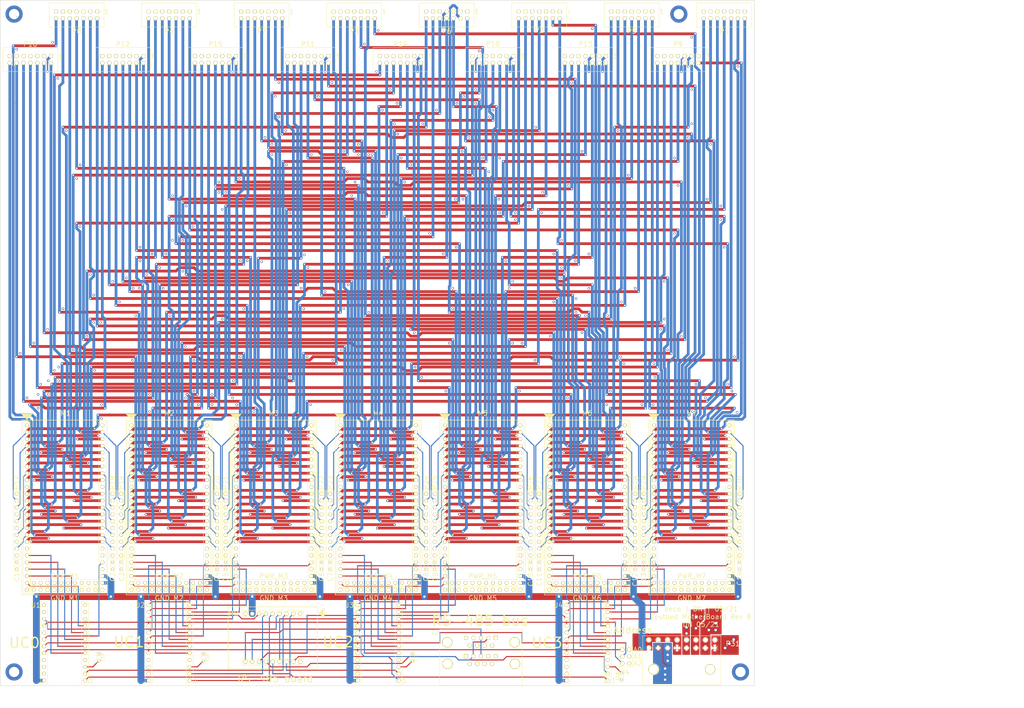
<source format=kicad_pcb>
(kicad_pcb (version 4) (host pcbnew 4.0.2-stable)
  (layers (0 F.Cu signal hide) (1 In1.Cu signal hide) (2 In2.Cu signal hide) (31 B.Cu signal hide) (34 B.Paste user) (35 F.Paste user hide) (36 B.SilkS user) (37 F.SilkS user) (38 B.Mask user) (39 F.Mask user) (44 Edge.Cuts user))
  (net 0 "")
  (net 1 GND)
  (net 2 /M1_3V3)
  (net 3 /M2_3V3)
  (net 4 /M3_3V3)
  (net 5 /M4_3V3)
  (net 6 /M5_3V3)
  (net 7 /M6_3V3)
  (net 8 /M7_3V3)
  (net 9 +5V)
  (net 10 "Net-(M1-Pad44)")
  (net 11 /UC0_A1)
  (net 12 /FAN+16)
  (net 13 /FAN-16)
  (net 14 /FAN+14)
  (net 15 /FAN-14)
  (net 16 /FAN+12)
  (net 17 /FAN-12)
  (net 18 /FAN+10)
  (net 19 /FAN-10)
  (net 20 /FAN+08)
  (net 21 /FAN-08)
  (net 22 /FAN+06)
  (net 23 /FAN-06)
  (net 24 /FAN+04)
  (net 25 /FAN-04)
  (net 26 /FAN+02)
  (net 27 /FAN-02)
  (net 28 /FAN-01)
  (net 29 /FAN+01)
  (net 30 /FAN-03)
  (net 31 /FAN+03)
  (net 32 /FAN-05)
  (net 33 /FAN+05)
  (net 34 /FAN-07)
  (net 35 /FAN+07)
  (net 36 /FAN-09)
  (net 37 /FAN+09)
  (net 38 /FAN-11)
  (net 39 /FAN+11)
  (net 40 /FAN-13)
  (net 41 /FAN+13)
  (net 42 /FAN-15)
  (net 43 /FAN+15)
  (net 44 /UC0_D2)
  (net 45 /UC0_D3)
  (net 46 /UC0_D4)
  (net 47 /UC0_D5)
  (net 48 /UC0_D6)
  (net 49 "Net-(M2-Pad44)")
  (net 50 /UC1_A1)
  (net 51 /HTR+16)
  (net 52 /HTR-16)
  (net 53 /HTR+14)
  (net 54 /HTR-14)
  (net 55 /HTR+12)
  (net 56 /HTR-12)
  (net 57 /HTR+10)
  (net 58 /HTR-10)
  (net 59 /HTR+08)
  (net 60 /HTR-08)
  (net 61 /HTR+06)
  (net 62 /HTR-06)
  (net 63 /HTR+04)
  (net 64 /HTR-04)
  (net 65 /HTR+02)
  (net 66 /HTR-02)
  (net 67 /HTR-01)
  (net 68 /HTR+01)
  (net 69 /HTR-03)
  (net 70 /HTR+03)
  (net 71 /HTR-05)
  (net 72 /HTR+05)
  (net 73 /HTR-07)
  (net 74 /HTR+07)
  (net 75 /HTR-09)
  (net 76 /HTR+09)
  (net 77 /HTR-11)
  (net 78 /HTR+11)
  (net 79 /HTR-13)
  (net 80 /HTR+13)
  (net 81 /HTR-15)
  (net 82 /HTR+15)
  (net 83 /UC1_D2)
  (net 84 /UC1_D3)
  (net 85 /UC1_D4)
  (net 86 /UC1_D5)
  (net 87 /UC1_D6)
  (net 88 "Net-(M3-Pad44)")
  (net 89 /UC1_A0)
  (net 90 /TS+16)
  (net 91 /TS-16)
  (net 92 /TS+14)
  (net 93 /TS-14)
  (net 94 /TS+12)
  (net 95 /TS-12)
  (net 96 /TS+10)
  (net 97 /TS-10)
  (net 98 /TS+08)
  (net 99 /TS-08)
  (net 100 /TS+06)
  (net 101 /TS-06)
  (net 102 /TS+04)
  (net 103 /TS-04)
  (net 104 /TS+02)
  (net 105 /TS-02)
  (net 106 /TS-01)
  (net 107 /TS+01)
  (net 108 /TS-03)
  (net 109 /TS+03)
  (net 110 /TS-05)
  (net 111 /TS+05)
  (net 112 /TS-07)
  (net 113 /TS+07)
  (net 114 /TS-09)
  (net 115 /TS+09)
  (net 116 /TS-11)
  (net 117 /TS+11)
  (net 118 /TS-13)
  (net 119 /TS+13)
  (net 120 /TS-15)
  (net 121 /TS+15)
  (net 122 /UC1_D7)
  (net 123 /UC1_D8)
  (net 124 /UC1_D9)
  (net 125 /UC1_D10)
  (net 126 /UC1_D11)
  (net 127 "Net-(M4-Pad44)")
  (net 128 /UC2_A1)
  (net 129 /LED+16)
  (net 130 /LED-16)
  (net 131 /LED+14)
  (net 132 /LED-14)
  (net 133 /LED+12)
  (net 134 /LED-12)
  (net 135 /LED+10)
  (net 136 /LED-10)
  (net 137 /LED+08)
  (net 138 /LED-08)
  (net 139 /LED+06)
  (net 140 /LED-06)
  (net 141 /LED+04)
  (net 142 /LED-04)
  (net 143 /LED+02)
  (net 144 /LED-02)
  (net 145 /LED-01)
  (net 146 /LED+01)
  (net 147 /LED-03)
  (net 148 /LED+03)
  (net 149 /LED-05)
  (net 150 /LED+05)
  (net 151 /LED-07)
  (net 152 /LED+07)
  (net 153 /LED-09)
  (net 154 /LED+09)
  (net 155 /LED-11)
  (net 156 /LED+11)
  (net 157 /LED-13)
  (net 158 /LED+13)
  (net 159 /LED-15)
  (net 160 /LED+15)
  (net 161 /UC2_D2)
  (net 162 /UC2_D3)
  (net 163 /UC2_D4)
  (net 164 /UC2_D5)
  (net 165 /UC2_D6)
  (net 166 "Net-(M5-Pad44)")
  (net 167 /UC2_A0)
  (net 168 /PD+16)
  (net 169 /PD-16)
  (net 170 /PD+14)
  (net 171 /PD-14)
  (net 172 /PD+12)
  (net 173 /PD-12)
  (net 174 /PD+10)
  (net 175 /PD-10)
  (net 176 /PD+08)
  (net 177 /PD-08)
  (net 178 /PD+06)
  (net 179 /PD-06)
  (net 180 /PD+04)
  (net 181 /PD-04)
  (net 182 /PD+02)
  (net 183 /PD-02)
  (net 184 /PD-01)
  (net 185 /PD+01)
  (net 186 /PD-03)
  (net 187 /PD+03)
  (net 188 /PD-05)
  (net 189 /PD+05)
  (net 190 /PD-07)
  (net 191 /PD+07)
  (net 192 /PD-09)
  (net 193 /PD+09)
  (net 194 /PD-11)
  (net 195 /PD+11)
  (net 196 /PD-13)
  (net 197 /PD+13)
  (net 198 /PD-15)
  (net 199 /PD+15)
  (net 200 /UC2_D7)
  (net 201 /UC2_D8)
  (net 202 /UC2_D9)
  (net 203 /UC2_D10)
  (net 204 /UC2_D11)
  (net 205 "Net-(M6-Pad44)")
  (net 206 /UC3_A1)
  (net 207 /SPB+16)
  (net 208 /SPB-16)
  (net 209 /SPB+14)
  (net 210 /SPB-14)
  (net 211 /SPB+12)
  (net 212 /SPB-12)
  (net 213 /SPB+10)
  (net 214 /SPB-10)
  (net 215 /SPB+08)
  (net 216 /SPB-08)
  (net 217 /SPB+06)
  (net 218 /SPB-06)
  (net 219 /SPB+04)
  (net 220 /SPB-04)
  (net 221 /SPB+02)
  (net 222 /SPB-02)
  (net 223 /SPB-01)
  (net 224 /SPB+01)
  (net 225 /SPB-03)
  (net 226 /SPB+03)
  (net 227 /SPB-05)
  (net 228 /SPB+05)
  (net 229 /SPB-07)
  (net 230 /SPB+07)
  (net 231 /SPB-09)
  (net 232 /SPB+09)
  (net 233 /SPB-11)
  (net 234 /SPB+11)
  (net 235 /SPB-13)
  (net 236 /SPB+13)
  (net 237 /SPB-15)
  (net 238 /SPB+15)
  (net 239 /UC3_D2)
  (net 240 /UC3_D3)
  (net 241 /UC3_D4)
  (net 242 /UC3_D5)
  (net 243 /UC3_D6)
  (net 244 "Net-(M7-Pad44)")
  (net 245 /UC3_A0)
  (net 246 /SPA+16)
  (net 247 /SPA-16)
  (net 248 /SPA+14)
  (net 249 /SPA-14)
  (net 250 /SPA+12)
  (net 251 /SPA-12)
  (net 252 /SPA+10)
  (net 253 /SPA-10)
  (net 254 /SPA+08)
  (net 255 /SPA-08)
  (net 256 /SPA+06)
  (net 257 /SPA-06)
  (net 258 /SPA+04)
  (net 259 /SPA-04)
  (net 260 /SPA+02)
  (net 261 /SPA-02)
  (net 262 /SPA-01)
  (net 263 /SPA+01)
  (net 264 /SPA-03)
  (net 265 /SPA+03)
  (net 266 /SPA-05)
  (net 267 /SPA+05)
  (net 268 /SPA-07)
  (net 269 /SPA+07)
  (net 270 /SPA-09)
  (net 271 /SPA+09)
  (net 272 /SPA-11)
  (net 273 /SPA+11)
  (net 274 /SPA-13)
  (net 275 /SPA+13)
  (net 276 /SPA-15)
  (net 277 /SPA+15)
  (net 278 /UC3_D7)
  (net 279 /UC3_D8)
  (net 280 /UC3_D9)
  (net 281 /UC3_D10)
  (net 282 /UC3_D11)
  (net 283 /UC0_D9)
  (net 284 /UC0_D8)
  (net 285 /UC0_A3)
  (net 286 "Net-(U1-Pad8)")
  (net 287 "Net-(U1-Pad6)")
  (net 288 /UC0_RX)
  (net 289 /UC0_TX)
  (net 290 /UC0_NRST)
  (net 291 "Net-(U2-Pad8)")
  (net 292 "Net-(U2-Pad6)")
  (net 293 /UC1_RX)
  (net 294 /UC1_TX)
  (net 295 /UC1_NRST)
  (net 296 "Net-(U3-Pad8)")
  (net 297 "Net-(U3-Pad6)")
  (net 298 /UC2_RX)
  (net 299 /UC2_TX)
  (net 300 /UC2_NRST)
  (net 301 "Net-(U4-Pad8)")
  (net 302 "Net-(U4-Pad6)")
  (net 303 /UC3_RX)
  (net 304 /UC3_TX)
  (net 305 /UC3_NRST)
  (net 306 /UC0_D10)
  (net 307 /UC0_D11)
  (net 308 /UC0_D12)
  (net 309 /UC0_D13)
  (net 310 /UC0_A0)
  (net 311 /UC0_A2)
  (net 312 /UC0_D7)
  (net 313 /UC1_D12)
  (net 314 /UC2_D12)
  (net 315 /UC3_D12)
  (net 316 /A)
  (net 317 /B)
  (net 318 "Net-(J2-Pad9)")
  (net 319 "Net-(J2-Pad8)")
  (net 320 "Net-(J2-Pad7)")
  (net 321 "Net-(J2-Pad6)")
  (net 322 "Net-(J2-Pad4)")
  (net 323 "Net-(J2-Pad1)")
  (net 324 "Net-(J2-Pad10)")
  (net 325 "Net-(J2-Pad13)")
  (net 326 "Net-(J2-Pad15)")
  (net 327 "Net-(J2-Pad16)")
  (net 328 "Net-(J2-Pad17)")
  (net 329 "Net-(J2-Pad18)")
  (net 330 "Net-(P17-Pad10)")
  (net 331 "Net-(P18-Pad10)")
  (net 332 "Net-(P19-Pad10)")
  (net 333 "Net-(P20-Pad10)")
  (net 334 "Net-(P21-Pad10)")
  (net 335 "Net-(P22-Pad10)")
  (net 336 "Net-(P23-Pad10)")
  (net 337 "Net-(P24-Pad10)")
  (net 338 "Net-(P25-Pad10)")
  (net 339 "Net-(P26-Pad10)")
  (net 340 "Net-(P27-Pad10)")
  (net 341 "Net-(P28-Pad10)")
  (net 342 "Net-(P29-Pad10)")
  (net 343 "Net-(P30-Pad10)")
  (net 344 "Net-(P31-Pad1)")
  (net 345 "Net-(P31-Pad11)")
  (net 346 "Net-(P31-Pad13)")
  (net 347 "Net-(P31-Pad3)")
  (net 348 "Net-(P31-Pad5)")
  (net 349 "Net-(P31-Pad7)")
  (net 350 "Net-(P31-Pad9)")
  (module mods:1723162216 (layer F.Cu) (at 283.21 256.54)
    (fp_text reference P31 (at 13.6525 -1.5875) (layer F.SilkS) (effects (font (size 1.778 1.778) (thickness 0.254))))
    (fp_text value CONN_01X16 hide)
    (pad 1 thru_hole circle (at 7 0) (size 1.5 1.5) (drill 1.1) (layers *.Cu *.Mask F.SilkS) (net 344 "Net-(P31-Pad1)"))
    (pad 11 thru_hole circle (at -10.5 0) (size 1.5 1.5) (drill 1.1) (layers *.Cu *.Mask F.SilkS) (net 345 "Net-(P31-Pad11)"))
    (pad "" np_thru_hole circle (at 5.25 7.91) (size 3.81 3.81) (drill 3.0988) (layers *.Cu *.Mask F.SilkS))
    (pad 13 thru_hole circle (at -14 0) (size 1.5 1.5) (drill 1.1) (layers *.Cu *.Mask F.SilkS) (net 346 "Net-(P31-Pad13)"))
    (pad 3 thru_hole circle (at 3.5 0) (size 1.5 1.5) (drill 1.1) (layers *.Cu *.Mask F.SilkS) (net 347 "Net-(P31-Pad3)"))
    (pad 5 thru_hole circle (at 0 0) (size 1.5 1.5) (drill 1.1) (layers *.Cu *.Mask F.SilkS) (net 348 "Net-(P31-Pad5)"))
    (pad 15 thru_hole circle (at -17.5 0) (size 1.5 1.5) (drill 1.1) (layers *.Cu *.Mask F.SilkS) (net 9 +5V))
    (pad 2 thru_hole circle (at 7 -3) (size 1.5 1.5) (drill 1.1) (layers *.Cu *.Mask F.SilkS) (net 1 GND))
    (pad 7 thru_hole circle (at -3.5 0) (size 1.5 1.5) (drill 1.1) (layers *.Cu *.Mask F.SilkS) (net 349 "Net-(P31-Pad7)"))
    (pad 4 thru_hole circle (at 3.5 -3) (size 1.5 1.5) (drill 1.1) (layers *.Cu *.Mask F.SilkS) (net 1 GND))
    (pad 9 thru_hole circle (at -7 0) (size 1.5 1.5) (drill 1.1) (layers *.Cu *.Mask F.SilkS) (net 350 "Net-(P31-Pad9)"))
    (pad "" np_thru_hole circle (at -15.75 7.91) (size 3.81 3.81) (drill 3.0988) (layers *.Cu *.Mask F.SilkS))
    (pad 6 thru_hole circle (at 0 -3) (size 1.5 1.5) (drill 1.1) (layers *.Cu *.Mask F.SilkS) (net 1 GND))
    (pad 8 thru_hole circle (at -3.5 -3) (size 1.5 1.5) (drill 1.1) (layers *.Cu *.Mask F.SilkS) (net 1 GND))
    (pad 10 thru_hole circle (at -7 -3) (size 1.5 1.5) (drill 1.1) (layers *.Cu *.Mask F.SilkS) (net 1 GND))
    (pad 12 thru_hole circle (at -10.5 -3) (size 1.5 1.5) (drill 1.1) (layers *.Cu *.Mask F.SilkS) (net 1 GND))
    (pad 14 thru_hole circle (at -14 -3) (size 1.5 1.5) (drill 1.1) (layers *.Cu *.Mask F.SilkS) (net 1 GND))
    (pad 16 thru_hole circle (at -17.5 -3) (size 1.5 1.5) (drill 1.1) (layers *.Cu *.Mask F.SilkS) (net 1 GND))
  )
  (module mods:2x_9_pin_10in (layer F.Cu) (at 126.365 252.73 270)
    (fp_text reference M8 (at -8.89 14.605 360) (layer F.SilkS) (effects (font (size 1.778 1.778) (thickness 0.2159))))
    (fp_text value CONN_02X09 hide)
    (pad 17 thru_hole circle (at -8.89 10.16 180) (size 1.524 1.524) (drill 1.016) (layers *.Cu *.Mask F.SilkS) (net 1 GND))
    (pad 15 thru_hole circle (at -8.89 7.62 180) (size 1.524 1.524) (drill 1.016) (layers *.Cu *.Mask F.SilkS) (net 9 +5V))
    (pad 13 thru_hole circle (at -8.89 5.08 180) (size 1.524 1.524) (drill 1.016) (layers *.Cu *.Mask F.SilkS) (net 313 /UC1_D12))
    (pad 11 thru_hole circle (at -8.89 2.54 180) (size 1.524 1.524) (drill 1.016) (layers *.Cu *.Mask F.SilkS) (net 293 /UC1_RX))
    (pad 9 thru_hole circle (at -8.89 0 180) (size 1.524 1.524) (drill 1.016) (layers *.Cu *.Mask F.SilkS) (net 294 /UC1_TX))
    (pad 7 thru_hole circle (at -8.89 -2.54 180) (size 1.524 1.524) (drill 1.016) (layers *.Cu *.Mask F.SilkS) (net 308 /UC0_D12))
    (pad 5 thru_hole circle (at -8.89 -5.08 180) (size 1.524 1.524) (drill 1.016) (layers *.Cu *.Mask F.SilkS) (net 288 /UC0_RX))
    (pad 3 thru_hole circle (at -8.89 -7.62 180) (size 1.524 1.524) (drill 1.016) (layers *.Cu *.Mask F.SilkS) (net 289 /UC0_TX))
    (pad 1 thru_hole circle (at -8.89 -10.16 180) (size 1.524 1.524) (drill 1.016) (layers *.Cu *.Mask F.SilkS) (net 1 GND))
    (pad 2 thru_hole circle (at 8.89 -10.16 180) (size 1.524 1.524) (drill 1.016) (layers *.Cu *.Mask F.SilkS) (net 1 GND))
    (pad 4 thru_hole circle (at 8.89 -7.62 180) (size 1.524 1.524) (drill 1.016) (layers *.Cu *.Mask F.SilkS) (net 299 /UC2_TX))
    (pad 6 thru_hole circle (at 8.89 -5.08 180) (size 1.524 1.524) (drill 1.016) (layers *.Cu *.Mask F.SilkS) (net 298 /UC2_RX))
    (pad 8 thru_hole circle (at 8.89 -2.54 180) (size 1.524 1.524) (drill 1.016) (layers *.Cu *.Mask F.SilkS) (net 314 /UC2_D12))
    (pad 10 thru_hole circle (at 8.89 0 180) (size 1.524 1.524) (drill 1.016) (layers *.Cu *.Mask F.SilkS) (net 304 /UC3_TX))
    (pad 12 thru_hole circle (at 8.89 2.54 180) (size 1.524 1.524) (drill 1.016) (layers *.Cu *.Mask F.SilkS) (net 303 /UC3_RX))
    (pad 14 thru_hole circle (at 8.89 5.08 180) (size 1.524 1.524) (drill 1.016) (layers *.Cu *.Mask F.SilkS) (net 315 /UC3_D12))
    (pad 16 thru_hole circle (at 8.89 7.62 180) (size 1.524 1.524) (drill 1.016) (layers *.Cu *.Mask F.SilkS) (net 316 /A))
    (pad 18 thru_hole circle (at 8.89 10.16 180) (size 1.524 1.524) (drill 1.016) (layers *.Cu *.Mask F.SilkS) (net 317 /B))
  )
  (module mods:24_pin_10in (layer F.Cu) (at 165.4175 254.635 180)
    (fp_text reference U3 (at 10.795 13.97 360) (layer F.SilkS) (effects (font (size 1.778 1.778) (thickness 0.2159))))
    (fp_text value CONN_02X12 hide)
    (pad 24 thru_hole circle (at 7.62 13.97 90) (size 1.397 1.397) (drill 0.8128) (layers *.Cu *.Mask F.SilkS) (net 203 /UC2_D10))
    (pad 22 thru_hole circle (at 7.62 11.43 90) (size 1.397 1.397) (drill 0.8128) (layers *.Cu *.Mask F.SilkS) (net 204 /UC2_D11))
    (pad 20 thru_hole circle (at 7.62 8.89 90) (size 1.397 1.397) (drill 0.8128) (layers *.Cu *.Mask F.SilkS) (net 314 /UC2_D12))
    (pad 18 thru_hole circle (at 7.62 6.35 90) (size 1.397 1.397) (drill 0.8128) (layers *.Cu *.Mask F.SilkS) (net 309 /UC0_D13))
    (pad 16 thru_hole circle (at 7.62 3.81 90) (size 1.397 1.397) (drill 0.8128) (layers *.Cu *.Mask F.SilkS) (net 167 /UC2_A0))
    (pad 14 thru_hole circle (at 7.62 1.27 90) (size 1.397 1.397) (drill 0.8128) (layers *.Cu *.Mask F.SilkS) (net 128 /UC2_A1))
    (pad 12 thru_hole circle (at 7.62 -1.27 90) (size 1.397 1.397) (drill 0.8128) (layers *.Cu *.Mask F.SilkS) (net 311 /UC0_A2))
    (pad 8 thru_hole circle (at 7.62 -6.35 90) (size 1.397 1.397) (drill 0.8128) (layers *.Cu *.Mask F.SilkS) (net 296 "Net-(U3-Pad8)"))
    (pad 6 thru_hole circle (at 7.62 -8.89 90) (size 1.397 1.397) (drill 0.8128) (layers *.Cu *.Mask F.SilkS) (net 297 "Net-(U3-Pad6)"))
    (pad 4 thru_hole circle (at 7.62 -11.43 90) (size 1.397 1.397) (drill 0.8128) (layers *.Cu *.Mask F.SilkS) (net 1 GND))
    (pad 2 thru_hole circle (at 7.62 -13.97 90) (size 1.397 1.397) (drill 0.8128) (layers *.Cu *.Mask F.SilkS) (net 9 +5V))
    (pad 10 thru_hole circle (at 7.62 -3.81 90) (size 1.397 1.397) (drill 0.8128) (layers *.Cu *.Mask F.SilkS) (net 285 /UC0_A3))
    (pad 9 thru_hole circle (at -7.62 -3.81 90) (size 1.397 1.397) (drill 0.8128) (layers *.Cu *.Mask F.SilkS) (net 161 /UC2_D2))
    (pad 1 thru_hole circle (at -7.62 -13.97 90) (size 1.397 1.397) (drill 0.8128) (layers *.Cu *.Mask F.SilkS) (net 299 /UC2_TX))
    (pad 3 thru_hole circle (at -7.62 -11.43 90) (size 1.397 1.397) (drill 0.8128) (layers *.Cu *.Mask F.SilkS) (net 298 /UC2_RX))
    (pad 5 thru_hole circle (at -7.62 -8.89 90) (size 1.397 1.397) (drill 0.8128) (layers *.Cu *.Mask F.SilkS) (net 300 /UC2_NRST))
    (pad 7 thru_hole circle (at -7.62 -6.35 90) (size 1.397 1.397) (drill 0.8128) (layers *.Cu *.Mask F.SilkS) (net 1 GND))
    (pad 11 thru_hole circle (at -7.62 -1.27 90) (size 1.397 1.397) (drill 0.8128) (layers *.Cu *.Mask F.SilkS) (net 162 /UC2_D3))
    (pad 13 thru_hole circle (at -7.62 1.27 90) (size 1.397 1.397) (drill 0.8128) (layers *.Cu *.Mask F.SilkS) (net 163 /UC2_D4))
    (pad 15 thru_hole circle (at -7.62 3.81 90) (size 1.397 1.397) (drill 0.8128) (layers *.Cu *.Mask F.SilkS) (net 164 /UC2_D5))
    (pad 17 thru_hole circle (at -7.62 6.35 90) (size 1.397 1.397) (drill 0.8128) (layers *.Cu *.Mask F.SilkS) (net 165 /UC2_D6))
    (pad 19 thru_hole circle (at -7.62 8.89 90) (size 1.397 1.397) (drill 0.8128) (layers *.Cu *.Mask F.SilkS) (net 200 /UC2_D7))
    (pad 21 thru_hole circle (at -7.62 11.43 90) (size 1.397 1.397) (drill 0.8128) (layers *.Cu *.Mask F.SilkS) (net 201 /UC2_D8))
    (pad 23 thru_hole circle (at -7.62 13.97 90) (size 1.397 1.397) (drill 0.8128) (layers *.Cu *.Mask F.SilkS) (net 202 /UC2_D9))
  )
  (module mods:50_pin_10in (layer F.Cu) (at 242.8875 204.47)
    (fp_text reference M6 (at 0 -34.925) (layer F.SilkS) (effects (font (size 1.778 1.778) (thickness 0.2159))))
    (fp_text value CONN_02X25 hide)
    (pad 50 thru_hole circle (at 13.97 30.48 270) (size 1.397 1.397) (drill 0.8128) (layers *.Cu *.Mask F.SilkS) (net 1 GND))
    (pad 48 thru_hole circle (at 13.97 27.94 270) (size 1.397 1.397) (drill 0.8128) (layers *.Cu *.Mask F.SilkS) (net 9 +5V))
    (pad 46 thru_hole circle (at 13.97 25.4 270) (size 1.397 1.397) (drill 0.8128) (layers *.Cu *.Mask F.SilkS) (net 9 +5V))
    (pad 44 thru_hole circle (at 13.97 22.86 270) (size 1.397 1.397) (drill 0.8128) (layers *.Cu *.Mask F.SilkS) (net 205 "Net-(M6-Pad44)"))
    (pad 42 thru_hole circle (at 13.97 20.32 270) (size 1.397 1.397) (drill 0.8128) (layers *.Cu *.Mask F.SilkS) (net 206 /UC3_A1))
    (pad 40 thru_hole circle (at 13.97 17.78 270) (size 1.397 1.397) (drill 0.8128) (layers *.Cu *.Mask F.SilkS) (net 7 /M6_3V3))
    (pad 38 thru_hole circle (at 13.97 15.24 270) (size 1.397 1.397) (drill 0.8128) (layers *.Cu *.Mask F.SilkS) (net 1 GND))
    (pad 36 thru_hole circle (at 13.97 12.7 270) (size 1.397 1.397) (drill 0.8128) (layers *.Cu *.Mask F.SilkS) (net 207 /SPB+16))
    (pad 34 thru_hole circle (at 13.97 10.16 270) (size 1.397 1.397) (drill 0.8128) (layers *.Cu *.Mask F.SilkS) (net 208 /SPB-16))
    (pad 32 thru_hole circle (at 13.97 7.62 270) (size 1.397 1.397) (drill 0.8128) (layers *.Cu *.Mask F.SilkS) (net 209 /SPB+14))
    (pad 30 thru_hole circle (at 13.97 5.08 270) (size 1.397 1.397) (drill 0.8128) (layers *.Cu *.Mask F.SilkS) (net 210 /SPB-14))
    (pad 28 thru_hole circle (at 13.97 2.54 270) (size 1.397 1.397) (drill 0.8128) (layers *.Cu *.Mask F.SilkS) (net 211 /SPB+12))
    (pad 26 thru_hole circle (at 13.97 0 270) (size 1.397 1.397) (drill 0.8128) (layers *.Cu *.Mask F.SilkS) (net 212 /SPB-12))
    (pad 24 thru_hole circle (at 13.97 -2.54 270) (size 1.397 1.397) (drill 0.8128) (layers *.Cu *.Mask F.SilkS) (net 213 /SPB+10))
    (pad 22 thru_hole circle (at 13.97 -5.08 270) (size 1.397 1.397) (drill 0.8128) (layers *.Cu *.Mask F.SilkS) (net 214 /SPB-10))
    (pad 20 thru_hole circle (at 13.97 -7.62 270) (size 1.397 1.397) (drill 0.8128) (layers *.Cu *.Mask F.SilkS) (net 1 GND))
    (pad 18 thru_hole circle (at 13.97 -10.16 270) (size 1.397 1.397) (drill 0.8128) (layers *.Cu *.Mask F.SilkS) (net 215 /SPB+08))
    (pad 16 thru_hole circle (at 13.97 -12.7 270) (size 1.397 1.397) (drill 0.8128) (layers *.Cu *.Mask F.SilkS) (net 216 /SPB-08))
    (pad 14 thru_hole circle (at 13.97 -15.24 270) (size 1.397 1.397) (drill 0.8128) (layers *.Cu *.Mask F.SilkS) (net 217 /SPB+06))
    (pad 12 thru_hole circle (at 13.97 -17.78 270) (size 1.397 1.397) (drill 0.8128) (layers *.Cu *.Mask F.SilkS) (net 218 /SPB-06))
    (pad 10 thru_hole circle (at 13.97 -20.32 270) (size 1.397 1.397) (drill 0.8128) (layers *.Cu *.Mask F.SilkS) (net 219 /SPB+04))
    (pad 8 thru_hole circle (at 13.97 -22.86 270) (size 1.397 1.397) (drill 0.8128) (layers *.Cu *.Mask F.SilkS) (net 220 /SPB-04))
    (pad 6 thru_hole circle (at 13.97 -25.4 270) (size 1.397 1.397) (drill 0.8128) (layers *.Cu *.Mask F.SilkS) (net 221 /SPB+02))
    (pad 4 thru_hole circle (at 13.97 -27.94 270) (size 1.397 1.397) (drill 0.8128) (layers *.Cu *.Mask F.SilkS) (net 222 /SPB-02))
    (pad 2 thru_hole circle (at 13.97 -30.48 270) (size 1.397 1.397) (drill 0.8128) (layers *.Cu *.Mask F.SilkS) (net 1 GND))
    (pad 1 thru_hole circle (at -13.97 -30.48 270) (size 1.397 1.397) (drill 0.8128) (layers *.Cu *.Mask F.SilkS) (net 1 GND))
    (pad 3 thru_hole circle (at -13.97 -27.94 270) (size 1.397 1.397) (drill 0.8128) (layers *.Cu *.Mask F.SilkS) (net 223 /SPB-01))
    (pad 5 thru_hole circle (at -13.97 -25.4 270) (size 1.397 1.397) (drill 0.8128) (layers *.Cu *.Mask F.SilkS) (net 224 /SPB+01))
    (pad 7 thru_hole circle (at -13.97 -22.86 270) (size 1.397 1.397) (drill 0.8128) (layers *.Cu *.Mask F.SilkS) (net 225 /SPB-03))
    (pad 9 thru_hole circle (at -13.97 -20.32 270) (size 1.397 1.397) (drill 0.8128) (layers *.Cu *.Mask F.SilkS) (net 226 /SPB+03))
    (pad 11 thru_hole circle (at -13.97 -17.78 270) (size 1.397 1.397) (drill 0.8128) (layers *.Cu *.Mask F.SilkS) (net 227 /SPB-05))
    (pad 13 thru_hole circle (at -13.97 -15.24 270) (size 1.397 1.397) (drill 0.8128) (layers *.Cu *.Mask F.SilkS) (net 228 /SPB+05))
    (pad 15 thru_hole circle (at -13.97 -12.7 270) (size 1.397 1.397) (drill 0.8128) (layers *.Cu *.Mask F.SilkS) (net 229 /SPB-07))
    (pad 17 thru_hole circle (at -13.97 -10.16 270) (size 1.397 1.397) (drill 0.8128) (layers *.Cu *.Mask F.SilkS) (net 230 /SPB+07))
    (pad 19 thru_hole circle (at -13.97 -7.62 270) (size 1.397 1.397) (drill 0.8128) (layers *.Cu *.Mask F.SilkS) (net 1 GND))
    (pad 21 thru_hole circle (at -13.97 -5.08 270) (size 1.397 1.397) (drill 0.8128) (layers *.Cu *.Mask F.SilkS) (net 231 /SPB-09))
    (pad 23 thru_hole circle (at -13.97 -2.54 270) (size 1.397 1.397) (drill 0.8128) (layers *.Cu *.Mask F.SilkS) (net 232 /SPB+09))
    (pad 25 thru_hole circle (at -13.97 0 270) (size 1.397 1.397) (drill 0.8128) (layers *.Cu *.Mask F.SilkS) (net 233 /SPB-11))
    (pad 27 thru_hole circle (at -13.97 2.54 270) (size 1.397 1.397) (drill 0.8128) (layers *.Cu *.Mask F.SilkS) (net 234 /SPB+11))
    (pad 29 thru_hole circle (at -13.97 5.08 270) (size 1.397 1.397) (drill 0.8128) (layers *.Cu *.Mask F.SilkS) (net 235 /SPB-13))
    (pad 31 thru_hole circle (at -13.97 7.62 270) (size 1.397 1.397) (drill 0.8128) (layers *.Cu *.Mask F.SilkS) (net 236 /SPB+13))
    (pad 33 thru_hole circle (at -13.97 10.16 270) (size 1.397 1.397) (drill 0.8128) (layers *.Cu *.Mask F.SilkS) (net 237 /SPB-15))
    (pad 35 thru_hole circle (at -13.97 12.7 270) (size 1.397 1.397) (drill 0.8128) (layers *.Cu *.Mask F.SilkS) (net 238 /SPB+15))
    (pad 37 thru_hole circle (at -13.97 15.24 270) (size 1.397 1.397) (drill 0.8128) (layers *.Cu *.Mask F.SilkS) (net 1 GND))
    (pad 39 thru_hole circle (at -13.97 17.78 270) (size 1.397 1.397) (drill 0.8128) (layers *.Cu *.Mask F.SilkS) (net 239 /UC3_D2))
    (pad 41 thru_hole circle (at -13.97 20.32 270) (size 1.397 1.397) (drill 0.8128) (layers *.Cu *.Mask F.SilkS) (net 240 /UC3_D3))
    (pad 43 thru_hole circle (at -13.97 22.86 270) (size 1.397 1.397) (drill 0.8128) (layers *.Cu *.Mask F.SilkS) (net 241 /UC3_D4))
    (pad 45 thru_hole circle (at -13.97 25.4 270) (size 1.397 1.397) (drill 0.8128) (layers *.Cu *.Mask F.SilkS) (net 242 /UC3_D5))
    (pad 47 thru_hole circle (at -13.97 27.94 270) (size 1.397 1.397) (drill 0.8128) (layers *.Cu *.Mask F.SilkS) (net 243 /UC3_D6))
    (pad 49 thru_hole circle (at -13.97 30.48 270) (size 1.397 1.397) (drill 0.8128) (layers *.Cu *.Mask F.SilkS) (net 1 GND))
  )
  (module mods:50_pin_10in (layer F.Cu) (at 204.1525 204.47)
    (fp_text reference M5 (at 0 -34.925) (layer F.SilkS) (effects (font (size 1.778 1.778) (thickness 0.2159))))
    (fp_text value CONN_02X25 hide)
    (pad 50 thru_hole circle (at 13.97 30.48 270) (size 1.397 1.397) (drill 0.8128) (layers *.Cu *.Mask F.SilkS) (net 1 GND))
    (pad 48 thru_hole circle (at 13.97 27.94 270) (size 1.397 1.397) (drill 0.8128) (layers *.Cu *.Mask F.SilkS) (net 9 +5V))
    (pad 46 thru_hole circle (at 13.97 25.4 270) (size 1.397 1.397) (drill 0.8128) (layers *.Cu *.Mask F.SilkS) (net 9 +5V))
    (pad 44 thru_hole circle (at 13.97 22.86 270) (size 1.397 1.397) (drill 0.8128) (layers *.Cu *.Mask F.SilkS) (net 166 "Net-(M5-Pad44)"))
    (pad 42 thru_hole circle (at 13.97 20.32 270) (size 1.397 1.397) (drill 0.8128) (layers *.Cu *.Mask F.SilkS) (net 167 /UC2_A0))
    (pad 40 thru_hole circle (at 13.97 17.78 270) (size 1.397 1.397) (drill 0.8128) (layers *.Cu *.Mask F.SilkS) (net 6 /M5_3V3))
    (pad 38 thru_hole circle (at 13.97 15.24 270) (size 1.397 1.397) (drill 0.8128) (layers *.Cu *.Mask F.SilkS) (net 1 GND))
    (pad 36 thru_hole circle (at 13.97 12.7 270) (size 1.397 1.397) (drill 0.8128) (layers *.Cu *.Mask F.SilkS) (net 168 /PD+16))
    (pad 34 thru_hole circle (at 13.97 10.16 270) (size 1.397 1.397) (drill 0.8128) (layers *.Cu *.Mask F.SilkS) (net 169 /PD-16))
    (pad 32 thru_hole circle (at 13.97 7.62 270) (size 1.397 1.397) (drill 0.8128) (layers *.Cu *.Mask F.SilkS) (net 170 /PD+14))
    (pad 30 thru_hole circle (at 13.97 5.08 270) (size 1.397 1.397) (drill 0.8128) (layers *.Cu *.Mask F.SilkS) (net 171 /PD-14))
    (pad 28 thru_hole circle (at 13.97 2.54 270) (size 1.397 1.397) (drill 0.8128) (layers *.Cu *.Mask F.SilkS) (net 172 /PD+12))
    (pad 26 thru_hole circle (at 13.97 0 270) (size 1.397 1.397) (drill 0.8128) (layers *.Cu *.Mask F.SilkS) (net 173 /PD-12))
    (pad 24 thru_hole circle (at 13.97 -2.54 270) (size 1.397 1.397) (drill 0.8128) (layers *.Cu *.Mask F.SilkS) (net 174 /PD+10))
    (pad 22 thru_hole circle (at 13.97 -5.08 270) (size 1.397 1.397) (drill 0.8128) (layers *.Cu *.Mask F.SilkS) (net 175 /PD-10))
    (pad 20 thru_hole circle (at 13.97 -7.62 270) (size 1.397 1.397) (drill 0.8128) (layers *.Cu *.Mask F.SilkS) (net 1 GND))
    (pad 18 thru_hole circle (at 13.97 -10.16 270) (size 1.397 1.397) (drill 0.8128) (layers *.Cu *.Mask F.SilkS) (net 176 /PD+08))
    (pad 16 thru_hole circle (at 13.97 -12.7 270) (size 1.397 1.397) (drill 0.8128) (layers *.Cu *.Mask F.SilkS) (net 177 /PD-08))
    (pad 14 thru_hole circle (at 13.97 -15.24 270) (size 1.397 1.397) (drill 0.8128) (layers *.Cu *.Mask F.SilkS) (net 178 /PD+06))
    (pad 12 thru_hole circle (at 13.97 -17.78 270) (size 1.397 1.397) (drill 0.8128) (layers *.Cu *.Mask F.SilkS) (net 179 /PD-06))
    (pad 10 thru_hole circle (at 13.97 -20.32 270) (size 1.397 1.397) (drill 0.8128) (layers *.Cu *.Mask F.SilkS) (net 180 /PD+04))
    (pad 8 thru_hole circle (at 13.97 -22.86 270) (size 1.397 1.397) (drill 0.8128) (layers *.Cu *.Mask F.SilkS) (net 181 /PD-04))
    (pad 6 thru_hole circle (at 13.97 -25.4 270) (size 1.397 1.397) (drill 0.8128) (layers *.Cu *.Mask F.SilkS) (net 182 /PD+02))
    (pad 4 thru_hole circle (at 13.97 -27.94 270) (size 1.397 1.397) (drill 0.8128) (layers *.Cu *.Mask F.SilkS) (net 183 /PD-02))
    (pad 2 thru_hole circle (at 13.97 -30.48 270) (size 1.397 1.397) (drill 0.8128) (layers *.Cu *.Mask F.SilkS) (net 1 GND))
    (pad 1 thru_hole circle (at -13.97 -30.48 270) (size 1.397 1.397) (drill 0.8128) (layers *.Cu *.Mask F.SilkS) (net 1 GND))
    (pad 3 thru_hole circle (at -13.97 -27.94 270) (size 1.397 1.397) (drill 0.8128) (layers *.Cu *.Mask F.SilkS) (net 184 /PD-01))
    (pad 5 thru_hole circle (at -13.97 -25.4 270) (size 1.397 1.397) (drill 0.8128) (layers *.Cu *.Mask F.SilkS) (net 185 /PD+01))
    (pad 7 thru_hole circle (at -13.97 -22.86 270) (size 1.397 1.397) (drill 0.8128) (layers *.Cu *.Mask F.SilkS) (net 186 /PD-03))
    (pad 9 thru_hole circle (at -13.97 -20.32 270) (size 1.397 1.397) (drill 0.8128) (layers *.Cu *.Mask F.SilkS) (net 187 /PD+03))
    (pad 11 thru_hole circle (at -13.97 -17.78 270) (size 1.397 1.397) (drill 0.8128) (layers *.Cu *.Mask F.SilkS) (net 188 /PD-05))
    (pad 13 thru_hole circle (at -13.97 -15.24 270) (size 1.397 1.397) (drill 0.8128) (layers *.Cu *.Mask F.SilkS) (net 189 /PD+05))
    (pad 15 thru_hole circle (at -13.97 -12.7 270) (size 1.397 1.397) (drill 0.8128) (layers *.Cu *.Mask F.SilkS) (net 190 /PD-07))
    (pad 17 thru_hole circle (at -13.97 -10.16 270) (size 1.397 1.397) (drill 0.8128) (layers *.Cu *.Mask F.SilkS) (net 191 /PD+07))
    (pad 19 thru_hole circle (at -13.97 -7.62 270) (size 1.397 1.397) (drill 0.8128) (layers *.Cu *.Mask F.SilkS) (net 1 GND))
    (pad 21 thru_hole circle (at -13.97 -5.08 270) (size 1.397 1.397) (drill 0.8128) (layers *.Cu *.Mask F.SilkS) (net 192 /PD-09))
    (pad 23 thru_hole circle (at -13.97 -2.54 270) (size 1.397 1.397) (drill 0.8128) (layers *.Cu *.Mask F.SilkS) (net 193 /PD+09))
    (pad 25 thru_hole circle (at -13.97 0 270) (size 1.397 1.397) (drill 0.8128) (layers *.Cu *.Mask F.SilkS) (net 194 /PD-11))
    (pad 27 thru_hole circle (at -13.97 2.54 270) (size 1.397 1.397) (drill 0.8128) (layers *.Cu *.Mask F.SilkS) (net 195 /PD+11))
    (pad 29 thru_hole circle (at -13.97 5.08 270) (size 1.397 1.397) (drill 0.8128) (layers *.Cu *.Mask F.SilkS) (net 196 /PD-13))
    (pad 31 thru_hole circle (at -13.97 7.62 270) (size 1.397 1.397) (drill 0.8128) (layers *.Cu *.Mask F.SilkS) (net 197 /PD+13))
    (pad 33 thru_hole circle (at -13.97 10.16 270) (size 1.397 1.397) (drill 0.8128) (layers *.Cu *.Mask F.SilkS) (net 198 /PD-15))
    (pad 35 thru_hole circle (at -13.97 12.7 270) (size 1.397 1.397) (drill 0.8128) (layers *.Cu *.Mask F.SilkS) (net 199 /PD+15))
    (pad 37 thru_hole circle (at -13.97 15.24 270) (size 1.397 1.397) (drill 0.8128) (layers *.Cu *.Mask F.SilkS) (net 1 GND))
    (pad 39 thru_hole circle (at -13.97 17.78 270) (size 1.397 1.397) (drill 0.8128) (layers *.Cu *.Mask F.SilkS) (net 200 /UC2_D7))
    (pad 41 thru_hole circle (at -13.97 20.32 270) (size 1.397 1.397) (drill 0.8128) (layers *.Cu *.Mask F.SilkS) (net 201 /UC2_D8))
    (pad 43 thru_hole circle (at -13.97 22.86 270) (size 1.397 1.397) (drill 0.8128) (layers *.Cu *.Mask F.SilkS) (net 202 /UC2_D9))
    (pad 45 thru_hole circle (at -13.97 25.4 270) (size 1.397 1.397) (drill 0.8128) (layers *.Cu *.Mask F.SilkS) (net 203 /UC2_D10))
    (pad 47 thru_hole circle (at -13.97 27.94 270) (size 1.397 1.397) (drill 0.8128) (layers *.Cu *.Mask F.SilkS) (net 204 /UC2_D11))
    (pad 49 thru_hole circle (at -13.97 30.48 270) (size 1.397 1.397) (drill 0.8128) (layers *.Cu *.Mask F.SilkS) (net 1 GND))
  )
  (module mods:50_pin_10in (layer F.Cu) (at 49.2125 204.47)
    (fp_text reference M1 (at 0.3175 -34.925) (layer F.SilkS) (effects (font (size 1.778 1.778) (thickness 0.2159))))
    (fp_text value CONN_02X25 hide)
    (pad 50 thru_hole circle (at 13.97 30.48 270) (size 1.397 1.397) (drill 0.8128) (layers *.Cu *.Mask F.SilkS) (net 1 GND))
    (pad 48 thru_hole circle (at 13.97 27.94 270) (size 1.397 1.397) (drill 0.8128) (layers *.Cu *.Mask F.SilkS) (net 9 +5V))
    (pad 46 thru_hole circle (at 13.97 25.4 270) (size 1.397 1.397) (drill 0.8128) (layers *.Cu *.Mask F.SilkS) (net 9 +5V))
    (pad 44 thru_hole circle (at 13.97 22.86 270) (size 1.397 1.397) (drill 0.8128) (layers *.Cu *.Mask F.SilkS) (net 10 "Net-(M1-Pad44)"))
    (pad 42 thru_hole circle (at 13.97 20.32 270) (size 1.397 1.397) (drill 0.8128) (layers *.Cu *.Mask F.SilkS) (net 11 /UC0_A1))
    (pad 40 thru_hole circle (at 13.97 17.78 270) (size 1.397 1.397) (drill 0.8128) (layers *.Cu *.Mask F.SilkS) (net 2 /M1_3V3))
    (pad 38 thru_hole circle (at 13.97 15.24 270) (size 1.397 1.397) (drill 0.8128) (layers *.Cu *.Mask F.SilkS) (net 1 GND))
    (pad 36 thru_hole circle (at 13.97 12.7 270) (size 1.397 1.397) (drill 0.8128) (layers *.Cu *.Mask F.SilkS) (net 12 /FAN+16))
    (pad 34 thru_hole circle (at 13.97 10.16 270) (size 1.397 1.397) (drill 0.8128) (layers *.Cu *.Mask F.SilkS) (net 13 /FAN-16))
    (pad 32 thru_hole circle (at 13.97 7.62 270) (size 1.397 1.397) (drill 0.8128) (layers *.Cu *.Mask F.SilkS) (net 14 /FAN+14))
    (pad 30 thru_hole circle (at 13.97 5.08 270) (size 1.397 1.397) (drill 0.8128) (layers *.Cu *.Mask F.SilkS) (net 15 /FAN-14))
    (pad 28 thru_hole circle (at 13.97 2.54 270) (size 1.397 1.397) (drill 0.8128) (layers *.Cu *.Mask F.SilkS) (net 16 /FAN+12))
    (pad 26 thru_hole circle (at 13.97 0 270) (size 1.397 1.397) (drill 0.8128) (layers *.Cu *.Mask F.SilkS) (net 17 /FAN-12))
    (pad 24 thru_hole circle (at 13.97 -2.54 270) (size 1.397 1.397) (drill 0.8128) (layers *.Cu *.Mask F.SilkS) (net 18 /FAN+10))
    (pad 22 thru_hole circle (at 13.97 -5.08 270) (size 1.397 1.397) (drill 0.8128) (layers *.Cu *.Mask F.SilkS) (net 19 /FAN-10))
    (pad 20 thru_hole circle (at 13.97 -7.62 270) (size 1.397 1.397) (drill 0.8128) (layers *.Cu *.Mask F.SilkS) (net 1 GND))
    (pad 18 thru_hole circle (at 13.97 -10.16 270) (size 1.397 1.397) (drill 0.8128) (layers *.Cu *.Mask F.SilkS) (net 20 /FAN+08))
    (pad 16 thru_hole circle (at 13.97 -12.7 270) (size 1.397 1.397) (drill 0.8128) (layers *.Cu *.Mask F.SilkS) (net 21 /FAN-08))
    (pad 14 thru_hole circle (at 13.97 -15.24 270) (size 1.397 1.397) (drill 0.8128) (layers *.Cu *.Mask F.SilkS) (net 22 /FAN+06))
    (pad 12 thru_hole circle (at 13.97 -17.78 270) (size 1.397 1.397) (drill 0.8128) (layers *.Cu *.Mask F.SilkS) (net 23 /FAN-06))
    (pad 10 thru_hole circle (at 13.97 -20.32 270) (size 1.397 1.397) (drill 0.8128) (layers *.Cu *.Mask F.SilkS) (net 24 /FAN+04))
    (pad 8 thru_hole circle (at 13.97 -22.86 270) (size 1.397 1.397) (drill 0.8128) (layers *.Cu *.Mask F.SilkS) (net 25 /FAN-04))
    (pad 6 thru_hole circle (at 13.97 -25.4 270) (size 1.397 1.397) (drill 0.8128) (layers *.Cu *.Mask F.SilkS) (net 26 /FAN+02))
    (pad 4 thru_hole circle (at 13.97 -27.94 270) (size 1.397 1.397) (drill 0.8128) (layers *.Cu *.Mask F.SilkS) (net 27 /FAN-02))
    (pad 2 thru_hole circle (at 13.97 -30.48 270) (size 1.397 1.397) (drill 0.8128) (layers *.Cu *.Mask F.SilkS) (net 1 GND))
    (pad 1 thru_hole circle (at -13.97 -30.48 270) (size 1.397 1.397) (drill 0.8128) (layers *.Cu *.Mask F.SilkS) (net 1 GND))
    (pad 3 thru_hole circle (at -13.97 -27.94 270) (size 1.397 1.397) (drill 0.8128) (layers *.Cu *.Mask F.SilkS) (net 28 /FAN-01))
    (pad 5 thru_hole circle (at -13.97 -25.4 270) (size 1.397 1.397) (drill 0.8128) (layers *.Cu *.Mask F.SilkS) (net 29 /FAN+01))
    (pad 7 thru_hole circle (at -13.97 -22.86 270) (size 1.397 1.397) (drill 0.8128) (layers *.Cu *.Mask F.SilkS) (net 30 /FAN-03))
    (pad 9 thru_hole circle (at -13.97 -20.32 270) (size 1.397 1.397) (drill 0.8128) (layers *.Cu *.Mask F.SilkS) (net 31 /FAN+03))
    (pad 11 thru_hole circle (at -13.97 -17.78 270) (size 1.397 1.397) (drill 0.8128) (layers *.Cu *.Mask F.SilkS) (net 32 /FAN-05))
    (pad 13 thru_hole circle (at -13.97 -15.24 270) (size 1.397 1.397) (drill 0.8128) (layers *.Cu *.Mask F.SilkS) (net 33 /FAN+05))
    (pad 15 thru_hole circle (at -13.97 -12.7 270) (size 1.397 1.397) (drill 0.8128) (layers *.Cu *.Mask F.SilkS) (net 34 /FAN-07))
    (pad 17 thru_hole circle (at -13.97 -10.16 270) (size 1.397 1.397) (drill 0.8128) (layers *.Cu *.Mask F.SilkS) (net 35 /FAN+07))
    (pad 19 thru_hole circle (at -13.97 -7.62 270) (size 1.397 1.397) (drill 0.8128) (layers *.Cu *.Mask F.SilkS) (net 1 GND))
    (pad 21 thru_hole circle (at -13.97 -5.08 270) (size 1.397 1.397) (drill 0.8128) (layers *.Cu *.Mask F.SilkS) (net 36 /FAN-09))
    (pad 23 thru_hole circle (at -13.97 -2.54 270) (size 1.397 1.397) (drill 0.8128) (layers *.Cu *.Mask F.SilkS) (net 37 /FAN+09))
    (pad 25 thru_hole circle (at -13.97 0 270) (size 1.397 1.397) (drill 0.8128) (layers *.Cu *.Mask F.SilkS) (net 38 /FAN-11))
    (pad 27 thru_hole circle (at -13.97 2.54 270) (size 1.397 1.397) (drill 0.8128) (layers *.Cu *.Mask F.SilkS) (net 39 /FAN+11))
    (pad 29 thru_hole circle (at -13.97 5.08 270) (size 1.397 1.397) (drill 0.8128) (layers *.Cu *.Mask F.SilkS) (net 40 /FAN-13))
    (pad 31 thru_hole circle (at -13.97 7.62 270) (size 1.397 1.397) (drill 0.8128) (layers *.Cu *.Mask F.SilkS) (net 41 /FAN+13))
    (pad 33 thru_hole circle (at -13.97 10.16 270) (size 1.397 1.397) (drill 0.8128) (layers *.Cu *.Mask F.SilkS) (net 42 /FAN-15))
    (pad 35 thru_hole circle (at -13.97 12.7 270) (size 1.397 1.397) (drill 0.8128) (layers *.Cu *.Mask F.SilkS) (net 43 /FAN+15))
    (pad 37 thru_hole circle (at -13.97 15.24 270) (size 1.397 1.397) (drill 0.8128) (layers *.Cu *.Mask F.SilkS) (net 1 GND))
    (pad 39 thru_hole circle (at -13.97 17.78 270) (size 1.397 1.397) (drill 0.8128) (layers *.Cu *.Mask F.SilkS) (net 44 /UC0_D2))
    (pad 41 thru_hole circle (at -13.97 20.32 270) (size 1.397 1.397) (drill 0.8128) (layers *.Cu *.Mask F.SilkS) (net 45 /UC0_D3))
    (pad 43 thru_hole circle (at -13.97 22.86 270) (size 1.397 1.397) (drill 0.8128) (layers *.Cu *.Mask F.SilkS) (net 46 /UC0_D4))
    (pad 45 thru_hole circle (at -13.97 25.4 270) (size 1.397 1.397) (drill 0.8128) (layers *.Cu *.Mask F.SilkS) (net 47 /UC0_D5))
    (pad 47 thru_hole circle (at -13.97 27.94 270) (size 1.397 1.397) (drill 0.8128) (layers *.Cu *.Mask F.SilkS) (net 48 /UC0_D6))
    (pad 49 thru_hole circle (at -13.97 30.48 270) (size 1.397 1.397) (drill 0.8128) (layers *.Cu *.Mask F.SilkS) (net 1 GND))
  )
  (module mods:2x7_pin_10in (layer F.Cu) (at 87.9475 21.9075 180)
    (fp_text reference P4 (at 0 -6.0325 180) (layer F.SilkS) (effects (font (size 1.778 1.778) (thickness 0.2159))))
    (fp_text value CONN_02X07 hide)
    (pad 1 thru_hole circle (at -7.62 1.27 180) (size 1.524 1.524) (drill 1.016) (layers *.Cu *.Mask F.SilkS) (net 258 /SPA+04))
    (pad 3 thru_hole circle (at -5.08 1.27 180) (size 1.524 1.524) (drill 1.016) (layers *.Cu *.Mask F.SilkS) (net 219 /SPB+04))
    (pad 5 thru_hole circle (at -2.54 1.27 180) (size 1.524 1.524) (drill 1.016) (layers *.Cu *.Mask F.SilkS) (net 180 /PD+04))
    (pad 7 thru_hole circle (at 0 1.27 180) (size 1.524 1.524) (drill 1.016) (layers *.Cu *.Mask F.SilkS) (net 141 /LED+04))
    (pad 9 thru_hole circle (at 2.54 1.27 180) (size 1.524 1.524) (drill 1.016) (layers *.Cu *.Mask F.SilkS) (net 102 /TS+04))
    (pad 11 thru_hole circle (at 5.08 1.27 180) (size 1.524 1.524) (drill 1.016) (layers *.Cu *.Mask F.SilkS) (net 63 /HTR+04))
    (pad 13 thru_hole circle (at 7.62 1.27 180) (size 1.524 1.524) (drill 1.016) (layers *.Cu *.Mask F.SilkS) (net 24 /FAN+04))
    (pad 2 thru_hole circle (at -7.62 -1.27 180) (size 1.524 1.524) (drill 1.016) (layers *.Cu *.Mask F.SilkS) (net 259 /SPA-04))
    (pad 4 thru_hole circle (at -5.08 -1.27 180) (size 1.524 1.524) (drill 1.016) (layers *.Cu *.Mask F.SilkS) (net 220 /SPB-04))
    (pad 6 thru_hole circle (at -2.54 -1.27 180) (size 1.524 1.524) (drill 1.016) (layers *.Cu *.Mask F.SilkS) (net 181 /PD-04))
    (pad 8 thru_hole circle (at 0 -1.27 180) (size 1.524 1.524) (drill 1.016) (layers *.Cu *.Mask F.SilkS) (net 142 /LED-04))
    (pad 10 thru_hole circle (at 2.54 -1.27 180) (size 1.524 1.524) (drill 1.016) (layers *.Cu *.Mask F.SilkS) (net 103 /TS-04))
    (pad 12 thru_hole circle (at 5.08 -1.27 180) (size 1.524 1.524) (drill 1.016) (layers *.Cu *.Mask F.SilkS) (net 64 /HTR-04))
    (pad 14 thru_hole circle (at 7.62 -1.27 180) (size 1.524 1.524) (drill 1.016) (layers *.Cu *.Mask F.SilkS) (net 25 /FAN-04))
  )
  (module mods:2x7_pin_10in (layer F.Cu) (at 36.5125 38.4175 180)
    (fp_text reference P16 (at 0 5.715 180) (layer F.SilkS) (effects (font (size 1.778 1.778) (thickness 0.2159))))
    (fp_text value CONN_02X07 hide)
    (pad 1 thru_hole circle (at -7.62 1.27 180) (size 1.524 1.524) (drill 1.016) (layers *.Cu *.Mask F.SilkS) (net 246 /SPA+16))
    (pad 3 thru_hole circle (at -5.08 1.27 180) (size 1.524 1.524) (drill 1.016) (layers *.Cu *.Mask F.SilkS) (net 207 /SPB+16))
    (pad 5 thru_hole circle (at -2.54 1.27 180) (size 1.524 1.524) (drill 1.016) (layers *.Cu *.Mask F.SilkS) (net 168 /PD+16))
    (pad 7 thru_hole circle (at 0 1.27 180) (size 1.524 1.524) (drill 1.016) (layers *.Cu *.Mask F.SilkS) (net 129 /LED+16))
    (pad 9 thru_hole circle (at 2.54 1.27 180) (size 1.524 1.524) (drill 1.016) (layers *.Cu *.Mask F.SilkS) (net 90 /TS+16))
    (pad 11 thru_hole circle (at 5.08 1.27 180) (size 1.524 1.524) (drill 1.016) (layers *.Cu *.Mask F.SilkS) (net 51 /HTR+16))
    (pad 13 thru_hole circle (at 7.62 1.27 180) (size 1.524 1.524) (drill 1.016) (layers *.Cu *.Mask F.SilkS) (net 12 /FAN+16))
    (pad 2 thru_hole circle (at -7.62 -1.27 180) (size 1.524 1.524) (drill 1.016) (layers *.Cu *.Mask F.SilkS) (net 247 /SPA-16))
    (pad 4 thru_hole circle (at -5.08 -1.27 180) (size 1.524 1.524) (drill 1.016) (layers *.Cu *.Mask F.SilkS) (net 208 /SPB-16))
    (pad 6 thru_hole circle (at -2.54 -1.27 180) (size 1.524 1.524) (drill 1.016) (layers *.Cu *.Mask F.SilkS) (net 169 /PD-16))
    (pad 8 thru_hole circle (at 0 -1.27 180) (size 1.524 1.524) (drill 1.016) (layers *.Cu *.Mask F.SilkS) (net 130 /LED-16))
    (pad 10 thru_hole circle (at 2.54 -1.27 180) (size 1.524 1.524) (drill 1.016) (layers *.Cu *.Mask F.SilkS) (net 91 /TS-16))
    (pad 12 thru_hole circle (at 5.08 -1.27 180) (size 1.524 1.524) (drill 1.016) (layers *.Cu *.Mask F.SilkS) (net 52 /HTR-16))
    (pad 14 thru_hole circle (at 7.62 -1.27 180) (size 1.524 1.524) (drill 1.016) (layers *.Cu *.Mask F.SilkS) (net 13 /FAN-16))
  )
  (module mods:50_pin_10in (layer F.Cu) (at 87.9475 204.47)
    (fp_text reference M2 (at 0 -34.925) (layer F.SilkS) (effects (font (size 1.778 1.778) (thickness 0.2159))))
    (fp_text value CONN_02X25 hide)
    (pad 50 thru_hole circle (at 13.97 30.48 270) (size 1.397 1.397) (drill 0.8128) (layers *.Cu *.Mask F.SilkS) (net 1 GND))
    (pad 48 thru_hole circle (at 13.97 27.94 270) (size 1.397 1.397) (drill 0.8128) (layers *.Cu *.Mask F.SilkS) (net 9 +5V))
    (pad 46 thru_hole circle (at 13.97 25.4 270) (size 1.397 1.397) (drill 0.8128) (layers *.Cu *.Mask F.SilkS) (net 9 +5V))
    (pad 44 thru_hole circle (at 13.97 22.86 270) (size 1.397 1.397) (drill 0.8128) (layers *.Cu *.Mask F.SilkS) (net 49 "Net-(M2-Pad44)"))
    (pad 42 thru_hole circle (at 13.97 20.32 270) (size 1.397 1.397) (drill 0.8128) (layers *.Cu *.Mask F.SilkS) (net 50 /UC1_A1))
    (pad 40 thru_hole circle (at 13.97 17.78 270) (size 1.397 1.397) (drill 0.8128) (layers *.Cu *.Mask F.SilkS) (net 3 /M2_3V3))
    (pad 38 thru_hole circle (at 13.97 15.24 270) (size 1.397 1.397) (drill 0.8128) (layers *.Cu *.Mask F.SilkS) (net 1 GND))
    (pad 36 thru_hole circle (at 13.97 12.7 270) (size 1.397 1.397) (drill 0.8128) (layers *.Cu *.Mask F.SilkS) (net 51 /HTR+16))
    (pad 34 thru_hole circle (at 13.97 10.16 270) (size 1.397 1.397) (drill 0.8128) (layers *.Cu *.Mask F.SilkS) (net 52 /HTR-16))
    (pad 32 thru_hole circle (at 13.97 7.62 270) (size 1.397 1.397) (drill 0.8128) (layers *.Cu *.Mask F.SilkS) (net 53 /HTR+14))
    (pad 30 thru_hole circle (at 13.97 5.08 270) (size 1.397 1.397) (drill 0.8128) (layers *.Cu *.Mask F.SilkS) (net 54 /HTR-14))
    (pad 28 thru_hole circle (at 13.97 2.54 270) (size 1.397 1.397) (drill 0.8128) (layers *.Cu *.Mask F.SilkS) (net 55 /HTR+12))
    (pad 26 thru_hole circle (at 13.97 0 270) (size 1.397 1.397) (drill 0.8128) (layers *.Cu *.Mask F.SilkS) (net 56 /HTR-12))
    (pad 24 thru_hole circle (at 13.97 -2.54 270) (size 1.397 1.397) (drill 0.8128) (layers *.Cu *.Mask F.SilkS) (net 57 /HTR+10))
    (pad 22 thru_hole circle (at 13.97 -5.08 270) (size 1.397 1.397) (drill 0.8128) (layers *.Cu *.Mask F.SilkS) (net 58 /HTR-10))
    (pad 20 thru_hole circle (at 13.97 -7.62 270) (size 1.397 1.397) (drill 0.8128) (layers *.Cu *.Mask F.SilkS) (net 1 GND))
    (pad 18 thru_hole circle (at 13.97 -10.16 270) (size 1.397 1.397) (drill 0.8128) (layers *.Cu *.Mask F.SilkS) (net 59 /HTR+08))
    (pad 16 thru_hole circle (at 13.97 -12.7 270) (size 1.397 1.397) (drill 0.8128) (layers *.Cu *.Mask F.SilkS) (net 60 /HTR-08))
    (pad 14 thru_hole circle (at 13.97 -15.24 270) (size 1.397 1.397) (drill 0.8128) (layers *.Cu *.Mask F.SilkS) (net 61 /HTR+06))
    (pad 12 thru_hole circle (at 13.97 -17.78 270) (size 1.397 1.397) (drill 0.8128) (layers *.Cu *.Mask F.SilkS) (net 62 /HTR-06))
    (pad 10 thru_hole circle (at 13.97 -20.32 270) (size 1.397 1.397) (drill 0.8128) (layers *.Cu *.Mask F.SilkS) (net 63 /HTR+04))
    (pad 8 thru_hole circle (at 13.97 -22.86 270) (size 1.397 1.397) (drill 0.8128) (layers *.Cu *.Mask F.SilkS) (net 64 /HTR-04))
    (pad 6 thru_hole circle (at 13.97 -25.4 270) (size 1.397 1.397) (drill 0.8128) (layers *.Cu *.Mask F.SilkS) (net 65 /HTR+02))
    (pad 4 thru_hole circle (at 13.97 -27.94 270) (size 1.397 1.397) (drill 0.8128) (layers *.Cu *.Mask F.SilkS) (net 66 /HTR-02))
    (pad 2 thru_hole circle (at 13.97 -30.48 270) (size 1.397 1.397) (drill 0.8128) (layers *.Cu *.Mask F.SilkS) (net 1 GND))
    (pad 1 thru_hole circle (at -13.97 -30.48 270) (size 1.397 1.397) (drill 0.8128) (layers *.Cu *.Mask F.SilkS) (net 1 GND))
    (pad 3 thru_hole circle (at -13.97 -27.94 270) (size 1.397 1.397) (drill 0.8128) (layers *.Cu *.Mask F.SilkS) (net 67 /HTR-01))
    (pad 5 thru_hole circle (at -13.97 -25.4 270) (size 1.397 1.397) (drill 0.8128) (layers *.Cu *.Mask F.SilkS) (net 68 /HTR+01))
    (pad 7 thru_hole circle (at -13.97 -22.86 270) (size 1.397 1.397) (drill 0.8128) (layers *.Cu *.Mask F.SilkS) (net 69 /HTR-03))
    (pad 9 thru_hole circle (at -13.97 -20.32 270) (size 1.397 1.397) (drill 0.8128) (layers *.Cu *.Mask F.SilkS) (net 70 /HTR+03))
    (pad 11 thru_hole circle (at -13.97 -17.78 270) (size 1.397 1.397) (drill 0.8128) (layers *.Cu *.Mask F.SilkS) (net 71 /HTR-05))
    (pad 13 thru_hole circle (at -13.97 -15.24 270) (size 1.397 1.397) (drill 0.8128) (layers *.Cu *.Mask F.SilkS) (net 72 /HTR+05))
    (pad 15 thru_hole circle (at -13.97 -12.7 270) (size 1.397 1.397) (drill 0.8128) (layers *.Cu *.Mask F.SilkS) (net 73 /HTR-07))
    (pad 17 thru_hole circle (at -13.97 -10.16 270) (size 1.397 1.397) (drill 0.8128) (layers *.Cu *.Mask F.SilkS) (net 74 /HTR+07))
    (pad 19 thru_hole circle (at -13.97 -7.62 270) (size 1.397 1.397) (drill 0.8128) (layers *.Cu *.Mask F.SilkS) (net 1 GND))
    (pad 21 thru_hole circle (at -13.97 -5.08 270) (size 1.397 1.397) (drill 0.8128) (layers *.Cu *.Mask F.SilkS) (net 75 /HTR-09))
    (pad 23 thru_hole circle (at -13.97 -2.54 270) (size 1.397 1.397) (drill 0.8128) (layers *.Cu *.Mask F.SilkS) (net 76 /HTR+09))
    (pad 25 thru_hole circle (at -13.97 0 270) (size 1.397 1.397) (drill 0.8128) (layers *.Cu *.Mask F.SilkS) (net 77 /HTR-11))
    (pad 27 thru_hole circle (at -13.97 2.54 270) (size 1.397 1.397) (drill 0.8128) (layers *.Cu *.Mask F.SilkS) (net 78 /HTR+11))
    (pad 29 thru_hole circle (at -13.97 5.08 270) (size 1.397 1.397) (drill 0.8128) (layers *.Cu *.Mask F.SilkS) (net 79 /HTR-13))
    (pad 31 thru_hole circle (at -13.97 7.62 270) (size 1.397 1.397) (drill 0.8128) (layers *.Cu *.Mask F.SilkS) (net 80 /HTR+13))
    (pad 33 thru_hole circle (at -13.97 10.16 270) (size 1.397 1.397) (drill 0.8128) (layers *.Cu *.Mask F.SilkS) (net 81 /HTR-15))
    (pad 35 thru_hole circle (at -13.97 12.7 270) (size 1.397 1.397) (drill 0.8128) (layers *.Cu *.Mask F.SilkS) (net 82 /HTR+15))
    (pad 37 thru_hole circle (at -13.97 15.24 270) (size 1.397 1.397) (drill 0.8128) (layers *.Cu *.Mask F.SilkS) (net 1 GND))
    (pad 39 thru_hole circle (at -13.97 17.78 270) (size 1.397 1.397) (drill 0.8128) (layers *.Cu *.Mask F.SilkS) (net 83 /UC1_D2))
    (pad 41 thru_hole circle (at -13.97 20.32 270) (size 1.397 1.397) (drill 0.8128) (layers *.Cu *.Mask F.SilkS) (net 84 /UC1_D3))
    (pad 43 thru_hole circle (at -13.97 22.86 270) (size 1.397 1.397) (drill 0.8128) (layers *.Cu *.Mask F.SilkS) (net 85 /UC1_D4))
    (pad 45 thru_hole circle (at -13.97 25.4 270) (size 1.397 1.397) (drill 0.8128) (layers *.Cu *.Mask F.SilkS) (net 86 /UC1_D5))
    (pad 47 thru_hole circle (at -13.97 27.94 270) (size 1.397 1.397) (drill 0.8128) (layers *.Cu *.Mask F.SilkS) (net 87 /UC1_D6))
    (pad 49 thru_hole circle (at -13.97 30.48 270) (size 1.397 1.397) (drill 0.8128) (layers *.Cu *.Mask F.SilkS) (net 1 GND))
  )
  (module mods:50_pin_10in (layer F.Cu) (at 126.6825 204.47)
    (fp_text reference M3 (at 0 -34.925) (layer F.SilkS) (effects (font (size 1.778 1.778) (thickness 0.2159))))
    (fp_text value CONN_02X25 hide)
    (pad 50 thru_hole circle (at 13.97 30.48 270) (size 1.397 1.397) (drill 0.8128) (layers *.Cu *.Mask F.SilkS) (net 1 GND))
    (pad 48 thru_hole circle (at 13.97 27.94 270) (size 1.397 1.397) (drill 0.8128) (layers *.Cu *.Mask F.SilkS) (net 9 +5V))
    (pad 46 thru_hole circle (at 13.97 25.4 270) (size 1.397 1.397) (drill 0.8128) (layers *.Cu *.Mask F.SilkS) (net 9 +5V))
    (pad 44 thru_hole circle (at 13.97 22.86 270) (size 1.397 1.397) (drill 0.8128) (layers *.Cu *.Mask F.SilkS) (net 88 "Net-(M3-Pad44)"))
    (pad 42 thru_hole circle (at 13.97 20.32 270) (size 1.397 1.397) (drill 0.8128) (layers *.Cu *.Mask F.SilkS) (net 89 /UC1_A0))
    (pad 40 thru_hole circle (at 13.97 17.78 270) (size 1.397 1.397) (drill 0.8128) (layers *.Cu *.Mask F.SilkS) (net 4 /M3_3V3))
    (pad 38 thru_hole circle (at 13.97 15.24 270) (size 1.397 1.397) (drill 0.8128) (layers *.Cu *.Mask F.SilkS) (net 1 GND))
    (pad 36 thru_hole circle (at 13.97 12.7 270) (size 1.397 1.397) (drill 0.8128) (layers *.Cu *.Mask F.SilkS) (net 90 /TS+16))
    (pad 34 thru_hole circle (at 13.97 10.16 270) (size 1.397 1.397) (drill 0.8128) (layers *.Cu *.Mask F.SilkS) (net 91 /TS-16))
    (pad 32 thru_hole circle (at 13.97 7.62 270) (size 1.397 1.397) (drill 0.8128) (layers *.Cu *.Mask F.SilkS) (net 92 /TS+14))
    (pad 30 thru_hole circle (at 13.97 5.08 270) (size 1.397 1.397) (drill 0.8128) (layers *.Cu *.Mask F.SilkS) (net 93 /TS-14))
    (pad 28 thru_hole circle (at 13.97 2.54 270) (size 1.397 1.397) (drill 0.8128) (layers *.Cu *.Mask F.SilkS) (net 94 /TS+12))
    (pad 26 thru_hole circle (at 13.97 0 270) (size 1.397 1.397) (drill 0.8128) (layers *.Cu *.Mask F.SilkS) (net 95 /TS-12))
    (pad 24 thru_hole circle (at 13.97 -2.54 270) (size 1.397 1.397) (drill 0.8128) (layers *.Cu *.Mask F.SilkS) (net 96 /TS+10))
    (pad 22 thru_hole circle (at 13.97 -5.08 270) (size 1.397 1.397) (drill 0.8128) (layers *.Cu *.Mask F.SilkS) (net 97 /TS-10))
    (pad 20 thru_hole circle (at 13.97 -7.62 270) (size 1.397 1.397) (drill 0.8128) (layers *.Cu *.Mask F.SilkS) (net 1 GND))
    (pad 18 thru_hole circle (at 13.97 -10.16 270) (size 1.397 1.397) (drill 0.8128) (layers *.Cu *.Mask F.SilkS) (net 98 /TS+08))
    (pad 16 thru_hole circle (at 13.97 -12.7 270) (size 1.397 1.397) (drill 0.8128) (layers *.Cu *.Mask F.SilkS) (net 99 /TS-08))
    (pad 14 thru_hole circle (at 13.97 -15.24 270) (size 1.397 1.397) (drill 0.8128) (layers *.Cu *.Mask F.SilkS) (net 100 /TS+06))
    (pad 12 thru_hole circle (at 13.97 -17.78 270) (size 1.397 1.397) (drill 0.8128) (layers *.Cu *.Mask F.SilkS) (net 101 /TS-06))
    (pad 10 thru_hole circle (at 13.97 -20.32 270) (size 1.397 1.397) (drill 0.8128) (layers *.Cu *.Mask F.SilkS) (net 102 /TS+04))
    (pad 8 thru_hole circle (at 13.97 -22.86 270) (size 1.397 1.397) (drill 0.8128) (layers *.Cu *.Mask F.SilkS) (net 103 /TS-04))
    (pad 6 thru_hole circle (at 13.97 -25.4 270) (size 1.397 1.397) (drill 0.8128) (layers *.Cu *.Mask F.SilkS) (net 104 /TS+02))
    (pad 4 thru_hole circle (at 13.97 -27.94 270) (size 1.397 1.397) (drill 0.8128) (layers *.Cu *.Mask F.SilkS) (net 105 /TS-02))
    (pad 2 thru_hole circle (at 13.97 -30.48 270) (size 1.397 1.397) (drill 0.8128) (layers *.Cu *.Mask F.SilkS) (net 1 GND))
    (pad 1 thru_hole circle (at -13.97 -30.48 270) (size 1.397 1.397) (drill 0.8128) (layers *.Cu *.Mask F.SilkS) (net 1 GND))
    (pad 3 thru_hole circle (at -13.97 -27.94 270) (size 1.397 1.397) (drill 0.8128) (layers *.Cu *.Mask F.SilkS) (net 106 /TS-01))
    (pad 5 thru_hole circle (at -13.97 -25.4 270) (size 1.397 1.397) (drill 0.8128) (layers *.Cu *.Mask F.SilkS) (net 107 /TS+01))
    (pad 7 thru_hole circle (at -13.97 -22.86 270) (size 1.397 1.397) (drill 0.8128) (layers *.Cu *.Mask F.SilkS) (net 108 /TS-03))
    (pad 9 thru_hole circle (at -13.97 -20.32 270) (size 1.397 1.397) (drill 0.8128) (layers *.Cu *.Mask F.SilkS) (net 109 /TS+03))
    (pad 11 thru_hole circle (at -13.97 -17.78 270) (size 1.397 1.397) (drill 0.8128) (layers *.Cu *.Mask F.SilkS) (net 110 /TS-05))
    (pad 13 thru_hole circle (at -13.97 -15.24 270) (size 1.397 1.397) (drill 0.8128) (layers *.Cu *.Mask F.SilkS) (net 111 /TS+05))
    (pad 15 thru_hole circle (at -13.97 -12.7 270) (size 1.397 1.397) (drill 0.8128) (layers *.Cu *.Mask F.SilkS) (net 112 /TS-07))
    (pad 17 thru_hole circle (at -13.97 -10.16 270) (size 1.397 1.397) (drill 0.8128) (layers *.Cu *.Mask F.SilkS) (net 113 /TS+07))
    (pad 19 thru_hole circle (at -13.97 -7.62 270) (size 1.397 1.397) (drill 0.8128) (layers *.Cu *.Mask F.SilkS) (net 1 GND))
    (pad 21 thru_hole circle (at -13.97 -5.08 270) (size 1.397 1.397) (drill 0.8128) (layers *.Cu *.Mask F.SilkS) (net 114 /TS-09))
    (pad 23 thru_hole circle (at -13.97 -2.54 270) (size 1.397 1.397) (drill 0.8128) (layers *.Cu *.Mask F.SilkS) (net 115 /TS+09))
    (pad 25 thru_hole circle (at -13.97 0 270) (size 1.397 1.397) (drill 0.8128) (layers *.Cu *.Mask F.SilkS) (net 116 /TS-11))
    (pad 27 thru_hole circle (at -13.97 2.54 270) (size 1.397 1.397) (drill 0.8128) (layers *.Cu *.Mask F.SilkS) (net 117 /TS+11))
    (pad 29 thru_hole circle (at -13.97 5.08 270) (size 1.397 1.397) (drill 0.8128) (layers *.Cu *.Mask F.SilkS) (net 118 /TS-13))
    (pad 31 thru_hole circle (at -13.97 7.62 270) (size 1.397 1.397) (drill 0.8128) (layers *.Cu *.Mask F.SilkS) (net 119 /TS+13))
    (pad 33 thru_hole circle (at -13.97 10.16 270) (size 1.397 1.397) (drill 0.8128) (layers *.Cu *.Mask F.SilkS) (net 120 /TS-15))
    (pad 35 thru_hole circle (at -13.97 12.7 270) (size 1.397 1.397) (drill 0.8128) (layers *.Cu *.Mask F.SilkS) (net 121 /TS+15))
    (pad 37 thru_hole circle (at -13.97 15.24 270) (size 1.397 1.397) (drill 0.8128) (layers *.Cu *.Mask F.SilkS) (net 1 GND))
    (pad 39 thru_hole circle (at -13.97 17.78 270) (size 1.397 1.397) (drill 0.8128) (layers *.Cu *.Mask F.SilkS) (net 122 /UC1_D7))
    (pad 41 thru_hole circle (at -13.97 20.32 270) (size 1.397 1.397) (drill 0.8128) (layers *.Cu *.Mask F.SilkS) (net 123 /UC1_D8))
    (pad 43 thru_hole circle (at -13.97 22.86 270) (size 1.397 1.397) (drill 0.8128) (layers *.Cu *.Mask F.SilkS) (net 124 /UC1_D9))
    (pad 45 thru_hole circle (at -13.97 25.4 270) (size 1.397 1.397) (drill 0.8128) (layers *.Cu *.Mask F.SilkS) (net 125 /UC1_D10))
    (pad 47 thru_hole circle (at -13.97 27.94 270) (size 1.397 1.397) (drill 0.8128) (layers *.Cu *.Mask F.SilkS) (net 126 /UC1_D11))
    (pad 49 thru_hole circle (at -13.97 30.48 270) (size 1.397 1.397) (drill 0.8128) (layers *.Cu *.Mask F.SilkS) (net 1 GND))
  )
  (module mods:50_pin_10in (layer F.Cu) (at 165.4175 204.47)
    (fp_text reference M4 (at 0 -34.925) (layer F.SilkS) (effects (font (size 1.778 1.778) (thickness 0.2159))))
    (fp_text value CONN_02X25 hide)
    (pad 50 thru_hole circle (at 13.97 30.48 270) (size 1.397 1.397) (drill 0.8128) (layers *.Cu *.Mask F.SilkS) (net 1 GND))
    (pad 48 thru_hole circle (at 13.97 27.94 270) (size 1.397 1.397) (drill 0.8128) (layers *.Cu *.Mask F.SilkS) (net 9 +5V))
    (pad 46 thru_hole circle (at 13.97 25.4 270) (size 1.397 1.397) (drill 0.8128) (layers *.Cu *.Mask F.SilkS) (net 9 +5V))
    (pad 44 thru_hole circle (at 13.97 22.86 270) (size 1.397 1.397) (drill 0.8128) (layers *.Cu *.Mask F.SilkS) (net 127 "Net-(M4-Pad44)"))
    (pad 42 thru_hole circle (at 13.97 20.32 270) (size 1.397 1.397) (drill 0.8128) (layers *.Cu *.Mask F.SilkS) (net 128 /UC2_A1))
    (pad 40 thru_hole circle (at 13.97 17.78 270) (size 1.397 1.397) (drill 0.8128) (layers *.Cu *.Mask F.SilkS) (net 5 /M4_3V3))
    (pad 38 thru_hole circle (at 13.97 15.24 270) (size 1.397 1.397) (drill 0.8128) (layers *.Cu *.Mask F.SilkS) (net 1 GND))
    (pad 36 thru_hole circle (at 13.97 12.7 270) (size 1.397 1.397) (drill 0.8128) (layers *.Cu *.Mask F.SilkS) (net 129 /LED+16))
    (pad 34 thru_hole circle (at 13.97 10.16 270) (size 1.397 1.397) (drill 0.8128) (layers *.Cu *.Mask F.SilkS) (net 130 /LED-16))
    (pad 32 thru_hole circle (at 13.97 7.62 270) (size 1.397 1.397) (drill 0.8128) (layers *.Cu *.Mask F.SilkS) (net 131 /LED+14))
    (pad 30 thru_hole circle (at 13.97 5.08 270) (size 1.397 1.397) (drill 0.8128) (layers *.Cu *.Mask F.SilkS) (net 132 /LED-14))
    (pad 28 thru_hole circle (at 13.97 2.54 270) (size 1.397 1.397) (drill 0.8128) (layers *.Cu *.Mask F.SilkS) (net 133 /LED+12))
    (pad 26 thru_hole circle (at 13.97 0 270) (size 1.397 1.397) (drill 0.8128) (layers *.Cu *.Mask F.SilkS) (net 134 /LED-12))
    (pad 24 thru_hole circle (at 13.97 -2.54 270) (size 1.397 1.397) (drill 0.8128) (layers *.Cu *.Mask F.SilkS) (net 135 /LED+10))
    (pad 22 thru_hole circle (at 13.97 -5.08 270) (size 1.397 1.397) (drill 0.8128) (layers *.Cu *.Mask F.SilkS) (net 136 /LED-10))
    (pad 20 thru_hole circle (at 13.97 -7.62 270) (size 1.397 1.397) (drill 0.8128) (layers *.Cu *.Mask F.SilkS) (net 1 GND))
    (pad 18 thru_hole circle (at 13.97 -10.16 270) (size 1.397 1.397) (drill 0.8128) (layers *.Cu *.Mask F.SilkS) (net 137 /LED+08))
    (pad 16 thru_hole circle (at 13.97 -12.7 270) (size 1.397 1.397) (drill 0.8128) (layers *.Cu *.Mask F.SilkS) (net 138 /LED-08))
    (pad 14 thru_hole circle (at 13.97 -15.24 270) (size 1.397 1.397) (drill 0.8128) (layers *.Cu *.Mask F.SilkS) (net 139 /LED+06))
    (pad 12 thru_hole circle (at 13.97 -17.78 270) (size 1.397 1.397) (drill 0.8128) (layers *.Cu *.Mask F.SilkS) (net 140 /LED-06))
    (pad 10 thru_hole circle (at 13.97 -20.32 270) (size 1.397 1.397) (drill 0.8128) (layers *.Cu *.Mask F.SilkS) (net 141 /LED+04))
    (pad 8 thru_hole circle (at 13.97 -22.86 270) (size 1.397 1.397) (drill 0.8128) (layers *.Cu *.Mask F.SilkS) (net 142 /LED-04))
    (pad 6 thru_hole circle (at 13.97 -25.4 270) (size 1.397 1.397) (drill 0.8128) (layers *.Cu *.Mask F.SilkS) (net 143 /LED+02))
    (pad 4 thru_hole circle (at 13.97 -27.94 270) (size 1.397 1.397) (drill 0.8128) (layers *.Cu *.Mask F.SilkS) (net 144 /LED-02))
    (pad 2 thru_hole circle (at 13.97 -30.48 270) (size 1.397 1.397) (drill 0.8128) (layers *.Cu *.Mask F.SilkS) (net 1 GND))
    (pad 1 thru_hole circle (at -13.97 -30.48 270) (size 1.397 1.397) (drill 0.8128) (layers *.Cu *.Mask F.SilkS) (net 1 GND))
    (pad 3 thru_hole circle (at -13.97 -27.94 270) (size 1.397 1.397) (drill 0.8128) (layers *.Cu *.Mask F.SilkS) (net 145 /LED-01))
    (pad 5 thru_hole circle (at -13.97 -25.4 270) (size 1.397 1.397) (drill 0.8128) (layers *.Cu *.Mask F.SilkS) (net 146 /LED+01))
    (pad 7 thru_hole circle (at -13.97 -22.86 270) (size 1.397 1.397) (drill 0.8128) (layers *.Cu *.Mask F.SilkS) (net 147 /LED-03))
    (pad 9 thru_hole circle (at -13.97 -20.32 270) (size 1.397 1.397) (drill 0.8128) (layers *.Cu *.Mask F.SilkS) (net 148 /LED+03))
    (pad 11 thru_hole circle (at -13.97 -17.78 270) (size 1.397 1.397) (drill 0.8128) (layers *.Cu *.Mask F.SilkS) (net 149 /LED-05))
    (pad 13 thru_hole circle (at -13.97 -15.24 270) (size 1.397 1.397) (drill 0.8128) (layers *.Cu *.Mask F.SilkS) (net 150 /LED+05))
    (pad 15 thru_hole circle (at -13.97 -12.7 270) (size 1.397 1.397) (drill 0.8128) (layers *.Cu *.Mask F.SilkS) (net 151 /LED-07))
    (pad 17 thru_hole circle (at -13.97 -10.16 270) (size 1.397 1.397) (drill 0.8128) (layers *.Cu *.Mask F.SilkS) (net 152 /LED+07))
    (pad 19 thru_hole circle (at -13.97 -7.62 270) (size 1.397 1.397) (drill 0.8128) (layers *.Cu *.Mask F.SilkS) (net 1 GND))
    (pad 21 thru_hole circle (at -13.97 -5.08 270) (size 1.397 1.397) (drill 0.8128) (layers *.Cu *.Mask F.SilkS) (net 153 /LED-09))
    (pad 23 thru_hole circle (at -13.97 -2.54 270) (size 1.397 1.397) (drill 0.8128) (layers *.Cu *.Mask F.SilkS) (net 154 /LED+09))
    (pad 25 thru_hole circle (at -13.97 0 270) (size 1.397 1.397) (drill 0.8128) (layers *.Cu *.Mask F.SilkS) (net 155 /LED-11))
    (pad 27 thru_hole circle (at -13.97 2.54 270) (size 1.397 1.397) (drill 0.8128) (layers *.Cu *.Mask F.SilkS) (net 156 /LED+11))
    (pad 29 thru_hole circle (at -13.97 5.08 270) (size 1.397 1.397) (drill 0.8128) (layers *.Cu *.Mask F.SilkS) (net 157 /LED-13))
    (pad 31 thru_hole circle (at -13.97 7.62 270) (size 1.397 1.397) (drill 0.8128) (layers *.Cu *.Mask F.SilkS) (net 158 /LED+13))
    (pad 33 thru_hole circle (at -13.97 10.16 270) (size 1.397 1.397) (drill 0.8128) (layers *.Cu *.Mask F.SilkS) (net 159 /LED-15))
    (pad 35 thru_hole circle (at -13.97 12.7 270) (size 1.397 1.397) (drill 0.8128) (layers *.Cu *.Mask F.SilkS) (net 160 /LED+15))
    (pad 37 thru_hole circle (at -13.97 15.24 270) (size 1.397 1.397) (drill 0.8128) (layers *.Cu *.Mask F.SilkS) (net 1 GND))
    (pad 39 thru_hole circle (at -13.97 17.78 270) (size 1.397 1.397) (drill 0.8128) (layers *.Cu *.Mask F.SilkS) (net 161 /UC2_D2))
    (pad 41 thru_hole circle (at -13.97 20.32 270) (size 1.397 1.397) (drill 0.8128) (layers *.Cu *.Mask F.SilkS) (net 162 /UC2_D3))
    (pad 43 thru_hole circle (at -13.97 22.86 270) (size 1.397 1.397) (drill 0.8128) (layers *.Cu *.Mask F.SilkS) (net 163 /UC2_D4))
    (pad 45 thru_hole circle (at -13.97 25.4 270) (size 1.397 1.397) (drill 0.8128) (layers *.Cu *.Mask F.SilkS) (net 164 /UC2_D5))
    (pad 47 thru_hole circle (at -13.97 27.94 270) (size 1.397 1.397) (drill 0.8128) (layers *.Cu *.Mask F.SilkS) (net 165 /UC2_D6))
    (pad 49 thru_hole circle (at -13.97 30.48 270) (size 1.397 1.397) (drill 0.8128) (layers *.Cu *.Mask F.SilkS) (net 1 GND))
  )
  (module mods:50_pin_10in (layer F.Cu) (at 281.6225 204.47)
    (fp_text reference M7 (at 0 -34.925) (layer F.SilkS) (effects (font (size 1.778 1.778) (thickness 0.2159))))
    (fp_text value CONN_02X25 hide)
    (pad 50 thru_hole circle (at 13.97 30.48 270) (size 1.397 1.397) (drill 0.8128) (layers *.Cu *.Mask F.SilkS) (net 1 GND))
    (pad 48 thru_hole circle (at 13.97 27.94 270) (size 1.397 1.397) (drill 0.8128) (layers *.Cu *.Mask F.SilkS) (net 9 +5V))
    (pad 46 thru_hole circle (at 13.97 25.4 270) (size 1.397 1.397) (drill 0.8128) (layers *.Cu *.Mask F.SilkS) (net 9 +5V))
    (pad 44 thru_hole circle (at 13.97 22.86 270) (size 1.397 1.397) (drill 0.8128) (layers *.Cu *.Mask F.SilkS) (net 244 "Net-(M7-Pad44)"))
    (pad 42 thru_hole circle (at 13.97 20.32 270) (size 1.397 1.397) (drill 0.8128) (layers *.Cu *.Mask F.SilkS) (net 245 /UC3_A0))
    (pad 40 thru_hole circle (at 13.97 17.78 270) (size 1.397 1.397) (drill 0.8128) (layers *.Cu *.Mask F.SilkS) (net 8 /M7_3V3))
    (pad 38 thru_hole circle (at 13.97 15.24 270) (size 1.397 1.397) (drill 0.8128) (layers *.Cu *.Mask F.SilkS) (net 1 GND))
    (pad 36 thru_hole circle (at 13.97 12.7 270) (size 1.397 1.397) (drill 0.8128) (layers *.Cu *.Mask F.SilkS) (net 246 /SPA+16))
    (pad 34 thru_hole circle (at 13.97 10.16 270) (size 1.397 1.397) (drill 0.8128) (layers *.Cu *.Mask F.SilkS) (net 247 /SPA-16))
    (pad 32 thru_hole circle (at 13.97 7.62 270) (size 1.397 1.397) (drill 0.8128) (layers *.Cu *.Mask F.SilkS) (net 248 /SPA+14))
    (pad 30 thru_hole circle (at 13.97 5.08 270) (size 1.397 1.397) (drill 0.8128) (layers *.Cu *.Mask F.SilkS) (net 249 /SPA-14))
    (pad 28 thru_hole circle (at 13.97 2.54 270) (size 1.397 1.397) (drill 0.8128) (layers *.Cu *.Mask F.SilkS) (net 250 /SPA+12))
    (pad 26 thru_hole circle (at 13.97 0 270) (size 1.397 1.397) (drill 0.8128) (layers *.Cu *.Mask F.SilkS) (net 251 /SPA-12))
    (pad 24 thru_hole circle (at 13.97 -2.54 270) (size 1.397 1.397) (drill 0.8128) (layers *.Cu *.Mask F.SilkS) (net 252 /SPA+10))
    (pad 22 thru_hole circle (at 13.97 -5.08 270) (size 1.397 1.397) (drill 0.8128) (layers *.Cu *.Mask F.SilkS) (net 253 /SPA-10))
    (pad 20 thru_hole circle (at 13.97 -7.62 270) (size 1.397 1.397) (drill 0.8128) (layers *.Cu *.Mask F.SilkS) (net 1 GND))
    (pad 18 thru_hole circle (at 13.97 -10.16 270) (size 1.397 1.397) (drill 0.8128) (layers *.Cu *.Mask F.SilkS) (net 254 /SPA+08))
    (pad 16 thru_hole circle (at 13.97 -12.7 270) (size 1.397 1.397) (drill 0.8128) (layers *.Cu *.Mask F.SilkS) (net 255 /SPA-08))
    (pad 14 thru_hole circle (at 13.97 -15.24 270) (size 1.397 1.397) (drill 0.8128) (layers *.Cu *.Mask F.SilkS) (net 256 /SPA+06))
    (pad 12 thru_hole circle (at 13.97 -17.78 270) (size 1.397 1.397) (drill 0.8128) (layers *.Cu *.Mask F.SilkS) (net 257 /SPA-06))
    (pad 10 thru_hole circle (at 13.97 -20.32 270) (size 1.397 1.397) (drill 0.8128) (layers *.Cu *.Mask F.SilkS) (net 258 /SPA+04))
    (pad 8 thru_hole circle (at 13.97 -22.86 270) (size 1.397 1.397) (drill 0.8128) (layers *.Cu *.Mask F.SilkS) (net 259 /SPA-04))
    (pad 6 thru_hole circle (at 13.97 -25.4 270) (size 1.397 1.397) (drill 0.8128) (layers *.Cu *.Mask F.SilkS) (net 260 /SPA+02))
    (pad 4 thru_hole circle (at 13.97 -27.94 270) (size 1.397 1.397) (drill 0.8128) (layers *.Cu *.Mask F.SilkS) (net 261 /SPA-02))
    (pad 2 thru_hole circle (at 13.97 -30.48 270) (size 1.397 1.397) (drill 0.8128) (layers *.Cu *.Mask F.SilkS) (net 1 GND))
    (pad 1 thru_hole circle (at -13.97 -30.48 270) (size 1.397 1.397) (drill 0.8128) (layers *.Cu *.Mask F.SilkS) (net 1 GND))
    (pad 3 thru_hole circle (at -13.97 -27.94 270) (size 1.397 1.397) (drill 0.8128) (layers *.Cu *.Mask F.SilkS) (net 262 /SPA-01))
    (pad 5 thru_hole circle (at -13.97 -25.4 270) (size 1.397 1.397) (drill 0.8128) (layers *.Cu *.Mask F.SilkS) (net 263 /SPA+01))
    (pad 7 thru_hole circle (at -13.97 -22.86 270) (size 1.397 1.397) (drill 0.8128) (layers *.Cu *.Mask F.SilkS) (net 264 /SPA-03))
    (pad 9 thru_hole circle (at -13.97 -20.32 270) (size 1.397 1.397) (drill 0.8128) (layers *.Cu *.Mask F.SilkS) (net 265 /SPA+03))
    (pad 11 thru_hole circle (at -13.97 -17.78 270) (size 1.397 1.397) (drill 0.8128) (layers *.Cu *.Mask F.SilkS) (net 266 /SPA-05))
    (pad 13 thru_hole circle (at -13.97 -15.24 270) (size 1.397 1.397) (drill 0.8128) (layers *.Cu *.Mask F.SilkS) (net 267 /SPA+05))
    (pad 15 thru_hole circle (at -13.97 -12.7 270) (size 1.397 1.397) (drill 0.8128) (layers *.Cu *.Mask F.SilkS) (net 268 /SPA-07))
    (pad 17 thru_hole circle (at -13.97 -10.16 270) (size 1.397 1.397) (drill 0.8128) (layers *.Cu *.Mask F.SilkS) (net 269 /SPA+07))
    (pad 19 thru_hole circle (at -13.97 -7.62 270) (size 1.397 1.397) (drill 0.8128) (layers *.Cu *.Mask F.SilkS) (net 1 GND))
    (pad 21 thru_hole circle (at -13.97 -5.08 270) (size 1.397 1.397) (drill 0.8128) (layers *.Cu *.Mask F.SilkS) (net 270 /SPA-09))
    (pad 23 thru_hole circle (at -13.97 -2.54 270) (size 1.397 1.397) (drill 0.8128) (layers *.Cu *.Mask F.SilkS) (net 271 /SPA+09))
    (pad 25 thru_hole circle (at -13.97 0 270) (size 1.397 1.397) (drill 0.8128) (layers *.Cu *.Mask F.SilkS) (net 272 /SPA-11))
    (pad 27 thru_hole circle (at -13.97 2.54 270) (size 1.397 1.397) (drill 0.8128) (layers *.Cu *.Mask F.SilkS) (net 273 /SPA+11))
    (pad 29 thru_hole circle (at -13.97 5.08 270) (size 1.397 1.397) (drill 0.8128) (layers *.Cu *.Mask F.SilkS) (net 274 /SPA-13))
    (pad 31 thru_hole circle (at -13.97 7.62 270) (size 1.397 1.397) (drill 0.8128) (layers *.Cu *.Mask F.SilkS) (net 275 /SPA+13))
    (pad 33 thru_hole circle (at -13.97 10.16 270) (size 1.397 1.397) (drill 0.8128) (layers *.Cu *.Mask F.SilkS) (net 276 /SPA-15))
    (pad 35 thru_hole circle (at -13.97 12.7 270) (size 1.397 1.397) (drill 0.8128) (layers *.Cu *.Mask F.SilkS) (net 277 /SPA+15))
    (pad 37 thru_hole circle (at -13.97 15.24 270) (size 1.397 1.397) (drill 0.8128) (layers *.Cu *.Mask F.SilkS) (net 1 GND))
    (pad 39 thru_hole circle (at -13.97 17.78 270) (size 1.397 1.397) (drill 0.8128) (layers *.Cu *.Mask F.SilkS) (net 278 /UC3_D7))
    (pad 41 thru_hole circle (at -13.97 20.32 270) (size 1.397 1.397) (drill 0.8128) (layers *.Cu *.Mask F.SilkS) (net 279 /UC3_D8))
    (pad 43 thru_hole circle (at -13.97 22.86 270) (size 1.397 1.397) (drill 0.8128) (layers *.Cu *.Mask F.SilkS) (net 280 /UC3_D9))
    (pad 45 thru_hole circle (at -13.97 25.4 270) (size 1.397 1.397) (drill 0.8128) (layers *.Cu *.Mask F.SilkS) (net 281 /UC3_D10))
    (pad 47 thru_hole circle (at -13.97 27.94 270) (size 1.397 1.397) (drill 0.8128) (layers *.Cu *.Mask F.SilkS) (net 282 /UC3_D11))
    (pad 49 thru_hole circle (at -13.97 30.48 270) (size 1.397 1.397) (drill 0.8128) (layers *.Cu *.Mask F.SilkS) (net 1 GND))
  )
  (module mods:2x7_pin_10in (layer F.Cu) (at 207.9625 38.4175 180)
    (fp_text reference P10 (at 0 5.715 180) (layer F.SilkS) (effects (font (size 1.778 1.778) (thickness 0.2159))))
    (fp_text value CONN_02X07 hide)
    (pad 1 thru_hole circle (at -7.62 1.27 180) (size 1.524 1.524) (drill 1.016) (layers *.Cu *.Mask F.SilkS) (net 252 /SPA+10))
    (pad 3 thru_hole circle (at -5.08 1.27 180) (size 1.524 1.524) (drill 1.016) (layers *.Cu *.Mask F.SilkS) (net 213 /SPB+10))
    (pad 5 thru_hole circle (at -2.54 1.27 180) (size 1.524 1.524) (drill 1.016) (layers *.Cu *.Mask F.SilkS) (net 174 /PD+10))
    (pad 7 thru_hole circle (at 0 1.27 180) (size 1.524 1.524) (drill 1.016) (layers *.Cu *.Mask F.SilkS) (net 135 /LED+10))
    (pad 9 thru_hole circle (at 2.54 1.27 180) (size 1.524 1.524) (drill 1.016) (layers *.Cu *.Mask F.SilkS) (net 96 /TS+10))
    (pad 11 thru_hole circle (at 5.08 1.27 180) (size 1.524 1.524) (drill 1.016) (layers *.Cu *.Mask F.SilkS) (net 57 /HTR+10))
    (pad 13 thru_hole circle (at 7.62 1.27 180) (size 1.524 1.524) (drill 1.016) (layers *.Cu *.Mask F.SilkS) (net 18 /FAN+10))
    (pad 2 thru_hole circle (at -7.62 -1.27 180) (size 1.524 1.524) (drill 1.016) (layers *.Cu *.Mask F.SilkS) (net 253 /SPA-10))
    (pad 4 thru_hole circle (at -5.08 -1.27 180) (size 1.524 1.524) (drill 1.016) (layers *.Cu *.Mask F.SilkS) (net 214 /SPB-10))
    (pad 6 thru_hole circle (at -2.54 -1.27 180) (size 1.524 1.524) (drill 1.016) (layers *.Cu *.Mask F.SilkS) (net 175 /PD-10))
    (pad 8 thru_hole circle (at 0 -1.27 180) (size 1.524 1.524) (drill 1.016) (layers *.Cu *.Mask F.SilkS) (net 136 /LED-10))
    (pad 10 thru_hole circle (at 2.54 -1.27 180) (size 1.524 1.524) (drill 1.016) (layers *.Cu *.Mask F.SilkS) (net 97 /TS-10))
    (pad 12 thru_hole circle (at 5.08 -1.27 180) (size 1.524 1.524) (drill 1.016) (layers *.Cu *.Mask F.SilkS) (net 58 /HTR-10))
    (pad 14 thru_hole circle (at 7.62 -1.27 180) (size 1.524 1.524) (drill 1.016) (layers *.Cu *.Mask F.SilkS) (net 19 /FAN-10))
  )
  (module mods:24_pin_10in (layer F.Cu) (at 242.8875 254.635 180)
    (fp_text reference U4 (at 10.795 13.97 180) (layer F.SilkS) (effects (font (size 1.778 1.778) (thickness 0.2159))))
    (fp_text value CONN_02X12 hide)
    (pad 24 thru_hole circle (at 7.62 13.97 90) (size 1.397 1.397) (drill 0.8128) (layers *.Cu *.Mask F.SilkS) (net 281 /UC3_D10))
    (pad 22 thru_hole circle (at 7.62 11.43 90) (size 1.397 1.397) (drill 0.8128) (layers *.Cu *.Mask F.SilkS) (net 282 /UC3_D11))
    (pad 20 thru_hole circle (at 7.62 8.89 90) (size 1.397 1.397) (drill 0.8128) (layers *.Cu *.Mask F.SilkS) (net 315 /UC3_D12))
    (pad 18 thru_hole circle (at 7.62 6.35 90) (size 1.397 1.397) (drill 0.8128) (layers *.Cu *.Mask F.SilkS) (net 309 /UC0_D13))
    (pad 16 thru_hole circle (at 7.62 3.81 90) (size 1.397 1.397) (drill 0.8128) (layers *.Cu *.Mask F.SilkS) (net 245 /UC3_A0))
    (pad 14 thru_hole circle (at 7.62 1.27 90) (size 1.397 1.397) (drill 0.8128) (layers *.Cu *.Mask F.SilkS) (net 206 /UC3_A1))
    (pad 12 thru_hole circle (at 7.62 -1.27 90) (size 1.397 1.397) (drill 0.8128) (layers *.Cu *.Mask F.SilkS) (net 311 /UC0_A2))
    (pad 8 thru_hole circle (at 7.62 -6.35 90) (size 1.397 1.397) (drill 0.8128) (layers *.Cu *.Mask F.SilkS) (net 301 "Net-(U4-Pad8)"))
    (pad 6 thru_hole circle (at 7.62 -8.89 90) (size 1.397 1.397) (drill 0.8128) (layers *.Cu *.Mask F.SilkS) (net 302 "Net-(U4-Pad6)"))
    (pad 4 thru_hole circle (at 7.62 -11.43 90) (size 1.397 1.397) (drill 0.8128) (layers *.Cu *.Mask F.SilkS) (net 1 GND))
    (pad 2 thru_hole circle (at 7.62 -13.97 90) (size 1.397 1.397) (drill 0.8128) (layers *.Cu *.Mask F.SilkS) (net 9 +5V))
    (pad 10 thru_hole circle (at 7.62 -3.81 90) (size 1.397 1.397) (drill 0.8128) (layers *.Cu *.Mask F.SilkS) (net 285 /UC0_A3))
    (pad 9 thru_hole circle (at -7.62 -3.81 90) (size 1.397 1.397) (drill 0.8128) (layers *.Cu *.Mask F.SilkS) (net 239 /UC3_D2))
    (pad 1 thru_hole circle (at -7.62 -13.97 90) (size 1.397 1.397) (drill 0.8128) (layers *.Cu *.Mask F.SilkS) (net 304 /UC3_TX))
    (pad 3 thru_hole circle (at -7.62 -11.43 90) (size 1.397 1.397) (drill 0.8128) (layers *.Cu *.Mask F.SilkS) (net 303 /UC3_RX))
    (pad 5 thru_hole circle (at -7.62 -8.89 90) (size 1.397 1.397) (drill 0.8128) (layers *.Cu *.Mask F.SilkS) (net 305 /UC3_NRST))
    (pad 7 thru_hole circle (at -7.62 -6.35 90) (size 1.397 1.397) (drill 0.8128) (layers *.Cu *.Mask F.SilkS) (net 1 GND))
    (pad 11 thru_hole circle (at -7.62 -1.27 90) (size 1.397 1.397) (drill 0.8128) (layers *.Cu *.Mask F.SilkS) (net 240 /UC3_D3))
    (pad 13 thru_hole circle (at -7.62 1.27 90) (size 1.397 1.397) (drill 0.8128) (layers *.Cu *.Mask F.SilkS) (net 241 /UC3_D4))
    (pad 15 thru_hole circle (at -7.62 3.81 90) (size 1.397 1.397) (drill 0.8128) (layers *.Cu *.Mask F.SilkS) (net 242 /UC3_D5))
    (pad 17 thru_hole circle (at -7.62 6.35 90) (size 1.397 1.397) (drill 0.8128) (layers *.Cu *.Mask F.SilkS) (net 243 /UC3_D6))
    (pad 19 thru_hole circle (at -7.62 8.89 90) (size 1.397 1.397) (drill 0.8128) (layers *.Cu *.Mask F.SilkS) (net 278 /UC3_D7))
    (pad 21 thru_hole circle (at -7.62 11.43 90) (size 1.397 1.397) (drill 0.8128) (layers *.Cu *.Mask F.SilkS) (net 279 /UC3_D8))
    (pad 23 thru_hole circle (at -7.62 13.97 90) (size 1.397 1.397) (drill 0.8128) (layers *.Cu *.Mask F.SilkS) (net 280 /UC3_D9))
  )
  (module mods:24_pin_10in (layer F.Cu) (at 87.9475 254.635 180)
    (fp_text reference U2 (at 10.795 13.97 360) (layer F.SilkS) (effects (font (size 1.778 1.778) (thickness 0.2159))))
    (fp_text value CONN_02X12 hide)
    (pad 24 thru_hole circle (at 7.62 13.97 90) (size 1.397 1.397) (drill 0.8128) (layers *.Cu *.Mask F.SilkS) (net 125 /UC1_D10))
    (pad 22 thru_hole circle (at 7.62 11.43 90) (size 1.397 1.397) (drill 0.8128) (layers *.Cu *.Mask F.SilkS) (net 126 /UC1_D11))
    (pad 20 thru_hole circle (at 7.62 8.89 90) (size 1.397 1.397) (drill 0.8128) (layers *.Cu *.Mask F.SilkS) (net 313 /UC1_D12))
    (pad 18 thru_hole circle (at 7.62 6.35 90) (size 1.397 1.397) (drill 0.8128) (layers *.Cu *.Mask F.SilkS) (net 309 /UC0_D13))
    (pad 16 thru_hole circle (at 7.62 3.81 90) (size 1.397 1.397) (drill 0.8128) (layers *.Cu *.Mask F.SilkS) (net 89 /UC1_A0))
    (pad 14 thru_hole circle (at 7.62 1.27 90) (size 1.397 1.397) (drill 0.8128) (layers *.Cu *.Mask F.SilkS) (net 50 /UC1_A1))
    (pad 12 thru_hole circle (at 7.62 -1.27 90) (size 1.397 1.397) (drill 0.8128) (layers *.Cu *.Mask F.SilkS) (net 311 /UC0_A2))
    (pad 8 thru_hole circle (at 7.62 -6.35 90) (size 1.397 1.397) (drill 0.8128) (layers *.Cu *.Mask F.SilkS) (net 291 "Net-(U2-Pad8)"))
    (pad 6 thru_hole circle (at 7.62 -8.89 90) (size 1.397 1.397) (drill 0.8128) (layers *.Cu *.Mask F.SilkS) (net 292 "Net-(U2-Pad6)"))
    (pad 4 thru_hole circle (at 7.62 -11.43 90) (size 1.397 1.397) (drill 0.8128) (layers *.Cu *.Mask F.SilkS) (net 1 GND))
    (pad 2 thru_hole circle (at 7.62 -13.97 90) (size 1.397 1.397) (drill 0.8128) (layers *.Cu *.Mask F.SilkS) (net 9 +5V))
    (pad 10 thru_hole circle (at 7.62 -3.81 90) (size 1.397 1.397) (drill 0.8128) (layers *.Cu *.Mask F.SilkS) (net 285 /UC0_A3))
    (pad 9 thru_hole circle (at -7.62 -3.81 90) (size 1.397 1.397) (drill 0.8128) (layers *.Cu *.Mask F.SilkS) (net 83 /UC1_D2))
    (pad 1 thru_hole circle (at -7.62 -13.97 90) (size 1.397 1.397) (drill 0.8128) (layers *.Cu *.Mask F.SilkS) (net 294 /UC1_TX))
    (pad 3 thru_hole circle (at -7.62 -11.43 90) (size 1.397 1.397) (drill 0.8128) (layers *.Cu *.Mask F.SilkS) (net 293 /UC1_RX))
    (pad 5 thru_hole circle (at -7.62 -8.89 90) (size 1.397 1.397) (drill 0.8128) (layers *.Cu *.Mask F.SilkS) (net 295 /UC1_NRST))
    (pad 7 thru_hole circle (at -7.62 -6.35 90) (size 1.397 1.397) (drill 0.8128) (layers *.Cu *.Mask F.SilkS) (net 1 GND))
    (pad 11 thru_hole circle (at -7.62 -1.27 90) (size 1.397 1.397) (drill 0.8128) (layers *.Cu *.Mask F.SilkS) (net 84 /UC1_D3))
    (pad 13 thru_hole circle (at -7.62 1.27 90) (size 1.397 1.397) (drill 0.8128) (layers *.Cu *.Mask F.SilkS) (net 85 /UC1_D4))
    (pad 15 thru_hole circle (at -7.62 3.81 90) (size 1.397 1.397) (drill 0.8128) (layers *.Cu *.Mask F.SilkS) (net 86 /UC1_D5))
    (pad 17 thru_hole circle (at -7.62 6.35 90) (size 1.397 1.397) (drill 0.8128) (layers *.Cu *.Mask F.SilkS) (net 87 /UC1_D6))
    (pad 19 thru_hole circle (at -7.62 8.89 90) (size 1.397 1.397) (drill 0.8128) (layers *.Cu *.Mask F.SilkS) (net 122 /UC1_D7))
    (pad 21 thru_hole circle (at -7.62 11.43 90) (size 1.397 1.397) (drill 0.8128) (layers *.Cu *.Mask F.SilkS) (net 123 /UC1_D8))
    (pad 23 thru_hole circle (at -7.62 13.97 90) (size 1.397 1.397) (drill 0.8128) (layers *.Cu *.Mask F.SilkS) (net 124 /UC1_D9))
  )
  (module mods:10_pin_10in (layer F.Cu) (at 281.6225 232.41 180)
    (fp_text reference PWR_M7 (at 0 2.54 180) (layer F.SilkS) (effects (font (size 1.778 1.778) (thickness 0.2159))))
    (fp_text value CONN_01X10 hide)
    (pad 5 thru_hole circle (at -1.27 0 180) (size 1.397 1.397) (drill 0.8128) (layers *.Cu *.Mask F.SilkS) (net 344 "Net-(P31-Pad1)"))
    (pad 1 thru_hole circle (at -11.43 0 180) (size 1.397 1.397) (drill 0.8128) (layers *.Cu *.Mask F.SilkS) (net 344 "Net-(P31-Pad1)"))
    (pad 2 thru_hole circle (at -8.89 0 180) (size 1.397 1.397) (drill 0.8128) (layers *.Cu *.Mask F.SilkS) (net 344 "Net-(P31-Pad1)"))
    (pad 3 thru_hole circle (at -6.35 0 180) (size 1.397 1.397) (drill 0.8128) (layers *.Cu *.Mask F.SilkS) (net 344 "Net-(P31-Pad1)"))
    (pad 4 thru_hole circle (at -3.81 0 180) (size 1.397 1.397) (drill 0.8128) (layers *.Cu *.Mask F.SilkS) (net 344 "Net-(P31-Pad1)"))
    (pad 6 thru_hole circle (at 1.27 0 180) (size 1.397 1.397) (drill 0.8128) (layers *.Cu *.Mask F.SilkS) (net 344 "Net-(P31-Pad1)"))
    (pad 7 thru_hole circle (at 3.81 0 180) (size 1.397 1.397) (drill 0.8128) (layers *.Cu *.Mask F.SilkS) (net 344 "Net-(P31-Pad1)"))
    (pad 8 thru_hole circle (at 6.35 0 180) (size 1.397 1.397) (drill 0.8128) (layers *.Cu *.Mask F.SilkS) (net 344 "Net-(P31-Pad1)"))
    (pad 9 thru_hole circle (at 8.89 0 180) (size 1.397 1.397) (drill 0.8128) (layers *.Cu *.Mask F.SilkS) (net 344 "Net-(P31-Pad1)"))
    (pad 10 thru_hole circle (at 11.43 0 180) (size 1.397 1.397) (drill 0.8128) (layers *.Cu *.Mask F.SilkS) (net 344 "Net-(P31-Pad1)"))
  )
  (module mods:10_pin_10in (layer F.Cu) (at 242.8875 232.41 180)
    (fp_text reference PWR_M6 (at 0 2.54 180) (layer F.SilkS) (effects (font (size 1.778 1.778) (thickness 0.2159))))
    (fp_text value CONN_01X10 hide)
    (pad 5 thru_hole circle (at -1.27 0 180) (size 1.397 1.397) (drill 0.8128) (layers *.Cu *.Mask F.SilkS) (net 347 "Net-(P31-Pad3)"))
    (pad 1 thru_hole circle (at -11.43 0 180) (size 1.397 1.397) (drill 0.8128) (layers *.Cu *.Mask F.SilkS) (net 347 "Net-(P31-Pad3)"))
    (pad 2 thru_hole circle (at -8.89 0 180) (size 1.397 1.397) (drill 0.8128) (layers *.Cu *.Mask F.SilkS) (net 347 "Net-(P31-Pad3)"))
    (pad 3 thru_hole circle (at -6.35 0 180) (size 1.397 1.397) (drill 0.8128) (layers *.Cu *.Mask F.SilkS) (net 347 "Net-(P31-Pad3)"))
    (pad 4 thru_hole circle (at -3.81 0 180) (size 1.397 1.397) (drill 0.8128) (layers *.Cu *.Mask F.SilkS) (net 347 "Net-(P31-Pad3)"))
    (pad 6 thru_hole circle (at 1.27 0 180) (size 1.397 1.397) (drill 0.8128) (layers *.Cu *.Mask F.SilkS) (net 347 "Net-(P31-Pad3)"))
    (pad 7 thru_hole circle (at 3.81 0 180) (size 1.397 1.397) (drill 0.8128) (layers *.Cu *.Mask F.SilkS) (net 347 "Net-(P31-Pad3)"))
    (pad 8 thru_hole circle (at 6.35 0 180) (size 1.397 1.397) (drill 0.8128) (layers *.Cu *.Mask F.SilkS) (net 347 "Net-(P31-Pad3)"))
    (pad 9 thru_hole circle (at 8.89 0 180) (size 1.397 1.397) (drill 0.8128) (layers *.Cu *.Mask F.SilkS) (net 347 "Net-(P31-Pad3)"))
    (pad 10 thru_hole circle (at 11.43 0 180) (size 1.397 1.397) (drill 0.8128) (layers *.Cu *.Mask F.SilkS) (net 347 "Net-(P31-Pad3)"))
  )
  (module mods:10_pin_10in (layer F.Cu) (at 204.1525 232.41 180)
    (fp_text reference PWR_M5 (at 0 2.54 180) (layer F.SilkS) (effects (font (size 1.778 1.778) (thickness 0.2159))))
    (fp_text value CONN_01X10 hide)
    (pad 5 thru_hole circle (at -1.27 0 180) (size 1.397 1.397) (drill 0.8128) (layers *.Cu *.Mask F.SilkS) (net 348 "Net-(P31-Pad5)"))
    (pad 1 thru_hole circle (at -11.43 0 180) (size 1.397 1.397) (drill 0.8128) (layers *.Cu *.Mask F.SilkS) (net 348 "Net-(P31-Pad5)"))
    (pad 2 thru_hole circle (at -8.89 0 180) (size 1.397 1.397) (drill 0.8128) (layers *.Cu *.Mask F.SilkS) (net 348 "Net-(P31-Pad5)"))
    (pad 3 thru_hole circle (at -6.35 0 180) (size 1.397 1.397) (drill 0.8128) (layers *.Cu *.Mask F.SilkS) (net 348 "Net-(P31-Pad5)"))
    (pad 4 thru_hole circle (at -3.81 0 180) (size 1.397 1.397) (drill 0.8128) (layers *.Cu *.Mask F.SilkS) (net 348 "Net-(P31-Pad5)"))
    (pad 6 thru_hole circle (at 1.27 0 180) (size 1.397 1.397) (drill 0.8128) (layers *.Cu *.Mask F.SilkS) (net 348 "Net-(P31-Pad5)"))
    (pad 7 thru_hole circle (at 3.81 0 180) (size 1.397 1.397) (drill 0.8128) (layers *.Cu *.Mask F.SilkS) (net 348 "Net-(P31-Pad5)"))
    (pad 8 thru_hole circle (at 6.35 0 180) (size 1.397 1.397) (drill 0.8128) (layers *.Cu *.Mask F.SilkS) (net 348 "Net-(P31-Pad5)"))
    (pad 9 thru_hole circle (at 8.89 0 180) (size 1.397 1.397) (drill 0.8128) (layers *.Cu *.Mask F.SilkS) (net 348 "Net-(P31-Pad5)"))
    (pad 10 thru_hole circle (at 11.43 0 180) (size 1.397 1.397) (drill 0.8128) (layers *.Cu *.Mask F.SilkS) (net 348 "Net-(P31-Pad5)"))
  )
  (module mods:10_pin_10in (layer F.Cu) (at 165.4175 232.41 180)
    (fp_text reference PWR_M4 (at 0 2.54 180) (layer F.SilkS) (effects (font (size 1.778 1.778) (thickness 0.2159))))
    (fp_text value CONN_01X10 hide)
    (pad 5 thru_hole circle (at -1.27 0 180) (size 1.397 1.397) (drill 0.8128) (layers *.Cu *.Mask F.SilkS) (net 349 "Net-(P31-Pad7)"))
    (pad 1 thru_hole circle (at -11.43 0 180) (size 1.397 1.397) (drill 0.8128) (layers *.Cu *.Mask F.SilkS) (net 349 "Net-(P31-Pad7)"))
    (pad 2 thru_hole circle (at -8.89 0 180) (size 1.397 1.397) (drill 0.8128) (layers *.Cu *.Mask F.SilkS) (net 349 "Net-(P31-Pad7)"))
    (pad 3 thru_hole circle (at -6.35 0 180) (size 1.397 1.397) (drill 0.8128) (layers *.Cu *.Mask F.SilkS) (net 349 "Net-(P31-Pad7)"))
    (pad 4 thru_hole circle (at -3.81 0 180) (size 1.397 1.397) (drill 0.8128) (layers *.Cu *.Mask F.SilkS) (net 349 "Net-(P31-Pad7)"))
    (pad 6 thru_hole circle (at 1.27 0 180) (size 1.397 1.397) (drill 0.8128) (layers *.Cu *.Mask F.SilkS) (net 349 "Net-(P31-Pad7)"))
    (pad 7 thru_hole circle (at 3.81 0 180) (size 1.397 1.397) (drill 0.8128) (layers *.Cu *.Mask F.SilkS) (net 349 "Net-(P31-Pad7)"))
    (pad 8 thru_hole circle (at 6.35 0 180) (size 1.397 1.397) (drill 0.8128) (layers *.Cu *.Mask F.SilkS) (net 349 "Net-(P31-Pad7)"))
    (pad 9 thru_hole circle (at 8.89 0 180) (size 1.397 1.397) (drill 0.8128) (layers *.Cu *.Mask F.SilkS) (net 349 "Net-(P31-Pad7)"))
    (pad 10 thru_hole circle (at 11.43 0 180) (size 1.397 1.397) (drill 0.8128) (layers *.Cu *.Mask F.SilkS) (net 349 "Net-(P31-Pad7)"))
  )
  (module mods:10_pin_10in (layer F.Cu) (at 126.6825 232.41 180)
    (fp_text reference PWR_M3 (at 0 2.54 180) (layer F.SilkS) (effects (font (size 1.778 1.778) (thickness 0.2159))))
    (fp_text value CONN_01X10 hide)
    (pad 5 thru_hole circle (at -1.27 0 180) (size 1.397 1.397) (drill 0.8128) (layers *.Cu *.Mask F.SilkS) (net 350 "Net-(P31-Pad9)"))
    (pad 1 thru_hole circle (at -11.43 0 180) (size 1.397 1.397) (drill 0.8128) (layers *.Cu *.Mask F.SilkS) (net 350 "Net-(P31-Pad9)"))
    (pad 2 thru_hole circle (at -8.89 0 180) (size 1.397 1.397) (drill 0.8128) (layers *.Cu *.Mask F.SilkS) (net 350 "Net-(P31-Pad9)"))
    (pad 3 thru_hole circle (at -6.35 0 180) (size 1.397 1.397) (drill 0.8128) (layers *.Cu *.Mask F.SilkS) (net 350 "Net-(P31-Pad9)"))
    (pad 4 thru_hole circle (at -3.81 0 180) (size 1.397 1.397) (drill 0.8128) (layers *.Cu *.Mask F.SilkS) (net 350 "Net-(P31-Pad9)"))
    (pad 6 thru_hole circle (at 1.27 0 180) (size 1.397 1.397) (drill 0.8128) (layers *.Cu *.Mask F.SilkS) (net 350 "Net-(P31-Pad9)"))
    (pad 7 thru_hole circle (at 3.81 0 180) (size 1.397 1.397) (drill 0.8128) (layers *.Cu *.Mask F.SilkS) (net 350 "Net-(P31-Pad9)"))
    (pad 8 thru_hole circle (at 6.35 0 180) (size 1.397 1.397) (drill 0.8128) (layers *.Cu *.Mask F.SilkS) (net 350 "Net-(P31-Pad9)"))
    (pad 9 thru_hole circle (at 8.89 0 180) (size 1.397 1.397) (drill 0.8128) (layers *.Cu *.Mask F.SilkS) (net 350 "Net-(P31-Pad9)"))
    (pad 10 thru_hole circle (at 11.43 0 180) (size 1.397 1.397) (drill 0.8128) (layers *.Cu *.Mask F.SilkS) (net 350 "Net-(P31-Pad9)"))
  )
  (module mods:10_pin_10in (layer F.Cu) (at 87.9475 232.41 180)
    (fp_text reference PWR_M2 (at 0 2.54 180) (layer F.SilkS) (effects (font (size 1.778 1.778) (thickness 0.2159))))
    (fp_text value CONN_01X10 hide)
    (pad 5 thru_hole circle (at -1.27 0 180) (size 1.397 1.397) (drill 0.8128) (layers *.Cu *.Mask F.SilkS) (net 345 "Net-(P31-Pad11)"))
    (pad 1 thru_hole circle (at -11.43 0 180) (size 1.397 1.397) (drill 0.8128) (layers *.Cu *.Mask F.SilkS) (net 345 "Net-(P31-Pad11)"))
    (pad 2 thru_hole circle (at -8.89 0 180) (size 1.397 1.397) (drill 0.8128) (layers *.Cu *.Mask F.SilkS) (net 345 "Net-(P31-Pad11)"))
    (pad 3 thru_hole circle (at -6.35 0 180) (size 1.397 1.397) (drill 0.8128) (layers *.Cu *.Mask F.SilkS) (net 345 "Net-(P31-Pad11)"))
    (pad 4 thru_hole circle (at -3.81 0 180) (size 1.397 1.397) (drill 0.8128) (layers *.Cu *.Mask F.SilkS) (net 345 "Net-(P31-Pad11)"))
    (pad 6 thru_hole circle (at 1.27 0 180) (size 1.397 1.397) (drill 0.8128) (layers *.Cu *.Mask F.SilkS) (net 345 "Net-(P31-Pad11)"))
    (pad 7 thru_hole circle (at 3.81 0 180) (size 1.397 1.397) (drill 0.8128) (layers *.Cu *.Mask F.SilkS) (net 345 "Net-(P31-Pad11)"))
    (pad 8 thru_hole circle (at 6.35 0 180) (size 1.397 1.397) (drill 0.8128) (layers *.Cu *.Mask F.SilkS) (net 345 "Net-(P31-Pad11)"))
    (pad 9 thru_hole circle (at 8.89 0 180) (size 1.397 1.397) (drill 0.8128) (layers *.Cu *.Mask F.SilkS) (net 345 "Net-(P31-Pad11)"))
    (pad 10 thru_hole circle (at 11.43 0 180) (size 1.397 1.397) (drill 0.8128) (layers *.Cu *.Mask F.SilkS) (net 345 "Net-(P31-Pad11)"))
  )
  (module mods:10_pin_10in (layer F.Cu) (at 49.2125 232.41 180)
    (fp_text reference PWR_M1 (at 0 2.54 180) (layer F.SilkS) (effects (font (size 1.778 1.778) (thickness 0.2159))))
    (fp_text value CONN_01X10 hide)
    (pad 5 thru_hole circle (at -1.27 0 180) (size 1.397 1.397) (drill 0.8128) (layers *.Cu *.Mask F.SilkS) (net 346 "Net-(P31-Pad13)"))
    (pad 1 thru_hole circle (at -11.43 0 180) (size 1.397 1.397) (drill 0.8128) (layers *.Cu *.Mask F.SilkS) (net 346 "Net-(P31-Pad13)"))
    (pad 2 thru_hole circle (at -8.89 0 180) (size 1.397 1.397) (drill 0.8128) (layers *.Cu *.Mask F.SilkS) (net 346 "Net-(P31-Pad13)"))
    (pad 3 thru_hole circle (at -6.35 0 180) (size 1.397 1.397) (drill 0.8128) (layers *.Cu *.Mask F.SilkS) (net 346 "Net-(P31-Pad13)"))
    (pad 4 thru_hole circle (at -3.81 0 180) (size 1.397 1.397) (drill 0.8128) (layers *.Cu *.Mask F.SilkS) (net 346 "Net-(P31-Pad13)"))
    (pad 6 thru_hole circle (at 1.27 0 180) (size 1.397 1.397) (drill 0.8128) (layers *.Cu *.Mask F.SilkS) (net 346 "Net-(P31-Pad13)"))
    (pad 7 thru_hole circle (at 3.81 0 180) (size 1.397 1.397) (drill 0.8128) (layers *.Cu *.Mask F.SilkS) (net 346 "Net-(P31-Pad13)"))
    (pad 8 thru_hole circle (at 6.35 0 180) (size 1.397 1.397) (drill 0.8128) (layers *.Cu *.Mask F.SilkS) (net 346 "Net-(P31-Pad13)"))
    (pad 9 thru_hole circle (at 8.89 0 180) (size 1.397 1.397) (drill 0.8128) (layers *.Cu *.Mask F.SilkS) (net 346 "Net-(P31-Pad13)"))
    (pad 10 thru_hole circle (at 11.43 0 180) (size 1.397 1.397) (drill 0.8128) (layers *.Cu *.Mask F.SilkS) (net 346 "Net-(P31-Pad13)"))
  )
  (module mods:10_pin_10in (layer F.Cu) (at 281.6225 234.95)
    (fp_text reference GND_M7 (at 0 3.175) (layer F.SilkS) (effects (font (size 1.778 1.778) (thickness 0.2159))))
    (fp_text value CONN_01X10 hide)
    (pad 5 thru_hole circle (at -1.27 0) (size 1.397 1.397) (drill 0.8128) (layers *.Cu *.Mask F.SilkS) (net 1 GND))
    (pad 1 thru_hole circle (at -11.43 0) (size 1.397 1.397) (drill 0.8128) (layers *.Cu *.Mask F.SilkS) (net 1 GND))
    (pad 2 thru_hole circle (at -8.89 0) (size 1.397 1.397) (drill 0.8128) (layers *.Cu *.Mask F.SilkS) (net 1 GND))
    (pad 3 thru_hole circle (at -6.35 0) (size 1.397 1.397) (drill 0.8128) (layers *.Cu *.Mask F.SilkS) (net 1 GND))
    (pad 4 thru_hole circle (at -3.81 0) (size 1.397 1.397) (drill 0.8128) (layers *.Cu *.Mask F.SilkS) (net 1 GND))
    (pad 6 thru_hole circle (at 1.27 0) (size 1.397 1.397) (drill 0.8128) (layers *.Cu *.Mask F.SilkS) (net 1 GND))
    (pad 7 thru_hole circle (at 3.81 0) (size 1.397 1.397) (drill 0.8128) (layers *.Cu *.Mask F.SilkS) (net 1 GND))
    (pad 8 thru_hole circle (at 6.35 0) (size 1.397 1.397) (drill 0.8128) (layers *.Cu *.Mask F.SilkS) (net 1 GND))
    (pad 9 thru_hole circle (at 8.89 0) (size 1.397 1.397) (drill 0.8128) (layers *.Cu *.Mask F.SilkS) (net 1 GND))
    (pad 10 thru_hole circle (at 11.43 0) (size 1.397 1.397) (drill 0.8128) (layers *.Cu *.Mask F.SilkS) (net 1 GND))
  )
  (module mods:10_pin_10in (layer F.Cu) (at 242.8875 234.95)
    (fp_text reference GND_M6 (at 0 3.175) (layer F.SilkS) (effects (font (size 1.778 1.778) (thickness 0.2159))))
    (fp_text value CONN_01X10 hide)
    (pad 5 thru_hole circle (at -1.27 0) (size 1.397 1.397) (drill 0.8128) (layers *.Cu *.Mask F.SilkS) (net 1 GND))
    (pad 1 thru_hole circle (at -11.43 0) (size 1.397 1.397) (drill 0.8128) (layers *.Cu *.Mask F.SilkS) (net 1 GND))
    (pad 2 thru_hole circle (at -8.89 0) (size 1.397 1.397) (drill 0.8128) (layers *.Cu *.Mask F.SilkS) (net 1 GND))
    (pad 3 thru_hole circle (at -6.35 0) (size 1.397 1.397) (drill 0.8128) (layers *.Cu *.Mask F.SilkS) (net 1 GND))
    (pad 4 thru_hole circle (at -3.81 0) (size 1.397 1.397) (drill 0.8128) (layers *.Cu *.Mask F.SilkS) (net 1 GND))
    (pad 6 thru_hole circle (at 1.27 0) (size 1.397 1.397) (drill 0.8128) (layers *.Cu *.Mask F.SilkS) (net 1 GND))
    (pad 7 thru_hole circle (at 3.81 0) (size 1.397 1.397) (drill 0.8128) (layers *.Cu *.Mask F.SilkS) (net 1 GND))
    (pad 8 thru_hole circle (at 6.35 0) (size 1.397 1.397) (drill 0.8128) (layers *.Cu *.Mask F.SilkS) (net 1 GND))
    (pad 9 thru_hole circle (at 8.89 0) (size 1.397 1.397) (drill 0.8128) (layers *.Cu *.Mask F.SilkS) (net 1 GND))
    (pad 10 thru_hole circle (at 11.43 0) (size 1.397 1.397) (drill 0.8128) (layers *.Cu *.Mask F.SilkS) (net 1 GND))
  )
  (module mods:10_pin_10in (layer F.Cu) (at 204.1525 234.95)
    (fp_text reference GND_M5 (at 0 3.175) (layer F.SilkS) (effects (font (size 1.778 1.778) (thickness 0.2159))))
    (fp_text value CONN_01X10 hide)
    (pad 5 thru_hole circle (at -1.27 0) (size 1.397 1.397) (drill 0.8128) (layers *.Cu *.Mask F.SilkS) (net 1 GND))
    (pad 1 thru_hole circle (at -11.43 0) (size 1.397 1.397) (drill 0.8128) (layers *.Cu *.Mask F.SilkS) (net 1 GND))
    (pad 2 thru_hole circle (at -8.89 0) (size 1.397 1.397) (drill 0.8128) (layers *.Cu *.Mask F.SilkS) (net 1 GND))
    (pad 3 thru_hole circle (at -6.35 0) (size 1.397 1.397) (drill 0.8128) (layers *.Cu *.Mask F.SilkS) (net 1 GND))
    (pad 4 thru_hole circle (at -3.81 0) (size 1.397 1.397) (drill 0.8128) (layers *.Cu *.Mask F.SilkS) (net 1 GND))
    (pad 6 thru_hole circle (at 1.27 0) (size 1.397 1.397) (drill 0.8128) (layers *.Cu *.Mask F.SilkS) (net 1 GND))
    (pad 7 thru_hole circle (at 3.81 0) (size 1.397 1.397) (drill 0.8128) (layers *.Cu *.Mask F.SilkS) (net 1 GND))
    (pad 8 thru_hole circle (at 6.35 0) (size 1.397 1.397) (drill 0.8128) (layers *.Cu *.Mask F.SilkS) (net 1 GND))
    (pad 9 thru_hole circle (at 8.89 0) (size 1.397 1.397) (drill 0.8128) (layers *.Cu *.Mask F.SilkS) (net 1 GND))
    (pad 10 thru_hole circle (at 11.43 0) (size 1.397 1.397) (drill 0.8128) (layers *.Cu *.Mask F.SilkS) (net 1 GND))
  )
  (module mods:10_pin_10in (layer F.Cu) (at 165.4175 234.95)
    (fp_text reference GND_M4 (at 0 3.175) (layer F.SilkS) (effects (font (size 1.778 1.778) (thickness 0.2159))))
    (fp_text value CONN_01X10 hide)
    (pad 5 thru_hole circle (at -1.27 0) (size 1.397 1.397) (drill 0.8128) (layers *.Cu *.Mask F.SilkS) (net 1 GND))
    (pad 1 thru_hole circle (at -11.43 0) (size 1.397 1.397) (drill 0.8128) (layers *.Cu *.Mask F.SilkS) (net 1 GND))
    (pad 2 thru_hole circle (at -8.89 0) (size 1.397 1.397) (drill 0.8128) (layers *.Cu *.Mask F.SilkS) (net 1 GND))
    (pad 3 thru_hole circle (at -6.35 0) (size 1.397 1.397) (drill 0.8128) (layers *.Cu *.Mask F.SilkS) (net 1 GND))
    (pad 4 thru_hole circle (at -3.81 0) (size 1.397 1.397) (drill 0.8128) (layers *.Cu *.Mask F.SilkS) (net 1 GND))
    (pad 6 thru_hole circle (at 1.27 0) (size 1.397 1.397) (drill 0.8128) (layers *.Cu *.Mask F.SilkS) (net 1 GND))
    (pad 7 thru_hole circle (at 3.81 0) (size 1.397 1.397) (drill 0.8128) (layers *.Cu *.Mask F.SilkS) (net 1 GND))
    (pad 8 thru_hole circle (at 6.35 0) (size 1.397 1.397) (drill 0.8128) (layers *.Cu *.Mask F.SilkS) (net 1 GND))
    (pad 9 thru_hole circle (at 8.89 0) (size 1.397 1.397) (drill 0.8128) (layers *.Cu *.Mask F.SilkS) (net 1 GND))
    (pad 10 thru_hole circle (at 11.43 0) (size 1.397 1.397) (drill 0.8128) (layers *.Cu *.Mask F.SilkS) (net 1 GND))
  )
  (module mods:10_pin_10in (layer F.Cu) (at 126.6825 234.95)
    (fp_text reference GND_M3 (at 0 3.175) (layer F.SilkS) (effects (font (size 1.778 1.778) (thickness 0.2159))))
    (fp_text value CONN_01X10 hide)
    (pad 5 thru_hole circle (at -1.27 0) (size 1.397 1.397) (drill 0.8128) (layers *.Cu *.Mask F.SilkS) (net 1 GND))
    (pad 1 thru_hole circle (at -11.43 0) (size 1.397 1.397) (drill 0.8128) (layers *.Cu *.Mask F.SilkS) (net 1 GND))
    (pad 2 thru_hole circle (at -8.89 0) (size 1.397 1.397) (drill 0.8128) (layers *.Cu *.Mask F.SilkS) (net 1 GND))
    (pad 3 thru_hole circle (at -6.35 0) (size 1.397 1.397) (drill 0.8128) (layers *.Cu *.Mask F.SilkS) (net 1 GND))
    (pad 4 thru_hole circle (at -3.81 0) (size 1.397 1.397) (drill 0.8128) (layers *.Cu *.Mask F.SilkS) (net 1 GND))
    (pad 6 thru_hole circle (at 1.27 0) (size 1.397 1.397) (drill 0.8128) (layers *.Cu *.Mask F.SilkS) (net 1 GND))
    (pad 7 thru_hole circle (at 3.81 0) (size 1.397 1.397) (drill 0.8128) (layers *.Cu *.Mask F.SilkS) (net 1 GND))
    (pad 8 thru_hole circle (at 6.35 0) (size 1.397 1.397) (drill 0.8128) (layers *.Cu *.Mask F.SilkS) (net 1 GND))
    (pad 9 thru_hole circle (at 8.89 0) (size 1.397 1.397) (drill 0.8128) (layers *.Cu *.Mask F.SilkS) (net 1 GND))
    (pad 10 thru_hole circle (at 11.43 0) (size 1.397 1.397) (drill 0.8128) (layers *.Cu *.Mask F.SilkS) (net 1 GND))
  )
  (module mods:10_pin_10in (layer F.Cu) (at 87.9475 234.95)
    (fp_text reference GND_M2 (at 0 3.175) (layer F.SilkS) (effects (font (size 1.778 1.778) (thickness 0.2159))))
    (fp_text value CONN_01X10 hide)
    (pad 5 thru_hole circle (at -1.27 0) (size 1.397 1.397) (drill 0.8128) (layers *.Cu *.Mask F.SilkS) (net 1 GND))
    (pad 1 thru_hole circle (at -11.43 0) (size 1.397 1.397) (drill 0.8128) (layers *.Cu *.Mask F.SilkS) (net 1 GND))
    (pad 2 thru_hole circle (at -8.89 0) (size 1.397 1.397) (drill 0.8128) (layers *.Cu *.Mask F.SilkS) (net 1 GND))
    (pad 3 thru_hole circle (at -6.35 0) (size 1.397 1.397) (drill 0.8128) (layers *.Cu *.Mask F.SilkS) (net 1 GND))
    (pad 4 thru_hole circle (at -3.81 0) (size 1.397 1.397) (drill 0.8128) (layers *.Cu *.Mask F.SilkS) (net 1 GND))
    (pad 6 thru_hole circle (at 1.27 0) (size 1.397 1.397) (drill 0.8128) (layers *.Cu *.Mask F.SilkS) (net 1 GND))
    (pad 7 thru_hole circle (at 3.81 0) (size 1.397 1.397) (drill 0.8128) (layers *.Cu *.Mask F.SilkS) (net 1 GND))
    (pad 8 thru_hole circle (at 6.35 0) (size 1.397 1.397) (drill 0.8128) (layers *.Cu *.Mask F.SilkS) (net 1 GND))
    (pad 9 thru_hole circle (at 8.89 0) (size 1.397 1.397) (drill 0.8128) (layers *.Cu *.Mask F.SilkS) (net 1 GND))
    (pad 10 thru_hole circle (at 11.43 0) (size 1.397 1.397) (drill 0.8128) (layers *.Cu *.Mask F.SilkS) (net 1 GND))
  )
  (module mods:10_pin_10in (layer F.Cu) (at 49.2125 234.95)
    (fp_text reference GND_M1 (at 0 3.175) (layer F.SilkS) (effects (font (size 1.778 1.778) (thickness 0.2159))))
    (fp_text value CONN_01X10 hide)
    (pad 5 thru_hole circle (at -1.27 0) (size 1.397 1.397) (drill 0.8128) (layers *.Cu *.Mask F.SilkS) (net 1 GND))
    (pad 1 thru_hole circle (at -11.43 0) (size 1.397 1.397) (drill 0.8128) (layers *.Cu *.Mask F.SilkS) (net 1 GND))
    (pad 2 thru_hole circle (at -8.89 0) (size 1.397 1.397) (drill 0.8128) (layers *.Cu *.Mask F.SilkS) (net 1 GND))
    (pad 3 thru_hole circle (at -6.35 0) (size 1.397 1.397) (drill 0.8128) (layers *.Cu *.Mask F.SilkS) (net 1 GND))
    (pad 4 thru_hole circle (at -3.81 0) (size 1.397 1.397) (drill 0.8128) (layers *.Cu *.Mask F.SilkS) (net 1 GND))
    (pad 6 thru_hole circle (at 1.27 0) (size 1.397 1.397) (drill 0.8128) (layers *.Cu *.Mask F.SilkS) (net 1 GND))
    (pad 7 thru_hole circle (at 3.81 0) (size 1.397 1.397) (drill 0.8128) (layers *.Cu *.Mask F.SilkS) (net 1 GND))
    (pad 8 thru_hole circle (at 6.35 0) (size 1.397 1.397) (drill 0.8128) (layers *.Cu *.Mask F.SilkS) (net 1 GND))
    (pad 9 thru_hole circle (at 8.89 0) (size 1.397 1.397) (drill 0.8128) (layers *.Cu *.Mask F.SilkS) (net 1 GND))
    (pad 10 thru_hole circle (at 11.43 0) (size 1.397 1.397) (drill 0.8128) (layers *.Cu *.Mask F.SilkS) (net 1 GND))
  )
  (module mods:2x7_pin_10in (layer F.Cu) (at 105.0925 38.4175 180)
    (fp_text reference P15 (at 0 5.715 180) (layer F.SilkS) (effects (font (size 1.778 1.778) (thickness 0.2159))))
    (fp_text value CONN_02X07 hide)
    (pad 1 thru_hole circle (at -7.62 1.27 180) (size 1.524 1.524) (drill 1.016) (layers *.Cu *.Mask F.SilkS) (net 277 /SPA+15))
    (pad 3 thru_hole circle (at -5.08 1.27 180) (size 1.524 1.524) (drill 1.016) (layers *.Cu *.Mask F.SilkS) (net 238 /SPB+15))
    (pad 5 thru_hole circle (at -2.54 1.27 180) (size 1.524 1.524) (drill 1.016) (layers *.Cu *.Mask F.SilkS) (net 199 /PD+15))
    (pad 7 thru_hole circle (at 0 1.27 180) (size 1.524 1.524) (drill 1.016) (layers *.Cu *.Mask F.SilkS) (net 160 /LED+15))
    (pad 9 thru_hole circle (at 2.54 1.27 180) (size 1.524 1.524) (drill 1.016) (layers *.Cu *.Mask F.SilkS) (net 121 /TS+15))
    (pad 11 thru_hole circle (at 5.08 1.27 180) (size 1.524 1.524) (drill 1.016) (layers *.Cu *.Mask F.SilkS) (net 82 /HTR+15))
    (pad 13 thru_hole circle (at 7.62 1.27 180) (size 1.524 1.524) (drill 1.016) (layers *.Cu *.Mask F.SilkS) (net 43 /FAN+15))
    (pad 2 thru_hole circle (at -7.62 -1.27 180) (size 1.524 1.524) (drill 1.016) (layers *.Cu *.Mask F.SilkS) (net 276 /SPA-15))
    (pad 4 thru_hole circle (at -5.08 -1.27 180) (size 1.524 1.524) (drill 1.016) (layers *.Cu *.Mask F.SilkS) (net 237 /SPB-15))
    (pad 6 thru_hole circle (at -2.54 -1.27 180) (size 1.524 1.524) (drill 1.016) (layers *.Cu *.Mask F.SilkS) (net 198 /PD-15))
    (pad 8 thru_hole circle (at 0 -1.27 180) (size 1.524 1.524) (drill 1.016) (layers *.Cu *.Mask F.SilkS) (net 159 /LED-15))
    (pad 10 thru_hole circle (at 2.54 -1.27 180) (size 1.524 1.524) (drill 1.016) (layers *.Cu *.Mask F.SilkS) (net 120 /TS-15))
    (pad 12 thru_hole circle (at 5.08 -1.27 180) (size 1.524 1.524) (drill 1.016) (layers *.Cu *.Mask F.SilkS) (net 81 /HTR-15))
    (pad 14 thru_hole circle (at 7.62 -1.27 180) (size 1.524 1.524) (drill 1.016) (layers *.Cu *.Mask F.SilkS) (net 42 /FAN-15))
  )
  (module mods:2x7_pin_10in (layer F.Cu) (at 173.6725 38.4175 180)
    (fp_text reference P14 (at 0 5.715 180) (layer F.SilkS) (effects (font (size 1.778 1.778) (thickness 0.2159))))
    (fp_text value CONN_02X07 hide)
    (pad 1 thru_hole circle (at -7.62 1.27 180) (size 1.524 1.524) (drill 1.016) (layers *.Cu *.Mask F.SilkS) (net 248 /SPA+14))
    (pad 3 thru_hole circle (at -5.08 1.27 180) (size 1.524 1.524) (drill 1.016) (layers *.Cu *.Mask F.SilkS) (net 209 /SPB+14))
    (pad 5 thru_hole circle (at -2.54 1.27 180) (size 1.524 1.524) (drill 1.016) (layers *.Cu *.Mask F.SilkS) (net 170 /PD+14))
    (pad 7 thru_hole circle (at 0 1.27 180) (size 1.524 1.524) (drill 1.016) (layers *.Cu *.Mask F.SilkS) (net 131 /LED+14))
    (pad 9 thru_hole circle (at 2.54 1.27 180) (size 1.524 1.524) (drill 1.016) (layers *.Cu *.Mask F.SilkS) (net 92 /TS+14))
    (pad 11 thru_hole circle (at 5.08 1.27 180) (size 1.524 1.524) (drill 1.016) (layers *.Cu *.Mask F.SilkS) (net 53 /HTR+14))
    (pad 13 thru_hole circle (at 7.62 1.27 180) (size 1.524 1.524) (drill 1.016) (layers *.Cu *.Mask F.SilkS) (net 14 /FAN+14))
    (pad 2 thru_hole circle (at -7.62 -1.27 180) (size 1.524 1.524) (drill 1.016) (layers *.Cu *.Mask F.SilkS) (net 249 /SPA-14))
    (pad 4 thru_hole circle (at -5.08 -1.27 180) (size 1.524 1.524) (drill 1.016) (layers *.Cu *.Mask F.SilkS) (net 210 /SPB-14))
    (pad 6 thru_hole circle (at -2.54 -1.27 180) (size 1.524 1.524) (drill 1.016) (layers *.Cu *.Mask F.SilkS) (net 171 /PD-14))
    (pad 8 thru_hole circle (at 0 -1.27 180) (size 1.524 1.524) (drill 1.016) (layers *.Cu *.Mask F.SilkS) (net 132 /LED-14))
    (pad 10 thru_hole circle (at 2.54 -1.27 180) (size 1.524 1.524) (drill 1.016) (layers *.Cu *.Mask F.SilkS) (net 93 /TS-14))
    (pad 12 thru_hole circle (at 5.08 -1.27 180) (size 1.524 1.524) (drill 1.016) (layers *.Cu *.Mask F.SilkS) (net 54 /HTR-14))
    (pad 14 thru_hole circle (at 7.62 -1.27 180) (size 1.524 1.524) (drill 1.016) (layers *.Cu *.Mask F.SilkS) (net 15 /FAN-14))
  )
  (module mods:2x7_pin_10in (layer F.Cu) (at 242.2525 38.4175 180)
    (fp_text reference P13 (at 0 5.715 180) (layer F.SilkS) (effects (font (size 1.778 1.778) (thickness 0.2159))))
    (fp_text value CONN_02X07 hide)
    (pad 1 thru_hole circle (at -7.62 1.27 180) (size 1.524 1.524) (drill 1.016) (layers *.Cu *.Mask F.SilkS) (net 275 /SPA+13))
    (pad 3 thru_hole circle (at -5.08 1.27 180) (size 1.524 1.524) (drill 1.016) (layers *.Cu *.Mask F.SilkS) (net 236 /SPB+13))
    (pad 5 thru_hole circle (at -2.54 1.27 180) (size 1.524 1.524) (drill 1.016) (layers *.Cu *.Mask F.SilkS) (net 197 /PD+13))
    (pad 7 thru_hole circle (at 0 1.27 180) (size 1.524 1.524) (drill 1.016) (layers *.Cu *.Mask F.SilkS) (net 158 /LED+13))
    (pad 9 thru_hole circle (at 2.54 1.27 180) (size 1.524 1.524) (drill 1.016) (layers *.Cu *.Mask F.SilkS) (net 119 /TS+13))
    (pad 11 thru_hole circle (at 5.08 1.27 180) (size 1.524 1.524) (drill 1.016) (layers *.Cu *.Mask F.SilkS) (net 80 /HTR+13))
    (pad 13 thru_hole circle (at 7.62 1.27 180) (size 1.524 1.524) (drill 1.016) (layers *.Cu *.Mask F.SilkS) (net 41 /FAN+13))
    (pad 2 thru_hole circle (at -7.62 -1.27 180) (size 1.524 1.524) (drill 1.016) (layers *.Cu *.Mask F.SilkS) (net 274 /SPA-13))
    (pad 4 thru_hole circle (at -5.08 -1.27 180) (size 1.524 1.524) (drill 1.016) (layers *.Cu *.Mask F.SilkS) (net 235 /SPB-13))
    (pad 6 thru_hole circle (at -2.54 -1.27 180) (size 1.524 1.524) (drill 1.016) (layers *.Cu *.Mask F.SilkS) (net 196 /PD-13))
    (pad 8 thru_hole circle (at 0 -1.27 180) (size 1.524 1.524) (drill 1.016) (layers *.Cu *.Mask F.SilkS) (net 157 /LED-13))
    (pad 10 thru_hole circle (at 2.54 -1.27 180) (size 1.524 1.524) (drill 1.016) (layers *.Cu *.Mask F.SilkS) (net 118 /TS-13))
    (pad 12 thru_hole circle (at 5.08 -1.27 180) (size 1.524 1.524) (drill 1.016) (layers *.Cu *.Mask F.SilkS) (net 79 /HTR-13))
    (pad 14 thru_hole circle (at 7.62 -1.27 180) (size 1.524 1.524) (drill 1.016) (layers *.Cu *.Mask F.SilkS) (net 40 /FAN-13))
  )
  (module mods:2x7_pin_10in (layer F.Cu) (at 70.8025 38.4175 180)
    (fp_text reference P12 (at 0 5.715 180) (layer F.SilkS) (effects (font (size 1.778 1.778) (thickness 0.2159))))
    (fp_text value CONN_02X07 hide)
    (pad 1 thru_hole circle (at -7.62 1.27 180) (size 1.524 1.524) (drill 1.016) (layers *.Cu *.Mask F.SilkS) (net 250 /SPA+12))
    (pad 3 thru_hole circle (at -5.08 1.27 180) (size 1.524 1.524) (drill 1.016) (layers *.Cu *.Mask F.SilkS) (net 211 /SPB+12))
    (pad 5 thru_hole circle (at -2.54 1.27 180) (size 1.524 1.524) (drill 1.016) (layers *.Cu *.Mask F.SilkS) (net 172 /PD+12))
    (pad 7 thru_hole circle (at 0 1.27 180) (size 1.524 1.524) (drill 1.016) (layers *.Cu *.Mask F.SilkS) (net 133 /LED+12))
    (pad 9 thru_hole circle (at 2.54 1.27 180) (size 1.524 1.524) (drill 1.016) (layers *.Cu *.Mask F.SilkS) (net 94 /TS+12))
    (pad 11 thru_hole circle (at 5.08 1.27 180) (size 1.524 1.524) (drill 1.016) (layers *.Cu *.Mask F.SilkS) (net 55 /HTR+12))
    (pad 13 thru_hole circle (at 7.62 1.27 180) (size 1.524 1.524) (drill 1.016) (layers *.Cu *.Mask F.SilkS) (net 16 /FAN+12))
    (pad 2 thru_hole circle (at -7.62 -1.27 180) (size 1.524 1.524) (drill 1.016) (layers *.Cu *.Mask F.SilkS) (net 251 /SPA-12))
    (pad 4 thru_hole circle (at -5.08 -1.27 180) (size 1.524 1.524) (drill 1.016) (layers *.Cu *.Mask F.SilkS) (net 212 /SPB-12))
    (pad 6 thru_hole circle (at -2.54 -1.27 180) (size 1.524 1.524) (drill 1.016) (layers *.Cu *.Mask F.SilkS) (net 173 /PD-12))
    (pad 8 thru_hole circle (at 0 -1.27 180) (size 1.524 1.524) (drill 1.016) (layers *.Cu *.Mask F.SilkS) (net 134 /LED-12))
    (pad 10 thru_hole circle (at 2.54 -1.27 180) (size 1.524 1.524) (drill 1.016) (layers *.Cu *.Mask F.SilkS) (net 95 /TS-12))
    (pad 12 thru_hole circle (at 5.08 -1.27 180) (size 1.524 1.524) (drill 1.016) (layers *.Cu *.Mask F.SilkS) (net 56 /HTR-12))
    (pad 14 thru_hole circle (at 7.62 -1.27 180) (size 1.524 1.524) (drill 1.016) (layers *.Cu *.Mask F.SilkS) (net 17 /FAN-12))
  )
  (module mods:2x7_pin_10in (layer F.Cu) (at 139.3825 38.4175 180)
    (fp_text reference P11 (at 0 5.715 180) (layer F.SilkS) (effects (font (size 1.778 1.778) (thickness 0.2159))))
    (fp_text value CONN_02X07 hide)
    (pad 1 thru_hole circle (at -7.62 1.27 180) (size 1.524 1.524) (drill 1.016) (layers *.Cu *.Mask F.SilkS) (net 273 /SPA+11))
    (pad 3 thru_hole circle (at -5.08 1.27 180) (size 1.524 1.524) (drill 1.016) (layers *.Cu *.Mask F.SilkS) (net 234 /SPB+11))
    (pad 5 thru_hole circle (at -2.54 1.27 180) (size 1.524 1.524) (drill 1.016) (layers *.Cu *.Mask F.SilkS) (net 195 /PD+11))
    (pad 7 thru_hole circle (at 0 1.27 180) (size 1.524 1.524) (drill 1.016) (layers *.Cu *.Mask F.SilkS) (net 156 /LED+11))
    (pad 9 thru_hole circle (at 2.54 1.27 180) (size 1.524 1.524) (drill 1.016) (layers *.Cu *.Mask F.SilkS) (net 117 /TS+11))
    (pad 11 thru_hole circle (at 5.08 1.27 180) (size 1.524 1.524) (drill 1.016) (layers *.Cu *.Mask F.SilkS) (net 78 /HTR+11))
    (pad 13 thru_hole circle (at 7.62 1.27 180) (size 1.524 1.524) (drill 1.016) (layers *.Cu *.Mask F.SilkS) (net 39 /FAN+11))
    (pad 2 thru_hole circle (at -7.62 -1.27 180) (size 1.524 1.524) (drill 1.016) (layers *.Cu *.Mask F.SilkS) (net 272 /SPA-11))
    (pad 4 thru_hole circle (at -5.08 -1.27 180) (size 1.524 1.524) (drill 1.016) (layers *.Cu *.Mask F.SilkS) (net 233 /SPB-11))
    (pad 6 thru_hole circle (at -2.54 -1.27 180) (size 1.524 1.524) (drill 1.016) (layers *.Cu *.Mask F.SilkS) (net 194 /PD-11))
    (pad 8 thru_hole circle (at 0 -1.27 180) (size 1.524 1.524) (drill 1.016) (layers *.Cu *.Mask F.SilkS) (net 155 /LED-11))
    (pad 10 thru_hole circle (at 2.54 -1.27 180) (size 1.524 1.524) (drill 1.016) (layers *.Cu *.Mask F.SilkS) (net 116 /TS-11))
    (pad 12 thru_hole circle (at 5.08 -1.27 180) (size 1.524 1.524) (drill 1.016) (layers *.Cu *.Mask F.SilkS) (net 77 /HTR-11))
    (pad 14 thru_hole circle (at 7.62 -1.27 180) (size 1.524 1.524) (drill 1.016) (layers *.Cu *.Mask F.SilkS) (net 38 /FAN-11))
  )
  (module mods:2x7_pin_10in (layer F.Cu) (at 276.5425 38.4175 180)
    (fp_text reference P9 (at 0 5.715 180) (layer F.SilkS) (effects (font (size 1.778 1.778) (thickness 0.2159))))
    (fp_text value CONN_02X07 hide)
    (pad 1 thru_hole circle (at -7.62 1.27 180) (size 1.524 1.524) (drill 1.016) (layers *.Cu *.Mask F.SilkS) (net 271 /SPA+09))
    (pad 3 thru_hole circle (at -5.08 1.27 180) (size 1.524 1.524) (drill 1.016) (layers *.Cu *.Mask F.SilkS) (net 232 /SPB+09))
    (pad 5 thru_hole circle (at -2.54 1.27 180) (size 1.524 1.524) (drill 1.016) (layers *.Cu *.Mask F.SilkS) (net 193 /PD+09))
    (pad 7 thru_hole circle (at 0 1.27 180) (size 1.524 1.524) (drill 1.016) (layers *.Cu *.Mask F.SilkS) (net 154 /LED+09))
    (pad 9 thru_hole circle (at 2.54 1.27 180) (size 1.524 1.524) (drill 1.016) (layers *.Cu *.Mask F.SilkS) (net 115 /TS+09))
    (pad 11 thru_hole circle (at 5.08 1.27 180) (size 1.524 1.524) (drill 1.016) (layers *.Cu *.Mask F.SilkS) (net 76 /HTR+09))
    (pad 13 thru_hole circle (at 7.62 1.27 180) (size 1.524 1.524) (drill 1.016) (layers *.Cu *.Mask F.SilkS) (net 37 /FAN+09))
    (pad 2 thru_hole circle (at -7.62 -1.27 180) (size 1.524 1.524) (drill 1.016) (layers *.Cu *.Mask F.SilkS) (net 270 /SPA-09))
    (pad 4 thru_hole circle (at -5.08 -1.27 180) (size 1.524 1.524) (drill 1.016) (layers *.Cu *.Mask F.SilkS) (net 231 /SPB-09))
    (pad 6 thru_hole circle (at -2.54 -1.27 180) (size 1.524 1.524) (drill 1.016) (layers *.Cu *.Mask F.SilkS) (net 192 /PD-09))
    (pad 8 thru_hole circle (at 0 -1.27 180) (size 1.524 1.524) (drill 1.016) (layers *.Cu *.Mask F.SilkS) (net 153 /LED-09))
    (pad 10 thru_hole circle (at 2.54 -1.27 180) (size 1.524 1.524) (drill 1.016) (layers *.Cu *.Mask F.SilkS) (net 114 /TS-09))
    (pad 12 thru_hole circle (at 5.08 -1.27 180) (size 1.524 1.524) (drill 1.016) (layers *.Cu *.Mask F.SilkS) (net 75 /HTR-09))
    (pad 14 thru_hole circle (at 7.62 -1.27 180) (size 1.524 1.524) (drill 1.016) (layers *.Cu *.Mask F.SilkS) (net 36 /FAN-09))
  )
  (module mods:2x7_pin_10in (layer F.Cu) (at 53.6575 21.9075 180)
    (fp_text reference P8 (at 0 -6.0325 180) (layer F.SilkS) (effects (font (size 1.778 1.778) (thickness 0.2159))))
    (fp_text value CONN_02X07 hide)
    (pad 1 thru_hole circle (at -7.62 1.27 180) (size 1.524 1.524) (drill 1.016) (layers *.Cu *.Mask F.SilkS) (net 254 /SPA+08))
    (pad 3 thru_hole circle (at -5.08 1.27 180) (size 1.524 1.524) (drill 1.016) (layers *.Cu *.Mask F.SilkS) (net 215 /SPB+08))
    (pad 5 thru_hole circle (at -2.54 1.27 180) (size 1.524 1.524) (drill 1.016) (layers *.Cu *.Mask F.SilkS) (net 176 /PD+08))
    (pad 7 thru_hole circle (at 0 1.27 180) (size 1.524 1.524) (drill 1.016) (layers *.Cu *.Mask F.SilkS) (net 137 /LED+08))
    (pad 9 thru_hole circle (at 2.54 1.27 180) (size 1.524 1.524) (drill 1.016) (layers *.Cu *.Mask F.SilkS) (net 98 /TS+08))
    (pad 11 thru_hole circle (at 5.08 1.27 180) (size 1.524 1.524) (drill 1.016) (layers *.Cu *.Mask F.SilkS) (net 59 /HTR+08))
    (pad 13 thru_hole circle (at 7.62 1.27 180) (size 1.524 1.524) (drill 1.016) (layers *.Cu *.Mask F.SilkS) (net 20 /FAN+08))
    (pad 2 thru_hole circle (at -7.62 -1.27 180) (size 1.524 1.524) (drill 1.016) (layers *.Cu *.Mask F.SilkS) (net 255 /SPA-08))
    (pad 4 thru_hole circle (at -5.08 -1.27 180) (size 1.524 1.524) (drill 1.016) (layers *.Cu *.Mask F.SilkS) (net 216 /SPB-08))
    (pad 6 thru_hole circle (at -2.54 -1.27 180) (size 1.524 1.524) (drill 1.016) (layers *.Cu *.Mask F.SilkS) (net 177 /PD-08))
    (pad 8 thru_hole circle (at 0 -1.27 180) (size 1.524 1.524) (drill 1.016) (layers *.Cu *.Mask F.SilkS) (net 138 /LED-08))
    (pad 10 thru_hole circle (at 2.54 -1.27 180) (size 1.524 1.524) (drill 1.016) (layers *.Cu *.Mask F.SilkS) (net 99 /TS-08))
    (pad 12 thru_hole circle (at 5.08 -1.27 180) (size 1.524 1.524) (drill 1.016) (layers *.Cu *.Mask F.SilkS) (net 60 /HTR-08))
    (pad 14 thru_hole circle (at 7.62 -1.27 180) (size 1.524 1.524) (drill 1.016) (layers *.Cu *.Mask F.SilkS) (net 21 /FAN-08))
  )
  (module mods:2x7_pin_10in (layer F.Cu) (at 122.2375 21.9075 180)
    (fp_text reference P7 (at 0 -6.0325 180) (layer F.SilkS) (effects (font (size 1.778 1.778) (thickness 0.2159))))
    (fp_text value CONN_02X07 hide)
    (pad 1 thru_hole circle (at -7.62 1.27 180) (size 1.524 1.524) (drill 1.016) (layers *.Cu *.Mask F.SilkS) (net 269 /SPA+07))
    (pad 3 thru_hole circle (at -5.08 1.27 180) (size 1.524 1.524) (drill 1.016) (layers *.Cu *.Mask F.SilkS) (net 230 /SPB+07))
    (pad 5 thru_hole circle (at -2.54 1.27 180) (size 1.524 1.524) (drill 1.016) (layers *.Cu *.Mask F.SilkS) (net 191 /PD+07))
    (pad 7 thru_hole circle (at 0 1.27 180) (size 1.524 1.524) (drill 1.016) (layers *.Cu *.Mask F.SilkS) (net 152 /LED+07))
    (pad 9 thru_hole circle (at 2.54 1.27 180) (size 1.524 1.524) (drill 1.016) (layers *.Cu *.Mask F.SilkS) (net 113 /TS+07))
    (pad 11 thru_hole circle (at 5.08 1.27 180) (size 1.524 1.524) (drill 1.016) (layers *.Cu *.Mask F.SilkS) (net 74 /HTR+07))
    (pad 13 thru_hole circle (at 7.62 1.27 180) (size 1.524 1.524) (drill 1.016) (layers *.Cu *.Mask F.SilkS) (net 35 /FAN+07))
    (pad 2 thru_hole circle (at -7.62 -1.27 180) (size 1.524 1.524) (drill 1.016) (layers *.Cu *.Mask F.SilkS) (net 268 /SPA-07))
    (pad 4 thru_hole circle (at -5.08 -1.27 180) (size 1.524 1.524) (drill 1.016) (layers *.Cu *.Mask F.SilkS) (net 229 /SPB-07))
    (pad 6 thru_hole circle (at -2.54 -1.27 180) (size 1.524 1.524) (drill 1.016) (layers *.Cu *.Mask F.SilkS) (net 190 /PD-07))
    (pad 8 thru_hole circle (at 0 -1.27 180) (size 1.524 1.524) (drill 1.016) (layers *.Cu *.Mask F.SilkS) (net 151 /LED-07))
    (pad 10 thru_hole circle (at 2.54 -1.27 180) (size 1.524 1.524) (drill 1.016) (layers *.Cu *.Mask F.SilkS) (net 112 /TS-07))
    (pad 12 thru_hole circle (at 5.08 -1.27 180) (size 1.524 1.524) (drill 1.016) (layers *.Cu *.Mask F.SilkS) (net 73 /HTR-07))
    (pad 14 thru_hole circle (at 7.62 -1.27 180) (size 1.524 1.524) (drill 1.016) (layers *.Cu *.Mask F.SilkS) (net 34 /FAN-07))
  )
  (module mods:2x7_pin_10in (layer F.Cu) (at 190.8175 21.9075 180)
    (fp_text reference P6 (at 0 -6.0325 180) (layer F.SilkS) (effects (font (size 1.778 1.778) (thickness 0.2159))))
    (fp_text value CONN_02X07 hide)
    (pad 1 thru_hole circle (at -7.62 1.27 180) (size 1.524 1.524) (drill 1.016) (layers *.Cu *.Mask F.SilkS) (net 256 /SPA+06))
    (pad 3 thru_hole circle (at -5.08 1.27 180) (size 1.524 1.524) (drill 1.016) (layers *.Cu *.Mask F.SilkS) (net 217 /SPB+06))
    (pad 5 thru_hole circle (at -2.54 1.27 180) (size 1.524 1.524) (drill 1.016) (layers *.Cu *.Mask F.SilkS) (net 178 /PD+06))
    (pad 7 thru_hole circle (at 0 1.27 180) (size 1.524 1.524) (drill 1.016) (layers *.Cu *.Mask F.SilkS) (net 139 /LED+06))
    (pad 9 thru_hole circle (at 2.54 1.27 180) (size 1.524 1.524) (drill 1.016) (layers *.Cu *.Mask F.SilkS) (net 100 /TS+06))
    (pad 11 thru_hole circle (at 5.08 1.27 180) (size 1.524 1.524) (drill 1.016) (layers *.Cu *.Mask F.SilkS) (net 61 /HTR+06))
    (pad 13 thru_hole circle (at 7.62 1.27 180) (size 1.524 1.524) (drill 1.016) (layers *.Cu *.Mask F.SilkS) (net 22 /FAN+06))
    (pad 2 thru_hole circle (at -7.62 -1.27 180) (size 1.524 1.524) (drill 1.016) (layers *.Cu *.Mask F.SilkS) (net 257 /SPA-06))
    (pad 4 thru_hole circle (at -5.08 -1.27 180) (size 1.524 1.524) (drill 1.016) (layers *.Cu *.Mask F.SilkS) (net 218 /SPB-06))
    (pad 6 thru_hole circle (at -2.54 -1.27 180) (size 1.524 1.524) (drill 1.016) (layers *.Cu *.Mask F.SilkS) (net 179 /PD-06))
    (pad 8 thru_hole circle (at 0 -1.27 180) (size 1.524 1.524) (drill 1.016) (layers *.Cu *.Mask F.SilkS) (net 140 /LED-06))
    (pad 10 thru_hole circle (at 2.54 -1.27 180) (size 1.524 1.524) (drill 1.016) (layers *.Cu *.Mask F.SilkS) (net 101 /TS-06))
    (pad 12 thru_hole circle (at 5.08 -1.27 180) (size 1.524 1.524) (drill 1.016) (layers *.Cu *.Mask F.SilkS) (net 62 /HTR-06))
    (pad 14 thru_hole circle (at 7.62 -1.27 180) (size 1.524 1.524) (drill 1.016) (layers *.Cu *.Mask F.SilkS) (net 23 /FAN-06))
  )
  (module mods:2x7_pin_10in (layer F.Cu) (at 259.3975 21.9075 180)
    (fp_text reference P5 (at 0 -6.0325 180) (layer F.SilkS) (effects (font (size 1.778 1.778) (thickness 0.2159))))
    (fp_text value CONN_02X07 hide)
    (pad 1 thru_hole circle (at -7.62 1.27 180) (size 1.524 1.524) (drill 1.016) (layers *.Cu *.Mask F.SilkS) (net 267 /SPA+05))
    (pad 3 thru_hole circle (at -5.08 1.27 180) (size 1.524 1.524) (drill 1.016) (layers *.Cu *.Mask F.SilkS) (net 228 /SPB+05))
    (pad 5 thru_hole circle (at -2.54 1.27 180) (size 1.524 1.524) (drill 1.016) (layers *.Cu *.Mask F.SilkS) (net 189 /PD+05))
    (pad 7 thru_hole circle (at 0 1.27 180) (size 1.524 1.524) (drill 1.016) (layers *.Cu *.Mask F.SilkS) (net 150 /LED+05))
    (pad 9 thru_hole circle (at 2.54 1.27 180) (size 1.524 1.524) (drill 1.016) (layers *.Cu *.Mask F.SilkS) (net 111 /TS+05))
    (pad 11 thru_hole circle (at 5.08 1.27 180) (size 1.524 1.524) (drill 1.016) (layers *.Cu *.Mask F.SilkS) (net 72 /HTR+05))
    (pad 13 thru_hole circle (at 7.62 1.27 180) (size 1.524 1.524) (drill 1.016) (layers *.Cu *.Mask F.SilkS) (net 33 /FAN+05))
    (pad 2 thru_hole circle (at -7.62 -1.27 180) (size 1.524 1.524) (drill 1.016) (layers *.Cu *.Mask F.SilkS) (net 266 /SPA-05))
    (pad 4 thru_hole circle (at -5.08 -1.27 180) (size 1.524 1.524) (drill 1.016) (layers *.Cu *.Mask F.SilkS) (net 227 /SPB-05))
    (pad 6 thru_hole circle (at -2.54 -1.27 180) (size 1.524 1.524) (drill 1.016) (layers *.Cu *.Mask F.SilkS) (net 188 /PD-05))
    (pad 8 thru_hole circle (at 0 -1.27 180) (size 1.524 1.524) (drill 1.016) (layers *.Cu *.Mask F.SilkS) (net 149 /LED-05))
    (pad 10 thru_hole circle (at 2.54 -1.27 180) (size 1.524 1.524) (drill 1.016) (layers *.Cu *.Mask F.SilkS) (net 110 /TS-05))
    (pad 12 thru_hole circle (at 5.08 -1.27 180) (size 1.524 1.524) (drill 1.016) (layers *.Cu *.Mask F.SilkS) (net 71 /HTR-05))
    (pad 14 thru_hole circle (at 7.62 -1.27 180) (size 1.524 1.524) (drill 1.016) (layers *.Cu *.Mask F.SilkS) (net 32 /FAN-05))
  )
  (module mods:2x7_pin_10in (layer F.Cu) (at 156.5275 21.9075 180)
    (fp_text reference P3 (at 0 -6.0325 180) (layer F.SilkS) (effects (font (size 1.778 1.778) (thickness 0.2159))))
    (fp_text value CONN_02X07 hide)
    (pad 1 thru_hole circle (at -7.62 1.27 180) (size 1.524 1.524) (drill 1.016) (layers *.Cu *.Mask F.SilkS) (net 265 /SPA+03))
    (pad 3 thru_hole circle (at -5.08 1.27 180) (size 1.524 1.524) (drill 1.016) (layers *.Cu *.Mask F.SilkS) (net 226 /SPB+03))
    (pad 5 thru_hole circle (at -2.54 1.27 180) (size 1.524 1.524) (drill 1.016) (layers *.Cu *.Mask F.SilkS) (net 187 /PD+03))
    (pad 7 thru_hole circle (at 0 1.27 180) (size 1.524 1.524) (drill 1.016) (layers *.Cu *.Mask F.SilkS) (net 148 /LED+03))
    (pad 9 thru_hole circle (at 2.54 1.27 180) (size 1.524 1.524) (drill 1.016) (layers *.Cu *.Mask F.SilkS) (net 109 /TS+03))
    (pad 11 thru_hole circle (at 5.08 1.27 180) (size 1.524 1.524) (drill 1.016) (layers *.Cu *.Mask F.SilkS) (net 70 /HTR+03))
    (pad 13 thru_hole circle (at 7.62 1.27 180) (size 1.524 1.524) (drill 1.016) (layers *.Cu *.Mask F.SilkS) (net 31 /FAN+03))
    (pad 2 thru_hole circle (at -7.62 -1.27 180) (size 1.524 1.524) (drill 1.016) (layers *.Cu *.Mask F.SilkS) (net 264 /SPA-03))
    (pad 4 thru_hole circle (at -5.08 -1.27 180) (size 1.524 1.524) (drill 1.016) (layers *.Cu *.Mask F.SilkS) (net 225 /SPB-03))
    (pad 6 thru_hole circle (at -2.54 -1.27 180) (size 1.524 1.524) (drill 1.016) (layers *.Cu *.Mask F.SilkS) (net 186 /PD-03))
    (pad 8 thru_hole circle (at 0 -1.27 180) (size 1.524 1.524) (drill 1.016) (layers *.Cu *.Mask F.SilkS) (net 147 /LED-03))
    (pad 10 thru_hole circle (at 2.54 -1.27 180) (size 1.524 1.524) (drill 1.016) (layers *.Cu *.Mask F.SilkS) (net 108 /TS-03))
    (pad 12 thru_hole circle (at 5.08 -1.27 180) (size 1.524 1.524) (drill 1.016) (layers *.Cu *.Mask F.SilkS) (net 69 /HTR-03))
    (pad 14 thru_hole circle (at 7.62 -1.27 180) (size 1.524 1.524) (drill 1.016) (layers *.Cu *.Mask F.SilkS) (net 30 /FAN-03))
  )
  (module mods:2x7_pin_10in (layer F.Cu) (at 225.1075 21.9075 180)
    (fp_text reference P2 (at 0 -5.715 180) (layer F.SilkS) (effects (font (size 1.778 1.778) (thickness 0.2159))))
    (fp_text value CONN_02X07 hide)
    (pad 1 thru_hole circle (at -7.62 1.27 180) (size 1.524 1.524) (drill 1.016) (layers *.Cu *.Mask F.SilkS) (net 260 /SPA+02))
    (pad 3 thru_hole circle (at -5.08 1.27 180) (size 1.524 1.524) (drill 1.016) (layers *.Cu *.Mask F.SilkS) (net 221 /SPB+02))
    (pad 5 thru_hole circle (at -2.54 1.27 180) (size 1.524 1.524) (drill 1.016) (layers *.Cu *.Mask F.SilkS) (net 182 /PD+02))
    (pad 7 thru_hole circle (at 0 1.27 180) (size 1.524 1.524) (drill 1.016) (layers *.Cu *.Mask F.SilkS) (net 143 /LED+02))
    (pad 9 thru_hole circle (at 2.54 1.27 180) (size 1.524 1.524) (drill 1.016) (layers *.Cu *.Mask F.SilkS) (net 104 /TS+02))
    (pad 11 thru_hole circle (at 5.08 1.27 180) (size 1.524 1.524) (drill 1.016) (layers *.Cu *.Mask F.SilkS) (net 65 /HTR+02))
    (pad 13 thru_hole circle (at 7.62 1.27 180) (size 1.524 1.524) (drill 1.016) (layers *.Cu *.Mask F.SilkS) (net 26 /FAN+02))
    (pad 2 thru_hole circle (at -7.62 -1.27 180) (size 1.524 1.524) (drill 1.016) (layers *.Cu *.Mask F.SilkS) (net 261 /SPA-02))
    (pad 4 thru_hole circle (at -5.08 -1.27 180) (size 1.524 1.524) (drill 1.016) (layers *.Cu *.Mask F.SilkS) (net 222 /SPB-02))
    (pad 6 thru_hole circle (at -2.54 -1.27 180) (size 1.524 1.524) (drill 1.016) (layers *.Cu *.Mask F.SilkS) (net 183 /PD-02))
    (pad 8 thru_hole circle (at 0 -1.27 180) (size 1.524 1.524) (drill 1.016) (layers *.Cu *.Mask F.SilkS) (net 144 /LED-02))
    (pad 10 thru_hole circle (at 2.54 -1.27 180) (size 1.524 1.524) (drill 1.016) (layers *.Cu *.Mask F.SilkS) (net 105 /TS-02))
    (pad 12 thru_hole circle (at 5.08 -1.27 180) (size 1.524 1.524) (drill 1.016) (layers *.Cu *.Mask F.SilkS) (net 66 /HTR-02))
    (pad 14 thru_hole circle (at 7.62 -1.27 180) (size 1.524 1.524) (drill 1.016) (layers *.Cu *.Mask F.SilkS) (net 27 /FAN-02))
  )
  (module mods:2x7_pin_10in (layer F.Cu) (at 293.6875 21.9075 180)
    (fp_text reference P1 (at 0 -6.0325 180) (layer F.SilkS) (effects (font (size 1.778 1.778) (thickness 0.2159))))
    (fp_text value CONN_02X07 hide)
    (pad 1 thru_hole circle (at -7.62 1.27 180) (size 1.524 1.524) (drill 1.016) (layers *.Cu *.Mask F.SilkS) (net 263 /SPA+01))
    (pad 3 thru_hole circle (at -5.08 1.27 180) (size 1.524 1.524) (drill 1.016) (layers *.Cu *.Mask F.SilkS) (net 224 /SPB+01))
    (pad 5 thru_hole circle (at -2.54 1.27 180) (size 1.524 1.524) (drill 1.016) (layers *.Cu *.Mask F.SilkS) (net 185 /PD+01))
    (pad 7 thru_hole circle (at 0 1.27 180) (size 1.524 1.524) (drill 1.016) (layers *.Cu *.Mask F.SilkS) (net 146 /LED+01))
    (pad 9 thru_hole circle (at 2.54 1.27 180) (size 1.524 1.524) (drill 1.016) (layers *.Cu *.Mask F.SilkS) (net 107 /TS+01))
    (pad 11 thru_hole circle (at 5.08 1.27 180) (size 1.524 1.524) (drill 1.016) (layers *.Cu *.Mask F.SilkS) (net 68 /HTR+01))
    (pad 13 thru_hole circle (at 7.62 1.27 180) (size 1.524 1.524) (drill 1.016) (layers *.Cu *.Mask F.SilkS) (net 29 /FAN+01))
    (pad 2 thru_hole circle (at -7.62 -1.27 180) (size 1.524 1.524) (drill 1.016) (layers *.Cu *.Mask F.SilkS) (net 262 /SPA-01))
    (pad 4 thru_hole circle (at -5.08 -1.27 180) (size 1.524 1.524) (drill 1.016) (layers *.Cu *.Mask F.SilkS) (net 223 /SPB-01))
    (pad 6 thru_hole circle (at -2.54 -1.27 180) (size 1.524 1.524) (drill 1.016) (layers *.Cu *.Mask F.SilkS) (net 184 /PD-01))
    (pad 8 thru_hole circle (at 0 -1.27 180) (size 1.524 1.524) (drill 1.016) (layers *.Cu *.Mask F.SilkS) (net 145 /LED-01))
    (pad 10 thru_hole circle (at 2.54 -1.27 180) (size 1.524 1.524) (drill 1.016) (layers *.Cu *.Mask F.SilkS) (net 106 /TS-01))
    (pad 12 thru_hole circle (at 5.08 -1.27 180) (size 1.524 1.524) (drill 1.016) (layers *.Cu *.Mask F.SilkS) (net 67 /HTR-01))
    (pad 14 thru_hole circle (at 7.62 -1.27 180) (size 1.524 1.524) (drill 1.016) (layers *.Cu *.Mask F.SilkS) (net 28 /FAN-01))
  )
  (module mods:FK18X5R0J105K (layer F.Cu) (at 299.4025 226.06 90)
    (fp_text reference C14 (at -4.7625 0 270) (layer F.SilkS) (effects (font (size 1.778 1.778) (thickness 0.2159))))
    (fp_text value 1uF hide)
    (pad 1 thru_hole circle (at -1.25 0 90) (size 1 1) (drill 0.6) (layers *.Cu *.Mask F.SilkS) (net 1 GND))
    (pad 2 thru_hole circle (at 1.25 0 90) (size 1 1) (drill 0.6) (layers *.Cu *.Mask F.SilkS) (net 8 /M7_3V3))
  )
  (module mods:FK18X5R0J105K (layer F.Cu) (at 263.8425 226.06 90)
    (fp_text reference C13 (at -5.08 0 270) (layer F.SilkS) (effects (font (size 1.778 1.778) (thickness 0.2159))))
    (fp_text value 1uF hide)
    (pad 1 thru_hole circle (at -1.25 0 90) (size 1 1) (drill 0.6) (layers *.Cu *.Mask F.SilkS) (net 1 GND))
    (pad 2 thru_hole circle (at 1.25 0 90) (size 1 1) (drill 0.6) (layers *.Cu *.Mask F.SilkS) (net 8 /M7_3V3))
  )
  (module mods:FK18X5R0J105K (layer F.Cu) (at 260.6675 226.06 90)
    (fp_text reference C12 (at -5.08 0 270) (layer F.SilkS) (effects (font (size 1.778 1.778) (thickness 0.2159))))
    (fp_text value 1uF hide)
    (pad 1 thru_hole circle (at -1.25 0 90) (size 1 1) (drill 0.6) (layers *.Cu *.Mask F.SilkS) (net 1 GND))
    (pad 2 thru_hole circle (at 1.25 0 90) (size 1 1) (drill 0.6) (layers *.Cu *.Mask F.SilkS) (net 7 /M6_3V3))
  )
  (module mods:FK18X5R0J105K (layer F.Cu) (at 225.1075 226.06 90)
    (fp_text reference C11 (at -5.08 0 270) (layer F.SilkS) (effects (font (size 1.778 1.778) (thickness 0.2159))))
    (fp_text value 1uF hide)
    (pad 1 thru_hole circle (at -1.25 0 90) (size 1 1) (drill 0.6) (layers *.Cu *.Mask F.SilkS) (net 1 GND))
    (pad 2 thru_hole circle (at 1.25 0 90) (size 1 1) (drill 0.6) (layers *.Cu *.Mask F.SilkS) (net 7 /M6_3V3))
  )
  (module mods:FK18X5R0J105K (layer F.Cu) (at 221.9325 226.06 90)
    (fp_text reference C10 (at -5.08 0 90) (layer F.SilkS) (effects (font (size 1.778 1.778) (thickness 0.2159))))
    (fp_text value 1uF hide)
    (pad 1 thru_hole circle (at -1.25 0 90) (size 1 1) (drill 0.6) (layers *.Cu *.Mask F.SilkS) (net 1 GND))
    (pad 2 thru_hole circle (at 1.25 0 90) (size 1 1) (drill 0.6) (layers *.Cu *.Mask F.SilkS) (net 6 /M5_3V3))
  )
  (module mods:FK18X5R0J105K (layer F.Cu) (at 186.3725 226.06 90)
    (fp_text reference C9 (at -4.1275 0.3175 270) (layer F.SilkS) (effects (font (size 1.778 1.778) (thickness 0.2159))))
    (fp_text value 1uF hide)
    (pad 1 thru_hole circle (at -1.25 0 90) (size 1 1) (drill 0.6) (layers *.Cu *.Mask F.SilkS) (net 1 GND))
    (pad 2 thru_hole circle (at 1.25 0 90) (size 1 1) (drill 0.6) (layers *.Cu *.Mask F.SilkS) (net 6 /M5_3V3))
  )
  (module mods:FK18X5R0J105K (layer F.Cu) (at 183.1975 226.06 90)
    (fp_text reference C8 (at -4.1275 0 270) (layer F.SilkS) (effects (font (size 1.778 1.778) (thickness 0.2159))))
    (fp_text value 1uF hide)
    (pad 1 thru_hole circle (at -1.25 0 90) (size 1 1) (drill 0.6) (layers *.Cu *.Mask F.SilkS) (net 1 GND))
    (pad 2 thru_hole circle (at 1.25 0 90) (size 1 1) (drill 0.6) (layers *.Cu *.Mask F.SilkS) (net 5 /M4_3V3))
  )
  (module mods:FK18X5R0J105K (layer F.Cu) (at 147.6375 226.06 90)
    (fp_text reference C7 (at -4.1275 0 270) (layer F.SilkS) (effects (font (size 1.778 1.778) (thickness 0.2159))))
    (fp_text value 1uF hide)
    (pad 1 thru_hole circle (at -1.25 0 90) (size 1 1) (drill 0.6) (layers *.Cu *.Mask F.SilkS) (net 1 GND))
    (pad 2 thru_hole circle (at 1.25 0 90) (size 1 1) (drill 0.6) (layers *.Cu *.Mask F.SilkS) (net 5 /M4_3V3))
  )
  (module mods:FK18X5R0J105K (layer F.Cu) (at 144.4625 226.06 90)
    (fp_text reference C6 (at -4.1275 0 270) (layer F.SilkS) (effects (font (size 1.778 1.778) (thickness 0.2159))))
    (fp_text value 1uF hide)
    (pad 1 thru_hole circle (at -1.25 0 90) (size 1 1) (drill 0.6) (layers *.Cu *.Mask F.SilkS) (net 1 GND))
    (pad 2 thru_hole circle (at 1.25 0 90) (size 1 1) (drill 0.6) (layers *.Cu *.Mask F.SilkS) (net 4 /M3_3V3))
  )
  (module mods:FK18X5R0J105K (layer F.Cu) (at 108.9025 226.06 90)
    (fp_text reference C5 (at -4.1275 0 270) (layer F.SilkS) (effects (font (size 1.778 1.778) (thickness 0.2159))))
    (fp_text value 1uF hide)
    (pad 1 thru_hole circle (at -1.25 0 90) (size 1 1) (drill 0.6) (layers *.Cu *.Mask F.SilkS) (net 1 GND))
    (pad 2 thru_hole circle (at 1.25 0 90) (size 1 1) (drill 0.6) (layers *.Cu *.Mask F.SilkS) (net 4 /M3_3V3))
  )
  (module mods:FK18X5R0J105K (layer F.Cu) (at 105.7275 226.06 90)
    (fp_text reference C4 (at -4.1275 0 270) (layer F.SilkS) (effects (font (size 1.778 1.778) (thickness 0.2159))))
    (fp_text value 1uF hide)
    (pad 1 thru_hole circle (at -1.25 0 90) (size 1 1) (drill 0.6) (layers *.Cu *.Mask F.SilkS) (net 1 GND))
    (pad 2 thru_hole circle (at 1.25 0 90) (size 1 1) (drill 0.6) (layers *.Cu *.Mask F.SilkS) (net 3 /M2_3V3))
  )
  (module mods:FK18X5R0J105K (layer F.Cu) (at 70.1675 226.06 90)
    (fp_text reference C3 (at -4.1275 0.3175 270) (layer F.SilkS) (effects (font (size 1.778 1.778) (thickness 0.2159))))
    (fp_text value 1uF hide)
    (pad 1 thru_hole circle (at -1.25 0 90) (size 1 1) (drill 0.6) (layers *.Cu *.Mask F.SilkS) (net 1 GND))
    (pad 2 thru_hole circle (at 1.25 0 90) (size 1 1) (drill 0.6) (layers *.Cu *.Mask F.SilkS) (net 3 /M2_3V3))
  )
  (module mods:FK18X5R0J105K (layer F.Cu) (at 66.9925 226.06 90)
    (fp_text reference C2 (at -4.1275 0 270) (layer F.SilkS) (effects (font (size 1.778 1.778) (thickness 0.2159))))
    (fp_text value 1uF hide)
    (pad 1 thru_hole circle (at -1.25 0 90) (size 1 1) (drill 0.6) (layers *.Cu *.Mask F.SilkS) (net 1 GND))
    (pad 2 thru_hole circle (at 1.25 0 90) (size 1 1) (drill 0.6) (layers *.Cu *.Mask F.SilkS) (net 2 /M1_3V3))
  )
  (module mods:FK18X5R0J105K (layer F.Cu) (at 31.4325 226.06 90)
    (fp_text reference C1 (at -4.1275 0 270) (layer F.SilkS) (effects (font (size 1.778 1.778) (thickness 0.2159))))
    (fp_text value 1uF hide)
    (pad 1 thru_hole circle (at -1.25 0 90) (size 1 1) (drill 0.6) (layers *.Cu *.Mask F.SilkS) (net 1 GND))
    (pad 2 thru_hole circle (at 1.25 0 90) (size 1 1) (drill 0.6) (layers *.Cu *.Mask F.SilkS) (net 2 /M1_3V3))
  )
  (module mods:24_pin_10in (layer F.Cu) (at 49.2125 254.635 180)
    (fp_text reference U1 (at 10.795 13.97 360) (layer F.SilkS) (effects (font (size 1.778 1.778) (thickness 0.2159))))
    (fp_text value CONN_02X12 hide)
    (pad 24 thru_hole circle (at 7.62 13.97 90) (size 1.397 1.397) (drill 0.8128) (layers *.Cu *.Mask F.SilkS) (net 306 /UC0_D10))
    (pad 22 thru_hole circle (at 7.62 11.43 90) (size 1.397 1.397) (drill 0.8128) (layers *.Cu *.Mask F.SilkS) (net 307 /UC0_D11))
    (pad 20 thru_hole circle (at 7.62 8.89 90) (size 1.397 1.397) (drill 0.8128) (layers *.Cu *.Mask F.SilkS) (net 308 /UC0_D12))
    (pad 18 thru_hole circle (at 7.62 6.35 90) (size 1.397 1.397) (drill 0.8128) (layers *.Cu *.Mask F.SilkS) (net 309 /UC0_D13))
    (pad 16 thru_hole circle (at 7.62 3.81 90) (size 1.397 1.397) (drill 0.8128) (layers *.Cu *.Mask F.SilkS) (net 310 /UC0_A0))
    (pad 14 thru_hole circle (at 7.62 1.27 90) (size 1.397 1.397) (drill 0.8128) (layers *.Cu *.Mask F.SilkS) (net 11 /UC0_A1))
    (pad 12 thru_hole circle (at 7.62 -1.27 90) (size 1.397 1.397) (drill 0.8128) (layers *.Cu *.Mask F.SilkS) (net 311 /UC0_A2))
    (pad 8 thru_hole circle (at 7.62 -6.35 90) (size 1.397 1.397) (drill 0.8128) (layers *.Cu *.Mask F.SilkS) (net 286 "Net-(U1-Pad8)"))
    (pad 6 thru_hole circle (at 7.62 -8.89 90) (size 1.397 1.397) (drill 0.8128) (layers *.Cu *.Mask F.SilkS) (net 287 "Net-(U1-Pad6)"))
    (pad 4 thru_hole circle (at 7.62 -11.43 90) (size 1.397 1.397) (drill 0.8128) (layers *.Cu *.Mask F.SilkS) (net 1 GND))
    (pad 2 thru_hole circle (at 7.62 -13.97 90) (size 1.397 1.397) (drill 0.8128) (layers *.Cu *.Mask F.SilkS) (net 9 +5V))
    (pad 10 thru_hole circle (at 7.62 -3.81 90) (size 1.397 1.397) (drill 0.8128) (layers *.Cu *.Mask F.SilkS) (net 285 /UC0_A3))
    (pad 9 thru_hole circle (at -7.62 -3.81 90) (size 1.397 1.397) (drill 0.8128) (layers *.Cu *.Mask F.SilkS) (net 44 /UC0_D2))
    (pad 1 thru_hole circle (at -7.62 -13.97 90) (size 1.397 1.397) (drill 0.8128) (layers *.Cu *.Mask F.SilkS) (net 289 /UC0_TX))
    (pad 3 thru_hole circle (at -7.62 -11.43 90) (size 1.397 1.397) (drill 0.8128) (layers *.Cu *.Mask F.SilkS) (net 288 /UC0_RX))
    (pad 5 thru_hole circle (at -7.62 -8.89 90) (size 1.397 1.397) (drill 0.8128) (layers *.Cu *.Mask F.SilkS) (net 290 /UC0_NRST))
    (pad 7 thru_hole circle (at -7.62 -6.35 90) (size 1.397 1.397) (drill 0.8128) (layers *.Cu *.Mask F.SilkS) (net 1 GND))
    (pad 11 thru_hole circle (at -7.62 -1.27 90) (size 1.397 1.397) (drill 0.8128) (layers *.Cu *.Mask F.SilkS) (net 45 /UC0_D3))
    (pad 13 thru_hole circle (at -7.62 1.27 90) (size 1.397 1.397) (drill 0.8128) (layers *.Cu *.Mask F.SilkS) (net 46 /UC0_D4))
    (pad 15 thru_hole circle (at -7.62 3.81 90) (size 1.397 1.397) (drill 0.8128) (layers *.Cu *.Mask F.SilkS) (net 47 /UC0_D5))
    (pad 17 thru_hole circle (at -7.62 6.35 90) (size 1.397 1.397) (drill 0.8128) (layers *.Cu *.Mask F.SilkS) (net 48 /UC0_D6))
    (pad 19 thru_hole circle (at -7.62 8.89 90) (size 1.397 1.397) (drill 0.8128) (layers *.Cu *.Mask F.SilkS) (net 312 /UC0_D7))
    (pad 21 thru_hole circle (at -7.62 11.43 90) (size 1.397 1.397) (drill 0.8128) (layers *.Cu *.Mask F.SilkS) (net 284 /UC0_D8))
    (pad 23 thru_hole circle (at -7.62 13.97 90) (size 1.397 1.397) (drill 0.8128) (layers *.Cu *.Mask F.SilkS) (net 283 /UC0_D9))
  )
  (module mods:2x3_pin_10in (layer F.Cu) (at 257.175 259.715 90)
    (fp_text reference J4 (at -5.715 0 180) (layer F.SilkS) (effects (font (size 1.778 1.778) (thickness 0.2159))))
    (fp_text value CONN_02X03 hide)
    (pad 1 thru_hole circle (at 2.54 -1.27 90) (size 1.524 1.524) (drill 1.016) (layers *.Cu *.Mask F.SilkS) (net 285 /UC0_A3))
    (pad 2 thru_hole circle (at 2.54 1.27 90) (size 1.524 1.524) (drill 1.016) (layers *.Cu *.Mask F.SilkS) (net 1 GND))
    (pad 3 thru_hole circle (at 0 -1.27 90) (size 1.524 1.524) (drill 1.016) (layers *.Cu *.Mask F.SilkS) (net 311 /UC0_A2))
    (pad 4 thru_hole circle (at 0 1.27 90) (size 1.524 1.524) (drill 1.016) (layers *.Cu *.Mask F.SilkS) (net 1 GND))
    (pad 5 thru_hole circle (at -2.54 -1.27 90) (size 1.524 1.524) (drill 1.016) (layers *.Cu *.Mask F.SilkS) (net 309 /UC0_D13))
    (pad 6 thru_hole circle (at -2.54 1.27 90) (size 1.524 1.524) (drill 1.016) (layers *.Cu *.Mask F.SilkS) (net 1 GND))
  )
  (module mods:DB9FC (layer F.Cu) (at 203.5175 254.238125)
    (fp_text reference J2 (at -17.145 -3.413125) (layer F.SilkS) (effects (font (size 1.778 1.778) (thickness 0.2159))))
    (fp_text value DB9-M hide)
    (pad 9 thru_hole circle (at 4.1529 8.1788) (size 1.524 1.524) (drill 1.016) (layers *.Cu *.Mask F.SilkS) (net 318 "Net-(J2-Pad9)"))
    (pad 8 thru_hole circle (at 1.3843 8.1788) (size 1.524 1.524) (drill 1.016) (layers *.Cu *.Mask F.SilkS) (net 319 "Net-(J2-Pad8)"))
    (pad 7 thru_hole circle (at -1.3843 8.1788) (size 1.524 1.524) (drill 1.016) (layers *.Cu *.Mask F.SilkS) (net 320 "Net-(J2-Pad7)"))
    (pad 6 thru_hole circle (at -4.1529 8.1788) (size 1.524 1.524) (drill 1.016) (layers *.Cu *.Mask F.SilkS) (net 321 "Net-(J2-Pad6)"))
    (pad 5 thru_hole circle (at 5.5372 5.334) (size 1.524 1.524) (drill 1.016) (layers *.Cu *.Mask F.SilkS) (net 1 GND))
    (pad 4 thru_hole circle (at 2.7686 5.334) (size 1.524 1.524) (drill 1.016) (layers *.Cu *.Mask F.SilkS) (net 322 "Net-(J2-Pad4)"))
    (pad 3 thru_hole circle (at 0 5.334) (size 1.524 1.524) (drill 1.016) (layers *.Cu *.Mask F.SilkS) (net 317 /B))
    (pad 2 thru_hole circle (at -2.7686 5.334) (size 1.524 1.524) (drill 1.016) (layers *.Cu *.Mask F.SilkS) (net 316 /A))
    (pad 1 thru_hole rect (at -5.5372 5.334) (size 1.524 1.524) (drill 1.016) (layers *.Cu *.Mask F.SilkS) (net 323 "Net-(J2-Pad1)"))
    (pad "" thru_hole circle (at 12.6238 8.1788 180) (size 3.81 3.81) (drill 3.048) (layers *.Cu *.Mask F.SilkS))
    (pad "" thru_hole circle (at -12.3698 8.1788 180) (size 3.81 3.81) (drill 3.048) (layers *.Cu *.Mask F.SilkS))
    (pad "" thru_hole circle (at 12.4968 0.1778) (size 3.81 3.81) (drill 3.048) (layers *.Cu *.Mask F.SilkS))
    (pad "" thru_hole circle (at -12.4968 0.1778) (size 3.81 3.81) (drill 3.048) (layers *.Cu *.Mask F.SilkS))
    (pad 10 thru_hole rect (at 5.5372 -1.4224 180) (size 1.524 1.524) (drill 1.016) (layers *.Cu *.Mask F.SilkS) (net 324 "Net-(J2-Pad10)"))
    (pad 11 thru_hole circle (at 2.7686 -1.4224 180) (size 1.524 1.524) (drill 1.016) (layers *.Cu *.Mask F.SilkS) (net 316 /A))
    (pad 12 thru_hole circle (at 0 -1.4224 180) (size 1.524 1.524) (drill 1.016) (layers *.Cu *.Mask F.SilkS) (net 317 /B))
    (pad 13 thru_hole circle (at -2.7686 -1.4224 180) (size 1.524 1.524) (drill 1.016) (layers *.Cu *.Mask F.SilkS) (net 325 "Net-(J2-Pad13)"))
    (pad 14 thru_hole circle (at -5.5372 -1.4224 180) (size 1.524 1.524) (drill 1.016) (layers *.Cu *.Mask F.SilkS) (net 1 GND))
    (pad 15 thru_hole circle (at 4.1529 1.4224 180) (size 1.524 1.524) (drill 1.016) (layers *.Cu *.Mask F.SilkS) (net 326 "Net-(J2-Pad15)"))
    (pad 16 thru_hole circle (at 1.3843 1.4224 180) (size 1.524 1.524) (drill 1.016) (layers *.Cu *.Mask F.SilkS) (net 327 "Net-(J2-Pad16)"))
    (pad 17 thru_hole circle (at -1.3843 1.4224 180) (size 1.524 1.524) (drill 1.016) (layers *.Cu *.Mask F.SilkS) (net 328 "Net-(J2-Pad17)"))
    (pad 18 thru_hole circle (at -4.1529 1.4224 180) (size 1.524 1.524) (drill 1.016) (layers *.Cu *.Mask F.SilkS) (net 329 "Net-(J2-Pad18)"))
  )
  (module mods:10_pin_10in (layer F.Cu) (at 31.4325 210.82 90)
    (fp_text reference P17 (at 15.5575 0 90) (layer F.SilkS) (effects (font (size 1.778 1.778) (thickness 0.2159))))
    (fp_text value 9_R_01X10 hide)
    (pad 5 thru_hole circle (at -1.27 0 90) (size 1.397 1.397) (drill 0.8128) (layers *.Cu *.Mask F.SilkS) (net 36 /FAN-09))
    (pad 1 thru_hole circle (at -11.43 0 90) (size 1.397 1.397) (drill 0.8128) (layers *.Cu *.Mask F.SilkS) (net 2 /M1_3V3))
    (pad 2 thru_hole circle (at -8.89 0 90) (size 1.397 1.397) (drill 0.8128) (layers *.Cu *.Mask F.SilkS) (net 42 /FAN-15))
    (pad 3 thru_hole circle (at -6.35 0 90) (size 1.397 1.397) (drill 0.8128) (layers *.Cu *.Mask F.SilkS) (net 40 /FAN-13))
    (pad 4 thru_hole circle (at -3.81 0 90) (size 1.397 1.397) (drill 0.8128) (layers *.Cu *.Mask F.SilkS) (net 38 /FAN-11))
    (pad 6 thru_hole circle (at 1.27 0 90) (size 1.397 1.397) (drill 0.8128) (layers *.Cu *.Mask F.SilkS) (net 34 /FAN-07))
    (pad 7 thru_hole circle (at 3.81 0 90) (size 1.397 1.397) (drill 0.8128) (layers *.Cu *.Mask F.SilkS) (net 32 /FAN-05))
    (pad 8 thru_hole circle (at 6.35 0 90) (size 1.397 1.397) (drill 0.8128) (layers *.Cu *.Mask F.SilkS) (net 30 /FAN-03))
    (pad 9 thru_hole circle (at 8.89 0 90) (size 1.397 1.397) (drill 0.8128) (layers *.Cu *.Mask F.SilkS) (net 28 /FAN-01))
    (pad 10 thru_hole circle (at 11.43 0 90) (size 1.397 1.397) (drill 0.8128) (layers *.Cu *.Mask F.SilkS) (net 330 "Net-(P17-Pad10)"))
  )
  (module mods:10_pin_10in (layer F.Cu) (at 66.9925 210.82 90)
    (fp_text reference P18 (at 15.5575 0 90) (layer F.SilkS) (effects (font (size 1.778 1.778) (thickness 0.2159))))
    (fp_text value 9_R_01X10 hide)
    (pad 5 thru_hole circle (at -1.27 0 90) (size 1.397 1.397) (drill 0.8128) (layers *.Cu *.Mask F.SilkS) (net 19 /FAN-10))
    (pad 1 thru_hole circle (at -11.43 0 90) (size 1.397 1.397) (drill 0.8128) (layers *.Cu *.Mask F.SilkS) (net 2 /M1_3V3))
    (pad 2 thru_hole circle (at -8.89 0 90) (size 1.397 1.397) (drill 0.8128) (layers *.Cu *.Mask F.SilkS) (net 13 /FAN-16))
    (pad 3 thru_hole circle (at -6.35 0 90) (size 1.397 1.397) (drill 0.8128) (layers *.Cu *.Mask F.SilkS) (net 15 /FAN-14))
    (pad 4 thru_hole circle (at -3.81 0 90) (size 1.397 1.397) (drill 0.8128) (layers *.Cu *.Mask F.SilkS) (net 17 /FAN-12))
    (pad 6 thru_hole circle (at 1.27 0 90) (size 1.397 1.397) (drill 0.8128) (layers *.Cu *.Mask F.SilkS) (net 21 /FAN-08))
    (pad 7 thru_hole circle (at 3.81 0 90) (size 1.397 1.397) (drill 0.8128) (layers *.Cu *.Mask F.SilkS) (net 23 /FAN-06))
    (pad 8 thru_hole circle (at 6.35 0 90) (size 1.397 1.397) (drill 0.8128) (layers *.Cu *.Mask F.SilkS) (net 25 /FAN-04))
    (pad 9 thru_hole circle (at 8.89 0 90) (size 1.397 1.397) (drill 0.8128) (layers *.Cu *.Mask F.SilkS) (net 27 /FAN-02))
    (pad 10 thru_hole circle (at 11.43 0 90) (size 1.397 1.397) (drill 0.8128) (layers *.Cu *.Mask F.SilkS) (net 331 "Net-(P18-Pad10)"))
  )
  (module mods:10_pin_10in (layer F.Cu) (at 70.1675 210.82 90)
    (fp_text reference P19 (at 15.5575 0 90) (layer F.SilkS) (effects (font (size 1.778 1.778) (thickness 0.2159))))
    (fp_text value 9_R_01X10 hide)
    (pad 5 thru_hole circle (at -1.27 0 90) (size 1.397 1.397) (drill 0.8128) (layers *.Cu *.Mask F.SilkS) (net 75 /HTR-09))
    (pad 1 thru_hole circle (at -11.43 0 90) (size 1.397 1.397) (drill 0.8128) (layers *.Cu *.Mask F.SilkS) (net 3 /M2_3V3))
    (pad 2 thru_hole circle (at -8.89 0 90) (size 1.397 1.397) (drill 0.8128) (layers *.Cu *.Mask F.SilkS) (net 81 /HTR-15))
    (pad 3 thru_hole circle (at -6.35 0 90) (size 1.397 1.397) (drill 0.8128) (layers *.Cu *.Mask F.SilkS) (net 79 /HTR-13))
    (pad 4 thru_hole circle (at -3.81 0 90) (size 1.397 1.397) (drill 0.8128) (layers *.Cu *.Mask F.SilkS) (net 77 /HTR-11))
    (pad 6 thru_hole circle (at 1.27 0 90) (size 1.397 1.397) (drill 0.8128) (layers *.Cu *.Mask F.SilkS) (net 73 /HTR-07))
    (pad 7 thru_hole circle (at 3.81 0 90) (size 1.397 1.397) (drill 0.8128) (layers *.Cu *.Mask F.SilkS) (net 71 /HTR-05))
    (pad 8 thru_hole circle (at 6.35 0 90) (size 1.397 1.397) (drill 0.8128) (layers *.Cu *.Mask F.SilkS) (net 69 /HTR-03))
    (pad 9 thru_hole circle (at 8.89 0 90) (size 1.397 1.397) (drill 0.8128) (layers *.Cu *.Mask F.SilkS) (net 67 /HTR-01))
    (pad 10 thru_hole circle (at 11.43 0 90) (size 1.397 1.397) (drill 0.8128) (layers *.Cu *.Mask F.SilkS) (net 332 "Net-(P19-Pad10)"))
  )
  (module mods:10_pin_10in (layer F.Cu) (at 105.7275 210.82 90)
    (fp_text reference P20 (at 15.5575 0 90) (layer F.SilkS) (effects (font (size 1.778 1.778) (thickness 0.2159))))
    (fp_text value 9_R_01X10 hide)
    (pad 5 thru_hole circle (at -1.27 0 90) (size 1.397 1.397) (drill 0.8128) (layers *.Cu *.Mask F.SilkS) (net 58 /HTR-10))
    (pad 1 thru_hole circle (at -11.43 0 90) (size 1.397 1.397) (drill 0.8128) (layers *.Cu *.Mask F.SilkS) (net 3 /M2_3V3))
    (pad 2 thru_hole circle (at -8.89 0 90) (size 1.397 1.397) (drill 0.8128) (layers *.Cu *.Mask F.SilkS) (net 52 /HTR-16))
    (pad 3 thru_hole circle (at -6.35 0 90) (size 1.397 1.397) (drill 0.8128) (layers *.Cu *.Mask F.SilkS) (net 54 /HTR-14))
    (pad 4 thru_hole circle (at -3.81 0 90) (size 1.397 1.397) (drill 0.8128) (layers *.Cu *.Mask F.SilkS) (net 56 /HTR-12))
    (pad 6 thru_hole circle (at 1.27 0 90) (size 1.397 1.397) (drill 0.8128) (layers *.Cu *.Mask F.SilkS) (net 60 /HTR-08))
    (pad 7 thru_hole circle (at 3.81 0 90) (size 1.397 1.397) (drill 0.8128) (layers *.Cu *.Mask F.SilkS) (net 62 /HTR-06))
    (pad 8 thru_hole circle (at 6.35 0 90) (size 1.397 1.397) (drill 0.8128) (layers *.Cu *.Mask F.SilkS) (net 64 /HTR-04))
    (pad 9 thru_hole circle (at 8.89 0 90) (size 1.397 1.397) (drill 0.8128) (layers *.Cu *.Mask F.SilkS) (net 66 /HTR-02))
    (pad 10 thru_hole circle (at 11.43 0 90) (size 1.397 1.397) (drill 0.8128) (layers *.Cu *.Mask F.SilkS) (net 333 "Net-(P20-Pad10)"))
  )
  (module mods:10_pin_10in (layer F.Cu) (at 108.9025 210.82 90)
    (fp_text reference P21 (at 15.5575 0 90) (layer F.SilkS) (effects (font (size 1.778 1.778) (thickness 0.2159))))
    (fp_text value 9_R_01X10 hide)
    (pad 5 thru_hole circle (at -1.27 0 90) (size 1.397 1.397) (drill 0.8128) (layers *.Cu *.Mask F.SilkS) (net 114 /TS-09))
    (pad 1 thru_hole circle (at -11.43 0 90) (size 1.397 1.397) (drill 0.8128) (layers *.Cu *.Mask F.SilkS) (net 4 /M3_3V3))
    (pad 2 thru_hole circle (at -8.89 0 90) (size 1.397 1.397) (drill 0.8128) (layers *.Cu *.Mask F.SilkS) (net 120 /TS-15))
    (pad 3 thru_hole circle (at -6.35 0 90) (size 1.397 1.397) (drill 0.8128) (layers *.Cu *.Mask F.SilkS) (net 118 /TS-13))
    (pad 4 thru_hole circle (at -3.81 0 90) (size 1.397 1.397) (drill 0.8128) (layers *.Cu *.Mask F.SilkS) (net 116 /TS-11))
    (pad 6 thru_hole circle (at 1.27 0 90) (size 1.397 1.397) (drill 0.8128) (layers *.Cu *.Mask F.SilkS) (net 112 /TS-07))
    (pad 7 thru_hole circle (at 3.81 0 90) (size 1.397 1.397) (drill 0.8128) (layers *.Cu *.Mask F.SilkS) (net 110 /TS-05))
    (pad 8 thru_hole circle (at 6.35 0 90) (size 1.397 1.397) (drill 0.8128) (layers *.Cu *.Mask F.SilkS) (net 108 /TS-03))
    (pad 9 thru_hole circle (at 8.89 0 90) (size 1.397 1.397) (drill 0.8128) (layers *.Cu *.Mask F.SilkS) (net 106 /TS-01))
    (pad 10 thru_hole circle (at 11.43 0 90) (size 1.397 1.397) (drill 0.8128) (layers *.Cu *.Mask F.SilkS) (net 334 "Net-(P21-Pad10)"))
  )
  (module mods:10_pin_10in (layer F.Cu) (at 144.4625 210.82 90)
    (fp_text reference P22 (at 15.5575 0 90) (layer F.SilkS) (effects (font (size 1.778 1.778) (thickness 0.2159))))
    (fp_text value 9_R_01X10 hide)
    (pad 5 thru_hole circle (at -1.27 0 90) (size 1.397 1.397) (drill 0.8128) (layers *.Cu *.Mask F.SilkS) (net 97 /TS-10))
    (pad 1 thru_hole circle (at -11.43 0 90) (size 1.397 1.397) (drill 0.8128) (layers *.Cu *.Mask F.SilkS) (net 4 /M3_3V3))
    (pad 2 thru_hole circle (at -8.89 0 90) (size 1.397 1.397) (drill 0.8128) (layers *.Cu *.Mask F.SilkS) (net 91 /TS-16))
    (pad 3 thru_hole circle (at -6.35 0 90) (size 1.397 1.397) (drill 0.8128) (layers *.Cu *.Mask F.SilkS) (net 93 /TS-14))
    (pad 4 thru_hole circle (at -3.81 0 90) (size 1.397 1.397) (drill 0.8128) (layers *.Cu *.Mask F.SilkS) (net 95 /TS-12))
    (pad 6 thru_hole circle (at 1.27 0 90) (size 1.397 1.397) (drill 0.8128) (layers *.Cu *.Mask F.SilkS) (net 99 /TS-08))
    (pad 7 thru_hole circle (at 3.81 0 90) (size 1.397 1.397) (drill 0.8128) (layers *.Cu *.Mask F.SilkS) (net 101 /TS-06))
    (pad 8 thru_hole circle (at 6.35 0 90) (size 1.397 1.397) (drill 0.8128) (layers *.Cu *.Mask F.SilkS) (net 103 /TS-04))
    (pad 9 thru_hole circle (at 8.89 0 90) (size 1.397 1.397) (drill 0.8128) (layers *.Cu *.Mask F.SilkS) (net 105 /TS-02))
    (pad 10 thru_hole circle (at 11.43 0 90) (size 1.397 1.397) (drill 0.8128) (layers *.Cu *.Mask F.SilkS) (net 335 "Net-(P22-Pad10)"))
  )
  (module mods:10_pin_10in (layer F.Cu) (at 147.6375 210.82 90)
    (fp_text reference P23 (at 15.5575 0 90) (layer F.SilkS) (effects (font (size 1.778 1.778) (thickness 0.2159))))
    (fp_text value 9_R_01X10 hide)
    (pad 5 thru_hole circle (at -1.27 0 90) (size 1.397 1.397) (drill 0.8128) (layers *.Cu *.Mask F.SilkS) (net 153 /LED-09))
    (pad 1 thru_hole circle (at -11.43 0 90) (size 1.397 1.397) (drill 0.8128) (layers *.Cu *.Mask F.SilkS) (net 5 /M4_3V3))
    (pad 2 thru_hole circle (at -8.89 0 90) (size 1.397 1.397) (drill 0.8128) (layers *.Cu *.Mask F.SilkS) (net 159 /LED-15))
    (pad 3 thru_hole circle (at -6.35 0 90) (size 1.397 1.397) (drill 0.8128) (layers *.Cu *.Mask F.SilkS) (net 157 /LED-13))
    (pad 4 thru_hole circle (at -3.81 0 90) (size 1.397 1.397) (drill 0.8128) (layers *.Cu *.Mask F.SilkS) (net 155 /LED-11))
    (pad 6 thru_hole circle (at 1.27 0 90) (size 1.397 1.397) (drill 0.8128) (layers *.Cu *.Mask F.SilkS) (net 151 /LED-07))
    (pad 7 thru_hole circle (at 3.81 0 90) (size 1.397 1.397) (drill 0.8128) (layers *.Cu *.Mask F.SilkS) (net 149 /LED-05))
    (pad 8 thru_hole circle (at 6.35 0 90) (size 1.397 1.397) (drill 0.8128) (layers *.Cu *.Mask F.SilkS) (net 147 /LED-03))
    (pad 9 thru_hole circle (at 8.89 0 90) (size 1.397 1.397) (drill 0.8128) (layers *.Cu *.Mask F.SilkS) (net 145 /LED-01))
    (pad 10 thru_hole circle (at 11.43 0 90) (size 1.397 1.397) (drill 0.8128) (layers *.Cu *.Mask F.SilkS) (net 336 "Net-(P23-Pad10)"))
  )
  (module mods:10_pin_10in (layer F.Cu) (at 183.1975 210.82 90)
    (fp_text reference P24 (at 15.5575 0 90) (layer F.SilkS) (effects (font (size 1.778 1.778) (thickness 0.2159))))
    (fp_text value 9_R_01X10 hide)
    (pad 5 thru_hole circle (at -1.27 0 90) (size 1.397 1.397) (drill 0.8128) (layers *.Cu *.Mask F.SilkS) (net 136 /LED-10))
    (pad 1 thru_hole circle (at -11.43 0 90) (size 1.397 1.397) (drill 0.8128) (layers *.Cu *.Mask F.SilkS) (net 5 /M4_3V3))
    (pad 2 thru_hole circle (at -8.89 0 90) (size 1.397 1.397) (drill 0.8128) (layers *.Cu *.Mask F.SilkS) (net 130 /LED-16))
    (pad 3 thru_hole circle (at -6.35 0 90) (size 1.397 1.397) (drill 0.8128) (layers *.Cu *.Mask F.SilkS) (net 132 /LED-14))
    (pad 4 thru_hole circle (at -3.81 0 90) (size 1.397 1.397) (drill 0.8128) (layers *.Cu *.Mask F.SilkS) (net 134 /LED-12))
    (pad 6 thru_hole circle (at 1.27 0 90) (size 1.397 1.397) (drill 0.8128) (layers *.Cu *.Mask F.SilkS) (net 138 /LED-08))
    (pad 7 thru_hole circle (at 3.81 0 90) (size 1.397 1.397) (drill 0.8128) (layers *.Cu *.Mask F.SilkS) (net 140 /LED-06))
    (pad 8 thru_hole circle (at 6.35 0 90) (size 1.397 1.397) (drill 0.8128) (layers *.Cu *.Mask F.SilkS) (net 142 /LED-04))
    (pad 9 thru_hole circle (at 8.89 0 90) (size 1.397 1.397) (drill 0.8128) (layers *.Cu *.Mask F.SilkS) (net 144 /LED-02))
    (pad 10 thru_hole circle (at 11.43 0 90) (size 1.397 1.397) (drill 0.8128) (layers *.Cu *.Mask F.SilkS) (net 337 "Net-(P24-Pad10)"))
  )
  (module mods:10_pin_10in (layer F.Cu) (at 186.3725 210.82 90)
    (fp_text reference P25 (at 15.5575 0 90) (layer F.SilkS) (effects (font (size 1.778 1.778) (thickness 0.2159))))
    (fp_text value 9_R_01X10 hide)
    (pad 5 thru_hole circle (at -1.27 0 90) (size 1.397 1.397) (drill 0.8128) (layers *.Cu *.Mask F.SilkS) (net 192 /PD-09))
    (pad 1 thru_hole circle (at -11.43 0 90) (size 1.397 1.397) (drill 0.8128) (layers *.Cu *.Mask F.SilkS) (net 6 /M5_3V3))
    (pad 2 thru_hole circle (at -8.89 0 90) (size 1.397 1.397) (drill 0.8128) (layers *.Cu *.Mask F.SilkS) (net 198 /PD-15))
    (pad 3 thru_hole circle (at -6.35 0 90) (size 1.397 1.397) (drill 0.8128) (layers *.Cu *.Mask F.SilkS) (net 196 /PD-13))
    (pad 4 thru_hole circle (at -3.81 0 90) (size 1.397 1.397) (drill 0.8128) (layers *.Cu *.Mask F.SilkS) (net 194 /PD-11))
    (pad 6 thru_hole circle (at 1.27 0 90) (size 1.397 1.397) (drill 0.8128) (layers *.Cu *.Mask F.SilkS) (net 190 /PD-07))
    (pad 7 thru_hole circle (at 3.81 0 90) (size 1.397 1.397) (drill 0.8128) (layers *.Cu *.Mask F.SilkS) (net 188 /PD-05))
    (pad 8 thru_hole circle (at 6.35 0 90) (size 1.397 1.397) (drill 0.8128) (layers *.Cu *.Mask F.SilkS) (net 186 /PD-03))
    (pad 9 thru_hole circle (at 8.89 0 90) (size 1.397 1.397) (drill 0.8128) (layers *.Cu *.Mask F.SilkS) (net 184 /PD-01))
    (pad 10 thru_hole circle (at 11.43 0 90) (size 1.397 1.397) (drill 0.8128) (layers *.Cu *.Mask F.SilkS) (net 338 "Net-(P25-Pad10)"))
  )
  (module mods:10_pin_10in (layer F.Cu) (at 221.9325 210.82 90)
    (fp_text reference P26 (at 15.5575 0 90) (layer F.SilkS) (effects (font (size 1.778 1.778) (thickness 0.2159))))
    (fp_text value 9_R_01X10 hide)
    (pad 5 thru_hole circle (at -1.27 0 90) (size 1.397 1.397) (drill 0.8128) (layers *.Cu *.Mask F.SilkS) (net 175 /PD-10))
    (pad 1 thru_hole circle (at -11.43 0 90) (size 1.397 1.397) (drill 0.8128) (layers *.Cu *.Mask F.SilkS) (net 6 /M5_3V3))
    (pad 2 thru_hole circle (at -8.89 0 90) (size 1.397 1.397) (drill 0.8128) (layers *.Cu *.Mask F.SilkS) (net 169 /PD-16))
    (pad 3 thru_hole circle (at -6.35 0 90) (size 1.397 1.397) (drill 0.8128) (layers *.Cu *.Mask F.SilkS) (net 171 /PD-14))
    (pad 4 thru_hole circle (at -3.81 0 90) (size 1.397 1.397) (drill 0.8128) (layers *.Cu *.Mask F.SilkS) (net 173 /PD-12))
    (pad 6 thru_hole circle (at 1.27 0 90) (size 1.397 1.397) (drill 0.8128) (layers *.Cu *.Mask F.SilkS) (net 177 /PD-08))
    (pad 7 thru_hole circle (at 3.81 0 90) (size 1.397 1.397) (drill 0.8128) (layers *.Cu *.Mask F.SilkS) (net 179 /PD-06))
    (pad 8 thru_hole circle (at 6.35 0 90) (size 1.397 1.397) (drill 0.8128) (layers *.Cu *.Mask F.SilkS) (net 181 /PD-04))
    (pad 9 thru_hole circle (at 8.89 0 90) (size 1.397 1.397) (drill 0.8128) (layers *.Cu *.Mask F.SilkS) (net 183 /PD-02))
    (pad 10 thru_hole circle (at 11.43 0 90) (size 1.397 1.397) (drill 0.8128) (layers *.Cu *.Mask F.SilkS) (net 339 "Net-(P26-Pad10)"))
  )
  (module mods:10_pin_10in (layer F.Cu) (at 225.1075 210.82 90)
    (fp_text reference P27 (at 15.5575 0 90) (layer F.SilkS) (effects (font (size 1.778 1.778) (thickness 0.2159))))
    (fp_text value 9_R_01X10 hide)
    (pad 5 thru_hole circle (at -1.27 0 90) (size 1.397 1.397) (drill 0.8128) (layers *.Cu *.Mask F.SilkS) (net 231 /SPB-09))
    (pad 1 thru_hole circle (at -11.43 0 90) (size 1.397 1.397) (drill 0.8128) (layers *.Cu *.Mask F.SilkS) (net 7 /M6_3V3))
    (pad 2 thru_hole circle (at -8.89 0 90) (size 1.397 1.397) (drill 0.8128) (layers *.Cu *.Mask F.SilkS) (net 237 /SPB-15))
    (pad 3 thru_hole circle (at -6.35 0 90) (size 1.397 1.397) (drill 0.8128) (layers *.Cu *.Mask F.SilkS) (net 235 /SPB-13))
    (pad 4 thru_hole circle (at -3.81 0 90) (size 1.397 1.397) (drill 0.8128) (layers *.Cu *.Mask F.SilkS) (net 233 /SPB-11))
    (pad 6 thru_hole circle (at 1.27 0 90) (size 1.397 1.397) (drill 0.8128) (layers *.Cu *.Mask F.SilkS) (net 229 /SPB-07))
    (pad 7 thru_hole circle (at 3.81 0 90) (size 1.397 1.397) (drill 0.8128) (layers *.Cu *.Mask F.SilkS) (net 227 /SPB-05))
    (pad 8 thru_hole circle (at 6.35 0 90) (size 1.397 1.397) (drill 0.8128) (layers *.Cu *.Mask F.SilkS) (net 225 /SPB-03))
    (pad 9 thru_hole circle (at 8.89 0 90) (size 1.397 1.397) (drill 0.8128) (layers *.Cu *.Mask F.SilkS) (net 223 /SPB-01))
    (pad 10 thru_hole circle (at 11.43 0 90) (size 1.397 1.397) (drill 0.8128) (layers *.Cu *.Mask F.SilkS) (net 340 "Net-(P27-Pad10)"))
  )
  (module mods:10_pin_10in (layer F.Cu) (at 260.6675 210.82 90)
    (fp_text reference P28 (at 15.5575 0.3175 90) (layer F.SilkS) (effects (font (size 1.778 1.778) (thickness 0.2159))))
    (fp_text value 9_R_01X10 hide)
    (pad 5 thru_hole circle (at -1.27 0 90) (size 1.397 1.397) (drill 0.8128) (layers *.Cu *.Mask F.SilkS) (net 214 /SPB-10))
    (pad 1 thru_hole circle (at -11.43 0 90) (size 1.397 1.397) (drill 0.8128) (layers *.Cu *.Mask F.SilkS) (net 7 /M6_3V3))
    (pad 2 thru_hole circle (at -8.89 0 90) (size 1.397 1.397) (drill 0.8128) (layers *.Cu *.Mask F.SilkS) (net 208 /SPB-16))
    (pad 3 thru_hole circle (at -6.35 0 90) (size 1.397 1.397) (drill 0.8128) (layers *.Cu *.Mask F.SilkS) (net 210 /SPB-14))
    (pad 4 thru_hole circle (at -3.81 0 90) (size 1.397 1.397) (drill 0.8128) (layers *.Cu *.Mask F.SilkS) (net 212 /SPB-12))
    (pad 6 thru_hole circle (at 1.27 0 90) (size 1.397 1.397) (drill 0.8128) (layers *.Cu *.Mask F.SilkS) (net 216 /SPB-08))
    (pad 7 thru_hole circle (at 3.81 0 90) (size 1.397 1.397) (drill 0.8128) (layers *.Cu *.Mask F.SilkS) (net 218 /SPB-06))
    (pad 8 thru_hole circle (at 6.35 0 90) (size 1.397 1.397) (drill 0.8128) (layers *.Cu *.Mask F.SilkS) (net 220 /SPB-04))
    (pad 9 thru_hole circle (at 8.89 0 90) (size 1.397 1.397) (drill 0.8128) (layers *.Cu *.Mask F.SilkS) (net 222 /SPB-02))
    (pad 10 thru_hole circle (at 11.43 0 90) (size 1.397 1.397) (drill 0.8128) (layers *.Cu *.Mask F.SilkS) (net 341 "Net-(P28-Pad10)"))
  )
  (module mods:10_pin_10in (layer F.Cu) (at 263.8425 210.82 90)
    (fp_text reference P29 (at 15.5575 0 90) (layer F.SilkS) (effects (font (size 1.778 1.778) (thickness 0.2159))))
    (fp_text value 9_R_01X10 hide)
    (pad 5 thru_hole circle (at -1.27 0 90) (size 1.397 1.397) (drill 0.8128) (layers *.Cu *.Mask F.SilkS) (net 270 /SPA-09))
    (pad 1 thru_hole circle (at -11.43 0 90) (size 1.397 1.397) (drill 0.8128) (layers *.Cu *.Mask F.SilkS) (net 8 /M7_3V3))
    (pad 2 thru_hole circle (at -8.89 0 90) (size 1.397 1.397) (drill 0.8128) (layers *.Cu *.Mask F.SilkS) (net 276 /SPA-15))
    (pad 3 thru_hole circle (at -6.35 0 90) (size 1.397 1.397) (drill 0.8128) (layers *.Cu *.Mask F.SilkS) (net 274 /SPA-13))
    (pad 4 thru_hole circle (at -3.81 0 90) (size 1.397 1.397) (drill 0.8128) (layers *.Cu *.Mask F.SilkS) (net 272 /SPA-11))
    (pad 6 thru_hole circle (at 1.27 0 90) (size 1.397 1.397) (drill 0.8128) (layers *.Cu *.Mask F.SilkS) (net 268 /SPA-07))
    (pad 7 thru_hole circle (at 3.81 0 90) (size 1.397 1.397) (drill 0.8128) (layers *.Cu *.Mask F.SilkS) (net 266 /SPA-05))
    (pad 8 thru_hole circle (at 6.35 0 90) (size 1.397 1.397) (drill 0.8128) (layers *.Cu *.Mask F.SilkS) (net 264 /SPA-03))
    (pad 9 thru_hole circle (at 8.89 0 90) (size 1.397 1.397) (drill 0.8128) (layers *.Cu *.Mask F.SilkS) (net 262 /SPA-01))
    (pad 10 thru_hole circle (at 11.43 0 90) (size 1.397 1.397) (drill 0.8128) (layers *.Cu *.Mask F.SilkS) (net 342 "Net-(P29-Pad10)"))
  )
  (module mods:10_pin_10in (layer F.Cu) (at 299.4025 210.82 90)
    (fp_text reference P30 (at 15.5575 0 90) (layer F.SilkS) (effects (font (size 1.778 1.778) (thickness 0.2159))))
    (fp_text value 9_R_01X10 hide)
    (pad 5 thru_hole circle (at -1.27 0 90) (size 1.397 1.397) (drill 0.8128) (layers *.Cu *.Mask F.SilkS) (net 253 /SPA-10))
    (pad 1 thru_hole circle (at -11.43 0 90) (size 1.397 1.397) (drill 0.8128) (layers *.Cu *.Mask F.SilkS) (net 8 /M7_3V3))
    (pad 2 thru_hole circle (at -8.89 0 90) (size 1.397 1.397) (drill 0.8128) (layers *.Cu *.Mask F.SilkS) (net 247 /SPA-16))
    (pad 3 thru_hole circle (at -6.35 0 90) (size 1.397 1.397) (drill 0.8128) (layers *.Cu *.Mask F.SilkS) (net 249 /SPA-14))
    (pad 4 thru_hole circle (at -3.81 0 90) (size 1.397 1.397) (drill 0.8128) (layers *.Cu *.Mask F.SilkS) (net 251 /SPA-12))
    (pad 6 thru_hole circle (at 1.27 0 90) (size 1.397 1.397) (drill 0.8128) (layers *.Cu *.Mask F.SilkS) (net 255 /SPA-08))
    (pad 7 thru_hole circle (at 3.81 0 90) (size 1.397 1.397) (drill 0.8128) (layers *.Cu *.Mask F.SilkS) (net 257 /SPA-06))
    (pad 8 thru_hole circle (at 6.35 0 90) (size 1.397 1.397) (drill 0.8128) (layers *.Cu *.Mask F.SilkS) (net 259 /SPA-04))
    (pad 9 thru_hole circle (at 8.89 0 90) (size 1.397 1.397) (drill 0.8128) (layers *.Cu *.Mask F.SilkS) (net 261 /SPA-02))
    (pad 10 thru_hole circle (at 11.43 0 90) (size 1.397 1.397) (drill 0.8128) (layers *.Cu *.Mask F.SilkS) (net 343 "Net-(P30-Pad10)"))
  )
  (module mods:FK18X5R0J105K (layer F.Cu) (at 61.9125 260.0325 90)
    (fp_text reference C15 (at 0 1.5 90) (layer F.SilkS))
    (fp_text value "10 uF" hide)
    (pad 1 thru_hole circle (at -1.25 0 90) (size 1 1) (drill 0.6) (layers *.Cu *.Mask F.SilkS) (net 290 /UC0_NRST))
    (pad 2 thru_hole circle (at 1.25 0 90) (size 1 1) (drill 0.6) (layers *.Cu *.Mask F.SilkS) (net 1 GND))
  )
  (module mods:FK18X5R0J105K (layer F.Cu) (at 100.6475 260.0325 90)
    (fp_text reference C16 (at 0 1.5 90) (layer F.SilkS))
    (fp_text value "10 uF" hide)
    (pad 1 thru_hole circle (at -1.25 0 90) (size 1 1) (drill 0.6) (layers *.Cu *.Mask F.SilkS) (net 295 /UC1_NRST))
    (pad 2 thru_hole circle (at 1.25 0 90) (size 1 1) (drill 0.6) (layers *.Cu *.Mask F.SilkS) (net 1 GND))
  )
  (module mods:FK18X5R0J105K (layer F.Cu) (at 178.1175 260.0325 90)
    (fp_text reference C17 (at 0 1.5 90) (layer F.SilkS))
    (fp_text value "10 uF" hide)
    (pad 1 thru_hole circle (at -1.25 0 90) (size 1 1) (drill 0.6) (layers *.Cu *.Mask F.SilkS) (net 300 /UC2_NRST))
    (pad 2 thru_hole circle (at 1.25 0 90) (size 1 1) (drill 0.6) (layers *.Cu *.Mask F.SilkS) (net 1 GND))
  )
  (module mods:FK18X5R0J105K (layer F.Cu) (at 255.5875 267.0175 270)
    (fp_text reference C18 (at 0 1.5 270) (layer F.SilkS))
    (fp_text value "10 uF" hide)
    (pad 1 thru_hole circle (at -1.25 0 270) (size 1 1) (drill 0.6) (layers *.Cu *.Mask F.SilkS) (net 305 /UC3_NRST))
    (pad 2 thru_hole circle (at 1.25 0 270) (size 1 1) (drill 0.6) (layers *.Cu *.Mask F.SilkS) (net 1 GND))
  )
  (gr_line (start 109.855 241.3) (end 142.875 241.3) (angle 90) (layer F.SilkS) (width 0.2))
  (gr_line (start 109.855 264.16) (end 109.855 241.3) (angle 90) (layer F.SilkS) (width 0.2))
  (gr_line (start 142.875 264.16) (end 109.855 264.16) (angle 90) (layer F.SilkS) (width 0.2))
  (gr_line (start 142.875 241.3) (end 142.875 264.16) (angle 90) (layer F.SilkS) (width 0.2))
  (gr_text "A0\n" (at 261.62 257.175) (layer F.SilkS) (effects (font (size 1.778 1.778) (thickness 0.2159))))
  (gr_text "A1\n" (at 261.62 259.715) (layer F.SilkS) (effects (font (size 1.778 1.778) (thickness 0.2159))))
  (gr_line (start 297.4975 236.855) (end 265.7475 236.855) (angle 90) (layer F.SilkS) (width 0.2))
  (gr_line (start 297.4975 172.085) (end 297.4975 236.855) (angle 90) (layer F.SilkS) (width 0.2))
  (gr_line (start 265.7475 172.085) (end 297.4975 172.085) (angle 90) (layer F.SilkS) (width 0.2))
  (gr_line (start 265.7475 236.855) (end 265.7475 172.085) (angle 90) (layer F.SilkS) (width 0.2))
  (gr_line (start 258.7625 236.855) (end 227.0125 236.855) (angle 90) (layer F.SilkS) (width 0.2))
  (gr_line (start 258.7625 172.085) (end 258.7625 236.855) (angle 90) (layer F.SilkS) (width 0.2))
  (gr_line (start 227.0125 172.085) (end 258.7625 172.085) (angle 90) (layer F.SilkS) (width 0.2))
  (gr_line (start 227.0125 236.855) (end 227.0125 172.085) (angle 90) (layer F.SilkS) (width 0.2))
  (gr_line (start 220.0275 236.855) (end 188.2775 236.855) (angle 90) (layer F.SilkS) (width 0.2))
  (gr_line (start 220.0275 172.085) (end 220.0275 236.855) (angle 90) (layer F.SilkS) (width 0.2))
  (gr_line (start 188.2775 172.085) (end 220.0275 172.085) (angle 90) (layer F.SilkS) (width 0.2))
  (gr_line (start 188.2775 236.855) (end 188.2775 172.085) (angle 90) (layer F.SilkS) (width 0.2))
  (gr_line (start 181.2925 236.855) (end 149.5425 236.855) (angle 90) (layer F.SilkS) (width 0.2))
  (gr_line (start 181.2925 172.085) (end 181.2925 236.855) (angle 90) (layer F.SilkS) (width 0.2))
  (gr_line (start 149.5425 172.085) (end 181.2925 172.085) (angle 90) (layer F.SilkS) (width 0.2))
  (gr_line (start 149.5425 236.855) (end 149.5425 172.085) (angle 90) (layer F.SilkS) (width 0.2))
  (gr_line (start 142.5575 236.855) (end 110.8075 236.855) (angle 90) (layer F.SilkS) (width 0.2))
  (gr_line (start 142.5575 172.085) (end 142.5575 236.855) (angle 90) (layer F.SilkS) (width 0.2))
  (gr_line (start 110.8075 172.085) (end 142.5575 172.085) (angle 90) (layer F.SilkS) (width 0.2))
  (gr_line (start 110.8075 236.855) (end 110.8075 172.085) (angle 90) (layer F.SilkS) (width 0.2))
  (gr_line (start 72.0725 172.085) (end 72.0725 236.855) (angle 90) (layer F.SilkS) (width 0.2))
  (gr_line (start 103.8225 172.085) (end 72.0725 172.085) (angle 90) (layer F.SilkS) (width 0.2))
  (gr_line (start 103.8225 236.855) (end 103.8225 172.085) (angle 90) (layer F.SilkS) (width 0.2))
  (gr_line (start 72.0725 236.855) (end 103.8225 236.855) (angle 90) (layer F.SilkS) (width 0.2))
  (gr_line (start 33.3375 236.855) (end 33.655 236.855) (angle 90) (layer F.SilkS) (width 0.2))
  (gr_line (start 33.3375 172.085) (end 33.3375 236.855) (angle 90) (layer F.SilkS) (width 0.2))
  (gr_line (start 33.655 172.085) (end 33.3375 172.085) (angle 90) (layer F.SilkS) (width 0.2))
  (gr_line (start 65.0875 172.085) (end 64.77 172.085) (angle 90) (layer F.SilkS) (width 0.2))
  (gr_line (start 65.0875 236.855) (end 65.0875 172.085) (angle 90) (layer F.SilkS) (width 0.2))
  (gr_line (start 64.77 236.855) (end 65.0875 236.855) (angle 90) (layer F.SilkS) (width 0.2))
  (gr_line (start 268.2875 170.4975) (end 267.0175 170.4975) (angle 90) (layer F.SilkS) (width 1.016))
  (gr_line (start 267.6525 171.1325) (end 268.2875 170.4975) (angle 90) (layer F.SilkS) (width 0.2))
  (gr_line (start 267.0175 170.4975) (end 267.6525 171.1325) (angle 90) (layer F.SilkS) (width 0.2))
  (gr_line (start 269.24 170.0276) (end 266.065 170.0276) (angle 90) (layer F.SilkS) (width 0.2))
  (gr_line (start 267.6525 171.45) (end 268.9225 170.18) (angle 90) (layer F.SilkS) (width 0.635))
  (gr_line (start 266.3825 170.18) (end 267.6525 171.45) (angle 90) (layer F.SilkS) (width 0.635))
  (gr_line (start 265.7475 169.8625) (end 267.6525 171.7675) (angle 90) (layer F.SilkS) (width 0.2))
  (gr_line (start 269.5575 169.8625) (end 265.7475 169.8625) (angle 90) (layer F.SilkS) (width 0.2))
  (gr_line (start 267.6525 171.7675) (end 269.5575 169.8625) (angle 90) (layer F.SilkS) (width 0.2))
  (gr_line (start 228.9175 171.7675) (end 230.8225 169.8625) (angle 90) (layer F.SilkS) (width 0.2))
  (gr_line (start 230.8225 169.8625) (end 227.0125 169.8625) (angle 90) (layer F.SilkS) (width 0.2))
  (gr_line (start 227.0125 169.8625) (end 228.9175 171.7675) (angle 90) (layer F.SilkS) (width 0.2))
  (gr_line (start 227.6475 170.18) (end 228.9175 171.45) (angle 90) (layer F.SilkS) (width 0.635))
  (gr_line (start 228.9175 171.45) (end 230.1875 170.18) (angle 90) (layer F.SilkS) (width 0.635))
  (gr_line (start 230.505 170.0276) (end 227.33 170.0276) (angle 90) (layer F.SilkS) (width 0.2))
  (gr_line (start 228.2825 170.4975) (end 228.9175 171.1325) (angle 90) (layer F.SilkS) (width 0.2))
  (gr_line (start 228.9175 171.1325) (end 229.5525 170.4975) (angle 90) (layer F.SilkS) (width 0.2))
  (gr_line (start 229.5525 170.4975) (end 228.2825 170.4975) (angle 90) (layer F.SilkS) (width 1.016))
  (gr_line (start 190.8175 170.4975) (end 189.5475 170.4975) (angle 90) (layer F.SilkS) (width 1.016))
  (gr_line (start 190.1825 171.1325) (end 190.8175 170.4975) (angle 90) (layer F.SilkS) (width 0.2))
  (gr_line (start 189.5475 170.4975) (end 190.1825 171.1325) (angle 90) (layer F.SilkS) (width 0.2))
  (gr_line (start 191.77 170.0276) (end 188.595 170.0276) (angle 90) (layer F.SilkS) (width 0.2))
  (gr_line (start 190.1825 171.45) (end 191.4525 170.18) (angle 90) (layer F.SilkS) (width 0.635))
  (gr_line (start 188.9125 170.18) (end 190.1825 171.45) (angle 90) (layer F.SilkS) (width 0.635))
  (gr_line (start 188.2775 169.8625) (end 190.1825 171.7675) (angle 90) (layer F.SilkS) (width 0.2))
  (gr_line (start 192.0875 169.8625) (end 188.2775 169.8625) (angle 90) (layer F.SilkS) (width 0.2))
  (gr_line (start 190.1825 171.7675) (end 192.0875 169.8625) (angle 90) (layer F.SilkS) (width 0.2))
  (gr_line (start 151.4475 171.7675) (end 153.3525 169.8625) (angle 90) (layer F.SilkS) (width 0.2))
  (gr_line (start 153.3525 169.8625) (end 149.5425 169.8625) (angle 90) (layer F.SilkS) (width 0.2))
  (gr_line (start 149.5425 169.8625) (end 151.4475 171.7675) (angle 90) (layer F.SilkS) (width 0.2))
  (gr_line (start 150.1775 170.18) (end 151.4475 171.45) (angle 90) (layer F.SilkS) (width 0.635))
  (gr_line (start 151.4475 171.45) (end 152.7175 170.18) (angle 90) (layer F.SilkS) (width 0.635))
  (gr_line (start 153.035 170.0276) (end 149.86 170.0276) (angle 90) (layer F.SilkS) (width 0.2))
  (gr_line (start 150.8125 170.4975) (end 151.4475 171.1325) (angle 90) (layer F.SilkS) (width 0.2))
  (gr_line (start 151.4475 171.1325) (end 152.0825 170.4975) (angle 90) (layer F.SilkS) (width 0.2))
  (gr_line (start 152.0825 170.4975) (end 150.8125 170.4975) (angle 90) (layer F.SilkS) (width 1.016))
  (gr_line (start 113.3475 170.4975) (end 112.0775 170.4975) (angle 90) (layer F.SilkS) (width 1.016))
  (gr_line (start 112.7125 171.1325) (end 113.3475 170.4975) (angle 90) (layer F.SilkS) (width 0.2))
  (gr_line (start 112.0775 170.4975) (end 112.7125 171.1325) (angle 90) (layer F.SilkS) (width 0.2))
  (gr_line (start 114.3 170.0276) (end 111.125 170.0276) (angle 90) (layer F.SilkS) (width 0.2))
  (gr_line (start 112.7125 171.45) (end 113.9825 170.18) (angle 90) (layer F.SilkS) (width 0.635))
  (gr_line (start 111.4425 170.18) (end 112.7125 171.45) (angle 90) (layer F.SilkS) (width 0.635))
  (gr_line (start 110.8075 169.8625) (end 112.7125 171.7675) (angle 90) (layer F.SilkS) (width 0.2))
  (gr_line (start 114.6175 169.8625) (end 110.8075 169.8625) (angle 90) (layer F.SilkS) (width 0.2))
  (gr_line (start 112.7125 171.7675) (end 114.6175 169.8625) (angle 90) (layer F.SilkS) (width 0.2))
  (gr_line (start 73.9775 171.7675) (end 75.8825 169.8625) (angle 90) (layer F.SilkS) (width 0.2))
  (gr_line (start 75.8825 169.8625) (end 72.0725 169.8625) (angle 90) (layer F.SilkS) (width 0.2))
  (gr_line (start 72.0725 169.8625) (end 73.9775 171.7675) (angle 90) (layer F.SilkS) (width 0.2))
  (gr_line (start 72.7075 170.18) (end 73.9775 171.45) (angle 90) (layer F.SilkS) (width 0.635))
  (gr_line (start 73.9775 171.45) (end 75.2475 170.18) (angle 90) (layer F.SilkS) (width 0.635))
  (gr_line (start 75.565 170.0276) (end 72.39 170.0276) (angle 90) (layer F.SilkS) (width 0.2))
  (gr_line (start 73.3425 170.4975) (end 73.9775 171.1325) (angle 90) (layer F.SilkS) (width 0.2))
  (gr_line (start 73.9775 171.1325) (end 74.6125 170.4975) (angle 90) (layer F.SilkS) (width 0.2))
  (gr_line (start 74.6125 170.4975) (end 73.3425 170.4975) (angle 90) (layer F.SilkS) (width 1.016))
  (gr_line (start 35.8775 170.4975) (end 34.6075 170.4975) (angle 90) (layer F.SilkS) (width 1.016))
  (gr_line (start 35.2425 171.1325) (end 35.8775 170.4975) (angle 90) (layer F.SilkS) (width 0.2))
  (gr_line (start 34.6075 170.4975) (end 35.2425 171.1325) (angle 90) (layer F.SilkS) (width 0.2))
  (gr_line (start 36.83 170.0276) (end 33.655 170.0276) (angle 90) (layer F.SilkS) (width 0.2))
  (gr_line (start 35.2425 171.45) (end 36.5125 170.18) (angle 90) (layer F.SilkS) (width 0.635))
  (gr_line (start 33.9725 170.18) (end 35.2425 171.45) (angle 90) (layer F.SilkS) (width 0.635))
  (gr_line (start 33.3375 169.8625) (end 35.2425 171.7675) (angle 90) (layer F.SilkS) (width 0.2))
  (gr_line (start 37.1475 169.8625) (end 33.3375 169.8625) (angle 90) (layer F.SilkS) (width 0.2))
  (gr_line (start 35.2425 171.7675) (end 37.1475 169.8625) (angle 90) (layer F.SilkS) (width 0.2))
  (gr_line (start 64.77 172.085) (end 33.655 172.085) (angle 90) (layer F.SilkS) (width 0.2))
  (gr_line (start 33.655 236.855) (end 64.77 236.855) (angle 90) (layer F.SilkS) (width 0.2))
  (gr_text "RS-485 board" (at 127.3175 267.97) (layer F.SilkS) (effects (font (size 2.54 2.54) (thickness 0.3175))))
  (gr_line (start 143.51 243.5225) (end 145.415 245.4275) (angle 90) (layer F.SilkS) (width 0.2))
  (gr_line (start 145.415 245.4275) (end 145.415 241.6175) (angle 90) (layer F.SilkS) (width 0.2))
  (gr_line (start 145.415 241.6175) (end 143.51 243.5225) (angle 90) (layer F.SilkS) (width 0.2))
  (gr_line (start 145.0975 242.2525) (end 143.8275 243.5225) (angle 90) (layer F.SilkS) (width 0.635))
  (gr_line (start 143.8275 243.5225) (end 145.0975 244.7925) (angle 90) (layer F.SilkS) (width 0.635))
  (gr_line (start 145.2499 245.11) (end 145.2499 241.935) (angle 90) (layer F.SilkS) (width 0.2))
  (gr_line (start 144.78 242.8875) (end 144.145 243.5225) (angle 90) (layer F.SilkS) (width 0.2))
  (gr_line (start 144.145 243.5225) (end 144.78 244.1575) (angle 90) (layer F.SilkS) (width 0.2))
  (gr_line (start 144.78 244.1575) (end 144.78 242.8875) (angle 90) (layer F.SilkS) (width 1.016))
  (gr_text "RS-485 bus\n" (at 203.2 246.38) (layer F.SilkS) (effects (font (size 3.81 3.81) (thickness 0.508))))
  (gr_text "UC3\n" (at 227.965 254.635) (layer F.SilkS) (effects (font (size 3.81 3.81) (thickness 0.508))))
  (gr_text UC2 (at 150.495 254.3175) (layer F.SilkS) (effects (font (size 3.81 3.81) (thickness 0.508))))
  (gr_text UC1 (at 73.025 254.3175) (layer F.SilkS) (effects (font (size 3.81 3.81) (thickness 0.508))))
  (gr_text UC0 (at 34.29 254.635) (layer F.SilkS) (effects (font (size 3.81 3.81) (thickness 0.508))))
  (gr_text "Address\n\n" (at 259.842 251.968) (layer F.SilkS) (effects (font (size 2.54 2.54) (thickness 0.3175))))
  (gr_text "deco | DN | 05/21\nTestbed MotherBoard Rev B\nDN 05/21\n\n" (at 285.115 246.38) (layer F.SilkS) (effects (font (size 1.778 1.778) (thickness 0.2159))))
  (gr_text 1 (at 252.73 268.605) (layer F.SilkS) (effects (font (size 1.778 1.778) (thickness 0.2159))))
  (gr_text "A2\n" (at 261.62 262.255) (layer F.SilkS) (effects (font (size 1.778 1.778) (thickness 0.2159))))
  (gr_text 1 (at 97.79 268.605) (layer F.SilkS) (effects (font (size 1.778 1.778) (thickness 0.2159))))
  (gr_text 1 (at 175.26 268.605) (layer F.SilkS) (effects (font (size 1.778 1.778) (thickness 0.2159))))
  (gr_text 1 (at 287.655 37.1475) (layer F.SilkS) (effects (font (size 1.778 1.778) (thickness 0.2159))))
  (gr_text 1 (at 270.51 20.6375) (layer F.SilkS) (effects (font (size 1.778 1.778) (thickness 0.2159))))
  (gr_text 1 (at 253.365 37.1475) (layer F.SilkS) (effects (font (size 1.778 1.778) (thickness 0.2159))))
  (gr_text 1 (at 236.22 20.6375) (layer F.SilkS) (effects (font (size 0.992 0.992))))
  (gr_text 1 (at 219.075 37.1475) (layer F.SilkS) (effects (font (size 1.778 1.778) (thickness 0.2159))))
  (gr_text 1 (at 201.93 20.6375) (layer F.SilkS) (effects (font (size 1.778 1.778) (thickness 0.2159))))
  (gr_text 1 (at 184.785 37.1475) (layer F.SilkS) (effects (font (size 1.778 1.778) (thickness 0.2159))))
  (gr_text 1 (at 167.64 20.6375) (layer F.SilkS) (effects (font (size 1.778 1.778) (thickness 0.2159))))
  (gr_text 1 (at 150.495 37.1475) (layer F.SilkS) (effects (font (size 1.778 1.778) (thickness 0.2159))))
  (gr_text 1 (at 133.35 20.6375) (layer F.SilkS) (effects (font (size 1.778 1.778) (thickness 0.2159))))
  (gr_text 1 (at 116.205 37.1475) (layer F.SilkS) (effects (font (size 1.778 1.778) (thickness 0.2159))))
  (gr_text 1 (at 99.06 20.6375) (layer F.SilkS) (effects (font (size 1.778 1.778) (thickness 0.2159))))
  (gr_text 1 (at 81.915 37.1475) (layer F.SilkS) (effects (font (size 1.778 1.778) (thickness 0.2159))))
  (gr_text 1 (at 64.77 20.6375) (layer F.SilkS) (effects (font (size 1.778 1.778) (thickness 0.2159))))
  (gr_text 1 (at 47.625 37.1475) (layer F.SilkS) (effects (font (size 1.778 1.778) (thickness 0.2159))))
  (gr_text 1 (at 59.055 268.605) (layer F.SilkS) (effects (font (size 1.778 1.778) (thickness 0.2159))))
  (gr_line (start 304.8 16.51) (end 304.8 270.51) (angle 90) (layer Edge.Cuts) (width 0.15))
  (gr_line (start 25.4 16.51) (end 25.4 270.51) (angle 90) (layer Edge.Cuts) (width 0.15))
  (gr_line (start 25.4 270.51) (end 304.8 270.51) (angle 90) (layer Edge.Cuts) (width 0.15))
  (gr_line (start 25.4 16.51) (end 304.8 16.51) (angle 90) (layer Edge.Cuts) (width 0.15))
  (via (at 276.86 21.59) (size 6.35) (drill 3.81) (layers F.Cu B.Cu) (net 0))
  (via (at 30.48 21.59) (size 6.35) (drill 3.81) (layers F.Cu B.Cu) (net 0))
  (via (at 299.72 265.43) (size 6.35) (drill 3.81) (layers F.Cu B.Cu) (net 0))
  (via (at 30.48 265.43) (size 6.35) (drill 3.81) (layers F.Cu B.Cu) (net 0))
  (segment (start 265.71 256.54) (end 262.89 256.54) (width 1.016) (layer B.Cu) (net 9))
  (segment (start 263.2075 240.665) (end 260.0325 237.49) (width 2.54) (layer B.Cu) (net 9))
  (segment (start 263.2075 256.2225) (end 263.2075 240.665) (width 2.54) (layer B.Cu) (net 9))
  (segment (start 262.89 256.54) (end 263.2075 256.2225) (width 1.016) (layer B.Cu) (net 9))
  (segment (start 118.745 237.49) (end 118.745 243.84) (width 2.54) (layer B.Cu) (net 9))
  (via (at 118.745 237.49) (size 1.143) (drill 0.889) (layers F.Cu B.Cu) (net 9))
  (segment (start 260.0325 237.49) (end 232.41 237.49) (width 2.54) (layer F.Cu) (net 9))
  (segment (start 41.5925 268.605) (end 38.735 268.605) (width 1.27) (layer B.Cu) (net 9))
  (segment (start 38.735 237.49) (end 66.3575 237.49) (width 2.54) (layer F.Cu) (net 9))
  (segment (start 38.735 237.49) (end 38.735 268.605) (width 2.54) (layer B.Cu) (net 9))
  (via (at 38.735 237.49) (size 1.143) (drill 0.889) (layers F.Cu B.Cu) (net 9))
  (segment (start 157.7975 268.605) (end 154.94 268.605) (width 1.27) (layer B.Cu) (net 9))
  (segment (start 154.94 268.605) (end 154.94 237.49) (width 2.54) (layer B.Cu) (net 9))
  (via (at 154.94 237.49) (size 1.143) (drill 0.889) (layers F.Cu B.Cu) (net 9))
  (segment (start 235.2675 268.605) (end 232.41 268.605) (width 1.27) (layer B.Cu) (net 9))
  (segment (start 232.41 268.605) (end 232.41 237.49) (width 2.54) (layer B.Cu) (net 9))
  (via (at 232.41 237.49) (size 1.143) (drill 0.889) (layers F.Cu B.Cu) (net 9))
  (segment (start 80.3275 268.605) (end 77.47 268.605) (width 1.27) (layer B.Cu) (net 9))
  (via (at 77.47 237.49) (size 1.143) (drill 0.889) (layers F.Cu B.Cu) (net 9))
  (segment (start 77.47 244.7925) (end 77.47 237.49) (width 2.54) (layer B.Cu) (net 9))
  (segment (start 77.47 268.605) (end 77.47 244.7925) (width 2.54) (layer B.Cu) (net 9))
  (segment (start 182.5625 237.49) (end 154.94 237.49) (width 2.54) (layer F.Cu) (net 9))
  (segment (start 154.94 237.49) (end 143.8275 237.49) (width 2.54) (layer F.Cu) (net 9))
  (segment (start 221.2975 237.49) (end 182.5625 237.49) (width 2.54) (layer F.Cu) (net 9))
  (segment (start 182.5625 237.49) (end 182.5625 231.775) (width 2.54) (layer B.Cu) (net 9))
  (via (at 182.5625 237.49) (size 1.143) (drill 0.889) (layers F.Cu B.Cu) (net 9))
  (segment (start 232.41 237.49) (end 221.2975 237.49) (width 2.54) (layer F.Cu) (net 9))
  (segment (start 221.2975 237.49) (end 221.2975 231.775) (width 2.54) (layer B.Cu) (net 9))
  (via (at 221.2975 237.49) (size 1.143) (drill 0.889) (layers F.Cu B.Cu) (net 9))
  (via (at 298.7675 237.49) (size 1.143) (drill 0.889) (layers F.Cu B.Cu) (net 9))
  (segment (start 298.7675 231.775) (end 298.7675 237.49) (width 2.54) (layer B.Cu) (net 9))
  (segment (start 260.0325 237.49) (end 260.0325 231.775) (width 2.54) (layer B.Cu) (net 9))
  (via (at 260.0325 237.49) (size 1.143) (drill 0.889) (layers F.Cu B.Cu) (net 9))
  (segment (start 298.7675 237.49) (end 290.83 237.49) (width 2.54) (layer F.Cu) (net 9))
  (segment (start 290.83 237.49) (end 275.2725 237.49) (width 2.54) (layer F.Cu) (net 9))
  (segment (start 275.2725 237.49) (end 260.0325 237.49) (width 2.54) (layer F.Cu) (net 9))
  (segment (start 296.8625 229.87) (end 298.7675 231.775) (width 1.27) (layer B.Cu) (net 9))
  (segment (start 295.5925 229.87) (end 296.8625 229.87) (width 1.27) (layer B.Cu) (net 9))
  (segment (start 298.1325 232.41) (end 298.7675 231.775) (width 1.27) (layer B.Cu) (net 9))
  (segment (start 295.5925 232.41) (end 298.1325 232.41) (width 1.27) (layer B.Cu) (net 9))
  (segment (start 256.8575 232.41) (end 259.3975 232.41) (width 1.27) (layer B.Cu) (net 9))
  (segment (start 259.3975 232.41) (end 260.0325 231.775) (width 1.27) (layer B.Cu) (net 9))
  (segment (start 256.8575 229.87) (end 258.1275 229.87) (width 1.27) (layer B.Cu) (net 9))
  (segment (start 258.1275 229.87) (end 260.0325 231.775) (width 1.27) (layer B.Cu) (net 9))
  (segment (start 101.9175 229.87) (end 103.1875 229.87) (width 1.27) (layer B.Cu) (net 9))
  (segment (start 101.9175 232.41) (end 104.4575 232.41) (width 1.27) (layer B.Cu) (net 9))
  (segment (start 219.3925 229.87) (end 221.2975 231.775) (width 1.27) (layer B.Cu) (net 9))
  (segment (start 218.1225 229.87) (end 219.3925 229.87) (width 1.27) (layer B.Cu) (net 9))
  (segment (start 220.6625 232.41) (end 221.2975 231.775) (width 1.27) (layer B.Cu) (net 9))
  (segment (start 218.1225 232.41) (end 220.6625 232.41) (width 1.27) (layer B.Cu) (net 9))
  (segment (start 179.3875 232.41) (end 181.9275 232.41) (width 1.27) (layer B.Cu) (net 9))
  (segment (start 181.9275 232.41) (end 182.5625 231.775) (width 1.27) (layer B.Cu) (net 9))
  (segment (start 179.3875 229.87) (end 180.6575 229.87) (width 1.27) (layer B.Cu) (net 9))
  (segment (start 180.6575 229.87) (end 182.5625 231.775) (width 1.27) (layer B.Cu) (net 9))
  (segment (start 140.6525 232.41) (end 143.1925 232.41) (width 1.27) (layer B.Cu) (net 9))
  (segment (start 140.6525 229.87) (end 141.9225 229.87) (width 1.27) (layer B.Cu) (net 9))
  (segment (start 63.1825 232.41) (end 65.7225 232.41) (width 1.27) (layer B.Cu) (net 9))
  (segment (start 63.1825 229.87) (end 64.4525 229.87) (width 1.27) (layer B.Cu) (net 9))
  (segment (start 105.0925 237.49) (end 77.47 237.49) (width 2.54) (layer F.Cu) (net 9))
  (segment (start 77.47 237.49) (end 66.3575 237.49) (width 2.54) (layer F.Cu) (net 9))
  (segment (start 66.3575 237.49) (end 66.3575 231.775) (width 2.54) (layer B.Cu) (net 9))
  (via (at 66.3575 237.49) (size 1.143) (drill 0.889) (layers F.Cu B.Cu) (net 9))
  (segment (start 143.8275 237.49) (end 118.745 237.49) (width 2.54) (layer F.Cu) (net 9))
  (segment (start 118.745 237.49) (end 105.0925 237.49) (width 2.54) (layer F.Cu) (net 9))
  (segment (start 105.0925 237.49) (end 105.0925 231.775) (width 2.54) (layer B.Cu) (net 9))
  (via (at 105.0925 237.49) (size 1.143) (drill 0.889) (layers F.Cu B.Cu) (net 9))
  (segment (start 143.8275 237.49) (end 143.8275 231.775) (width 2.54) (layer B.Cu) (net 9))
  (via (at 143.8275 237.49) (size 1.143) (drill 0.889) (layers F.Cu B.Cu) (net 9))
  (segment (start 103.1875 229.87) (end 105.0925 231.775) (width 1.27) (layer B.Cu) (net 9))
  (segment (start 104.4575 232.41) (end 105.0925 231.775) (width 1.27) (layer B.Cu) (net 9))
  (segment (start 143.1925 232.41) (end 143.8275 231.775) (width 1.27) (layer B.Cu) (net 9))
  (segment (start 141.9225 229.87) (end 143.8275 231.775) (width 1.27) (layer B.Cu) (net 9))
  (segment (start 65.7225 232.41) (end 66.3575 231.775) (width 1.27) (layer B.Cu) (net 9))
  (segment (start 64.4525 229.87) (end 66.3575 231.775) (width 1.27) (layer B.Cu) (net 9))
  (segment (start 61.9125 252.095) (end 61.9125 226.06) (width 0.381) (layer B.Cu) (net 11))
  (segment (start 42.8625 252.095) (end 61.9125 252.095) (width 0.381) (layer F.Cu) (net 11))
  (via (at 61.9125 252.095) (size 0.508) (drill 0.2032) (layers F.Cu B.Cu) (net 11))
  (segment (start 41.5925 253.365) (end 42.8625 252.095) (width 0.381) (layer F.Cu) (net 11))
  (segment (start 61.9125 226.06) (end 63.1825 224.79) (width 0.381) (layer B.Cu) (net 11))
  (segment (start 36.83 217.17) (end 63.1825 217.17) (width 1.016) (layer F.Cu) (net 12))
  (via (at 36.83 217.17) (size 0.889) (drill 0.508) (layers F.Cu B.Cu) (net 12))
  (segment (start 36.83 172.72) (end 35.8775 171.7675) (width 1.016) (layer B.Cu) (net 13))
  (via (at 38.1 214.63) (size 0.889) (drill 0.508) (layers F.Cu B.Cu) (net 13))
  (segment (start 38.1 214.63) (end 36.83 213.36) (width 1.016) (layer B.Cu) (net 13))
  (segment (start 36.83 213.36) (end 36.83 172.72) (width 1.016) (layer B.Cu) (net 13))
  (segment (start 63.1825 214.63) (end 38.1 214.63) (width 1.016) (layer F.Cu) (net 13))
  (segment (start 28.8925 168.275) (end 28.8925 39.6875) (width 1.016) (layer B.Cu) (net 13))
  (segment (start 28.8925 170.815) (end 28.8925 168.275) (width 1.016) (layer B.Cu) (net 13))
  (segment (start 29.845 171.7675) (end 28.8925 170.815) (width 1.016) (layer B.Cu) (net 13))
  (segment (start 35.8775 171.7675) (end 29.845 171.7675) (width 1.016) (layer B.Cu) (net 13))
  (segment (start 66.9925 219.71) (end 64.4525 217.17) (width 0.381) (layer B.Cu) (net 13))
  (segment (start 64.4525 215.9) (end 63.1825 214.63) (width 0.381) (layer B.Cu) (net 13))
  (segment (start 64.4525 217.17) (end 64.4525 215.9) (width 0.381) (layer B.Cu) (net 13))
  (via (at 48.895 212.09) (size 0.889) (drill 0.508) (layers F.Cu B.Cu) (net 14))
  (segment (start 49.53 212.09) (end 63.1825 212.09) (width 1.016) (layer F.Cu) (net 14))
  (segment (start 49.53 212.09) (end 48.895 212.09) (width 1.016) (layer F.Cu) (net 14))
  (via (at 164.7825 42.8625) (size 0.889) (drill 0.508) (layers F.Cu B.Cu) (net 14))
  (via (at 46.6725 45.4025) (size 0.889) (drill 0.508) (layers F.Cu B.Cu) (net 14))
  (segment (start 45.4025 44.1325) (end 45.4025 45.72) (width 1.016) (layer B.Cu) (net 15))
  (segment (start 45.4025 145.7325) (end 45.4025 45.72) (width 1.016) (layer B.Cu) (net 15))
  (segment (start 49.8475 150.1775) (end 50.165 150.495) (width 1.016) (layer B.Cu) (net 15))
  (segment (start 48.895 185.42) (end 50.165 184.15) (width 1.016) (layer B.Cu) (net 15))
  (segment (start 50.165 184.15) (end 50.165 172.72) (width 1.016) (layer B.Cu) (net 15))
  (segment (start 63.1825 209.55) (end 50.165 209.55) (width 1.016) (layer F.Cu) (net 15))
  (segment (start 50.165 209.55) (end 48.895 208.28) (width 1.016) (layer B.Cu) (net 15))
  (via (at 50.165 209.55) (size 0.889) (drill 0.508) (layers F.Cu B.Cu) (net 15))
  (segment (start 48.895 208.28) (end 48.895 185.42) (width 1.016) (layer B.Cu) (net 15))
  (segment (start 47.3075 147.6375) (end 49.8475 150.1775) (width 1.016) (layer B.Cu) (net 15))
  (segment (start 50.165 150.495) (end 50.165 172.72) (width 1.016) (layer B.Cu) (net 15))
  (segment (start 47.3075 147.6375) (end 45.4025 145.7325) (width 1.016) (layer B.Cu) (net 15))
  (segment (start 45.4025 44.1325) (end 166.0525 44.1325) (width 1.016) (layer F.Cu) (net 15))
  (via (at 166.0525 44.1325) (size 0.889) (drill 0.508) (layers F.Cu B.Cu) (net 15))
  (segment (start 166.0525 44.1325) (end 166.0525 39.6875) (width 1.016) (layer B.Cu) (net 15))
  (via (at 45.4025 44.1325) (size 0.889) (drill 0.508) (layers F.Cu B.Cu) (net 15))
  (via (at 62.865 166.37) (size 0.889) (drill 0.508) (layers F.Cu B.Cu) (net 16))
  (segment (start 40.64 207.01) (end 63.1825 207.01) (width 1.016) (layer F.Cu) (net 16))
  (via (at 40.64 207.01) (size 0.889) (drill 0.508) (layers F.Cu B.Cu) (net 16))
  (via (at 39.37 167.64) (size 0.889) (drill 0.508) (layers F.Cu B.Cu) (net 16))
  (segment (start 36.195 166.37) (end 38.4175 168.5925) (width 1.016) (layer B.Cu) (net 17))
  (segment (start 40.64 166.37) (end 41.91 167.64) (width 1.016) (layer F.Cu) (net 17))
  (segment (start 41.91 167.64) (end 64.135 167.64) (width 1.016) (layer F.Cu) (net 17))
  (segment (start 64.135 134.62) (end 64.135 167.64) (width 1.016) (layer B.Cu) (net 17))
  (segment (start 63.1825 39.6875) (end 63.1825 133.6675) (width 1.016) (layer B.Cu) (net 17))
  (segment (start 63.1825 133.6675) (end 64.135 134.62) (width 1.016) (layer B.Cu) (net 17))
  (via (at 36.195 166.37) (size 0.889) (drill 0.508) (layers F.Cu B.Cu) (net 17))
  (via (at 64.135 167.64) (size 0.889) (drill 0.508) (layers F.Cu B.Cu) (net 17))
  (segment (start 36.195 166.37) (end 40.64 166.37) (width 1.016) (layer F.Cu) (net 17))
  (segment (start 39.37 171.1325) (end 39.37 169.545) (width 1.016) (layer B.Cu) (net 17))
  (segment (start 39.37 171.1325) (end 39.37 171.1325) (width 1.016) (layer B.Cu) (net 17))
  (segment (start 38.4175 168.5925) (end 39.37 169.545) (width 1.016) (layer B.Cu) (net 17))
  (segment (start 39.37 172.72) (end 39.37 171.081702) (width 1.016) (layer B.Cu) (net 17))
  (segment (start 40.64 191.135) (end 39.37 189.865) (width 1.016) (layer B.Cu) (net 17))
  (segment (start 39.37 189.865) (end 39.37 172.72) (width 1.016) (layer B.Cu) (net 17))
  (segment (start 63.1825 204.47) (end 41.91 204.47) (width 1.016) (layer F.Cu) (net 17))
  (segment (start 41.91 204.47) (end 40.64 203.2) (width 1.016) (layer B.Cu) (net 17))
  (via (at 41.91 204.47) (size 0.889) (drill 0.508) (layers F.Cu B.Cu) (net 17))
  (segment (start 40.64 203.2) (end 40.64 191.135) (width 1.016) (layer B.Cu) (net 17))
  (segment (start 64.4525 205.74) (end 63.1825 204.47) (width 0.381) (layer B.Cu) (net 17))
  (segment (start 64.4525 212.09) (end 64.4525 205.74) (width 0.381) (layer B.Cu) (net 17))
  (segment (start 66.9925 214.63) (end 64.4525 212.09) (width 0.381) (layer B.Cu) (net 17))
  (via (at 199.0725 80.01) (size 0.889) (drill 0.508) (layers F.Cu B.Cu) (net 18))
  (via (at 53.6575 82.55) (size 0.889) (drill 0.508) (layers F.Cu B.Cu) (net 18))
  (segment (start 52.705 201.93) (end 63.1825 201.93) (width 1.016) (layer F.Cu) (net 18))
  (via (at 52.705 201.93) (size 0.889) (drill 0.508) (layers F.Cu B.Cu) (net 18))
  (segment (start 52.705 167.64) (end 52.705 172.72) (width 1.016) (layer B.Cu) (net 19))
  (via (at 53.975 199.39) (size 0.889) (drill 0.508) (layers F.Cu B.Cu) (net 19))
  (segment (start 53.975 199.39) (end 52.705 198.12) (width 1.016) (layer B.Cu) (net 19))
  (segment (start 52.705 198.12) (end 52.705 172.72) (width 1.016) (layer B.Cu) (net 19))
  (segment (start 63.1825 199.39) (end 53.975 199.39) (width 1.016) (layer F.Cu) (net 19))
  (segment (start 53.6575 166.6875) (end 52.705 167.64) (width 1.016) (layer B.Cu) (net 19))
  (segment (start 184.4675 81.28) (end 52.3875 81.28) (width 1.016) (layer F.Cu) (net 19))
  (via (at 200.3425 81.28) (size 0.889) (drill 0.508) (layers F.Cu B.Cu) (net 19))
  (segment (start 200.3425 81.28) (end 184.4675 81.28) (width 1.016) (layer F.Cu) (net 19))
  (segment (start 200.3425 81.28) (end 200.3425 39.6875) (width 1.016) (layer B.Cu) (net 19))
  (segment (start 52.3875 144.145) (end 53.6575 145.415) (width 1.016) (layer B.Cu) (net 19))
  (segment (start 52.3875 81.28) (end 52.3875 144.145) (width 1.016) (layer B.Cu) (net 19))
  (via (at 52.3875 81.28) (size 0.889) (drill 0.508) (layers F.Cu B.Cu) (net 19))
  (segment (start 53.6575 145.415) (end 53.6575 166.6875) (width 1.016) (layer B.Cu) (net 19))
  (via (at 31.4325 34.6075) (size 0.889) (drill 0.508) (layers F.Cu B.Cu) (net 20))
  (segment (start 40.005 194.31) (end 38.1 194.31) (width 1.016) (layer F.Cu) (net 20))
  (segment (start 63.1825 194.31) (end 40.005 194.31) (width 1.016) (layer F.Cu) (net 20))
  (via (at 38.1 194.31) (size 0.889) (drill 0.508) (layers F.Cu B.Cu) (net 20))
  (via (at 44.7675 32.0675) (size 0.889) (drill 0.508) (layers F.Cu B.Cu) (net 20))
  (segment (start 30.1625 40.9575) (end 30.1625 169.2275) (width 1.016) (layer B.Cu) (net 21))
  (segment (start 38.1 190.5) (end 38.1 172.72) (width 1.016) (layer B.Cu) (net 21))
  (segment (start 63.1825 191.77) (end 39.37 191.77) (width 1.016) (layer F.Cu) (net 21))
  (via (at 39.37 191.77) (size 0.889) (drill 0.508) (layers F.Cu B.Cu) (net 21))
  (segment (start 39.37 191.77) (end 38.1 190.5) (width 1.016) (layer B.Cu) (net 21))
  (segment (start 46.0375 33.3375) (end 46.0375 23.1775) (width 1.016) (layer B.Cu) (net 21))
  (segment (start 30.1625 33.3375) (end 30.1625 35.8775) (width 1.016) (layer B.Cu) (net 21))
  (via (at 30.1625 33.3375) (size 0.889) (drill 0.508) (layers F.Cu B.Cu) (net 21))
  (segment (start 46.0375 33.3375) (end 30.1625 33.3375) (width 1.016) (layer F.Cu) (net 21))
  (via (at 46.0375 33.3375) (size 0.889) (drill 0.508) (layers F.Cu B.Cu) (net 21))
  (segment (start 30.1625 40.9575) (end 30.1625 35.8775) (width 0.508) (layer B.Cu) (net 21))
  (segment (start 38.1 171.1325) (end 38.1 172.72) (width 1.016) (layer B.Cu) (net 21))
  (segment (start 37.1475 170.18) (end 38.1 171.1325) (width 1.016) (layer B.Cu) (net 21))
  (segment (start 31.115 170.18) (end 37.1475 170.18) (width 1.016) (layer B.Cu) (net 21))
  (segment (start 30.1625 169.2275) (end 31.115 170.18) (width 1.016) (layer B.Cu) (net 21))
  (segment (start 64.4525 204.47) (end 64.4525 193.04) (width 0.381) (layer B.Cu) (net 21))
  (segment (start 65.7225 205.74) (end 64.4525 204.47) (width 0.381) (layer B.Cu) (net 21))
  (segment (start 64.4525 193.04) (end 63.1825 191.77) (width 0.381) (layer B.Cu) (net 21))
  (segment (start 65.7225 208.28) (end 65.7225 205.74) (width 0.381) (layer B.Cu) (net 21))
  (segment (start 66.9925 209.55) (end 65.7225 208.28) (width 0.381) (layer B.Cu) (net 21))
  (segment (start 63.1825 189.23) (end 51.435 189.23) (width 1.016) (layer F.Cu) (net 22))
  (via (at 51.435 189.23) (size 0.889) (drill 0.508) (layers F.Cu B.Cu) (net 22))
  (via (at 181.9275 62.23) (size 0.889) (drill 0.508) (layers F.Cu B.Cu) (net 22))
  (via (at 49.8475 64.77) (size 0.889) (drill 0.508) (layers F.Cu B.Cu) (net 22))
  (segment (start 48.5775 63.5) (end 48.5775 65.405) (width 1.016) (layer B.Cu) (net 23))
  (segment (start 51.1175 63.5) (end 48.5775 63.5) (width 1.016) (layer F.Cu) (net 23))
  (via (at 183.1975 63.5) (size 0.889) (drill 0.508) (layers F.Cu B.Cu) (net 23))
  (segment (start 183.1975 63.5) (end 51.1175 63.5) (width 1.016) (layer F.Cu) (net 23))
  (segment (start 183.1975 23.1775) (end 183.1975 63.5) (width 1.016) (layer B.Cu) (net 23))
  (via (at 48.5775 63.5) (size 0.889) (drill 0.508) (layers F.Cu B.Cu) (net 23))
  (segment (start 49.8475 66.675) (end 48.5775 65.405) (width 1.016) (layer B.Cu) (net 23))
  (segment (start 49.8475 147.955) (end 51.435 149.5425) (width 1.016) (layer B.Cu) (net 23))
  (segment (start 50.165 186.69) (end 63.1825 186.69) (width 1.016) (layer F.Cu) (net 23))
  (segment (start 51.435 185.521598) (end 51.435 172.72) (width 1.016) (layer B.Cu) (net 23))
  (segment (start 50.266598 186.69) (end 51.435 185.521598) (width 1.016) (layer B.Cu) (net 23))
  (segment (start 50.165 186.69) (end 50.266598 186.69) (width 1.016) (layer B.Cu) (net 23))
  (via (at 50.165 186.69) (size 0.889) (drill 0.508) (layers F.Cu B.Cu) (net 23))
  (segment (start 51.435 149.5425) (end 51.435 172.72) (width 1.016) (layer B.Cu) (net 23))
  (segment (start 49.8475 147.955) (end 49.8475 66.675) (width 1.016) (layer B.Cu) (net 23))
  (via (at 39.37 162.56) (size 0.889) (drill 0.508) (layers F.Cu B.Cu) (net 24))
  (via (at 40.64 184.15) (size 0.889) (drill 0.508) (layers F.Cu B.Cu) (net 24))
  (segment (start 63.1825 184.15) (end 40.64 184.15) (width 1.016) (layer F.Cu) (net 24))
  (via (at 80.645 162.56) (size 0.889) (drill 0.508) (layers F.Cu B.Cu) (net 24))
  (segment (start 80.3275 116.84) (end 81.915 118.4275) (width 1.016) (layer B.Cu) (net 25))
  (segment (start 81.915 163.83) (end 40.64 163.83) (width 1.016) (layer F.Cu) (net 25))
  (via (at 41.91 181.61) (size 0.889) (drill 0.508) (layers F.Cu B.Cu) (net 25))
  (segment (start 41.91 181.61) (end 40.64 180.34) (width 1.016) (layer B.Cu) (net 25))
  (segment (start 40.64 180.34) (end 40.64 172.72) (width 1.016) (layer B.Cu) (net 25))
  (segment (start 63.1825 181.61) (end 41.91 181.61) (width 1.016) (layer F.Cu) (net 25))
  (via (at 81.915 163.83) (size 0.889) (drill 0.508) (layers F.Cu B.Cu) (net 25))
  (segment (start 40.64 163.83) (end 40.64 172.72) (width 1.016) (layer B.Cu) (net 25))
  (via (at 40.64 163.83) (size 0.889) (drill 0.508) (layers F.Cu B.Cu) (net 25))
  (segment (start 81.915 119.38) (end 81.915 163.83) (width 1.016) (layer B.Cu) (net 25))
  (segment (start 80.3275 115.8875) (end 80.3275 23.1775) (width 1.016) (layer B.Cu) (net 25))
  (segment (start 80.3275 116.84) (end 80.3275 115.8875) (width 1.016) (layer B.Cu) (net 25))
  (segment (start 81.915 118.4275) (end 81.915 119.38) (width 1.016) (layer B.Cu) (net 25))
  (segment (start 63.1825 181.61) (end 65.7225 184.15) (width 0.381) (layer B.Cu) (net 25))
  (segment (start 65.7225 184.15) (end 65.7225 203.2) (width 0.381) (layer B.Cu) (net 25))
  (segment (start 65.7225 203.2) (end 66.9925 204.47) (width 0.381) (layer B.Cu) (net 25))
  (via (at 53.975 179.07) (size 0.889) (drill 0.508) (layers F.Cu B.Cu) (net 26))
  (segment (start 63.1825 179.07) (end 53.975 179.07) (width 1.016) (layer F.Cu) (net 26))
  (via (at 216.2175 97.79) (size 0.889) (drill 0.508) (layers F.Cu B.Cu) (net 26))
  (via (at 54.9275 100.33) (size 0.889) (drill 0.508) (layers F.Cu B.Cu) (net 26))
  (segment (start 66.9925 201.93) (end 68.2625 200.66) (width 0.381) (layer B.Cu) (net 27))
  (segment (start 66.9925 180.34) (end 63.1825 176.53) (width 0.381) (layer B.Cu) (net 27))
  (segment (start 68.2625 181.61) (end 66.9925 180.34) (width 0.381) (layer B.Cu) (net 27))
  (segment (start 68.2625 200.66) (end 68.2625 181.61) (width 0.381) (layer B.Cu) (net 27))
  (segment (start 54.9275 167.64) (end 54.9275 102.235) (width 1.016) (layer B.Cu) (net 27))
  (segment (start 53.975 168.5925) (end 54.9275 167.64) (width 1.016) (layer B.Cu) (net 27))
  (segment (start 63.1825 176.53) (end 55.245 176.53) (width 1.016) (layer F.Cu) (net 27))
  (segment (start 53.975 175.26) (end 53.975 172.72) (width 1.016) (layer B.Cu) (net 27))
  (segment (start 55.245 176.53) (end 53.975 175.26) (width 1.016) (layer B.Cu) (net 27))
  (via (at 55.245 176.53) (size 0.889) (drill 0.508) (layers F.Cu B.Cu) (net 27))
  (segment (start 53.975 172.72) (end 53.975 168.5925) (width 1.016) (layer B.Cu) (net 27))
  (segment (start 217.4875 99.06) (end 217.4875 23.1775) (width 1.016) (layer B.Cu) (net 27))
  (via (at 217.4875 99.06) (size 0.889) (drill 0.508) (layers F.Cu B.Cu) (net 27))
  (segment (start 53.6575 99.06) (end 217.4875 99.06) (width 1.016) (layer F.Cu) (net 27))
  (via (at 53.6575 99.06) (size 0.889) (drill 0.508) (layers F.Cu B.Cu) (net 27))
  (segment (start 53.6575 100.965) (end 53.6575 99.06) (width 1.016) (layer B.Cu) (net 27))
  (segment (start 54.9275 102.235) (end 53.6575 100.965) (width 1.016) (layer B.Cu) (net 27))
  (segment (start 31.4325 201.93) (end 30.1625 200.66) (width 0.381) (layer B.Cu) (net 28))
  (segment (start 31.4325 180.34) (end 35.2425 176.53) (width 0.381) (layer B.Cu) (net 28))
  (segment (start 30.1625 181.61) (end 31.4325 180.34) (width 0.381) (layer B.Cu) (net 28))
  (segment (start 30.1625 200.66) (end 30.1625 181.61) (width 0.381) (layer B.Cu) (net 28))
  (via (at 280.67 170.18) (size 0.889) (drill 0.508) (layers F.Cu B.Cu) (net 28))
  (segment (start 286.0675 147.6375) (end 281.94 151.765) (width 1.016) (layer B.Cu) (net 28))
  (segment (start 286.0675 23.1775) (end 286.0675 147.6375) (width 1.016) (layer B.Cu) (net 28))
  (segment (start 66.04 170.18) (end 280.67 170.18) (width 1.016) (layer F.Cu) (net 28))
  (segment (start 61.595 171.1325) (end 61.595 170.18) (width 1.016) (layer B.Cu) (net 28))
  (via (at 61.595 170.18) (size 0.889) (drill 0.508) (layers F.Cu B.Cu) (net 28))
  (segment (start 61.595 170.18) (end 66.04 170.18) (width 1.016) (layer F.Cu) (net 28))
  (segment (start 60.325 175.26) (end 61.595 173.99) (width 1.016) (layer B.Cu) (net 28))
  (segment (start 61.595 173.99) (end 61.595 172.72) (width 1.016) (layer B.Cu) (net 28))
  (segment (start 36.195 175.26) (end 35.2425 176.2125) (width 1.016) (layer F.Cu) (net 28))
  (segment (start 36.195 175.26) (end 60.325 175.26) (width 1.016) (layer F.Cu) (net 28))
  (via (at 60.325 175.26) (size 0.889) (drill 0.508) (layers F.Cu B.Cu) (net 28))
  (segment (start 61.595 172.72) (end 61.595 171.1325) (width 1.016) (layer B.Cu) (net 28))
  (segment (start 280.67 153.035) (end 281.94 151.765) (width 1.016) (layer B.Cu) (net 28))
  (segment (start 280.67 170.18) (end 280.67 153.035) (width 1.016) (layer B.Cu) (net 28))
  (segment (start 35.2425 176.53) (end 35.2425 176.2125) (width 1.016) (layer F.Cu) (net 28))
  (via (at 62.865 171.45) (size 0.889) (drill 0.508) (layers F.Cu B.Cu) (net 29))
  (via (at 61.595 177.8) (size 0.889) (drill 0.508) (layers F.Cu B.Cu) (net 29))
  (segment (start 36.195 177.8) (end 61.595 177.8) (width 1.016) (layer F.Cu) (net 29))
  (segment (start 35.2425 178.7525) (end 36.195 177.8) (width 1.016) (layer F.Cu) (net 29))
  (via (at 281.94 168.91) (size 0.889) (drill 0.508) (layers F.Cu B.Cu) (net 29))
  (segment (start 35.2425 179.07) (end 35.2425 178.7525) (width 1.016) (layer F.Cu) (net 29))
  (segment (start 48.26 151.13) (end 48.26 172.72) (width 1.016) (layer B.Cu) (net 30))
  (segment (start 148.9075 23.1775) (end 148.9075 43.18) (width 1.016) (layer B.Cu) (net 30))
  (segment (start 148.9075 43.18) (end 149.86 44.1325) (width 1.016) (layer B.Cu) (net 30))
  (segment (start 46.99 180.34) (end 48.26 179.07) (width 1.016) (layer B.Cu) (net 30))
  (segment (start 46.99 180.34) (end 46.6725 180.34) (width 1.016) (layer F.Cu) (net 30))
  (segment (start 36.195 180.34) (end 46.6725 180.34) (width 1.016) (layer F.Cu) (net 30))
  (segment (start 36.195 180.34) (end 35.2425 181.2925) (width 1.016) (layer F.Cu) (net 30))
  (via (at 46.99 180.34) (size 0.889) (drill 0.508) (layers F.Cu B.Cu) (net 30))
  (segment (start 48.26 172.72) (end 48.26 179.07) (width 1.016) (layer B.Cu) (net 30))
  (via (at 48.26 151.13) (size 0.889) (drill 0.508) (layers F.Cu B.Cu) (net 30))
  (segment (start 149.86 151.13) (end 48.26 151.13) (width 1.016) (layer F.Cu) (net 30))
  (via (at 149.86 151.13) (size 0.889) (drill 0.508) (layers F.Cu B.Cu) (net 30))
  (segment (start 149.86 49.2125) (end 149.86 151.13) (width 1.016) (layer B.Cu) (net 30))
  (segment (start 149.86 44.1325) (end 149.86 49.2125) (width 1.016) (layer B.Cu) (net 30))
  (segment (start 35.2425 181.61) (end 35.2425 181.2925) (width 1.016) (layer F.Cu) (net 30))
  (segment (start 31.4325 204.47) (end 32.7025 203.2) (width 0.381) (layer B.Cu) (net 30))
  (segment (start 32.7025 203.2) (end 32.7025 184.15) (width 0.381) (layer B.Cu) (net 30))
  (segment (start 32.7025 184.15) (end 35.2425 181.61) (width 0.381) (layer B.Cu) (net 30))
  (via (at 46.99 152.4) (size 0.889) (drill 0.508) (layers F.Cu B.Cu) (net 31))
  (segment (start 36.195 182.88) (end 48.26 182.88) (width 1.016) (layer F.Cu) (net 31))
  (segment (start 35.2425 183.8325) (end 36.195 182.88) (width 1.016) (layer F.Cu) (net 31))
  (via (at 48.26 182.88) (size 0.889) (drill 0.508) (layers F.Cu B.Cu) (net 31))
  (via (at 148.59 149.86) (size 0.889) (drill 0.508) (layers F.Cu B.Cu) (net 31))
  (segment (start 35.2425 184.15) (end 35.2425 183.8325) (width 1.016) (layer F.Cu) (net 31))
  (segment (start 68.8975 134.62) (end 103.8225 134.62) (width 1.016) (layer F.Cu) (net 32))
  (segment (start 251.7775 115.8875) (end 251.7775 134.62) (width 1.016) (layer B.Cu) (net 32))
  (segment (start 251.7775 115.8875) (end 251.7775 23.1775) (width 1.016) (layer B.Cu) (net 32))
  (via (at 251.7775 134.62) (size 0.889) (drill 0.508) (layers F.Cu B.Cu) (net 32))
  (segment (start 110.1725 134.62) (end 251.7775 134.62) (width 1.016) (layer F.Cu) (net 32))
  (segment (start 108.9025 133.35) (end 110.1725 134.62) (width 1.016) (layer F.Cu) (net 32))
  (segment (start 105.0925 133.35) (end 108.9025 133.35) (width 1.016) (layer F.Cu) (net 32))
  (segment (start 103.8225 134.62) (end 105.0925 133.35) (width 1.016) (layer F.Cu) (net 32))
  (segment (start 58.7375 134.62) (end 58.7375 136.525) (width 1.016) (layer B.Cu) (net 32))
  (via (at 58.7375 134.62) (size 0.889) (drill 0.508) (layers F.Cu B.Cu) (net 32))
  (segment (start 61.2775 134.62) (end 68.8975 134.62) (width 1.016) (layer F.Cu) (net 32))
  (segment (start 68.8975 134.62) (end 69.215 134.62) (width 1.016) (layer F.Cu) (net 32))
  (segment (start 58.7375 134.62) (end 61.2775 134.62) (width 1.016) (layer F.Cu) (net 32))
  (segment (start 60.0075 148.9075) (end 57.785 151.13) (width 1.016) (layer B.Cu) (net 32))
  (segment (start 36.195 185.42) (end 35.2425 186.3725) (width 1.016) (layer F.Cu) (net 32))
  (segment (start 57.785 184.15) (end 57.785 172.72) (width 1.016) (layer B.Cu) (net 32))
  (segment (start 56.515 185.42) (end 57.785 184.15) (width 1.016) (layer B.Cu) (net 32))
  (via (at 56.515 185.42) (size 0.889) (drill 0.508) (layers F.Cu B.Cu) (net 32))
  (segment (start 36.195 185.42) (end 56.515 185.42) (width 1.016) (layer F.Cu) (net 32))
  (segment (start 57.785 151.13) (end 57.785 172.72) (width 1.016) (layer B.Cu) (net 32))
  (segment (start 60.0075 139.065) (end 60.0075 148.9075) (width 1.016) (layer B.Cu) (net 32))
  (segment (start 60.0075 137.795) (end 60.0075 139.065) (width 1.016) (layer B.Cu) (net 32))
  (segment (start 58.7375 136.525) (end 60.0075 137.795) (width 1.016) (layer B.Cu) (net 32))
  (segment (start 35.2425 186.69) (end 35.2425 186.3725) (width 1.016) (layer F.Cu) (net 32))
  (via (at 60.0075 135.89) (size 0.889) (drill 0.508) (layers F.Cu B.Cu) (net 33))
  (via (at 57.785 187.96) (size 0.889) (drill 0.508) (layers F.Cu B.Cu) (net 33))
  (segment (start 36.195 187.96) (end 57.785 187.96) (width 1.016) (layer F.Cu) (net 33))
  (segment (start 35.2425 188.9125) (end 36.195 187.96) (width 1.016) (layer F.Cu) (net 33))
  (via (at 250.5075 133.35) (size 0.889) (drill 0.508) (layers F.Cu B.Cu) (net 33))
  (segment (start 35.2425 189.23) (end 35.2425 188.9125) (width 1.016) (layer F.Cu) (net 33))
  (segment (start 44.45 172.72) (end 44.45 160.070798) (width 1.016) (layer B.Cu) (net 34))
  (segment (start 44.45 179.07) (end 44.45 172.72) (width 1.016) (layer B.Cu) (net 34))
  (segment (start 35.2425 191.4525) (end 36.195 190.5) (width 1.016) (layer F.Cu) (net 34))
  (segment (start 44.45 189.23) (end 44.45 180.34) (width 1.016) (layer B.Cu) (net 34))
  (segment (start 43.18 190.5) (end 44.45 189.23) (width 1.016) (layer B.Cu) (net 34))
  (via (at 43.18 190.5) (size 0.889) (drill 0.508) (layers F.Cu B.Cu) (net 34))
  (segment (start 36.195 190.5) (end 43.18 190.5) (width 1.016) (layer F.Cu) (net 34))
  (segment (start 44.45 180.34) (end 44.45 179.07) (width 1.016) (layer B.Cu) (net 34))
  (segment (start 44.500798 160.02) (end 44.45 160.02) (width 1.016) (layer B.Cu) (net 34))
  (segment (start 44.45 160.070798) (end 44.500798 160.02) (width 1.016) (layer B.Cu) (net 34))
  (segment (start 113.03 88.9) (end 113.03 158.75) (width 1.016) (layer B.Cu) (net 34))
  (via (at 113.03 158.75) (size 0.889) (drill 0.508) (layers F.Cu B.Cu) (net 34))
  (segment (start 113.03 158.75) (end 44.45 158.75) (width 1.016) (layer F.Cu) (net 34))
  (via (at 44.45 158.75) (size 0.889) (drill 0.508) (layers F.Cu B.Cu) (net 34))
  (segment (start 44.45 158.75) (end 44.45 160.02) (width 1.016) (layer B.Cu) (net 34))
  (segment (start 115.57 81.28) (end 115.57 86.36) (width 1.016) (layer B.Cu) (net 34))
  (segment (start 114.6175 23.1775) (end 114.6175 80.3275) (width 1.016) (layer B.Cu) (net 34))
  (segment (start 114.6175 80.3275) (end 115.57 81.28) (width 1.016) (layer B.Cu) (net 34))
  (segment (start 115.57 86.36) (end 113.03 88.9) (width 1.016) (layer B.Cu) (net 34))
  (segment (start 44.45 160.02) (end 44.45 160.02) (width 1.016) (layer B.Cu) (net 34))
  (segment (start 35.2425 191.77) (end 35.2425 191.4525) (width 1.016) (layer F.Cu) (net 34))
  (segment (start 31.4325 209.55) (end 32.7025 208.28) (width 0.381) (layer B.Cu) (net 34))
  (segment (start 32.7025 208.28) (end 32.7025 205.74) (width 0.381) (layer B.Cu) (net 34))
  (segment (start 32.7025 205.74) (end 33.9725 204.47) (width 0.381) (layer B.Cu) (net 34))
  (segment (start 33.9725 204.47) (end 33.9725 193.04) (width 0.381) (layer B.Cu) (net 34))
  (segment (start 33.9725 193.04) (end 35.2425 191.77) (width 0.381) (layer B.Cu) (net 34))
  (via (at 43.18 157.48) (size 0.889) (drill 0.508) (layers F.Cu B.Cu) (net 35))
  (segment (start 36.195 193.04) (end 35.2425 193.9925) (width 1.016) (layer F.Cu) (net 35))
  (segment (start 36.195 193.04) (end 44.45 193.04) (width 1.016) (layer F.Cu) (net 35))
  (via (at 44.45 193.04) (size 0.889) (drill 0.508) (layers F.Cu B.Cu) (net 35))
  (via (at 111.76 157.48) (size 0.889) (drill 0.508) (layers F.Cu B.Cu) (net 35))
  (segment (start 35.2425 194.31) (end 35.2425 193.9925) (width 1.016) (layer F.Cu) (net 35))
  (segment (start 268.9225 152.4) (end 181.61 152.4) (width 1.016) (layer F.Cu) (net 36))
  (segment (start 268.9225 151.765) (end 268.9225 152.4) (width 1.016) (layer B.Cu) (net 36))
  (via (at 268.9225 152.4) (size 0.889) (drill 0.508) (layers F.Cu B.Cu) (net 36))
  (via (at 59.055 152.4) (size 0.889) (drill 0.508) (layers F.Cu B.Cu) (net 36))
  (segment (start 59.055 152.4) (end 59.055 172.72) (width 1.016) (layer B.Cu) (net 36))
  (segment (start 59.055 172.72) (end 59.055 196.85) (width 1.016) (layer B.Cu) (net 36))
  (segment (start 36.195 198.12) (end 57.785 198.12) (width 1.016) (layer F.Cu) (net 36))
  (via (at 57.785 198.12) (size 0.889) (drill 0.508) (layers F.Cu B.Cu) (net 36))
  (segment (start 57.785 198.12) (end 59.055 196.85) (width 1.016) (layer B.Cu) (net 36))
  (segment (start 35.2425 199.0725) (end 36.195 198.12) (width 1.016) (layer F.Cu) (net 36))
  (segment (start 268.9225 151.765) (end 268.9225 39.6875) (width 1.016) (layer B.Cu) (net 36))
  (segment (start 173.99 152.4) (end 59.105798 152.4) (width 1.016) (layer F.Cu) (net 36))
  (segment (start 175.310798 153.720798) (end 173.99 152.4) (width 1.016) (layer F.Cu) (net 36))
  (segment (start 180.289202 153.720798) (end 175.310798 153.720798) (width 1.016) (layer F.Cu) (net 36))
  (segment (start 181.61 152.4) (end 180.289202 153.720798) (width 1.016) (layer F.Cu) (net 36))
  (segment (start 35.2425 199.39) (end 35.2425 199.0725) (width 1.016) (layer F.Cu) (net 36))
  (via (at 59.055 200.66) (size 0.889) (drill 0.508) (layers F.Cu B.Cu) (net 37))
  (segment (start 36.195 200.66) (end 35.2425 201.6125) (width 1.016) (layer F.Cu) (net 37))
  (segment (start 36.195 200.66) (end 59.055 200.66) (width 1.016) (layer F.Cu) (net 37))
  (via (at 267.6525 151.13) (size 0.889) (drill 0.508) (layers F.Cu B.Cu) (net 37))
  (via (at 60.325 153.67) (size 0.889) (drill 0.508) (layers F.Cu B.Cu) (net 37))
  (segment (start 35.2425 201.93) (end 35.2425 201.6125) (width 1.016) (layer F.Cu) (net 37))
  (segment (start 131.7625 39.6875) (end 131.7625 62.5475) (width 1.016) (layer B.Cu) (net 38))
  (segment (start 45.72 156.21) (end 45.72 172.72) (width 1.016) (layer B.Cu) (net 38))
  (segment (start 45.72 156.21) (end 130.81 156.21) (width 1.016) (layer F.Cu) (net 38))
  (via (at 133.985 157.48) (size 0.889) (drill 0.508) (layers F.Cu B.Cu) (net 38))
  (segment (start 133.985 157.48) (end 132.08 157.48) (width 1.016) (layer F.Cu) (net 38))
  (segment (start 132.08 157.48) (end 130.81 156.21) (width 1.016) (layer F.Cu) (net 38))
  (segment (start 44.45 203.2) (end 45.72 201.93) (width 1.016) (layer B.Cu) (net 38))
  (segment (start 36.195 203.2) (end 44.45 203.2) (width 1.016) (layer F.Cu) (net 38))
  (via (at 44.45 203.2) (size 0.889) (drill 0.508) (layers F.Cu B.Cu) (net 38))
  (segment (start 36.195 203.2) (end 35.2425 204.1525) (width 1.016) (layer F.Cu) (net 38))
  (segment (start 45.72 178.435) (end 45.72 172.72) (width 1.016) (layer B.Cu) (net 38))
  (segment (start 45.72 179.705) (end 45.72 178.435) (width 1.016) (layer B.Cu) (net 38))
  (segment (start 45.72 201.93) (end 45.72 179.705) (width 1.016) (layer B.Cu) (net 38))
  (via (at 45.72 156.21) (size 0.889) (drill 0.508) (layers F.Cu B.Cu) (net 38))
  (segment (start 133.985 67.31) (end 133.985 157.48) (width 1.016) (layer B.Cu) (net 38))
  (segment (start 133.985 64.77) (end 133.985 67.31) (width 1.016) (layer B.Cu) (net 38))
  (segment (start 131.7625 62.5475) (end 133.985 64.77) (width 1.016) (layer B.Cu) (net 38))
  (segment (start 35.2425 204.47) (end 35.2425 204.1525) (width 1.016) (layer F.Cu) (net 38))
  (segment (start 31.4325 214.63) (end 33.9725 212.09) (width 0.381) (layer B.Cu) (net 38))
  (segment (start 33.9725 212.09) (end 33.9725 205.74) (width 0.381) (layer B.Cu) (net 38))
  (segment (start 33.9725 205.74) (end 35.2425 204.47) (width 0.381) (layer B.Cu) (net 38))
  (via (at 46.99 157.48) (size 0.889) (drill 0.508) (layers F.Cu B.Cu) (net 39))
  (via (at 45.72 205.74) (size 0.889) (drill 0.508) (layers F.Cu B.Cu) (net 39))
  (via (at 132.715 156.21) (size 0.889) (drill 0.508) (layers F.Cu B.Cu) (net 39))
  (segment (start 45.72 205.74) (end 45.72 205.74) (width 1.016) (layer F.Cu) (net 39))
  (segment (start 36.195 205.74) (end 45.72 205.74) (width 1.016) (layer F.Cu) (net 39))
  (segment (start 35.2425 206.6925) (end 36.195 205.74) (width 1.016) (layer F.Cu) (net 39))
  (segment (start 35.2425 207.01) (end 35.2425 206.6925) (width 1.016) (layer F.Cu) (net 39))
  (segment (start 60.0075 116.84) (end 90.4875 116.84) (width 1.016) (layer F.Cu) (net 40))
  (segment (start 57.4675 116.84) (end 57.4675 139.065) (width 1.016) (layer B.Cu) (net 40))
  (segment (start 60.0075 116.84) (end 57.4675 116.84) (width 1.016) (layer F.Cu) (net 40))
  (via (at 234.6325 116.84) (size 0.889) (drill 0.508) (layers F.Cu B.Cu) (net 40))
  (segment (start 234.6325 39.6875) (end 234.6325 116.84) (width 1.016) (layer B.Cu) (net 40))
  (via (at 57.4675 116.84) (size 0.889) (drill 0.508) (layers F.Cu B.Cu) (net 40))
  (segment (start 57.4675 139.065) (end 58.7375 140.335) (width 1.016) (layer B.Cu) (net 40))
  (segment (start 56.515 144.4625) (end 56.515 172.72) (width 1.016) (layer B.Cu) (net 40))
  (via (at 53.975 208.28) (size 0.889) (drill 0.508) (layers F.Cu B.Cu) (net 40))
  (segment (start 53.975 208.28) (end 55.245 207.01) (width 1.016) (layer B.Cu) (net 40))
  (segment (start 55.245 207.01) (end 55.245 184.785) (width 1.016) (layer B.Cu) (net 40))
  (segment (start 55.245 184.785) (end 56.515 183.515) (width 1.016) (layer B.Cu) (net 40))
  (segment (start 56.515 183.515) (end 56.515 172.72) (width 1.016) (layer B.Cu) (net 40))
  (segment (start 36.195 208.28) (end 35.2425 209.2325) (width 1.016) (layer F.Cu) (net 40))
  (segment (start 36.195 208.28) (end 53.975 208.28) (width 1.016) (layer F.Cu) (net 40))
  (segment (start 58.7375 142.24) (end 56.515 144.4625) (width 1.016) (layer B.Cu) (net 40))
  (segment (start 58.7375 140.335) (end 58.7375 142.24) (width 1.016) (layer B.Cu) (net 40))
  (segment (start 98.425 116.84) (end 234.6325 116.84) (width 1.016) (layer F.Cu) (net 40))
  (segment (start 97.155 115.57) (end 98.425 116.84) (width 1.016) (layer F.Cu) (net 40))
  (segment (start 91.7575 115.57) (end 97.155 115.57) (width 1.016) (layer F.Cu) (net 40))
  (segment (start 90.4875 116.84) (end 91.7575 115.57) (width 1.016) (layer F.Cu) (net 40))
  (segment (start 35.2425 209.55) (end 35.2425 209.2325) (width 1.016) (layer F.Cu) (net 40))
  (via (at 58.7375 118.11) (size 0.889) (drill 0.508) (layers F.Cu B.Cu) (net 41))
  (via (at 233.3625 115.57) (size 0.889) (drill 0.508) (layers F.Cu B.Cu) (net 41))
  (via (at 55.245 210.82) (size 0.889) (drill 0.508) (layers F.Cu B.Cu) (net 41))
  (segment (start 35.2425 211.7725) (end 36.195 210.82) (width 1.016) (layer F.Cu) (net 41))
  (segment (start 36.195 210.82) (end 55.245 210.82) (width 1.016) (layer F.Cu) (net 41))
  (segment (start 55.245 210.82) (end 55.245 210.82) (width 1.016) (layer F.Cu) (net 41))
  (segment (start 35.2425 212.09) (end 35.2425 211.7725) (width 1.016) (layer F.Cu) (net 41))
  (segment (start 43.18 164.465) (end 43.18 172.72) (width 1.016) (layer B.Cu) (net 42))
  (segment (start 43.18 212.09) (end 43.18 203.2) (width 1.016) (layer B.Cu) (net 42))
  (segment (start 35.2425 214.3125) (end 36.195 213.36) (width 1.016) (layer F.Cu) (net 42))
  (segment (start 41.91 213.36) (end 43.18 212.09) (width 1.016) (layer B.Cu) (net 42))
  (via (at 41.91 213.36) (size 0.889) (drill 0.508) (layers F.Cu B.Cu) (net 42))
  (segment (start 36.195 213.36) (end 41.91 213.36) (width 1.016) (layer F.Cu) (net 42))
  (segment (start 43.18 179.705) (end 43.18 172.72) (width 1.016) (layer B.Cu) (net 42))
  (segment (start 43.18 180.975) (end 43.18 179.705) (width 1.016) (layer B.Cu) (net 42))
  (segment (start 43.18 188.2775) (end 43.18 180.975) (width 1.016) (layer B.Cu) (net 42))
  (segment (start 41.91 189.5475) (end 43.18 188.2775) (width 1.016) (layer B.Cu) (net 42))
  (segment (start 41.91 201.93) (end 41.91 189.5475) (width 1.016) (layer B.Cu) (net 42))
  (segment (start 43.18 203.2) (end 41.91 201.93) (width 1.016) (layer B.Cu) (net 42))
  (segment (start 41.5925 162.8775) (end 43.18 164.465) (width 1.016) (layer B.Cu) (net 42))
  (segment (start 95.25 161.29) (end 41.5925 161.29) (width 1.016) (layer F.Cu) (net 42))
  (segment (start 96.52 162.56) (end 95.25 161.29) (width 1.016) (layer F.Cu) (net 42))
  (segment (start 97.4725 97.79) (end 97.4725 39.6875) (width 1.016) (layer B.Cu) (net 42))
  (via (at 98.425 162.56) (size 0.889) (drill 0.508) (layers F.Cu B.Cu) (net 42))
  (segment (start 98.425 98.7425) (end 98.425 162.56) (width 1.016) (layer B.Cu) (net 42))
  (segment (start 97.4725 97.79) (end 98.425 98.7425) (width 1.016) (layer B.Cu) (net 42))
  (segment (start 98.425 162.56) (end 96.52 162.56) (width 1.016) (layer F.Cu) (net 42))
  (via (at 41.5925 161.29) (size 0.889) (drill 0.508) (layers F.Cu B.Cu) (net 42))
  (segment (start 41.5925 161.29) (end 41.5925 162.8775) (width 1.016) (layer B.Cu) (net 42))
  (segment (start 35.2425 214.63) (end 35.2425 214.3125) (width 1.016) (layer F.Cu) (net 42))
  (segment (start 31.4325 219.71) (end 33.9725 217.17) (width 0.381) (layer B.Cu) (net 42))
  (segment (start 33.9725 215.9) (end 35.2425 214.63) (width 0.381) (layer B.Cu) (net 42))
  (segment (start 33.9725 217.17) (end 33.9725 215.9) (width 0.381) (layer B.Cu) (net 42))
  (segment (start 35.2425 216.8525) (end 36.195 215.9) (width 1.016) (layer F.Cu) (net 43))
  (segment (start 36.195 215.9) (end 43.18 215.9) (width 1.016) (layer F.Cu) (net 43))
  (via (at 43.18 215.9) (size 0.889) (drill 0.508) (layers F.Cu B.Cu) (net 43))
  (via (at 97.155 161.29) (size 0.889) (drill 0.508) (layers F.Cu B.Cu) (net 43))
  (via (at 43.18 162.56) (size 0.889) (drill 0.508) (layers F.Cu B.Cu) (net 43))
  (segment (start 35.2425 217.17) (end 35.2425 216.8525) (width 1.016) (layer F.Cu) (net 43))
  (segment (start 56.8325 258.445) (end 44.1325 258.445) (width 0.381) (layer F.Cu) (net 44))
  (segment (start 44.1325 222.25) (end 35.2425 222.25) (width 0.381) (layer F.Cu) (net 44))
  (via (at 44.1325 222.25) (size 0.508) (drill 0.2032) (layers F.Cu B.Cu) (net 44))
  (segment (start 44.1325 258.445) (end 44.1325 222.25) (width 0.381) (layer B.Cu) (net 44))
  (via (at 44.1325 258.445) (size 0.508) (drill 0.2032) (layers F.Cu B.Cu) (net 44))
  (segment (start 56.8325 255.905) (end 46.6725 255.905) (width 0.381) (layer F.Cu) (net 45))
  (segment (start 46.6725 224.79) (end 35.2425 224.79) (width 0.381) (layer F.Cu) (net 45))
  (via (at 46.6725 224.79) (size 0.508) (drill 0.2032) (layers F.Cu B.Cu) (net 45))
  (segment (start 46.6725 255.905) (end 46.6725 224.79) (width 0.381) (layer B.Cu) (net 45))
  (via (at 46.6725 255.905) (size 0.508) (drill 0.2032) (layers F.Cu B.Cu) (net 45))
  (segment (start 56.8325 253.365) (end 49.2125 253.365) (width 0.381) (layer F.Cu) (net 46))
  (segment (start 49.2125 227.33) (end 35.2425 227.33) (width 0.381) (layer F.Cu) (net 46))
  (via (at 49.2125 227.33) (size 0.508) (drill 0.2032) (layers F.Cu B.Cu) (net 46))
  (segment (start 49.2125 253.365) (end 49.2125 227.33) (width 0.381) (layer B.Cu) (net 46))
  (via (at 49.2125 253.365) (size 0.508) (drill 0.2032) (layers F.Cu B.Cu) (net 46))
  (segment (start 35.2425 229.87) (end 51.7525 229.87) (width 0.381) (layer F.Cu) (net 47))
  (via (at 51.7525 250.825) (size 0.508) (drill 0.2032) (layers F.Cu B.Cu) (net 47))
  (segment (start 51.7525 250.825) (end 51.7525 229.87) (width 0.381) (layer B.Cu) (net 47))
  (via (at 51.7525 229.87) (size 0.508) (drill 0.2032) (layers F.Cu B.Cu) (net 47))
  (segment (start 51.7525 250.825) (end 56.8325 250.825) (width 0.381) (layer F.Cu) (net 47))
  (segment (start 56.8325 248.285) (end 54.2925 248.285) (width 0.381) (layer F.Cu) (net 48))
  (segment (start 36.5125 233.68) (end 35.2425 232.41) (width 0.381) (layer F.Cu) (net 48))
  (segment (start 54.2925 233.68) (end 36.5125 233.68) (width 0.381) (layer F.Cu) (net 48))
  (via (at 54.2925 233.68) (size 0.508) (drill 0.2032) (layers F.Cu B.Cu) (net 48))
  (segment (start 54.2925 248.285) (end 54.2925 233.68) (width 0.381) (layer B.Cu) (net 48))
  (via (at 54.2925 248.285) (size 0.508) (drill 0.2032) (layers F.Cu B.Cu) (net 48))
  (segment (start 80.3275 253.365) (end 81.5975 252.095) (width 0.381) (layer F.Cu) (net 50))
  (segment (start 100.6475 226.06) (end 101.9175 224.79) (width 0.381) (layer B.Cu) (net 50))
  (segment (start 100.6475 252.095) (end 100.6475 226.06) (width 0.381) (layer B.Cu) (net 50))
  (via (at 100.6475 252.095) (size 0.508) (drill 0.2032) (layers F.Cu B.Cu) (net 50))
  (segment (start 81.5975 252.095) (end 100.6475 252.095) (width 0.381) (layer F.Cu) (net 50))
  (via (at 32.7025 147.32) (size 0.889) (drill 0.508) (layers F.Cu B.Cu) (net 51))
  (segment (start 75.565 217.17) (end 101.9175 217.17) (width 1.016) (layer F.Cu) (net 51))
  (via (at 75.565 217.17) (size 0.889) (drill 0.508) (layers F.Cu B.Cu) (net 51))
  (via (at 74.295 149.86) (size 0.889) (drill 0.508) (layers F.Cu B.Cu) (net 51))
  (segment (start 75.565 153.67) (end 75.565 172.72) (width 1.016) (layer B.Cu) (net 52))
  (via (at 76.835 214.63) (size 0.889) (drill 0.508) (layers F.Cu B.Cu) (net 52))
  (segment (start 76.835 214.63) (end 75.565 213.36) (width 1.016) (layer B.Cu) (net 52))
  (segment (start 75.565 213.36) (end 75.565 172.72) (width 1.016) (layer B.Cu) (net 52))
  (segment (start 101.9175 214.63) (end 76.835 214.63) (width 1.016) (layer F.Cu) (net 52))
  (via (at 31.4325 148.59) (size 0.889) (drill 0.508) (layers F.Cu B.Cu) (net 52))
  (segment (start 31.4325 148.59) (end 75.565 148.59) (width 1.016) (layer F.Cu) (net 52))
  (via (at 75.565 148.59) (size 0.889) (drill 0.508) (layers F.Cu B.Cu) (net 52))
  (segment (start 75.565 148.59) (end 75.565 153.67) (width 1.016) (layer B.Cu) (net 52))
  (segment (start 31.4325 54.61) (end 31.4325 39.6875) (width 1.016) (layer B.Cu) (net 52))
  (segment (start 31.4325 54.61) (end 31.4325 148.59) (width 1.016) (layer B.Cu) (net 52))
  (segment (start 103.1875 215.9) (end 101.9175 214.63) (width 0.381) (layer B.Cu) (net 52))
  (segment (start 103.1875 217.17) (end 103.1875 215.9) (width 0.381) (layer B.Cu) (net 52))
  (segment (start 105.7275 219.71) (end 103.1875 217.17) (width 0.381) (layer B.Cu) (net 52))
  (via (at 167.3225 95.25) (size 0.889) (drill 0.508) (layers F.Cu B.Cu) (net 53))
  (via (at 89.2175 97.79) (size 0.889) (drill 0.508) (layers F.Cu B.Cu) (net 53))
  (via (at 87.63 212.09) (size 0.889) (drill 0.508) (layers F.Cu B.Cu) (net 53))
  (segment (start 88.265 212.09) (end 101.9175 212.09) (width 1.016) (layer F.Cu) (net 53))
  (segment (start 88.265 212.09) (end 87.63 212.09) (width 1.016) (layer F.Cu) (net 53))
  (segment (start 89.535 132.08) (end 89.535 134.62) (width 1.016) (layer B.Cu) (net 54))
  (segment (start 88.9 172.72) (end 88.9 135.255) (width 1.016) (layer B.Cu) (net 54))
  (segment (start 87.63 185.42) (end 88.9 184.15) (width 1.016) (layer B.Cu) (net 54))
  (segment (start 88.9 184.15) (end 88.9 172.72) (width 1.016) (layer B.Cu) (net 54))
  (segment (start 101.9175 209.55) (end 88.9 209.55) (width 1.016) (layer F.Cu) (net 54))
  (segment (start 88.9 209.55) (end 87.63 208.28) (width 1.016) (layer B.Cu) (net 54))
  (via (at 88.9 209.55) (size 0.889) (drill 0.508) (layers F.Cu B.Cu) (net 54))
  (segment (start 87.63 208.28) (end 87.63 185.42) (width 1.016) (layer B.Cu) (net 54))
  (segment (start 87.9475 130.4925) (end 89.535 132.08) (width 1.016) (layer B.Cu) (net 54))
  (segment (start 87.9475 106.68) (end 87.9475 96.52) (width 1.016) (layer B.Cu) (net 54))
  (via (at 87.9475 96.52) (size 0.889) (drill 0.508) (layers F.Cu B.Cu) (net 54))
  (segment (start 87.9475 96.52) (end 168.5925 96.52) (width 1.016) (layer F.Cu) (net 54))
  (via (at 168.5925 96.52) (size 0.889) (drill 0.508) (layers F.Cu B.Cu) (net 54))
  (segment (start 168.5925 96.52) (end 168.5925 39.6875) (width 1.016) (layer B.Cu) (net 54))
  (segment (start 87.9475 106.68) (end 87.9475 130.4925) (width 1.016) (layer B.Cu) (net 54))
  (segment (start 89.535 134.62) (end 88.9 135.255) (width 1.016) (layer B.Cu) (net 54))
  (via (at 66.9925 120.65) (size 0.889) (drill 0.508) (layers F.Cu B.Cu) (net 55))
  (segment (start 79.375 207.01) (end 101.9175 207.01) (width 1.016) (layer F.Cu) (net 55))
  (via (at 79.375 207.01) (size 0.889) (drill 0.508) (layers F.Cu B.Cu) (net 55))
  (via (at 76.835 123.19) (size 0.889) (drill 0.508) (layers F.Cu B.Cu) (net 55))
  (segment (start 65.7225 39.6875) (end 65.7225 121.92) (width 1.016) (layer B.Cu) (net 56))
  (segment (start 79.375 191.135) (end 78.105 189.865) (width 1.016) (layer B.Cu) (net 56))
  (segment (start 78.105 189.865) (end 78.105 172.72) (width 1.016) (layer B.Cu) (net 56))
  (segment (start 80.645 204.47) (end 101.9175 204.47) (width 1.016) (layer F.Cu) (net 56))
  (segment (start 80.645 204.47) (end 79.375 203.2) (width 1.016) (layer B.Cu) (net 56))
  (via (at 80.645 204.47) (size 0.889) (drill 0.508) (layers F.Cu B.Cu) (net 56))
  (segment (start 79.375 203.2) (end 79.375 191.135) (width 1.016) (layer B.Cu) (net 56))
  (segment (start 78.105 121.92) (end 78.105 172.72) (width 1.016) (layer B.Cu) (net 56))
  (via (at 78.105 121.92) (size 0.889) (drill 0.508) (layers F.Cu B.Cu) (net 56))
  (segment (start 65.7225 121.92) (end 78.105 121.92) (width 1.016) (layer F.Cu) (net 56))
  (via (at 65.7225 121.92) (size 0.889) (drill 0.508) (layers F.Cu B.Cu) (net 56))
  (segment (start 103.1875 205.74) (end 101.9175 204.47) (width 0.381) (layer B.Cu) (net 56))
  (segment (start 105.7275 214.63) (end 103.1875 212.09) (width 0.381) (layer B.Cu) (net 56))
  (segment (start 103.1875 212.09) (end 103.1875 205.74) (width 0.381) (layer B.Cu) (net 56))
  (segment (start 201.6125 42.8625) (end 201.6125 38.4175) (width 0.508) (layer B.Cu) (net 57))
  (via (at 193.9925 90.17) (size 0.889) (drill 0.508) (layers F.Cu B.Cu) (net 57))
  (via (at 197.1675 52.07) (size 0.889) (drill 0.508) (layers F.Cu B.Cu) (net 57))
  (via (at 201.6125 49.53) (size 0.889) (drill 0.508) (layers F.Cu B.Cu) (net 57))
  (via (at 201.6125 42.8625) (size 0.889) (drill 0.508) (layers F.Cu B.Cu) (net 57))
  (segment (start 101.9175 201.93) (end 91.44 201.93) (width 1.016) (layer F.Cu) (net 57))
  (via (at 91.44 201.93) (size 0.889) (drill 0.508) (layers F.Cu B.Cu) (net 57))
  (via (at 94.2975 92.71) (size 0.889) (drill 0.508) (layers F.Cu B.Cu) (net 57))
  (segment (start 201.6125 38.4175) (end 202.8825 37.1475) (width 0.508) (layer B.Cu) (net 57))
  (segment (start 93.0275 96.52) (end 93.0275 101.6) (width 1.016) (layer B.Cu) (net 58))
  (via (at 195.2625 91.44) (size 0.889) (drill 0.508) (layers F.Cu B.Cu) (net 58))
  (segment (start 195.2625 91.44) (end 98.425 91.44) (width 1.016) (layer F.Cu) (net 58))
  (segment (start 202.8825 39.6875) (end 202.8825 50.8) (width 1.016) (layer B.Cu) (net 58))
  (segment (start 195.2625 71.12) (end 195.2625 88.9) (width 1.016) (layer B.Cu) (net 58))
  (segment (start 195.8975 70.485) (end 195.2625 71.12) (width 1.016) (layer B.Cu) (net 58))
  (segment (start 195.8975 50.8) (end 195.8975 70.485) (width 1.016) (layer B.Cu) (net 58))
  (via (at 195.8975 50.8) (size 0.889) (drill 0.508) (layers F.Cu B.Cu) (net 58))
  (segment (start 202.8825 50.8) (end 195.8975 50.8) (width 1.016) (layer F.Cu) (net 58))
  (via (at 202.8825 50.8) (size 0.889) (drill 0.508) (layers F.Cu B.Cu) (net 58))
  (segment (start 93.0275 96.52) (end 93.0275 91.44) (width 1.016) (layer B.Cu) (net 58))
  (segment (start 92.71 199.39) (end 101.9175 199.39) (width 1.016) (layer F.Cu) (net 58))
  (segment (start 91.44 198.12) (end 91.44 172.72) (width 1.016) (layer B.Cu) (net 58))
  (segment (start 92.71 199.39) (end 91.44 198.12) (width 1.016) (layer B.Cu) (net 58))
  (via (at 92.71 199.39) (size 0.889) (drill 0.508) (layers F.Cu B.Cu) (net 58))
  (segment (start 91.44 172.72) (end 91.44 138.43) (width 1.016) (layer B.Cu) (net 58))
  (segment (start 93.0275 91.44) (end 98.425 91.44) (width 1.016) (layer F.Cu) (net 58))
  (via (at 93.0275 91.44) (size 0.889) (drill 0.508) (layers F.Cu B.Cu) (net 58))
  (segment (start 195.2625 88.9) (end 195.2625 91.44) (width 1.016) (layer B.Cu) (net 58))
  (segment (start 95.5675 134.3025) (end 91.44 138.43) (width 1.016) (layer B.Cu) (net 58))
  (segment (start 95.5675 104.14) (end 95.5675 134.3025) (width 1.016) (layer B.Cu) (net 58))
  (segment (start 93.0275 101.6) (end 95.5675 104.14) (width 1.016) (layer B.Cu) (net 58))
  (via (at 48.5775 130.81) (size 0.889) (drill 0.508) (layers F.Cu B.Cu) (net 59))
  (via (at 76.835 194.31) (size 0.889) (drill 0.508) (layers F.Cu B.Cu) (net 59))
  (segment (start 78.74 194.31) (end 101.9175 194.31) (width 1.016) (layer F.Cu) (net 59))
  (segment (start 78.74 194.31) (end 76.835 194.31) (width 1.016) (layer F.Cu) (net 59))
  (via (at 75.565 133.35) (size 0.889) (drill 0.508) (layers F.Cu B.Cu) (net 59))
  (segment (start 48.5775 23.1775) (end 48.5775 46.99) (width 1.016) (layer B.Cu) (net 60))
  (segment (start 76.835 190.5) (end 76.835 172.72) (width 1.016) (layer B.Cu) (net 60))
  (segment (start 78.105 191.77) (end 101.9175 191.77) (width 1.016) (layer F.Cu) (net 60))
  (via (at 78.105 191.77) (size 0.889) (drill 0.508) (layers F.Cu B.Cu) (net 60))
  (segment (start 78.105 191.77) (end 76.835 190.5) (width 1.016) (layer B.Cu) (net 60))
  (segment (start 76.835 132.08) (end 76.835 172.72) (width 1.016) (layer B.Cu) (net 60))
  (via (at 76.835 132.08) (size 0.889) (drill 0.508) (layers F.Cu B.Cu) (net 60))
  (segment (start 47.3075 132.08) (end 76.835 132.08) (width 1.016) (layer F.Cu) (net 60))
  (via (at 47.3075 132.08) (size 0.889) (drill 0.508) (layers F.Cu B.Cu) (net 60))
  (segment (start 47.3075 48.26) (end 47.3075 132.08) (width 1.016) (layer B.Cu) (net 60))
  (segment (start 48.5775 46.99) (end 47.3075 48.26) (width 1.016) (layer B.Cu) (net 60))
  (segment (start 103.1875 193.04) (end 101.9175 191.77) (width 0.381) (layer B.Cu) (net 60))
  (segment (start 105.7275 209.55) (end 104.4575 208.28) (width 0.381) (layer B.Cu) (net 60))
  (segment (start 104.4575 208.28) (end 104.4575 205.74) (width 0.381) (layer B.Cu) (net 60))
  (segment (start 104.4575 205.74) (end 103.1875 204.47) (width 0.381) (layer B.Cu) (net 60))
  (segment (start 103.1875 204.47) (end 103.1875 193.04) (width 0.381) (layer B.Cu) (net 60))
  (via (at 184.4675 102.87) (size 0.889) (drill 0.508) (layers F.Cu B.Cu) (net 61))
  (segment (start 90.17 189.23) (end 101.9175 189.23) (width 1.016) (layer F.Cu) (net 61))
  (via (at 90.17 189.23) (size 0.889) (drill 0.508) (layers F.Cu B.Cu) (net 61))
  (via (at 93.0275 105.41) (size 0.889) (drill 0.508) (layers F.Cu B.Cu) (net 61))
  (segment (start 91.7575 132.08) (end 91.7575 135.5725) (width 1.016) (layer B.Cu) (net 62))
  (segment (start 90.17 137.16) (end 90.17 172.72) (width 1.016) (layer B.Cu) (net 62))
  (via (at 88.9 186.69) (size 0.889) (drill 0.508) (layers F.Cu B.Cu) (net 62))
  (segment (start 88.9 186.69) (end 89.001598 186.69) (width 1.016) (layer B.Cu) (net 62))
  (segment (start 89.001598 186.69) (end 90.17 185.521598) (width 1.016) (layer B.Cu) (net 62))
  (segment (start 90.17 185.521598) (end 90.17 172.72) (width 1.016) (layer B.Cu) (net 62))
  (segment (start 101.9175 186.69) (end 88.9 186.69) (width 1.016) (layer F.Cu) (net 62))
  (segment (start 185.7375 104.14) (end 185.7375 23.1775) (width 1.016) (layer B.Cu) (net 62))
  (via (at 91.7575 104.14) (size 0.889) (drill 0.508) (layers F.Cu B.Cu) (net 62))
  (segment (start 91.7575 104.14) (end 180.34 104.14) (width 1.016) (layer F.Cu) (net 62))
  (segment (start 185.7375 104.14) (end 180.34 104.14) (width 1.016) (layer F.Cu) (net 62))
  (via (at 185.7375 104.14) (size 0.889) (drill 0.508) (layers F.Cu B.Cu) (net 62))
  (segment (start 91.7575 132.08) (end 91.7575 104.14) (width 1.016) (layer B.Cu) (net 62))
  (segment (start 91.7575 135.5725) (end 90.17 137.16) (width 1.016) (layer B.Cu) (net 62))
  (via (at 81.5975 110.49) (size 0.889) (drill 0.508) (layers F.Cu B.Cu) (net 63))
  (via (at 77.1525 113.03) (size 0.889) (drill 0.508) (layers F.Cu B.Cu) (net 63))
  (via (at 79.375 184.15) (size 0.889) (drill 0.508) (layers F.Cu B.Cu) (net 63))
  (segment (start 79.375 184.15) (end 101.9175 184.15) (width 1.016) (layer F.Cu) (net 63))
  (segment (start 104.4575 203.2) (end 105.7275 204.47) (width 0.381) (layer B.Cu) (net 64))
  (segment (start 75.8825 111.76) (end 82.8675 111.76) (width 1.016) (layer F.Cu) (net 64))
  (via (at 75.8825 111.76) (size 0.889) (drill 0.508) (layers F.Cu B.Cu) (net 64))
  (segment (start 79.375 161.29) (end 79.375 172.72) (width 1.016) (layer B.Cu) (net 64))
  (via (at 80.645 181.61) (size 0.889) (drill 0.508) (layers F.Cu B.Cu) (net 64))
  (segment (start 80.645 181.61) (end 79.375 180.34) (width 1.016) (layer B.Cu) (net 64))
  (segment (start 79.375 180.34) (end 79.375 172.72) (width 1.016) (layer B.Cu) (net 64))
  (segment (start 101.9175 181.61) (end 80.645 181.61) (width 1.016) (layer F.Cu) (net 64))
  (segment (start 75.8825 114.3) (end 75.8825 119.38) (width 1.016) (layer B.Cu) (net 64))
  (segment (start 75.8825 119.38) (end 77.1525 120.65) (width 1.016) (layer B.Cu) (net 64))
  (segment (start 77.1525 120.65) (end 78.74 120.65) (width 1.016) (layer B.Cu) (net 64))
  (segment (start 78.74 120.65) (end 80.01 121.92) (width 1.016) (layer B.Cu) (net 64))
  (segment (start 80.01 121.92) (end 80.01 124.46) (width 1.016) (layer B.Cu) (net 64))
  (segment (start 80.01 124.46) (end 79.375 125.095) (width 1.016) (layer B.Cu) (net 64))
  (segment (start 79.375 125.095) (end 79.375 161.29) (width 1.016) (layer B.Cu) (net 64))
  (segment (start 75.8825 111.76) (end 75.8825 114.3) (width 1.016) (layer B.Cu) (net 64))
  (segment (start 82.8675 111.76) (end 82.8675 23.1775) (width 1.016) (layer B.Cu) (net 64))
  (via (at 82.8675 111.76) (size 0.889) (drill 0.508) (layers F.Cu B.Cu) (net 64))
  (segment (start 101.9175 181.61) (end 104.4575 184.15) (width 0.381) (layer B.Cu) (net 64))
  (segment (start 104.4575 184.15) (end 104.4575 203.2) (width 0.381) (layer B.Cu) (net 64))
  (via (at 218.7575 143.51) (size 0.889) (drill 0.508) (layers F.Cu B.Cu) (net 65))
  (via (at 92.71 179.07) (size 0.889) (drill 0.508) (layers F.Cu B.Cu) (net 65))
  (segment (start 92.71 179.07) (end 101.9175 179.07) (width 1.016) (layer F.Cu) (net 65))
  (via (at 93.98 144.78) (size 0.889) (drill 0.508) (layers F.Cu B.Cu) (net 65))
  (segment (start 105.7275 180.34) (end 106.9975 181.61) (width 0.381) (layer B.Cu) (net 66))
  (segment (start 101.9175 176.53) (end 105.7275 180.34) (width 0.381) (layer B.Cu) (net 66))
  (segment (start 106.9975 200.66) (end 105.7275 201.93) (width 0.381) (layer B.Cu) (net 66))
  (segment (start 106.9975 181.61) (end 106.9975 200.66) (width 0.381) (layer B.Cu) (net 66))
  (segment (start 220.0275 144.78) (end 156.845 144.78) (width 1.016) (layer F.Cu) (net 66))
  (via (at 92.71 143.51) (size 0.889) (drill 0.508) (layers F.Cu B.Cu) (net 66))
  (segment (start 92.71 143.51) (end 155.575 143.51) (width 1.016) (layer F.Cu) (net 66))
  (segment (start 220.0275 23.1775) (end 220.0275 144.78) (width 1.016) (layer B.Cu) (net 66))
  (via (at 220.0275 144.78) (size 0.889) (drill 0.508) (layers F.Cu B.Cu) (net 66))
  (segment (start 92.71 147.32) (end 92.71 151.180798) (width 1.016) (layer B.Cu) (net 66))
  (segment (start 93.98 176.53) (end 101.9175 176.53) (width 1.016) (layer F.Cu) (net 66))
  (segment (start 92.71 175.26) (end 92.71 172.72) (width 1.016) (layer B.Cu) (net 66))
  (segment (start 93.98 176.53) (end 92.71 175.26) (width 1.016) (layer B.Cu) (net 66))
  (via (at 93.98 176.53) (size 0.889) (drill 0.508) (layers F.Cu B.Cu) (net 66))
  (segment (start 92.71 172.72) (end 92.71 151.180798) (width 1.016) (layer B.Cu) (net 66))
  (segment (start 92.71 147.32) (end 92.71 143.51) (width 1.016) (layer B.Cu) (net 66))
  (segment (start 156.845 144.78) (end 155.575 143.51) (width 1.016) (layer F.Cu) (net 66))
  (segment (start 70.1675 201.93) (end 68.8975 200.66) (width 0.381) (layer B.Cu) (net 67))
  (segment (start 70.1675 180.34) (end 73.9775 176.53) (width 0.381) (layer B.Cu) (net 67))
  (segment (start 68.8975 181.61) (end 70.1675 180.34) (width 0.381) (layer B.Cu) (net 67))
  (segment (start 68.8975 200.66) (end 68.8975 181.61) (width 0.381) (layer B.Cu) (net 67))
  (segment (start 108.9025 96.52) (end 108.9025 92.71) (width 1.016) (layer B.Cu) (net 67))
  (segment (start 101.2825 171.7675) (end 107.315 171.7675) (width 1.016) (layer B.Cu) (net 67))
  (segment (start 99.06 175.26) (end 100.33 173.99) (width 1.016) (layer B.Cu) (net 67))
  (segment (start 100.33 173.99) (end 100.33 172.72) (width 1.016) (layer B.Cu) (net 67))
  (segment (start 73.9775 176.2125) (end 74.93 175.26) (width 1.016) (layer F.Cu) (net 67))
  (segment (start 74.93 175.26) (end 99.06 175.26) (width 1.016) (layer F.Cu) (net 67))
  (via (at 99.06 175.26) (size 0.889) (drill 0.508) (layers F.Cu B.Cu) (net 67))
  (segment (start 101.2825 171.7675) (end 100.33 172.72) (width 1.016) (layer B.Cu) (net 67))
  (segment (start 108.9025 170.18) (end 108.9025 164.7825) (width 1.016) (layer B.Cu) (net 67))
  (segment (start 107.315 171.7675) (end 108.9025 170.18) (width 1.016) (layer B.Cu) (net 67))
  (segment (start 108.9025 96.52) (end 108.9025 164.7825) (width 1.016) (layer B.Cu) (net 67))
  (segment (start 288.6075 67.31) (end 288.6075 23.1775) (width 1.016) (layer B.Cu) (net 67))
  (segment (start 287.3375 68.58) (end 288.6075 67.31) (width 1.016) (layer B.Cu) (net 67))
  (segment (start 287.3375 71.12) (end 287.3375 68.58) (width 1.016) (layer B.Cu) (net 67))
  (segment (start 288.6075 72.39) (end 287.3375 71.12) (width 1.016) (layer B.Cu) (net 67))
  (segment (start 288.6075 91.44) (end 288.6075 72.39) (width 1.016) (layer B.Cu) (net 67))
  (via (at 288.6075 91.44) (size 0.889) (drill 0.508) (layers F.Cu B.Cu) (net 67))
  (segment (start 220.0275 91.44) (end 288.6075 91.44) (width 1.016) (layer F.Cu) (net 67))
  (segment (start 218.7575 92.71) (end 220.0275 91.44) (width 1.016) (layer F.Cu) (net 67))
  (segment (start 108.9025 92.71) (end 218.7575 92.71) (width 1.016) (layer F.Cu) (net 67))
  (via (at 108.9025 92.71) (size 0.889) (drill 0.508) (layers F.Cu B.Cu) (net 67))
  (segment (start 73.9775 176.53) (end 73.9775 176.2125) (width 1.016) (layer F.Cu) (net 67))
  (via (at 100.33 177.8) (size 0.889) (drill 0.508) (layers F.Cu B.Cu) (net 68))
  (segment (start 74.93 177.8) (end 100.33 177.8) (width 1.016) (layer F.Cu) (net 68))
  (segment (start 73.9775 178.7525) (end 74.93 177.8) (width 1.016) (layer F.Cu) (net 68))
  (via (at 287.3375 90.17) (size 0.889) (drill 0.508) (layers F.Cu B.Cu) (net 68))
  (via (at 107.6325 93.98) (size 0.889) (drill 0.508) (layers F.Cu B.Cu) (net 68))
  (segment (start 73.9775 179.07) (end 73.9775 178.7525) (width 1.016) (layer F.Cu) (net 68))
  (segment (start 151.4475 76.2) (end 151.4475 132.08) (width 1.016) (layer B.Cu) (net 69))
  (via (at 86.995 132.08) (size 0.889) (drill 0.508) (layers F.Cu B.Cu) (net 69))
  (segment (start 86.995 132.08) (end 149.86 132.08) (width 1.016) (layer F.Cu) (net 69))
  (segment (start 86.995 172.72) (end 86.995 179.07) (width 1.016) (layer B.Cu) (net 69))
  (via (at 85.725 180.34) (size 0.889) (drill 0.508) (layers F.Cu B.Cu) (net 69))
  (segment (start 73.9775 181.2925) (end 74.93 180.34) (width 1.016) (layer F.Cu) (net 69))
  (segment (start 74.93 180.34) (end 85.4075 180.34) (width 1.016) (layer F.Cu) (net 69))
  (segment (start 85.725 180.34) (end 85.4075 180.34) (width 1.016) (layer F.Cu) (net 69))
  (segment (start 85.725 180.34) (end 86.995 179.07) (width 1.016) (layer B.Cu) (net 69))
  (segment (start 86.995 172.72) (end 86.995 132.08) (width 1.016) (layer B.Cu) (net 69))
  (segment (start 151.4475 76.2) (end 151.4475 23.1775) (width 1.016) (layer B.Cu) (net 69))
  (segment (start 151.4475 132.08) (end 149.86 132.08) (width 1.016) (layer F.Cu) (net 69))
  (via (at 151.4475 132.08) (size 0.889) (drill 0.508) (layers F.Cu B.Cu) (net 69))
  (segment (start 73.9775 181.61) (end 73.9775 181.2925) (width 1.016) (layer F.Cu) (net 69))
  (segment (start 71.4375 184.15) (end 73.9775 181.61) (width 0.381) (layer B.Cu) (net 69))
  (segment (start 71.4375 203.2) (end 71.4375 184.15) (width 0.381) (layer B.Cu) (net 69))
  (segment (start 70.1675 204.47) (end 71.4375 203.2) (width 0.381) (layer B.Cu) (net 69))
  (via (at 86.995 182.88) (size 0.889) (drill 0.508) (layers F.Cu B.Cu) (net 70))
  (segment (start 73.9775 183.8325) (end 74.93 182.88) (width 1.016) (layer F.Cu) (net 70))
  (segment (start 74.93 182.88) (end 86.995 182.88) (width 1.016) (layer F.Cu) (net 70))
  (via (at 152.7175 130.759202) (size 0.889) (drill 0.508) (layers F.Cu B.Cu) (net 70))
  (via (at 88.265 133.35) (size 0.889) (drill 0.508) (layers F.Cu B.Cu) (net 70))
  (segment (start 73.9775 184.15) (end 73.9775 183.8325) (width 1.016) (layer F.Cu) (net 70))
  (segment (start 254 149.86) (end 230.505 149.86) (width 1.016) (layer F.Cu) (net 71))
  (segment (start 254.3175 141.9225) (end 254 142.24) (width 1.016) (layer B.Cu) (net 71))
  (segment (start 254 142.24) (end 254 149.86) (width 1.016) (layer B.Cu) (net 71))
  (segment (start 255.5875 123.139202) (end 255.5875 123.19) (width 1.016) (layer B.Cu) (net 71))
  (segment (start 254.3175 23.1775) (end 254.3175 62.23) (width 1.016) (layer B.Cu) (net 71))
  (segment (start 254.3175 62.23) (end 255.5875 63.5) (width 1.016) (layer B.Cu) (net 71))
  (segment (start 255.5875 63.5) (end 255.5875 123.139202) (width 1.016) (layer B.Cu) (net 71))
  (segment (start 255.5875 123.19) (end 254.3175 124.46) (width 1.016) (layer B.Cu) (net 71))
  (segment (start 151.13 149.86) (end 149.86 148.59) (width 1.016) (layer F.Cu) (net 71))
  (via (at 254 149.86) (size 0.889) (drill 0.508) (layers F.Cu B.Cu) (net 71))
  (segment (start 254.3175 124.46) (end 254.3175 141.9225) (width 1.016) (layer B.Cu) (net 71))
  (segment (start 213.995 149.86) (end 151.13 149.86) (width 1.016) (layer F.Cu) (net 71))
  (segment (start 215.265 148.59) (end 213.995 149.86) (width 1.016) (layer F.Cu) (net 71))
  (segment (start 229.235 148.59) (end 215.265 148.59) (width 1.016) (layer F.Cu) (net 71))
  (segment (start 230.505 149.86) (end 229.235 148.59) (width 1.016) (layer F.Cu) (net 71))
  (segment (start 148.59 148.59) (end 149.86 148.59) (width 1.016) (layer F.Cu) (net 71))
  (segment (start 149.86 148.59) (end 149.910798 148.59) (width 1.016) (layer F.Cu) (net 71))
  (segment (start 140.0175 149.86) (end 139.7 149.86) (width 1.016) (layer F.Cu) (net 71))
  (segment (start 140.0175 149.86) (end 141.2875 148.59) (width 1.016) (layer F.Cu) (net 71))
  (segment (start 148.59 148.59) (end 141.2875 148.59) (width 1.016) (layer F.Cu) (net 71))
  (segment (start 137.795 149.86) (end 139.7 149.86) (width 1.016) (layer F.Cu) (net 71))
  (segment (start 137.795 149.86) (end 102.5525 149.86) (width 1.016) (layer F.Cu) (net 71))
  (segment (start 99.695 149.86) (end 102.5525 149.86) (width 1.016) (layer F.Cu) (net 71))
  (segment (start 96.52 162.56) (end 96.52 172.72) (width 1.016) (layer B.Cu) (net 71))
  (segment (start 74.93 185.42) (end 95.25 185.42) (width 1.016) (layer F.Cu) (net 71))
  (via (at 95.25 185.42) (size 0.889) (drill 0.508) (layers F.Cu B.Cu) (net 71))
  (segment (start 95.25 185.42) (end 96.52 184.15) (width 1.016) (layer B.Cu) (net 71))
  (segment (start 96.52 184.15) (end 96.52 172.72) (width 1.016) (layer B.Cu) (net 71))
  (segment (start 74.93 185.42) (end 73.9775 186.3725) (width 1.016) (layer F.Cu) (net 71))
  (via (at 95.885 148.59) (size 0.889) (drill 0.508) (layers F.Cu B.Cu) (net 71))
  (segment (start 95.885 148.59) (end 95.885 161.925) (width 1.016) (layer B.Cu) (net 71))
  (segment (start 95.885 161.925) (end 96.52 162.56) (width 1.016) (layer B.Cu) (net 71))
  (segment (start 98.425 148.59) (end 95.885 148.59) (width 1.016) (layer F.Cu) (net 71))
  (segment (start 98.425 148.59) (end 99.695 149.86) (width 1.016) (layer F.Cu) (net 71))
  (segment (start 139.7 149.86) (end 139.750798 149.86) (width 1.016) (layer F.Cu) (net 71))
  (segment (start 73.9775 186.69) (end 73.9775 186.3725) (width 1.016) (layer F.Cu) (net 71))
  (via (at 255.27 148.59) (size 0.889) (drill 0.508) (layers F.Cu B.Cu) (net 72))
  (segment (start 74.93 187.96) (end 73.9775 188.9125) (width 1.016) (layer F.Cu) (net 72))
  (segment (start 74.93 187.96) (end 96.52 187.96) (width 1.016) (layer F.Cu) (net 72))
  (via (at 96.52 187.96) (size 0.889) (drill 0.508) (layers F.Cu B.Cu) (net 72))
  (via (at 97.155 149.86) (size 0.889) (drill 0.508) (layers F.Cu B.Cu) (net 72))
  (segment (start 73.9775 189.23) (end 73.9775 188.9125) (width 1.016) (layer F.Cu) (net 72))
  (segment (start 115.57 111.76) (end 115.57 90.4875) (width 1.016) (layer B.Cu) (net 73))
  (via (at 115.57 114.3) (size 0.889) (drill 0.508) (layers F.Cu B.Cu) (net 73))
  (segment (start 115.57 114.3) (end 115.57 111.76) (width 1.016) (layer B.Cu) (net 73))
  (segment (start 83.185 115.57) (end 83.185 114.3) (width 1.016) (layer B.Cu) (net 73))
  (segment (start 83.185 180.34) (end 83.185 179.07) (width 1.016) (layer B.Cu) (net 73))
  (segment (start 74.93 190.5) (end 81.915 190.5) (width 1.016) (layer F.Cu) (net 73))
  (via (at 81.915 190.5) (size 0.889) (drill 0.508) (layers F.Cu B.Cu) (net 73))
  (segment (start 81.915 190.5) (end 83.185 189.23) (width 1.016) (layer B.Cu) (net 73))
  (segment (start 83.185 189.23) (end 83.185 180.34) (width 1.016) (layer B.Cu) (net 73))
  (segment (start 73.9775 191.4525) (end 74.93 190.5) (width 1.016) (layer F.Cu) (net 73))
  (segment (start 83.185 179.07) (end 83.185 172.72) (width 1.016) (layer B.Cu) (net 73))
  (segment (start 83.185 115.57) (end 83.185 172.72) (width 1.016) (layer B.Cu) (net 73))
  (via (at 83.185 114.3) (size 0.889) (drill 0.508) (layers F.Cu B.Cu) (net 73))
  (segment (start 83.185 114.3) (end 115.57 114.3) (width 1.016) (layer F.Cu) (net 73))
  (segment (start 115.57 90.4875) (end 117.1575 88.9) (width 1.016) (layer B.Cu) (net 73))
  (segment (start 117.1575 88.9) (end 117.1575 23.1775) (width 1.016) (layer B.Cu) (net 73))
  (segment (start 117.1575 88.9) (end 116.84 89.2175) (width 1.016) (layer B.Cu) (net 73))
  (segment (start 73.9775 191.77) (end 73.9775 191.4525) (width 1.016) (layer F.Cu) (net 73))
  (segment (start 72.7075 193.04) (end 73.9775 191.77) (width 0.381) (layer B.Cu) (net 73))
  (segment (start 72.7075 204.47) (end 72.7075 193.04) (width 0.381) (layer B.Cu) (net 73))
  (segment (start 71.4375 205.74) (end 72.7075 204.47) (width 0.381) (layer B.Cu) (net 73))
  (segment (start 71.4375 208.28) (end 71.4375 205.74) (width 0.381) (layer B.Cu) (net 73))
  (segment (start 70.1675 209.55) (end 71.4375 208.28) (width 0.381) (layer B.Cu) (net 73))
  (via (at 114.3 113.03) (size 0.889) (drill 0.508) (layers F.Cu B.Cu) (net 74))
  (via (at 83.185 193.04) (size 0.889) (drill 0.508) (layers F.Cu B.Cu) (net 74))
  (segment (start 74.93 193.04) (end 83.185 193.04) (width 1.016) (layer F.Cu) (net 74))
  (segment (start 74.93 193.04) (end 73.9775 193.9925) (width 1.016) (layer F.Cu) (net 74))
  (via (at 84.455 115.57) (size 0.889) (drill 0.508) (layers F.Cu B.Cu) (net 74))
  (segment (start 73.9775 194.31) (end 73.9775 193.9925) (width 1.016) (layer F.Cu) (net 74))
  (segment (start 106.3625 161.29) (end 106.3625 160.02) (width 1.016) (layer B.Cu) (net 75))
  (segment (start 106.3625 167.64) (end 106.3625 161.29) (width 1.016) (layer B.Cu) (net 75))
  (segment (start 100.33 170.18) (end 103.8225 170.18) (width 1.016) (layer B.Cu) (net 75))
  (segment (start 97.79 172.72) (end 97.79 196.85) (width 1.016) (layer B.Cu) (net 75))
  (segment (start 74.93 198.12) (end 96.52 198.12) (width 1.016) (layer F.Cu) (net 75))
  (via (at 96.52 198.12) (size 0.889) (drill 0.508) (layers F.Cu B.Cu) (net 75))
  (segment (start 96.52 198.12) (end 97.79 196.85) (width 1.016) (layer B.Cu) (net 75))
  (segment (start 73.9775 199.0725) (end 74.93 198.12) (width 1.016) (layer F.Cu) (net 75))
  (segment (start 97.79 172.72) (end 100.33 170.18) (width 1.016) (layer B.Cu) (net 75))
  (segment (start 103.8225 170.18) (end 105.0925 168.91) (width 1.016) (layer B.Cu) (net 75))
  (segment (start 105.0925 168.91) (end 106.3625 167.64) (width 1.016) (layer B.Cu) (net 75))
  (segment (start 106.413298 135.89) (end 106.3625 135.940798) (width 1.016) (layer F.Cu) (net 75))
  (via (at 106.3625 135.940798) (size 0.889) (drill 0.508) (layers F.Cu B.Cu) (net 75))
  (segment (start 106.3625 135.940798) (end 106.3625 160.02) (width 1.016) (layer B.Cu) (net 75))
  (segment (start 270.1925 119.38) (end 270.1925 135.89) (width 1.016) (layer B.Cu) (net 75))
  (segment (start 271.4625 118.11) (end 270.1925 119.38) (width 1.016) (layer B.Cu) (net 75))
  (segment (start 271.4625 118.11) (end 271.4625 39.6875) (width 1.016) (layer B.Cu) (net 75))
  (segment (start 270.1925 135.89) (end 264.4775 135.89) (width 1.016) (layer F.Cu) (net 75))
  (via (at 270.1925 135.89) (size 0.889) (drill 0.508) (layers F.Cu B.Cu) (net 75))
  (segment (start 264.4775 135.89) (end 106.413298 135.89) (width 1.016) (layer F.Cu) (net 75))
  (segment (start 73.9775 199.39) (end 73.9775 199.0725) (width 1.016) (layer F.Cu) (net 75))
  (via (at 107.6325 134.62) (size 0.889) (drill 0.508) (layers F.Cu B.Cu) (net 76))
  (via (at 271.4625 134.62) (size 0.889) (drill 0.508) (layers F.Cu B.Cu) (net 76))
  (via (at 97.79 200.66) (size 0.889) (drill 0.508) (layers F.Cu B.Cu) (net 76))
  (segment (start 73.9775 201.93) (end 75.2475 200.66) (width 1.016) (layer F.Cu) (net 76))
  (segment (start 75.565 200.66) (end 88.9 200.66) (width 1.016) (layer F.Cu) (net 76))
  (segment (start 75.2475 200.66) (end 75.565 200.66) (width 1.016) (layer F.Cu) (net 76))
  (segment (start 97.79 200.66) (end 88.9 200.66) (width 1.016) (layer F.Cu) (net 76))
  (segment (start 135.5725 120.65) (end 135.5725 121.92) (width 1.016) (layer B.Cu) (net 77))
  (via (at 84.455 121.92) (size 0.889) (drill 0.508) (layers F.Cu B.Cu) (net 77))
  (segment (start 83.185 203.2) (end 84.455 201.93) (width 1.016) (layer B.Cu) (net 77))
  (segment (start 74.93 203.2) (end 83.185 203.2) (width 1.016) (layer F.Cu) (net 77))
  (via (at 83.185 203.2) (size 0.889) (drill 0.508) (layers F.Cu B.Cu) (net 77))
  (segment (start 73.9775 204.1525) (end 74.93 203.2) (width 1.016) (layer F.Cu) (net 77))
  (segment (start 84.455 178.435) (end 84.455 172.72) (width 1.016) (layer B.Cu) (net 77))
  (segment (start 84.455 179.705) (end 84.455 178.435) (width 1.016) (layer B.Cu) (net 77))
  (segment (start 84.455 201.93) (end 84.455 179.705) (width 1.016) (layer B.Cu) (net 77))
  (segment (start 84.455 121.92) (end 84.455 172.72) (width 1.016) (layer B.Cu) (net 77))
  (segment (start 134.3025 62.23) (end 134.3025 39.6875) (width 1.016) (layer B.Cu) (net 77))
  (segment (start 135.5725 63.5) (end 135.5725 109.22) (width 1.016) (layer B.Cu) (net 77))
  (segment (start 134.3025 62.23) (end 135.5725 63.5) (width 1.016) (layer B.Cu) (net 77))
  (segment (start 135.5725 120.65) (end 135.5725 109.22) (width 1.016) (layer B.Cu) (net 77))
  (segment (start 135.5725 121.92) (end 84.455 121.92) (width 1.016) (layer F.Cu) (net 77))
  (via (at 135.5725 121.92) (size 0.889) (drill 0.508) (layers F.Cu B.Cu) (net 77))
  (segment (start 73.9775 204.47) (end 73.9775 204.1525) (width 1.016) (layer F.Cu) (net 77))
  (segment (start 72.7075 205.74) (end 73.9775 204.47) (width 0.381) (layer B.Cu) (net 77))
  (segment (start 72.7075 212.09) (end 72.7075 205.74) (width 0.381) (layer B.Cu) (net 77))
  (segment (start 70.1675 214.63) (end 72.7075 212.09) (width 0.381) (layer B.Cu) (net 77))
  (via (at 136.8425 123.19) (size 0.889) (drill 0.508) (layers F.Cu B.Cu) (net 78))
  (via (at 84.455 205.74) (size 0.889) (drill 0.508) (layers F.Cu B.Cu) (net 78))
  (via (at 85.725 123.19) (size 0.889) (drill 0.508) (layers F.Cu B.Cu) (net 78))
  (segment (start 84.455 205.74) (end 84.455 205.74) (width 1.016) (layer F.Cu) (net 78))
  (segment (start 74.93 205.74) (end 84.455 205.74) (width 1.016) (layer F.Cu) (net 78))
  (segment (start 73.9775 206.6925) (end 74.93 205.74) (width 1.016) (layer F.Cu) (net 78))
  (segment (start 73.9775 207.01) (end 73.9775 206.6925) (width 1.016) (layer F.Cu) (net 78))
  (segment (start 235.9025 45.72) (end 237.1725 44.45) (width 1.016) (layer B.Cu) (net 79))
  (via (at 105.0925 163.83) (size 0.889) (drill 0.508) (layers F.Cu B.Cu) (net 79))
  (segment (start 105.0925 163.83) (end 105.0925 86.36) (width 1.016) (layer B.Cu) (net 79))
  (via (at 105.0925 86.36) (size 0.889) (drill 0.508) (layers F.Cu B.Cu) (net 79))
  (segment (start 105.0925 86.36) (end 237.1725 86.36) (width 1.016) (layer F.Cu) (net 79))
  (via (at 237.1725 86.36) (size 0.889) (drill 0.508) (layers F.Cu B.Cu) (net 79))
  (segment (start 237.1725 86.36) (end 237.1725 49.53) (width 1.016) (layer B.Cu) (net 79))
  (segment (start 237.1725 49.53) (end 235.9025 48.26) (width 1.016) (layer B.Cu) (net 79))
  (segment (start 235.9025 48.26) (end 235.9025 45.72) (width 1.016) (layer B.Cu) (net 79))
  (segment (start 95.885 163.83) (end 100.0125 163.83) (width 1.016) (layer F.Cu) (net 79))
  (segment (start 94.615 162.56) (end 95.885 163.83) (width 1.016) (layer F.Cu) (net 79))
  (via (at 94.615 162.56) (size 0.889) (drill 0.508) (layers F.Cu B.Cu) (net 79))
  (segment (start 95.25 163.195) (end 94.615 162.56) (width 1.016) (layer B.Cu) (net 79))
  (segment (start 95.25 172.72) (end 95.25 163.195) (width 1.016) (layer B.Cu) (net 79))
  (via (at 92.71 208.28) (size 0.889) (drill 0.508) (layers F.Cu B.Cu) (net 79))
  (segment (start 92.71 208.28) (end 93.98 207.01) (width 1.016) (layer B.Cu) (net 79))
  (segment (start 93.98 207.01) (end 93.98 184.785) (width 1.016) (layer B.Cu) (net 79))
  (segment (start 93.98 184.785) (end 95.25 183.515) (width 1.016) (layer B.Cu) (net 79))
  (segment (start 95.25 183.515) (end 95.25 172.72) (width 1.016) (layer B.Cu) (net 79))
  (segment (start 73.9775 209.2325) (end 74.93 208.28) (width 1.016) (layer F.Cu) (net 79))
  (segment (start 74.93 208.28) (end 92.71 208.28) (width 1.016) (layer F.Cu) (net 79))
  (segment (start 100.0125 163.83) (end 105.0925 163.83) (width 1.016) (layer F.Cu) (net 79))
  (segment (start 237.1725 44.45) (end 237.1725 39.6875) (width 1.016) (layer B.Cu) (net 79))
  (segment (start 73.9775 209.55) (end 73.9775 209.2325) (width 1.016) (layer F.Cu) (net 79))
  (via (at 93.98 210.82) (size 0.889) (drill 0.508) (layers F.Cu B.Cu) (net 80))
  (via (at 93.98 163.83) (size 0.889) (drill 0.508) (layers F.Cu B.Cu) (net 80))
  (via (at 235.9025 85.09) (size 0.889) (drill 0.508) (layers F.Cu B.Cu) (net 80))
  (via (at 103.8225 162.56) (size 0.889) (drill 0.508) (layers F.Cu B.Cu) (net 80))
  (via (at 106.3625 87.63) (size 0.889) (drill 0.508) (layers F.Cu B.Cu) (net 80))
  (segment (start 73.9775 211.7725) (end 74.93 210.82) (width 1.016) (layer F.Cu) (net 80))
  (segment (start 74.93 210.82) (end 93.98 210.82) (width 1.016) (layer F.Cu) (net 80))
  (segment (start 93.98 210.82) (end 93.98 210.82) (width 1.016) (layer F.Cu) (net 80))
  (segment (start 73.9775 212.09) (end 73.9775 211.7725) (width 1.016) (layer F.Cu) (net 80))
  (segment (start 81.915 172.72) (end 81.915 167.64) (width 1.016) (layer B.Cu) (net 81))
  (via (at 100.0125 167.64) (size 0.889) (drill 0.508) (layers F.Cu B.Cu) (net 81))
  (segment (start 100.0125 167.64) (end 81.915 167.64) (width 1.016) (layer F.Cu) (net 81))
  (via (at 81.915 167.64) (size 0.889) (drill 0.508) (layers F.Cu B.Cu) (net 81))
  (segment (start 81.915 212.09) (end 81.915 203.2) (width 1.016) (layer B.Cu) (net 81))
  (segment (start 73.9775 214.3125) (end 74.93 213.36) (width 1.016) (layer F.Cu) (net 81))
  (segment (start 80.645 213.36) (end 81.915 212.09) (width 1.016) (layer B.Cu) (net 81))
  (via (at 80.645 213.36) (size 0.889) (drill 0.508) (layers F.Cu B.Cu) (net 81))
  (segment (start 74.93 213.36) (end 80.645 213.36) (width 1.016) (layer F.Cu) (net 81))
  (segment (start 81.915 179.705) (end 81.915 172.72) (width 1.016) (layer B.Cu) (net 81))
  (segment (start 81.915 180.975) (end 81.915 179.705) (width 1.016) (layer B.Cu) (net 81))
  (segment (start 81.915 188.2775) (end 81.915 180.975) (width 1.016) (layer B.Cu) (net 81))
  (segment (start 80.645 189.5475) (end 81.915 188.2775) (width 1.016) (layer B.Cu) (net 81))
  (segment (start 80.645 201.93) (end 80.645 189.5475) (width 1.016) (layer B.Cu) (net 81))
  (segment (start 81.915 203.2) (end 80.645 201.93) (width 1.016) (layer B.Cu) (net 81))
  (segment (start 100.0125 167.64) (end 100.0125 39.6875) (width 1.016) (layer B.Cu) (net 81))
  (segment (start 73.9775 214.63) (end 73.9775 214.3125) (width 1.016) (layer F.Cu) (net 81))
  (segment (start 72.7075 215.9) (end 73.9775 214.63) (width 0.381) (layer B.Cu) (net 81))
  (segment (start 72.7075 217.17) (end 72.7075 215.9) (width 0.381) (layer B.Cu) (net 81))
  (segment (start 70.1675 219.71) (end 72.7075 217.17) (width 0.381) (layer B.Cu) (net 81))
  (via (at 81.915 215.9) (size 0.889) (drill 0.508) (layers F.Cu B.Cu) (net 82))
  (segment (start 74.93 215.9) (end 81.915 215.9) (width 1.016) (layer F.Cu) (net 82))
  (segment (start 73.9775 216.8525) (end 74.93 215.9) (width 1.016) (layer F.Cu) (net 82))
  (via (at 98.7425 166.37) (size 0.889) (drill 0.508) (layers F.Cu B.Cu) (net 82))
  (via (at 80.645 168.91) (size 0.889) (drill 0.508) (layers F.Cu B.Cu) (net 82))
  (segment (start 73.9775 217.17) (end 73.9775 216.8525) (width 1.016) (layer F.Cu) (net 82))
  (segment (start 82.8675 258.445) (end 82.8675 222.25) (width 0.381) (layer B.Cu) (net 83))
  (via (at 82.8675 258.445) (size 0.508) (drill 0.2032) (layers F.Cu B.Cu) (net 83))
  (segment (start 95.5675 258.445) (end 82.8675 258.445) (width 0.381) (layer F.Cu) (net 83))
  (segment (start 82.8675 222.25) (end 73.9775 222.25) (width 0.381) (layer F.Cu) (net 83))
  (via (at 82.8675 222.25) (size 0.508) (drill 0.2032) (layers F.Cu B.Cu) (net 83))
  (segment (start 95.5675 255.905) (end 85.4075 255.905) (width 0.381) (layer F.Cu) (net 84))
  (segment (start 85.4075 224.79) (end 73.9775 224.79) (width 0.381) (layer F.Cu) (net 84))
  (via (at 85.4075 224.79) (size 0.508) (drill 0.2032) (layers F.Cu B.Cu) (net 84))
  (segment (start 85.4075 255.905) (end 85.4075 224.79) (width 0.381) (layer B.Cu) (net 84))
  (via (at 85.4075 255.905) (size 0.508) (drill 0.2032) (layers F.Cu B.Cu) (net 84))
  (segment (start 95.5675 253.365) (end 87.9475 253.365) (width 0.381) (layer F.Cu) (net 85))
  (segment (start 87.9475 227.33) (end 73.9775 227.33) (width 0.381) (layer F.Cu) (net 85))
  (via (at 87.9475 227.33) (size 0.508) (drill 0.2032) (layers F.Cu B.Cu) (net 85))
  (segment (start 87.9475 253.365) (end 87.9475 227.33) (width 0.381) (layer B.Cu) (net 85))
  (via (at 87.9475 253.365) (size 0.508) (drill 0.2032) (layers F.Cu B.Cu) (net 85))
  (segment (start 95.5675 250.825) (end 90.4875 250.825) (width 0.381) (layer F.Cu) (net 86))
  (segment (start 90.4875 229.87) (end 73.9775 229.87) (width 0.381) (layer F.Cu) (net 86))
  (via (at 90.4875 229.87) (size 0.508) (drill 0.2032) (layers F.Cu B.Cu) (net 86))
  (segment (start 90.4875 250.825) (end 90.4875 229.87) (width 0.381) (layer B.Cu) (net 86))
  (via (at 90.4875 250.825) (size 0.508) (drill 0.2032) (layers F.Cu B.Cu) (net 86))
  (segment (start 95.5675 248.285) (end 93.0275 248.285) (width 0.381) (layer F.Cu) (net 87))
  (segment (start 75.2475 233.68) (end 73.9775 232.41) (width 0.381) (layer F.Cu) (net 87))
  (segment (start 93.0275 233.68) (end 75.2475 233.68) (width 0.381) (layer F.Cu) (net 87))
  (via (at 93.0275 233.68) (size 0.508) (drill 0.2032) (layers F.Cu B.Cu) (net 87))
  (segment (start 93.0275 248.285) (end 93.0275 233.68) (width 0.381) (layer B.Cu) (net 87))
  (via (at 93.0275 248.285) (size 0.508) (drill 0.2032) (layers F.Cu B.Cu) (net 87))
  (segment (start 81.5975 239.395) (end 80.3275 238.125) (width 0.381) (layer B.Cu) (net 89))
  (segment (start 81.5975 249.555) (end 81.5975 239.395) (width 0.381) (layer B.Cu) (net 89))
  (segment (start 80.3275 250.825) (end 81.5975 249.555) (width 0.381) (layer B.Cu) (net 89))
  (segment (start 139.3825 226.06) (end 140.6525 224.79) (width 0.381) (layer F.Cu) (net 89))
  (segment (start 80.3275 226.06) (end 139.3825 226.06) (width 0.381) (layer F.Cu) (net 89))
  (via (at 80.3275 226.06) (size 0.508) (drill 0.2032) (layers F.Cu B.Cu) (net 89))
  (segment (start 80.3275 238.125) (end 80.3275 226.06) (width 0.381) (layer B.Cu) (net 89))
  (via (at 114.3 217.17) (size 0.889) (drill 0.508) (layers F.Cu B.Cu) (net 90))
  (segment (start 140.6525 217.17) (end 114.3 217.17) (width 1.016) (layer F.Cu) (net 90))
  (via (at 113.03 166.37) (size 0.889) (drill 0.508) (layers F.Cu B.Cu) (net 90))
  (via (at 35.2425 163.83) (size 0.889) (drill 0.508) (layers F.Cu B.Cu) (net 90))
  (segment (start 33.9725 164.1475) (end 33.9725 164.465) (width 1.016) (layer B.Cu) (net 91))
  (via (at 114.3 165.1) (size 0.889) (drill 0.508) (layers F.Cu B.Cu) (net 91))
  (segment (start 114.3 165.1) (end 114.3 166.0525) (width 1.016) (layer B.Cu) (net 91))
  (segment (start 114.3 166.0525) (end 114.3 172.72) (width 1.016) (layer B.Cu) (net 91))
  (segment (start 105.41 165.1) (end 51.7525 165.1) (width 1.016) (layer F.Cu) (net 91))
  (via (at 33.9725 165.1) (size 0.889) (drill 0.508) (layers F.Cu B.Cu) (net 91))
  (segment (start 33.9725 165.1) (end 51.7525 165.1) (width 1.016) (layer F.Cu) (net 91))
  (via (at 115.57 214.63) (size 0.889) (drill 0.508) (layers F.Cu B.Cu) (net 91))
  (segment (start 115.57 214.63) (end 114.3 213.36) (width 1.016) (layer B.Cu) (net 91))
  (segment (start 114.3 213.36) (end 114.3 172.72) (width 1.016) (layer B.Cu) (net 91))
  (segment (start 140.6525 214.63) (end 115.57 214.63) (width 1.016) (layer F.Cu) (net 91))
  (segment (start 105.41 165.1) (end 114.3 165.1) (width 1.016) (layer F.Cu) (net 91))
  (segment (start 33.9725 164.1475) (end 33.9725 39.6875) (width 1.016) (layer B.Cu) (net 91))
  (segment (start 33.9725 164.465) (end 33.9725 165.1) (width 1.016) (layer B.Cu) (net 91))
  (segment (start 144.4625 219.71) (end 141.9225 217.17) (width 0.381) (layer B.Cu) (net 91))
  (segment (start 141.9225 215.9) (end 140.6525 214.63) (width 0.381) (layer B.Cu) (net 91))
  (segment (start 141.9225 217.17) (end 141.9225 215.9) (width 0.381) (layer B.Cu) (net 91))
  (via (at 127.3175 52.07) (size 0.889) (drill 0.508) (layers F.Cu B.Cu) (net 92))
  (via (at 169.8625 49.53) (size 0.889) (drill 0.508) (layers F.Cu B.Cu) (net 92))
  (via (at 126.365 212.09) (size 0.889) (drill 0.508) (layers F.Cu B.Cu) (net 92))
  (segment (start 140.6525 212.09) (end 127 212.09) (width 1.016) (layer F.Cu) (net 92))
  (segment (start 127 212.09) (end 126.365 212.09) (width 1.016) (layer F.Cu) (net 92))
  (segment (start 171.1325 39.6875) (end 171.1325 50.8) (width 1.016) (layer B.Cu) (net 93))
  (via (at 171.1325 50.8) (size 0.889) (drill 0.508) (layers F.Cu B.Cu) (net 93))
  (segment (start 126.0475 50.8) (end 126.0475 66.9925) (width 1.016) (layer B.Cu) (net 93))
  (segment (start 127.635 68.58) (end 126.0475 66.9925) (width 1.016) (layer B.Cu) (net 93))
  (segment (start 127.635 162.56) (end 127.635 172.72) (width 1.016) (layer B.Cu) (net 93))
  (segment (start 126.365 185.42) (end 127.635 184.15) (width 1.016) (layer B.Cu) (net 93))
  (segment (start 127.635 184.15) (end 127.635 172.72) (width 1.016) (layer B.Cu) (net 93))
  (segment (start 127.635 209.55) (end 140.6525 209.55) (width 1.016) (layer F.Cu) (net 93))
  (segment (start 127.635 209.55) (end 126.365 208.28) (width 1.016) (layer B.Cu) (net 93))
  (via (at 127.635 209.55) (size 0.889) (drill 0.508) (layers F.Cu B.Cu) (net 93))
  (segment (start 126.365 208.28) (end 126.365 185.42) (width 1.016) (layer B.Cu) (net 93))
  (segment (start 127.635 162.56) (end 127.635 68.58) (width 1.016) (layer B.Cu) (net 93))
  (via (at 126.0475 50.8) (size 0.889) (drill 0.508) (layers F.Cu B.Cu) (net 93))
  (segment (start 171.1325 50.8) (end 126.0475 50.8) (width 1.016) (layer F.Cu) (net 93))
  (via (at 115.57 130.81) (size 0.889) (drill 0.508) (layers F.Cu B.Cu) (net 94))
  (via (at 69.5325 128.27) (size 0.889) (drill 0.508) (layers F.Cu B.Cu) (net 94))
  (via (at 118.11 207.01) (size 0.889) (drill 0.508) (layers F.Cu B.Cu) (net 94))
  (segment (start 140.6525 207.01) (end 118.11 207.01) (width 1.016) (layer F.Cu) (net 94))
  (segment (start 68.2625 39.6875) (end 68.2625 129.54) (width 1.016) (layer B.Cu) (net 95))
  (segment (start 116.84 129.54) (end 116.84 172.669202) (width 1.016) (layer B.Cu) (net 95))
  (via (at 116.84 129.54) (size 0.889) (drill 0.508) (layers F.Cu B.Cu) (net 95))
  (segment (start 68.2625 129.54) (end 116.84 129.54) (width 1.016) (layer F.Cu) (net 95))
  (via (at 68.2625 129.54) (size 0.889) (drill 0.508) (layers F.Cu B.Cu) (net 95))
  (segment (start 118.11 191.135) (end 116.84 189.865) (width 1.016) (layer B.Cu) (net 95))
  (segment (start 116.84 189.865) (end 116.84 172.72) (width 1.016) (layer B.Cu) (net 95))
  (segment (start 119.38 204.47) (end 140.6525 204.47) (width 1.016) (layer F.Cu) (net 95))
  (segment (start 119.38 204.47) (end 118.11 203.2) (width 1.016) (layer B.Cu) (net 95))
  (via (at 119.38 204.47) (size 0.889) (drill 0.508) (layers F.Cu B.Cu) (net 95))
  (segment (start 118.11 203.2) (end 118.11 191.135) (width 1.016) (layer B.Cu) (net 95))
  (segment (start 141.9225 205.74) (end 140.6525 204.47) (width 0.381) (layer B.Cu) (net 95))
  (segment (start 141.9225 212.09) (end 141.9225 205.74) (width 0.381) (layer B.Cu) (net 95))
  (segment (start 144.4625 214.63) (end 141.9225 212.09) (width 0.381) (layer B.Cu) (net 95))
  (via (at 131.445 77.47) (size 0.889) (drill 0.508) (layers F.Cu B.Cu) (net 96))
  (segment (start 140.6525 201.93) (end 130.175 201.93) (width 1.016) (layer F.Cu) (net 96))
  (via (at 130.175 201.93) (size 0.889) (drill 0.508) (layers F.Cu B.Cu) (net 96))
  (via (at 204.1525 74.93) (size 0.889) (drill 0.508) (layers F.Cu B.Cu) (net 96))
  (segment (start 205.4225 39.6875) (end 205.4225 76.2) (width 1.016) (layer B.Cu) (net 97))
  (via (at 131.445 199.39) (size 0.889) (drill 0.508) (layers F.Cu B.Cu) (net 97))
  (segment (start 131.445 199.39) (end 130.175 198.12) (width 1.016) (layer B.Cu) (net 97))
  (segment (start 130.175 198.12) (end 130.175 172.72) (width 1.016) (layer B.Cu) (net 97))
  (segment (start 131.445 199.39) (end 140.6525 199.39) (width 1.016) (layer F.Cu) (net 97))
  (segment (start 130.175 76.2) (end 130.175 172.72) (width 1.016) (layer B.Cu) (net 97))
  (via (at 130.175 76.2) (size 0.889) (drill 0.508) (layers F.Cu B.Cu) (net 97))
  (segment (start 205.4225 76.2) (end 130.175 76.2) (width 1.016) (layer F.Cu) (net 97))
  (via (at 205.4225 76.2) (size 0.889) (drill 0.508) (layers F.Cu B.Cu) (net 97))
  (via (at 115.57 194.31) (size 0.889) (drill 0.508) (layers F.Cu B.Cu) (net 98))
  (segment (start 140.6525 194.31) (end 117.475 194.31) (width 1.016) (layer F.Cu) (net 98))
  (segment (start 117.475 194.31) (end 115.57 194.31) (width 1.016) (layer F.Cu) (net 98))
  (via (at 52.3875 146.05) (size 0.889) (drill 0.508) (layers F.Cu B.Cu) (net 98))
  (via (at 114.3 148.59) (size 0.889) (drill 0.508) (layers F.Cu B.Cu) (net 98))
  (segment (start 51.1175 23.1775) (end 51.1175 146.685) (width 1.016) (layer B.Cu) (net 99))
  (segment (start 116.84 191.77) (end 115.57 190.5) (width 1.016) (layer B.Cu) (net 99))
  (via (at 116.84 191.77) (size 0.889) (drill 0.508) (layers F.Cu B.Cu) (net 99))
  (segment (start 116.84 191.77) (end 140.6525 191.77) (width 1.016) (layer F.Cu) (net 99))
  (segment (start 115.57 190.5) (end 115.57 172.72) (width 1.016) (layer B.Cu) (net 99))
  (segment (start 115.57 153.9875) (end 115.57 172.72) (width 1.016) (layer B.Cu) (net 99))
  (segment (start 115.57 147.32) (end 115.57 153.9875) (width 1.016) (layer B.Cu) (net 99))
  (via (at 115.57 147.32) (size 0.889) (drill 0.508) (layers F.Cu B.Cu) (net 99))
  (segment (start 51.1175 147.32) (end 115.57 147.32) (width 1.016) (layer F.Cu) (net 99))
  (via (at 51.1175 147.32) (size 0.889) (drill 0.508) (layers F.Cu B.Cu) (net 99))
  (segment (start 51.1175 146.685) (end 51.1175 147.32) (width 1.016) (layer B.Cu) (net 99))
  (segment (start 141.9225 204.47) (end 141.9225 193.04) (width 0.381) (layer B.Cu) (net 99))
  (segment (start 143.1925 205.74) (end 141.9225 204.47) (width 0.381) (layer B.Cu) (net 99))
  (segment (start 141.9225 193.04) (end 140.6525 191.77) (width 0.381) (layer B.Cu) (net 99))
  (segment (start 143.1925 208.28) (end 143.1925 205.74) (width 0.381) (layer B.Cu) (net 99))
  (segment (start 144.4625 209.55) (end 143.1925 208.28) (width 0.381) (layer B.Cu) (net 99))
  (via (at 128.905 189.23) (size 0.889) (drill 0.508) (layers F.Cu B.Cu) (net 100))
  (segment (start 140.6525 189.23) (end 128.905 189.23) (width 1.016) (layer F.Cu) (net 100))
  (via (at 128.5875 59.69) (size 0.889) (drill 0.508) (layers F.Cu B.Cu) (net 100))
  (via (at 187.0075 57.15) (size 0.889) (drill 0.508) (layers F.Cu B.Cu) (net 100))
  (segment (start 127.3175 60.325) (end 127.3175 58.42) (width 1.016) (layer B.Cu) (net 101))
  (via (at 127.3175 58.42) (size 0.889) (drill 0.508) (layers F.Cu B.Cu) (net 101))
  (segment (start 188.2775 23.1775) (end 188.2775 58.42) (width 1.016) (layer B.Cu) (net 101))
  (segment (start 188.2775 58.42) (end 153.035 58.42) (width 1.016) (layer F.Cu) (net 101))
  (via (at 188.2775 58.42) (size 0.889) (drill 0.508) (layers F.Cu B.Cu) (net 101))
  (segment (start 127.3175 58.42) (end 153.035 58.42) (width 1.016) (layer F.Cu) (net 101))
  (segment (start 128.5875 61.595) (end 127.3175 60.325) (width 1.016) (layer B.Cu) (net 101))
  (segment (start 128.905 172.72) (end 128.905 66.9925) (width 1.016) (layer B.Cu) (net 101))
  (via (at 127.635 186.69) (size 0.889) (drill 0.508) (layers F.Cu B.Cu) (net 101))
  (segment (start 127.635 186.69) (end 127.736598 186.69) (width 1.016) (layer B.Cu) (net 101))
  (segment (start 127.736598 186.69) (end 128.905 185.521598) (width 1.016) (layer B.Cu) (net 101))
  (segment (start 128.905 185.521598) (end 128.905 172.72) (width 1.016) (layer B.Cu) (net 101))
  (segment (start 127.635 186.69) (end 140.6525 186.69) (width 1.016) (layer F.Cu) (net 101))
  (segment (start 128.905 66.9925) (end 128.5875 66.675) (width 1.016) (layer B.Cu) (net 101))
  (segment (start 128.5875 66.675) (end 128.5875 61.595) (width 1.016) (layer B.Cu) (net 101))
  (via (at 86.6775 110.49) (size 0.889) (drill 0.508) (layers F.Cu B.Cu) (net 102))
  (segment (start 118.11 184.15) (end 140.6525 184.15) (width 1.016) (layer F.Cu) (net 102))
  (via (at 118.11 184.15) (size 0.889) (drill 0.508) (layers F.Cu B.Cu) (net 102))
  (via (at 116.84 113.03) (size 0.889) (drill 0.508) (layers F.Cu B.Cu) (net 102))
  (segment (start 118.11 129.54) (end 118.11 111.76) (width 1.016) (layer B.Cu) (net 103))
  (via (at 118.11 111.76) (size 0.889) (drill 0.508) (layers F.Cu B.Cu) (net 103))
  (segment (start 118.11 111.76) (end 115.8875 111.76) (width 1.016) (layer F.Cu) (net 103))
  (segment (start 85.4075 111.76) (end 85.4075 23.1775) (width 1.016) (layer B.Cu) (net 103))
  (segment (start 85.4075 111.76) (end 115.8875 111.76) (width 1.016) (layer F.Cu) (net 103))
  (via (at 85.4075 111.76) (size 0.889) (drill 0.508) (layers F.Cu B.Cu) (net 103))
  (segment (start 118.11 129.54) (end 118.11 172.72) (width 1.016) (layer B.Cu) (net 103))
  (segment (start 140.6525 181.61) (end 119.38 181.61) (width 1.016) (layer F.Cu) (net 103))
  (segment (start 118.11 180.34) (end 118.11 172.72) (width 1.016) (layer B.Cu) (net 103))
  (segment (start 118.11 172.72) (end 118.11 172.72) (width 1.016) (layer B.Cu) (net 103))
  (segment (start 119.38 181.61) (end 118.11 180.34) (width 1.016) (layer B.Cu) (net 103))
  (via (at 119.38 181.61) (size 0.889) (drill 0.508) (layers F.Cu B.Cu) (net 103))
  (segment (start 140.6525 181.61) (end 143.1925 184.15) (width 0.381) (layer B.Cu) (net 103))
  (segment (start 143.1925 184.15) (end 143.1925 203.2) (width 0.381) (layer B.Cu) (net 103))
  (segment (start 143.1925 203.2) (end 144.4625 204.47) (width 0.381) (layer B.Cu) (net 103))
  (via (at 221.2975 92.71) (size 0.889) (drill 0.508) (layers F.Cu B.Cu) (net 104))
  (via (at 131.445 179.07) (size 0.889) (drill 0.508) (layers F.Cu B.Cu) (net 104))
  (segment (start 140.6525 179.07) (end 131.445 179.07) (width 1.016) (layer F.Cu) (net 104))
  (via (at 132.715 95.25) (size 0.889) (drill 0.508) (layers F.Cu B.Cu) (net 104))
  (segment (start 144.4625 201.93) (end 145.7325 200.66) (width 0.381) (layer B.Cu) (net 105))
  (segment (start 144.4625 180.34) (end 140.6525 176.53) (width 0.381) (layer B.Cu) (net 105))
  (segment (start 145.7325 181.61) (end 144.4625 180.34) (width 0.381) (layer B.Cu) (net 105))
  (segment (start 145.7325 200.66) (end 145.7325 181.61) (width 0.381) (layer B.Cu) (net 105))
  (segment (start 131.445 153.619202) (end 131.445 160.02) (width 1.016) (layer B.Cu) (net 105))
  (via (at 222.5675 93.98) (size 0.889) (drill 0.508) (layers F.Cu B.Cu) (net 105))
  (segment (start 222.5675 93.98) (end 131.445 93.98) (width 1.016) (layer F.Cu) (net 105))
  (via (at 131.445 93.98) (size 0.889) (drill 0.508) (layers F.Cu B.Cu) (net 105))
  (segment (start 131.445 93.98) (end 131.445 153.619202) (width 1.016) (layer B.Cu) (net 105))
  (segment (start 222.5675 23.1775) (end 222.5675 93.98) (width 1.016) (layer B.Cu) (net 105))
  (segment (start 132.715 176.53) (end 140.6525 176.53) (width 1.016) (layer F.Cu) (net 105))
  (segment (start 131.445 175.26) (end 131.445 172.72) (width 1.016) (layer B.Cu) (net 105))
  (segment (start 132.715 176.53) (end 131.445 175.26) (width 1.016) (layer B.Cu) (net 105))
  (via (at 132.715 176.53) (size 0.889) (drill 0.508) (layers F.Cu B.Cu) (net 105))
  (segment (start 131.445 160.02) (end 131.445 172.72) (width 1.016) (layer B.Cu) (net 105))
  (segment (start 108.9025 201.93) (end 107.6325 200.66) (width 0.381) (layer B.Cu) (net 106))
  (segment (start 108.9025 180.34) (end 112.7125 176.53) (width 0.381) (layer B.Cu) (net 106))
  (segment (start 107.6325 181.61) (end 108.9025 180.34) (width 0.381) (layer B.Cu) (net 106))
  (segment (start 107.6325 200.66) (end 107.6325 181.61) (width 0.381) (layer B.Cu) (net 106))
  (via (at 287.286702 165.1) (size 0.889) (drill 0.508) (layers F.Cu B.Cu) (net 106))
  (segment (start 137.795 175.26) (end 139.065 173.99) (width 1.016) (layer B.Cu) (net 106))
  (segment (start 139.065 173.99) (end 139.065 172.72) (width 1.016) (layer B.Cu) (net 106))
  (segment (start 112.7125 176.2125) (end 113.665 175.26) (width 1.016) (layer F.Cu) (net 106))
  (segment (start 113.665 175.26) (end 137.795 175.26) (width 1.016) (layer F.Cu) (net 106))
  (via (at 137.795 175.26) (size 0.889) (drill 0.508) (layers F.Cu B.Cu) (net 106))
  (segment (start 139.065 166.0525) (end 139.065 172.72) (width 1.016) (layer B.Cu) (net 106))
  (segment (start 139.065 165.1) (end 139.065 166.0525) (width 1.016) (layer B.Cu) (net 106))
  (via (at 139.065 165.1) (size 0.889) (drill 0.508) (layers F.Cu B.Cu) (net 106))
  (segment (start 287.286702 165.1) (end 139.065 165.1) (width 1.016) (layer F.Cu) (net 106))
  (segment (start 287.3375 165.1) (end 291.1475 161.29) (width 1.016) (layer B.Cu) (net 106))
  (segment (start 287.286702 165.1) (end 287.3375 165.1) (width 1.016) (layer B.Cu) (net 106))
  (segment (start 291.1475 23.1775) (end 291.1475 161.29) (width 1.016) (layer B.Cu) (net 106))
  (segment (start 112.7125 176.53) (end 112.7125 176.2125) (width 1.016) (layer F.Cu) (net 106))
  (via (at 139.065 177.8) (size 0.889) (drill 0.508) (layers F.Cu B.Cu) (net 107))
  (segment (start 113.665 177.8) (end 139.065 177.8) (width 1.016) (layer F.Cu) (net 107))
  (segment (start 112.7125 178.7525) (end 113.665 177.8) (width 1.016) (layer F.Cu) (net 107))
  (via (at 140.335 166.37) (size 0.889) (drill 0.508) (layers F.Cu B.Cu) (net 107))
  (via (at 286.7025 163.83) (size 0.889) (drill 0.508) (layers F.Cu B.Cu) (net 107))
  (segment (start 112.7125 179.07) (end 112.7125 178.7525) (width 1.016) (layer F.Cu) (net 107))
  (segment (start 124.7775 72.39) (end 143.1925 72.39) (width 1.016) (layer F.Cu) (net 108))
  (segment (start 124.7775 74.295) (end 126.0475 75.565) (width 1.016) (layer B.Cu) (net 108))
  (segment (start 126.0475 75.565) (end 126.0475 78.74) (width 1.016) (layer B.Cu) (net 108))
  (segment (start 153.9875 41.5925) (end 153.9875 44.1325) (width 1.016) (layer B.Cu) (net 108))
  (segment (start 153.9875 23.1775) (end 153.9875 41.5925) (width 1.016) (layer B.Cu) (net 108))
  (via (at 124.7775 72.39) (size 0.889) (drill 0.508) (layers F.Cu B.Cu) (net 108))
  (via (at 153.9875 73.66) (size 0.889) (drill 0.508) (layers F.Cu B.Cu) (net 108))
  (segment (start 153.9875 73.66) (end 153.9875 44.1325) (width 1.016) (layer B.Cu) (net 108))
  (segment (start 126.0475 162.56) (end 126.0475 78.74) (width 1.016) (layer B.Cu) (net 108))
  (segment (start 125.73 164.7825) (end 126.0475 164.465) (width 1.016) (layer B.Cu) (net 108))
  (segment (start 126.0475 164.465) (end 126.0475 162.56) (width 1.016) (layer B.Cu) (net 108))
  (segment (start 125.73 172.72) (end 125.73 179.07) (width 1.016) (layer B.Cu) (net 108))
  (via (at 124.46 180.34) (size 0.889) (drill 0.508) (layers F.Cu B.Cu) (net 108))
  (segment (start 113.665 180.34) (end 112.7125 181.2925) (width 1.016) (layer F.Cu) (net 108))
  (segment (start 113.665 180.34) (end 124.1425 180.34) (width 1.016) (layer F.Cu) (net 108))
  (segment (start 124.46 180.34) (end 124.1425 180.34) (width 1.016) (layer F.Cu) (net 108))
  (segment (start 124.46 180.34) (end 125.73 179.07) (width 1.016) (layer B.Cu) (net 108))
  (segment (start 125.73 172.72) (end 125.73 164.7825) (width 1.016) (layer B.Cu) (net 108))
  (segment (start 124.7775 72.39) (end 124.7775 74.295) (width 1.016) (layer B.Cu) (net 108))
  (segment (start 144.4625 73.66) (end 153.9875 73.66) (width 1.016) (layer F.Cu) (net 108))
  (segment (start 143.1925 72.39) (end 144.4625 73.66) (width 1.016) (layer F.Cu) (net 108))
  (segment (start 112.7125 181.61) (end 112.7125 181.2925) (width 1.016) (layer F.Cu) (net 108))
  (segment (start 108.9025 204.47) (end 110.1725 203.2) (width 0.381) (layer B.Cu) (net 108))
  (segment (start 110.1725 203.2) (end 110.1725 184.15) (width 0.381) (layer B.Cu) (net 108))
  (segment (start 110.1725 184.15) (end 112.7125 181.61) (width 0.381) (layer B.Cu) (net 108))
  (via (at 152.7175 72.39) (size 0.889) (drill 0.508) (layers F.Cu B.Cu) (net 109))
  (via (at 126.0475 73.66) (size 0.889) (drill 0.508) (layers F.Cu B.Cu) (net 109))
  (segment (start 113.665 182.88) (end 125.73 182.88) (width 1.016) (layer F.Cu) (net 109))
  (segment (start 113.665 182.88) (end 112.7125 183.8325) (width 1.016) (layer F.Cu) (net 109))
  (via (at 125.73 182.88) (size 0.889) (drill 0.508) (layers F.Cu B.Cu) (net 109))
  (segment (start 112.7125 184.15) (end 112.7125 183.8325) (width 1.016) (layer F.Cu) (net 109))
  (segment (start 136.525 170.18) (end 136.525 129.54) (width 1.016) (layer B.Cu) (net 110))
  (segment (start 256.8575 23.1775) (end 256.8575 129.54) (width 1.016) (layer B.Cu) (net 110))
  (via (at 136.525 129.54) (size 0.889) (drill 0.508) (layers F.Cu B.Cu) (net 110))
  (segment (start 256.8575 129.54) (end 136.525 129.54) (width 1.016) (layer F.Cu) (net 110))
  (via (at 256.8575 129.54) (size 0.889) (drill 0.508) (layers F.Cu B.Cu) (net 110))
  (segment (start 135.255 171.45) (end 136.525 170.18) (width 1.016) (layer B.Cu) (net 110))
  (segment (start 113.665 185.42) (end 133.985 185.42) (width 1.016) (layer F.Cu) (net 110))
  (via (at 133.985 185.42) (size 0.889) (drill 0.508) (layers F.Cu B.Cu) (net 110))
  (segment (start 133.985 185.42) (end 135.255 184.15) (width 1.016) (layer B.Cu) (net 110))
  (segment (start 135.255 184.15) (end 135.255 172.72) (width 1.016) (layer B.Cu) (net 110))
  (segment (start 113.665 185.42) (end 112.7125 186.3725) (width 1.016) (layer F.Cu) (net 110))
  (segment (start 135.255 172.72) (end 135.255 171.45) (width 1.016) (layer B.Cu) (net 110))
  (segment (start 112.7125 186.69) (end 112.7125 186.3725) (width 1.016) (layer F.Cu) (net 110))
  (via (at 255.5875 128.27) (size 0.889) (drill 0.508) (layers F.Cu B.Cu) (net 111))
  (via (at 137.795 130.81) (size 0.889) (drill 0.508) (layers F.Cu B.Cu) (net 111))
  (via (at 135.255 187.96) (size 0.889) (drill 0.508) (layers F.Cu B.Cu) (net 111))
  (segment (start 113.665 187.96) (end 135.255 187.96) (width 1.016) (layer F.Cu) (net 111))
  (segment (start 113.665 187.96) (end 112.7125 188.9125) (width 1.016) (layer F.Cu) (net 111))
  (segment (start 112.7125 189.23) (end 112.7125 188.9125) (width 1.016) (layer F.Cu) (net 111))
  (segment (start 121.92 172.72) (end 121.92 167.64) (width 1.016) (layer B.Cu) (net 112))
  (segment (start 121.92 179.07) (end 121.92 172.72) (width 1.016) (layer B.Cu) (net 112))
  (segment (start 121.92 180.34) (end 121.92 179.07) (width 1.016) (layer B.Cu) (net 112))
  (segment (start 113.665 190.5) (end 120.65 190.5) (width 1.016) (layer F.Cu) (net 112))
  (via (at 120.65 190.5) (size 0.889) (drill 0.508) (layers F.Cu B.Cu) (net 112))
  (segment (start 120.65 190.5) (end 121.92 189.23) (width 1.016) (layer B.Cu) (net 112))
  (segment (start 121.92 189.23) (end 121.92 180.34) (width 1.016) (layer B.Cu) (net 112))
  (segment (start 112.7125 191.4525) (end 113.665 190.5) (width 1.016) (layer F.Cu) (net 112))
  (segment (start 119.6975 165.4175) (end 119.6975 162.8775) (width 1.016) (layer B.Cu) (net 112))
  (segment (start 121.92 167.64) (end 119.6975 165.4175) (width 1.016) (layer B.Cu) (net 112))
  (segment (start 119.6975 23.1775) (end 119.6975 78.4225) (width 1.016) (layer B.Cu) (net 112))
  (segment (start 119.6975 162.8775) (end 119.6975 78.4225) (width 1.016) (layer B.Cu) (net 112))
  (segment (start 112.7125 191.77) (end 112.7125 191.4525) (width 1.016) (layer F.Cu) (net 112))
  (segment (start 108.9025 209.55) (end 110.1725 208.28) (width 0.381) (layer B.Cu) (net 112))
  (segment (start 110.1725 208.28) (end 110.1725 205.74) (width 0.381) (layer B.Cu) (net 112))
  (segment (start 110.1725 205.74) (end 111.4425 204.47) (width 0.381) (layer B.Cu) (net 112))
  (segment (start 111.4425 204.47) (end 111.4425 193.04) (width 0.381) (layer B.Cu) (net 112))
  (segment (start 111.4425 193.04) (end 112.7125 191.77) (width 0.381) (layer B.Cu) (net 112))
  (segment (start 112.7125 193.9925) (end 113.665 193.04) (width 1.016) (layer F.Cu) (net 113))
  (segment (start 113.665 193.04) (end 121.92 193.04) (width 1.016) (layer F.Cu) (net 113))
  (via (at 121.92 193.04) (size 0.889) (drill 0.508) (layers F.Cu B.Cu) (net 113))
  (segment (start 112.7125 194.31) (end 112.7125 193.9925) (width 1.016) (layer F.Cu) (net 113))
  (segment (start 137.795 171.45) (end 137.795 147.32) (width 1.016) (layer B.Cu) (net 114))
  (segment (start 137.795 147.32) (end 271.4625 147.32) (width 1.016) (layer F.Cu) (net 114))
  (via (at 137.795 147.32) (size 0.889) (drill 0.508) (layers F.Cu B.Cu) (net 114))
  (via (at 274.0025 147.32) (size 0.889) (drill 0.508) (layers F.Cu B.Cu) (net 114))
  (segment (start 274.0025 147.32) (end 271.4625 147.32) (width 1.016) (layer F.Cu) (net 114))
  (segment (start 136.525 172.72) (end 136.525 196.85) (width 1.016) (layer B.Cu) (net 114))
  (segment (start 113.665 198.12) (end 135.255 198.12) (width 1.016) (layer F.Cu) (net 114))
  (via (at 135.255 198.12) (size 0.889) (drill 0.508) (layers F.Cu B.Cu) (net 114))
  (segment (start 135.255 198.12) (end 136.525 196.85) (width 1.016) (layer B.Cu) (net 114))
  (segment (start 113.665 198.12) (end 112.7125 199.0725) (width 1.016) (layer F.Cu) (net 114))
  (segment (start 137.795 171.45) (end 136.525 172.72) (width 1.016) (layer B.Cu) (net 114))
  (segment (start 274.0025 147.32) (end 274.0025 39.6875) (width 1.016) (layer B.Cu) (net 114))
  (segment (start 274.0025 147.32) (end 274.0025 147.32) (width 1.016) (layer B.Cu) (net 114))
  (segment (start 112.7125 199.39) (end 112.7125 199.0725) (width 1.016) (layer F.Cu) (net 114))
  (via (at 136.525 200.66) (size 0.889) (drill 0.508) (layers F.Cu B.Cu) (net 115))
  (segment (start 113.665 200.66) (end 112.7125 201.6125) (width 1.016) (layer F.Cu) (net 115))
  (segment (start 113.665 200.66) (end 136.525 200.66) (width 1.016) (layer F.Cu) (net 115))
  (via (at 272.7325 146.05) (size 0.889) (drill 0.508) (layers F.Cu B.Cu) (net 115))
  (via (at 139.065 148.59) (size 0.889) (drill 0.508) (layers F.Cu B.Cu) (net 115))
  (segment (start 112.7125 201.93) (end 112.7125 201.6125) (width 1.016) (layer F.Cu) (net 115))
  (segment (start 120.9675 113.9825) (end 120.9675 163.83) (width 1.016) (layer B.Cu) (net 116))
  (segment (start 123.19 166.0525) (end 122.2375 165.1) (width 1.016) (layer B.Cu) (net 116))
  (segment (start 120.9675 113.9825) (end 120.9675 112.0775) (width 1.016) (layer B.Cu) (net 116))
  (segment (start 136.8425 58.42) (end 136.8425 112.0775) (width 1.016) (layer B.Cu) (net 116))
  (segment (start 136.8425 39.6875) (end 136.8425 58.42) (width 1.016) (layer B.Cu) (net 116))
  (via (at 120.9675 112.0775) (size 0.889) (drill 0.508) (layers F.Cu B.Cu) (net 116))
  (segment (start 136.8425 112.0775) (end 120.9675 112.0775) (width 1.016) (layer F.Cu) (net 116))
  (via (at 136.8425 112.0775) (size 0.889) (drill 0.508) (layers F.Cu B.Cu) (net 116))
  (segment (start 121.92 203.2) (end 123.19 201.93) (width 1.016) (layer B.Cu) (net 116))
  (segment (start 113.665 203.2) (end 121.92 203.2) (width 1.016) (layer F.Cu) (net 116))
  (via (at 121.92 203.2) (size 0.889) (drill 0.508) (layers F.Cu B.Cu) (net 116))
  (segment (start 113.665 203.2) (end 112.7125 204.1525) (width 1.016) (layer F.Cu) (net 116))
  (segment (start 123.19 178.435) (end 123.19 172.72) (width 1.016) (layer B.Cu) (net 116))
  (segment (start 123.19 179.705) (end 123.19 178.435) (width 1.016) (layer B.Cu) (net 116))
  (segment (start 123.19 201.93) (end 123.19 179.705) (width 1.016) (layer B.Cu) (net 116))
  (segment (start 123.19 172.72) (end 123.19 166.0525) (width 1.016) (layer B.Cu) (net 116))
  (segment (start 120.9675 163.83) (end 122.2375 165.1) (width 1.016) (layer B.Cu) (net 116))
  (segment (start 112.7125 204.47) (end 112.7125 204.1525) (width 1.016) (layer F.Cu) (net 116))
  (segment (start 108.9025 214.63) (end 111.4425 212.09) (width 0.381) (layer B.Cu) (net 116))
  (segment (start 111.4425 212.09) (end 111.4425 205.74) (width 0.381) (layer B.Cu) (net 116))
  (segment (start 111.4425 205.74) (end 112.7125 204.47) (width 0.381) (layer B.Cu) (net 116))
  (via (at 123.19 205.74) (size 0.889) (drill 0.508) (layers F.Cu B.Cu) (net 117))
  (via (at 122.2375 113.3475) (size 0.889) (drill 0.508) (layers F.Cu B.Cu) (net 117))
  (via (at 138.1125 110.8075) (size 0.889) (drill 0.508) (layers F.Cu B.Cu) (net 117))
  (segment (start 123.19 205.74) (end 123.19 205.74) (width 1.016) (layer F.Cu) (net 117))
  (segment (start 113.665 205.74) (end 123.19 205.74) (width 1.016) (layer F.Cu) (net 117))
  (segment (start 112.7125 206.6925) (end 113.665 205.74) (width 1.016) (layer F.Cu) (net 117))
  (segment (start 112.7125 207.01) (end 112.7125 206.6925) (width 1.016) (layer F.Cu) (net 117))
  (segment (start 138.1125 114.3) (end 138.1125 125.73) (width 1.016) (layer B.Cu) (net 118))
  (via (at 239.7125 114.3) (size 0.889) (drill 0.508) (layers F.Cu B.Cu) (net 118))
  (segment (start 239.7125 114.3) (end 138.1125 114.3) (width 1.016) (layer F.Cu) (net 118))
  (via (at 138.1125 114.3) (size 0.889) (drill 0.508) (layers F.Cu B.Cu) (net 118))
  (segment (start 239.7125 39.6875) (end 239.7125 114.3) (width 1.016) (layer B.Cu) (net 118))
  (segment (start 136.8425 127) (end 135.255 128.5875) (width 1.016) (layer B.Cu) (net 118))
  (segment (start 133.985 170.18) (end 133.985 172.72) (width 1.016) (layer B.Cu) (net 118))
  (segment (start 113.665 208.28) (end 131.445 208.28) (width 1.016) (layer F.Cu) (net 118))
  (segment (start 113.665 208.28) (end 112.7125 209.2325) (width 1.016) (layer F.Cu) (net 118))
  (segment (start 133.985 183.515) (end 133.985 172.72) (width 1.016) (layer B.Cu) (net 118))
  (segment (start 132.715 184.785) (end 133.985 183.515) (width 1.016) (layer B.Cu) (net 118))
  (segment (start 132.715 207.01) (end 132.715 184.785) (width 1.016) (layer B.Cu) (net 118))
  (segment (start 131.445 208.28) (end 132.715 207.01) (width 1.016) (layer B.Cu) (net 118))
  (via (at 131.445 208.28) (size 0.889) (drill 0.508) (layers F.Cu B.Cu) (net 118))
  (segment (start 135.255 168.91) (end 133.985 170.18) (width 1.016) (layer B.Cu) (net 118))
  (segment (start 135.255 128.5875) (end 135.255 168.91) (width 1.016) (layer B.Cu) (net 118))
  (segment (start 138.1125 125.73) (end 136.8425 127) (width 1.016) (layer B.Cu) (net 118))
  (segment (start 112.7125 209.55) (end 112.7125 209.2325) (width 1.016) (layer F.Cu) (net 118))
  (via (at 238.4425 113.03) (size 0.889) (drill 0.508) (layers F.Cu B.Cu) (net 119))
  (via (at 139.3825 115.57) (size 0.889) (drill 0.508) (layers F.Cu B.Cu) (net 119))
  (via (at 132.715 210.82) (size 0.889) (drill 0.508) (layers F.Cu B.Cu) (net 119))
  (segment (start 112.7125 211.7725) (end 113.665 210.82) (width 1.016) (layer F.Cu) (net 119))
  (segment (start 113.665 210.82) (end 132.715 210.82) (width 1.016) (layer F.Cu) (net 119))
  (segment (start 132.715 210.82) (end 132.715 210.82) (width 1.016) (layer F.Cu) (net 119))
  (segment (start 112.7125 212.09) (end 112.7125 211.7725) (width 1.016) (layer F.Cu) (net 119))
  (segment (start 120.015 167.64) (end 120.65 168.275) (width 1.016) (layer B.Cu) (net 120))
  (segment (start 102.5525 165.1) (end 102.5525 42.8625) (width 1.016) (layer B.Cu) (net 120))
  (segment (start 102.5525 39.6875) (end 102.5525 42.8625) (width 1.016) (layer B.Cu) (net 120))
  (segment (start 120.65 212.09) (end 120.65 203.2) (width 1.016) (layer B.Cu) (net 120))
  (segment (start 113.665 213.36) (end 112.7125 214.3125) (width 1.016) (layer F.Cu) (net 120))
  (segment (start 119.38 213.36) (end 120.65 212.09) (width 1.016) (layer B.Cu) (net 120))
  (via (at 119.38 213.36) (size 0.889) (drill 0.508) (layers F.Cu B.Cu) (net 120))
  (segment (start 113.665 213.36) (end 119.38 213.36) (width 1.016) (layer F.Cu) (net 120))
  (segment (start 120.65 179.705) (end 120.65 172.72) (width 1.016) (layer B.Cu) (net 120))
  (segment (start 120.65 180.975) (end 120.65 179.705) (width 1.016) (layer B.Cu) (net 120))
  (segment (start 120.65 188.2775) (end 120.65 180.975) (width 1.016) (layer B.Cu) (net 120))
  (segment (start 119.38 189.5475) (end 120.65 188.2775) (width 1.016) (layer B.Cu) (net 120))
  (segment (start 119.38 201.93) (end 119.38 189.5475) (width 1.016) (layer B.Cu) (net 120))
  (segment (start 120.65 203.2) (end 119.38 201.93) (width 1.016) (layer B.Cu) (net 120))
  (via (at 102.5525 167.64) (size 0.889) (drill 0.508) (layers F.Cu B.Cu) (net 120))
  (segment (start 120.015 167.64) (end 102.5525 167.64) (width 1.016) (layer F.Cu) (net 120))
  (via (at 120.015 167.64) (size 0.889) (drill 0.508) (layers F.Cu B.Cu) (net 120))
  (segment (start 102.5525 165.1) (end 102.5525 167.64) (width 1.016) (layer B.Cu) (net 120))
  (segment (start 120.65 168.275) (end 120.65 172.72) (width 1.016) (layer B.Cu) (net 120))
  (segment (start 112.7125 214.63) (end 112.7125 214.3125) (width 1.016) (layer F.Cu) (net 120))
  (segment (start 108.9025 219.71) (end 111.4425 217.17) (width 0.381) (layer B.Cu) (net 120))
  (segment (start 111.4425 215.9) (end 112.7125 214.63) (width 0.381) (layer B.Cu) (net 120))
  (segment (start 111.4425 217.17) (end 111.4425 215.9) (width 0.381) (layer B.Cu) (net 120))
  (via (at 120.65 215.9) (size 0.889) (drill 0.508) (layers F.Cu B.Cu) (net 121))
  (segment (start 113.665 215.9) (end 120.65 215.9) (width 1.016) (layer F.Cu) (net 121))
  (segment (start 112.7125 216.8525) (end 113.665 215.9) (width 1.016) (layer F.Cu) (net 121))
  (via (at 103.8225 166.37) (size 0.889) (drill 0.508) (layers F.Cu B.Cu) (net 121))
  (via (at 119.38 168.91) (size 0.889) (drill 0.508) (layers F.Cu B.Cu) (net 121))
  (segment (start 112.7125 217.17) (end 112.7125 216.8525) (width 1.016) (layer F.Cu) (net 121))
  (segment (start 95.5675 245.745) (end 95.885 245.745) (width 0.381) (layer F.Cu) (net 122))
  (segment (start 95.885 245.745) (end 111.4425 245.745) (width 0.381) (layer F.Cu) (net 122))
  (via (at 111.4425 245.745) (size 0.508) (drill 0.2032) (layers F.Cu B.Cu) (net 122))
  (segment (start 111.4425 245.745) (end 111.4425 223.52) (width 0.381) (layer B.Cu) (net 122))
  (segment (start 111.4425 223.52) (end 112.7125 222.25) (width 0.381) (layer B.Cu) (net 122))
  (segment (start 95.5675 243.205) (end 113.9825 243.205) (width 0.381) (layer F.Cu) (net 123))
  (segment (start 113.9825 226.06) (end 112.7125 224.79) (width 0.381) (layer B.Cu) (net 123))
  (segment (start 113.9825 243.205) (end 113.9825 226.06) (width 0.381) (layer B.Cu) (net 123))
  (via (at 113.9825 243.205) (size 0.508) (drill 0.2032) (layers F.Cu B.Cu) (net 123))
  (via (at 116.5225 240.665) (size 0.508) (drill 0.2032) (layers F.Cu B.Cu) (net 124))
  (segment (start 95.5675 240.665) (end 116.5225 240.665) (width 0.381) (layer F.Cu) (net 124))
  (segment (start 116.5225 227.33) (end 112.7125 227.33) (width 0.381) (layer F.Cu) (net 124))
  (via (at 116.5225 227.33) (size 0.508) (drill 0.2032) (layers F.Cu B.Cu) (net 124))
  (segment (start 116.5225 240.665) (end 116.5225 227.33) (width 0.381) (layer B.Cu) (net 124))
  (segment (start 95.5675 240.665) (end 95.885 240.3475) (width 0.381) (layer F.Cu) (net 124))
  (segment (start 80.3275 240.665) (end 81.5975 239.395) (width 0.381) (layer F.Cu) (net 125))
  (segment (start 111.4425 231.14) (end 112.7125 229.87) (width 0.381) (layer F.Cu) (net 125))
  (segment (start 95.5675 231.14) (end 111.4425 231.14) (width 0.381) (layer F.Cu) (net 125))
  (via (at 95.5675 231.14) (size 0.508) (drill 0.2032) (layers F.Cu B.Cu) (net 125))
  (segment (start 95.5675 239.395) (end 95.5675 231.14) (width 0.381) (layer B.Cu) (net 125))
  (via (at 95.5675 239.395) (size 0.508) (drill 0.2032) (layers F.Cu B.Cu) (net 125))
  (segment (start 81.5975 239.395) (end 95.5675 239.395) (width 0.381) (layer F.Cu) (net 125))
  (segment (start 80.3275 243.205) (end 81.5975 241.935) (width 0.381) (layer F.Cu) (net 126))
  (segment (start 111.4425 233.68) (end 112.7125 232.41) (width 0.381) (layer F.Cu) (net 126))
  (segment (start 98.1075 233.68) (end 111.4425 233.68) (width 0.381) (layer F.Cu) (net 126))
  (via (at 98.1075 233.68) (size 0.508) (drill 0.2032) (layers F.Cu B.Cu) (net 126))
  (segment (start 98.1075 241.935) (end 98.1075 233.68) (width 0.381) (layer B.Cu) (net 126))
  (via (at 98.1075 241.935) (size 0.508) (drill 0.2032) (layers F.Cu B.Cu) (net 126))
  (segment (start 81.5975 241.935) (end 98.1075 241.935) (width 0.381) (layer F.Cu) (net 126))
  (segment (start 157.7975 253.365) (end 159.0675 252.095) (width 0.381) (layer F.Cu) (net 128))
  (segment (start 178.1175 226.06) (end 179.3875 224.79) (width 0.381) (layer B.Cu) (net 128))
  (segment (start 178.1175 252.095) (end 178.1175 226.06) (width 0.381) (layer B.Cu) (net 128))
  (via (at 178.1175 252.095) (size 0.508) (drill 0.2032) (layers F.Cu B.Cu) (net 128))
  (segment (start 159.0675 252.095) (end 178.1175 252.095) (width 0.381) (layer F.Cu) (net 128))
  (via (at 151.765 146.05) (size 0.889) (drill 0.508) (layers F.Cu B.Cu) (net 129))
  (via (at 153.035 217.17) (size 0.889) (drill 0.508) (layers F.Cu B.Cu) (net 129))
  (segment (start 179.3875 217.17) (end 153.035 217.17) (width 1.016) (layer F.Cu) (net 129))
  (via (at 37.7825 143.51) (size 0.889) (drill 0.508) (layers F.Cu B.Cu) (net 129))
  (segment (start 56.515 146.05) (end 97.155 146.05) (width 1.016) (layer F.Cu) (net 130))
  (segment (start 98.425 144.78) (end 97.155 146.05) (width 1.016) (layer F.Cu) (net 130))
  (via (at 154.305 214.63) (size 0.889) (drill 0.508) (layers F.Cu B.Cu) (net 130))
  (segment (start 154.305 214.63) (end 153.035 213.36) (width 1.016) (layer B.Cu) (net 130))
  (segment (start 153.035 213.36) (end 153.035 172.72) (width 1.016) (layer B.Cu) (net 130))
  (segment (start 179.3875 214.63) (end 154.305 214.63) (width 1.016) (layer F.Cu) (net 130))
  (segment (start 153.035 144.78) (end 153.035 172.72) (width 1.016) (layer B.Cu) (net 130))
  (via (at 153.035 144.78) (size 0.889) (drill 0.508) (layers F.Cu B.Cu) (net 130))
  (segment (start 153.035 144.78) (end 98.425 144.78) (width 1.016) (layer F.Cu) (net 130))
  (segment (start 55.245 144.78) (end 56.515 146.05) (width 1.016) (layer F.Cu) (net 130))
  (segment (start 53.34 144.78) (end 36.5125 144.78) (width 1.016) (layer F.Cu) (net 130))
  (segment (start 36.5125 144.78) (end 36.5125 39.6875) (width 1.016) (layer B.Cu) (net 130))
  (via (at 36.5125 144.78) (size 0.889) (drill 0.508) (layers F.Cu B.Cu) (net 130))
  (segment (start 53.34 144.78) (end 55.245 144.78) (width 1.016) (layer F.Cu) (net 130))
  (segment (start 180.6575 217.17) (end 180.6575 215.9) (width 0.381) (layer B.Cu) (net 130))
  (segment (start 180.6575 215.9) (end 179.3875 214.63) (width 0.381) (layer B.Cu) (net 130))
  (segment (start 183.1975 219.71) (end 180.6575 217.17) (width 0.381) (layer B.Cu) (net 130))
  (via (at 165.1 212.09) (size 0.889) (drill 0.508) (layers F.Cu B.Cu) (net 131))
  (segment (start 179.3875 212.09) (end 165.735 212.09) (width 1.016) (layer F.Cu) (net 131))
  (segment (start 165.735 212.09) (end 165.1 212.09) (width 1.016) (layer F.Cu) (net 131))
  (via (at 167.005 57.15) (size 0.889) (drill 0.508) (layers F.Cu B.Cu) (net 131))
  (via (at 172.4025 54.61) (size 0.889) (drill 0.508) (layers F.Cu B.Cu) (net 131))
  (segment (start 166.37 172.72) (end 165.735 172.085) (width 1.016) (layer B.Cu) (net 132))
  (segment (start 165.1 185.42) (end 166.37 184.15) (width 1.016) (layer B.Cu) (net 132))
  (segment (start 166.37 184.15) (end 166.37 172.72) (width 1.016) (layer B.Cu) (net 132))
  (segment (start 179.3875 209.55) (end 166.37 209.55) (width 1.016) (layer F.Cu) (net 132))
  (segment (start 166.37 209.55) (end 165.1 208.28) (width 1.016) (layer B.Cu) (net 132))
  (via (at 166.37 209.55) (size 0.889) (drill 0.508) (layers F.Cu B.Cu) (net 132))
  (segment (start 165.1 208.28) (end 165.1 185.42) (width 1.016) (layer B.Cu) (net 132))
  (segment (start 173.6725 55.88) (end 173.6725 39.6875) (width 1.016) (layer B.Cu) (net 132))
  (via (at 173.6725 55.88) (size 0.889) (drill 0.508) (layers F.Cu B.Cu) (net 132))
  (segment (start 165.735 55.88) (end 173.6725 55.88) (width 1.016) (layer F.Cu) (net 132))
  (via (at 165.735 55.88) (size 0.889) (drill 0.508) (layers F.Cu B.Cu) (net 132))
  (segment (start 165.735 76.2) (end 165.735 55.88) (width 1.016) (layer B.Cu) (net 132))
  (segment (start 165.735 172.085) (end 165.735 76.2) (width 1.016) (layer B.Cu) (net 132))
  (via (at 72.0725 119.38) (size 0.889) (drill 0.508) (layers F.Cu B.Cu) (net 133))
  (segment (start 156.845 207.01) (end 179.3875 207.01) (width 1.016) (layer F.Cu) (net 133))
  (via (at 156.845 207.01) (size 0.889) (drill 0.508) (layers F.Cu B.Cu) (net 133))
  (via (at 154.305 121.92) (size 0.889) (drill 0.508) (layers F.Cu B.Cu) (net 133))
  (segment (start 155.575 172.72) (end 155.575 120.65) (width 1.016) (layer B.Cu) (net 134))
  (segment (start 156.845 191.135) (end 155.575 189.865) (width 1.016) (layer B.Cu) (net 134))
  (segment (start 155.575 189.865) (end 155.575 172.72) (width 1.016) (layer B.Cu) (net 134))
  (segment (start 179.3875 204.47) (end 158.115 204.47) (width 1.016) (layer F.Cu) (net 134))
  (segment (start 158.115 204.47) (end 156.845 203.2) (width 1.016) (layer B.Cu) (net 134))
  (via (at 158.115 204.47) (size 0.889) (drill 0.508) (layers F.Cu B.Cu) (net 134))
  (segment (start 156.845 203.2) (end 156.845 191.135) (width 1.016) (layer B.Cu) (net 134))
  (segment (start 70.8025 120.65) (end 70.8025 39.6875) (width 1.016) (layer B.Cu) (net 134))
  (via (at 155.575 120.65) (size 0.889) (drill 0.508) (layers F.Cu B.Cu) (net 134))
  (segment (start 70.8025 120.65) (end 155.575 120.65) (width 1.016) (layer F.Cu) (net 134))
  (via (at 70.8025 120.65) (size 0.889) (drill 0.508) (layers F.Cu B.Cu) (net 134))
  (segment (start 183.1975 214.63) (end 180.6575 212.09) (width 0.381) (layer B.Cu) (net 134))
  (segment (start 180.6575 212.09) (end 180.6575 205.74) (width 0.381) (layer B.Cu) (net 134))
  (segment (start 180.6575 205.74) (end 179.3875 204.47) (width 0.381) (layer B.Cu) (net 134))
  (via (at 168.91 201.93) (size 0.889) (drill 0.508) (layers F.Cu B.Cu) (net 135))
  (segment (start 179.3875 201.93) (end 168.91 201.93) (width 1.016) (layer F.Cu) (net 135))
  (via (at 171.45 62.23) (size 0.889) (drill 0.508) (layers F.Cu B.Cu) (net 135))
  (via (at 206.6925 59.69) (size 0.889) (drill 0.508) (layers F.Cu B.Cu) (net 135))
  (segment (start 170.18 114.3) (end 170.18 60.96) (width 1.016) (layer B.Cu) (net 136))
  (segment (start 168.91 115.57) (end 170.18 114.3) (width 1.016) (layer B.Cu) (net 136))
  (segment (start 179.3875 199.39) (end 170.18 199.39) (width 1.016) (layer F.Cu) (net 136))
  (segment (start 168.91 198.12) (end 168.91 172.72) (width 1.016) (layer B.Cu) (net 136))
  (segment (start 170.18 199.39) (end 168.91 198.12) (width 1.016) (layer B.Cu) (net 136))
  (via (at 170.18 199.39) (size 0.889) (drill 0.508) (layers F.Cu B.Cu) (net 136))
  (segment (start 168.91 172.72) (end 168.91 115.57) (width 1.016) (layer B.Cu) (net 136))
  (segment (start 207.9625 54.61) (end 207.9625 39.6875) (width 1.016) (layer B.Cu) (net 136))
  (segment (start 206.6925 55.88) (end 207.9625 54.61) (width 1.016) (layer B.Cu) (net 136))
  (segment (start 206.6925 57.785) (end 206.6925 55.88) (width 1.016) (layer B.Cu) (net 136))
  (segment (start 207.9625 59.055) (end 206.6925 57.785) (width 1.016) (layer B.Cu) (net 136))
  (segment (start 207.9625 59.3725) (end 207.9625 59.055) (width 1.016) (layer B.Cu) (net 136))
  (segment (start 207.9625 60.96) (end 207.9625 59.3725) (width 1.016) (layer B.Cu) (net 136))
  (via (at 207.9625 60.96) (size 0.889) (drill 0.508) (layers F.Cu B.Cu) (net 136))
  (segment (start 170.18 60.96) (end 207.9625 60.96) (width 1.016) (layer F.Cu) (net 136))
  (via (at 170.18 60.96) (size 0.889) (drill 0.508) (layers F.Cu B.Cu) (net 136))
  (via (at 54.9275 77.47) (size 0.889) (drill 0.508) (layers F.Cu B.Cu) (net 137))
  (segment (start 156.21 194.31) (end 154.305 194.31) (width 1.016) (layer F.Cu) (net 137))
  (segment (start 179.3875 194.31) (end 156.21 194.31) (width 1.016) (layer F.Cu) (net 137))
  (via (at 154.305 194.31) (size 0.889) (drill 0.508) (layers F.Cu B.Cu) (net 137))
  (via (at 153.9875 80.01) (size 0.889) (drill 0.508) (layers F.Cu B.Cu) (net 137))
  (segment (start 152.7175 122.8725) (end 152.7175 78.74) (width 1.016) (layer B.Cu) (net 138))
  (segment (start 53.6575 23.1775) (end 53.6575 78.74) (width 1.016) (layer B.Cu) (net 138))
  (segment (start 54.9275 78.74) (end 149.86 78.74) (width 1.016) (layer F.Cu) (net 138))
  (segment (start 53.6575 78.74) (end 54.9275 78.74) (width 1.016) (layer F.Cu) (net 138))
  (via (at 53.6575 78.74) (size 0.889) (drill 0.508) (layers F.Cu B.Cu) (net 138))
  (segment (start 155.575 191.77) (end 155.524202 191.77) (width 1.016) (layer B.Cu) (net 138))
  (via (at 155.575 191.77) (size 0.889) (drill 0.508) (layers F.Cu B.Cu) (net 138))
  (segment (start 155.575 191.77) (end 179.3875 191.77) (width 1.016) (layer F.Cu) (net 138))
  (segment (start 154.305 172.72) (end 154.305 170.18) (width 1.016) (layer B.Cu) (net 138))
  (segment (start 154.305 190.550798) (end 154.305 172.72) (width 1.016) (layer B.Cu) (net 138))
  (segment (start 155.524202 191.77) (end 154.305 190.550798) (width 1.016) (layer B.Cu) (net 138))
  (segment (start 154.305 170.18) (end 154.305 124.46) (width 1.016) (layer B.Cu) (net 138))
  (segment (start 152.7175 122.8725) (end 154.305 124.46) (width 1.016) (layer B.Cu) (net 138))
  (segment (start 152.7175 78.74) (end 149.86 78.74) (width 1.016) (layer F.Cu) (net 138))
  (via (at 152.7175 78.74) (size 0.889) (drill 0.508) (layers F.Cu B.Cu) (net 138))
  (segment (start 183.1975 209.55) (end 181.9275 208.28) (width 0.381) (layer B.Cu) (net 138))
  (segment (start 181.9275 208.28) (end 181.9275 205.74) (width 0.381) (layer B.Cu) (net 138))
  (segment (start 180.6575 193.04) (end 179.3875 191.77) (width 0.381) (layer B.Cu) (net 138))
  (segment (start 181.9275 205.74) (end 180.6575 204.47) (width 0.381) (layer B.Cu) (net 138))
  (segment (start 180.6575 204.47) (end 180.6575 193.04) (width 0.381) (layer B.Cu) (net 138))
  (via (at 167.64 189.23) (size 0.889) (drill 0.508) (layers F.Cu B.Cu) (net 139))
  (segment (start 167.64 189.23) (end 179.3875 189.23) (width 1.016) (layer F.Cu) (net 139))
  (via (at 168.91 113.03) (size 0.889) (drill 0.508) (layers F.Cu B.Cu) (net 139))
  (segment (start 189.5475 24.4475) (end 189.5475 26.3525) (width 1.016) (layer B.Cu) (net 139))
  (segment (start 190.8175 20.6375) (end 189.5475 21.9075) (width 1.016) (layer B.Cu) (net 139))
  (segment (start 189.5475 24.4475) (end 189.5475 21.9075) (width 0.508) (layer B.Cu) (net 139))
  (via (at 189.5475 110.49) (size 0.889) (drill 0.508) (layers F.Cu B.Cu) (net 139))
  (via (at 189.5475 26.3525) (size 0.889) (drill 0.508) (layers F.Cu B.Cu) (net 139))
  (segment (start 167.64 172.72) (end 167.64 111.76) (width 1.016) (layer B.Cu) (net 140))
  (via (at 166.37 186.69) (size 0.889) (drill 0.508) (layers F.Cu B.Cu) (net 140))
  (segment (start 166.37 186.69) (end 166.471598 186.69) (width 1.016) (layer B.Cu) (net 140))
  (segment (start 166.471598 186.69) (end 167.64 185.521598) (width 1.016) (layer B.Cu) (net 140))
  (segment (start 167.64 185.521598) (end 167.64 172.72) (width 1.016) (layer B.Cu) (net 140))
  (segment (start 179.3875 186.69) (end 166.37 186.69) (width 1.016) (layer F.Cu) (net 140))
  (segment (start 190.8175 111.76) (end 190.8175 23.1775) (width 1.016) (layer B.Cu) (net 140))
  (via (at 190.8175 111.76) (size 0.889) (drill 0.508) (layers F.Cu B.Cu) (net 140))
  (segment (start 167.64 111.76) (end 190.8175 111.76) (width 1.016) (layer F.Cu) (net 140))
  (via (at 167.64 111.76) (size 0.889) (drill 0.508) (layers F.Cu B.Cu) (net 140))
  (segment (start 179.3875 184.15) (end 156.845 184.15) (width 1.016) (layer F.Cu) (net 141))
  (via (at 156.845 184.15) (size 0.889) (drill 0.508) (layers F.Cu B.Cu) (net 141))
  (via (at 89.2175 88.9) (size 0.889) (drill 0.508) (layers F.Cu B.Cu) (net 141))
  (via (at 155.575 88.9) (size 0.889) (drill 0.508) (layers F.Cu B.Cu) (net 141))
  (segment (start 156.845 90.17) (end 87.9475 90.17) (width 1.016) (layer F.Cu) (net 142))
  (segment (start 87.9475 90.17) (end 87.9475 23.1775) (width 1.016) (layer B.Cu) (net 142))
  (via (at 87.9475 90.17) (size 0.889) (drill 0.508) (layers F.Cu B.Cu) (net 142))
  (segment (start 156.845 113.03) (end 156.845 90.17) (width 1.016) (layer B.Cu) (net 142))
  (via (at 158.115 181.61) (size 0.889) (drill 0.508) (layers F.Cu B.Cu) (net 142))
  (segment (start 158.115 181.61) (end 156.845 180.34) (width 1.016) (layer B.Cu) (net 142))
  (segment (start 156.845 180.34) (end 156.845 172.72) (width 1.016) (layer B.Cu) (net 142))
  (segment (start 179.3875 181.61) (end 158.115 181.61) (width 1.016) (layer F.Cu) (net 142))
  (segment (start 156.845 113.03) (end 156.845 172.72) (width 1.016) (layer B.Cu) (net 142))
  (segment (start 156.845 90.17) (end 156.845 90.119202) (width 1.016) (layer F.Cu) (net 142))
  (via (at 156.845 90.17) (size 0.889) (drill 0.508) (layers F.Cu B.Cu) (net 142))
  (segment (start 181.9275 203.2) (end 183.1975 204.47) (width 0.381) (layer B.Cu) (net 142))
  (segment (start 181.9275 184.15) (end 181.9275 203.2) (width 0.381) (layer B.Cu) (net 142))
  (segment (start 179.3875 181.61) (end 181.9275 184.15) (width 0.381) (layer B.Cu) (net 142))
  (via (at 170.18 179.07) (size 0.889) (drill 0.508) (layers F.Cu B.Cu) (net 143))
  (segment (start 179.3875 179.07) (end 170.18 179.07) (width 1.016) (layer F.Cu) (net 143))
  (via (at 223.8375 63.5) (size 0.889) (drill 0.508) (layers F.Cu B.Cu) (net 143))
  (via (at 172.72 66.04) (size 0.889) (drill 0.508) (layers F.Cu B.Cu) (net 143))
  (segment (start 183.1975 180.34) (end 184.4675 181.61) (width 0.381) (layer B.Cu) (net 144))
  (segment (start 179.3875 176.53) (end 183.1975 180.34) (width 0.381) (layer B.Cu) (net 144))
  (segment (start 184.4675 200.66) (end 183.1975 201.93) (width 0.381) (layer B.Cu) (net 144))
  (segment (start 184.4675 181.61) (end 184.4675 200.66) (width 0.381) (layer B.Cu) (net 144))
  (segment (start 171.45 64.77) (end 225.1075 64.77) (width 1.016) (layer F.Cu) (net 144))
  (segment (start 170.18 118.11) (end 171.45 116.84) (width 1.016) (layer B.Cu) (net 144))
  (segment (start 171.45 116.84) (end 171.45 64.77) (width 1.016) (layer B.Cu) (net 144))
  (via (at 171.45 64.77) (size 0.889) (drill 0.508) (layers F.Cu B.Cu) (net 144))
  (segment (start 179.3875 176.53) (end 171.45 176.53) (width 1.016) (layer F.Cu) (net 144))
  (segment (start 170.18 175.26) (end 170.18 172.72) (width 1.016) (layer B.Cu) (net 144))
  (segment (start 171.45 176.53) (end 170.18 175.26) (width 1.016) (layer B.Cu) (net 144))
  (via (at 171.45 176.53) (size 0.889) (drill 0.508) (layers F.Cu B.Cu) (net 144))
  (segment (start 170.18 172.72) (end 170.18 118.11) (width 1.016) (layer B.Cu) (net 144))
  (segment (start 225.1075 64.77) (end 225.1075 23.1775) (width 1.016) (layer B.Cu) (net 144))
  (via (at 225.1075 64.77) (size 0.889) (drill 0.508) (layers F.Cu B.Cu) (net 144))
  (segment (start 147.6375 180.34) (end 146.3675 181.61) (width 0.381) (layer B.Cu) (net 145))
  (segment (start 151.4475 176.53) (end 147.6375 180.34) (width 0.381) (layer B.Cu) (net 145))
  (segment (start 146.3675 200.66) (end 147.6375 201.93) (width 0.381) (layer B.Cu) (net 145))
  (segment (start 146.3675 181.61) (end 146.3675 200.66) (width 0.381) (layer B.Cu) (net 145))
  (segment (start 224.79 151.13) (end 224.79 93.98) (width 1.016) (layer B.Cu) (net 145))
  (via (at 177.8 151.13) (size 0.889) (drill 0.508) (layers F.Cu B.Cu) (net 145))
  (segment (start 177.8 151.13) (end 224.79 151.13) (width 1.016) (layer F.Cu) (net 145))
  (via (at 224.79 151.13) (size 0.889) (drill 0.508) (layers F.Cu B.Cu) (net 145))
  (segment (start 176.53 175.26) (end 177.8 173.99) (width 1.016) (layer B.Cu) (net 145))
  (segment (start 177.8 173.99) (end 177.8 172.72) (width 1.016) (layer B.Cu) (net 145))
  (segment (start 151.4475 176.2125) (end 152.4 175.26) (width 1.016) (layer F.Cu) (net 145))
  (segment (start 152.4 175.26) (end 176.53 175.26) (width 1.016) (layer F.Cu) (net 145))
  (via (at 176.53 175.26) (size 0.889) (drill 0.508) (layers F.Cu B.Cu) (net 145))
  (segment (start 177.8 172.72) (end 177.8 151.13) (width 1.016) (layer B.Cu) (net 145))
  (segment (start 293.6875 93.98) (end 293.6875 23.1775) (width 1.016) (layer B.Cu) (net 145))
  (via (at 293.6875 93.98) (size 0.889) (drill 0.508) (layers F.Cu B.Cu) (net 145))
  (segment (start 224.79 93.98) (end 293.6875 93.98) (width 1.016) (layer F.Cu) (net 145))
  (via (at 224.79 93.98) (size 0.889) (drill 0.508) (layers F.Cu B.Cu) (net 145))
  (segment (start 151.4475 176.53) (end 151.4475 176.2125) (width 1.016) (layer F.Cu) (net 145))
  (via (at 177.8 177.8) (size 0.889) (drill 0.508) (layers F.Cu B.Cu) (net 146))
  (segment (start 152.4 177.8) (end 177.8 177.8) (width 1.016) (layer F.Cu) (net 146))
  (segment (start 151.4475 178.7525) (end 152.4 177.8) (width 1.016) (layer F.Cu) (net 146))
  (via (at 226.06 95.25) (size 0.889) (drill 0.508) (layers F.Cu B.Cu) (net 146))
  (via (at 292.4175 92.71) (size 0.889) (drill 0.508) (layers F.Cu B.Cu) (net 146))
  (via (at 223.52 149.86) (size 0.889) (drill 0.508) (layers F.Cu B.Cu) (net 146))
  (via (at 179.07 152.4) (size 0.889) (drill 0.508) (layers F.Cu B.Cu) (net 146))
  (segment (start 151.4475 179.07) (end 151.4475 178.7525) (width 1.016) (layer F.Cu) (net 146))
  (segment (start 164.465 172.72) (end 164.465 76.2) (width 1.016) (layer B.Cu) (net 147))
  (segment (start 164.465 172.72) (end 164.465 179.07) (width 1.016) (layer B.Cu) (net 147))
  (via (at 163.195 180.34) (size 0.889) (drill 0.508) (layers F.Cu B.Cu) (net 147))
  (segment (start 151.4475 181.2925) (end 152.4 180.34) (width 1.016) (layer F.Cu) (net 147))
  (segment (start 152.4 180.34) (end 162.8775 180.34) (width 1.016) (layer F.Cu) (net 147))
  (segment (start 163.195 180.34) (end 162.8775 180.34) (width 1.016) (layer F.Cu) (net 147))
  (segment (start 163.195 180.34) (end 164.465 179.07) (width 1.016) (layer B.Cu) (net 147))
  (segment (start 156.578298 72.39) (end 164.465 72.39) (width 1.016) (layer F.Cu) (net 147))
  (via (at 164.465 72.39) (size 0.889) (drill 0.508) (layers F.Cu B.Cu) (net 147))
  (segment (start 164.465 72.39) (end 164.465 76.2) (width 1.016) (layer B.Cu) (net 147))
  (segment (start 156.5275 72.0725) (end 156.5275 23.1775) (width 1.016) (layer B.Cu) (net 147))
  (segment (start 156.5275 72.339202) (end 156.5275 72.0725) (width 1.016) (layer B.Cu) (net 147))
  (via (at 156.5275 72.339202) (size 0.889) (drill 0.508) (layers F.Cu B.Cu) (net 147))
  (segment (start 156.5275 72.339202) (end 156.578298 72.39) (width 1.016) (layer F.Cu) (net 147))
  (segment (start 151.4475 181.61) (end 151.4475 181.2925) (width 1.016) (layer F.Cu) (net 147))
  (segment (start 148.9075 184.15) (end 151.4475 181.61) (width 0.381) (layer B.Cu) (net 147))
  (segment (start 148.9075 203.2) (end 148.9075 184.15) (width 0.381) (layer B.Cu) (net 147))
  (segment (start 147.6375 204.47) (end 148.9075 203.2) (width 0.381) (layer B.Cu) (net 147))
  (segment (start 152.4 182.88) (end 164.465 182.88) (width 1.016) (layer F.Cu) (net 148))
  (segment (start 151.4475 183.8325) (end 152.4 182.88) (width 1.016) (layer F.Cu) (net 148))
  (via (at 164.465 182.88) (size 0.889) (drill 0.508) (layers F.Cu B.Cu) (net 148))
  (via (at 158.115 73.66) (size 0.889) (drill 0.508) (layers F.Cu B.Cu) (net 148))
  (via (at 163.195 73.66) (size 0.889) (drill 0.508) (layers F.Cu B.Cu) (net 148))
  (segment (start 151.4475 184.15) (end 151.4475 183.8325) (width 1.016) (layer F.Cu) (net 148))
  (segment (start 173.99 172.72) (end 173.99 82.55) (width 1.016) (layer B.Cu) (net 149))
  (segment (start 151.4475 186.3725) (end 152.4 185.42) (width 1.016) (layer F.Cu) (net 149))
  (segment (start 173.99 184.15) (end 173.99 172.72) (width 1.016) (layer B.Cu) (net 149))
  (segment (start 172.72 185.42) (end 173.99 184.15) (width 1.016) (layer B.Cu) (net 149))
  (via (at 172.72 185.42) (size 0.889) (drill 0.508) (layers F.Cu B.Cu) (net 149))
  (segment (start 152.4 185.42) (end 172.72 185.42) (width 1.016) (layer F.Cu) (net 149))
  (segment (start 259.3975 82.55) (end 259.3975 23.1775) (width 1.016) (layer B.Cu) (net 149))
  (via (at 259.3975 82.55) (size 0.889) (drill 0.508) (layers F.Cu B.Cu) (net 149))
  (segment (start 173.99 82.55) (end 259.3975 82.55) (width 1.016) (layer F.Cu) (net 149))
  (via (at 173.99 82.55) (size 0.889) (drill 0.508) (layers F.Cu B.Cu) (net 149))
  (segment (start 151.4475 186.69) (end 151.4475 186.3725) (width 1.016) (layer F.Cu) (net 149))
  (via (at 175.26 83.82) (size 0.889) (drill 0.508) (layers F.Cu B.Cu) (net 150))
  (via (at 258.1275 81.28) (size 0.889) (drill 0.508) (layers F.Cu B.Cu) (net 150))
  (segment (start 151.4475 188.9125) (end 152.4 187.96) (width 1.016) (layer F.Cu) (net 150))
  (segment (start 152.4 187.96) (end 173.99 187.96) (width 1.016) (layer F.Cu) (net 150))
  (via (at 173.99 187.96) (size 0.889) (drill 0.508) (layers F.Cu B.Cu) (net 150))
  (segment (start 151.4475 189.23) (end 151.4475 188.9125) (width 1.016) (layer F.Cu) (net 150))
  (segment (start 160.655 172.72) (end 160.655 171.45) (width 1.016) (layer B.Cu) (net 151))
  (segment (start 160.655 179.07) (end 160.655 172.72) (width 1.016) (layer B.Cu) (net 151))
  (segment (start 151.4475 191.4525) (end 152.4 190.5) (width 1.016) (layer F.Cu) (net 151))
  (segment (start 160.655 189.23) (end 160.655 180.34) (width 1.016) (layer B.Cu) (net 151))
  (segment (start 159.385 190.5) (end 160.655 189.23) (width 1.016) (layer B.Cu) (net 151))
  (via (at 159.385 190.5) (size 0.889) (drill 0.508) (layers F.Cu B.Cu) (net 151))
  (segment (start 152.4 190.5) (end 159.385 190.5) (width 1.016) (layer F.Cu) (net 151))
  (segment (start 160.655 180.34) (end 160.655 179.07) (width 1.016) (layer B.Cu) (net 151))
  (segment (start 122.2375 68.58) (end 122.2375 23.1775) (width 1.016) (layer B.Cu) (net 151))
  (via (at 122.2375 68.58) (size 0.889) (drill 0.508) (layers F.Cu B.Cu) (net 151))
  (segment (start 159.385 68.58) (end 122.2375 68.58) (width 1.016) (layer F.Cu) (net 151))
  (via (at 159.385 68.58) (size 0.889) (drill 0.508) (layers F.Cu B.Cu) (net 151))
  (segment (start 159.385 170.18) (end 159.385 68.58) (width 1.016) (layer B.Cu) (net 151))
  (segment (start 160.655 171.45) (end 159.385 170.18) (width 1.016) (layer B.Cu) (net 151))
  (segment (start 151.4475 191.77) (end 151.4475 191.4525) (width 1.016) (layer F.Cu) (net 151))
  (segment (start 150.1775 193.04) (end 151.4475 191.77) (width 0.381) (layer B.Cu) (net 151))
  (segment (start 150.1775 204.47) (end 150.1775 193.04) (width 0.381) (layer B.Cu) (net 151))
  (segment (start 148.9075 205.74) (end 150.1775 204.47) (width 0.381) (layer B.Cu) (net 151))
  (segment (start 148.9075 208.28) (end 148.9075 205.74) (width 0.381) (layer B.Cu) (net 151))
  (segment (start 147.6375 209.55) (end 148.9075 208.28) (width 0.381) (layer B.Cu) (net 151))
  (segment (start 151.4475 193.9925) (end 152.4 193.04) (width 1.016) (layer F.Cu) (net 152))
  (segment (start 152.4 193.04) (end 160.655 193.04) (width 1.016) (layer F.Cu) (net 152))
  (via (at 160.655 193.04) (size 0.889) (drill 0.508) (layers F.Cu B.Cu) (net 152))
  (via (at 158.115 69.85) (size 0.889) (drill 0.508) (layers F.Cu B.Cu) (net 152))
  (via (at 123.5075 67.31) (size 0.889) (drill 0.508) (layers F.Cu B.Cu) (net 152))
  (segment (start 151.4475 194.31) (end 151.4475 193.9925) (width 1.016) (layer F.Cu) (net 152))
  (segment (start 211.7725 96.52) (end 211.7725 76.2) (width 1.016) (layer B.Cu) (net 153))
  (via (at 175.26 96.52) (size 0.889) (drill 0.508) (layers F.Cu B.Cu) (net 153))
  (segment (start 175.26 96.52) (end 211.7725 96.52) (width 1.016) (layer F.Cu) (net 153))
  (via (at 211.7725 96.52) (size 0.889) (drill 0.508) (layers F.Cu B.Cu) (net 153))
  (segment (start 175.26 172.72) (end 175.26 196.85) (width 1.016) (layer B.Cu) (net 153))
  (segment (start 152.4 198.12) (end 173.99 198.12) (width 1.016) (layer F.Cu) (net 153))
  (via (at 173.99 198.12) (size 0.889) (drill 0.508) (layers F.Cu B.Cu) (net 153))
  (segment (start 173.99 198.12) (end 175.26 196.85) (width 1.016) (layer B.Cu) (net 153))
  (segment (start 151.4475 199.0725) (end 152.4 198.12) (width 1.016) (layer F.Cu) (net 153))
  (segment (start 175.26 172.72) (end 175.26 96.52) (width 1.016) (layer B.Cu) (net 153))
  (segment (start 276.5425 76.2) (end 276.5425 39.6875) (width 1.016) (layer B.Cu) (net 153))
  (via (at 276.5425 76.2) (size 0.889) (drill 0.508) (layers F.Cu B.Cu) (net 153))
  (segment (start 211.7725 76.2) (end 276.5425 76.2) (width 1.016) (layer F.Cu) (net 153))
  (via (at 211.7725 76.2) (size 0.889) (drill 0.508) (layers F.Cu B.Cu) (net 153))
  (segment (start 151.4475 199.39) (end 151.4475 199.0725) (width 1.016) (layer F.Cu) (net 153))
  (segment (start 152.4 200.66) (end 175.26 200.66) (width 1.016) (layer F.Cu) (net 154))
  (segment (start 151.4475 201.6125) (end 152.4 200.66) (width 1.016) (layer F.Cu) (net 154))
  (via (at 175.26 200.66) (size 0.889) (drill 0.508) (layers F.Cu B.Cu) (net 154))
  (via (at 176.53 97.79) (size 0.889) (drill 0.508) (layers F.Cu B.Cu) (net 154))
  (via (at 210.5025 95.25) (size 0.889) (drill 0.508) (layers F.Cu B.Cu) (net 154))
  (via (at 210.5025 74.93) (size 0.889) (drill 0.508) (layers F.Cu B.Cu) (net 154))
  (via (at 275.2725 74.93) (size 0.889) (drill 0.508) (layers F.Cu B.Cu) (net 154))
  (segment (start 151.4475 201.93) (end 151.4475 201.6125) (width 1.016) (layer F.Cu) (net 154))
  (segment (start 163.195 133.35) (end 163.195 74.93) (width 1.016) (layer B.Cu) (net 155))
  (segment (start 163.195 171.45) (end 163.195 133.35) (width 1.016) (layer B.Cu) (net 155))
  (segment (start 160.655 203.2) (end 161.925 201.93) (width 1.016) (layer B.Cu) (net 155))
  (segment (start 152.4 203.2) (end 160.655 203.2) (width 1.016) (layer F.Cu) (net 155))
  (via (at 160.655 203.2) (size 0.889) (drill 0.508) (layers F.Cu B.Cu) (net 155))
  (segment (start 151.4475 204.1525) (end 152.4 203.2) (width 1.016) (layer F.Cu) (net 155))
  (segment (start 161.925 178.435) (end 161.925 172.72) (width 1.016) (layer B.Cu) (net 155))
  (segment (start 161.925 179.705) (end 161.925 178.435) (width 1.016) (layer B.Cu) (net 155))
  (segment (start 161.925 201.93) (end 161.925 179.705) (width 1.016) (layer B.Cu) (net 155))
  (segment (start 161.925 172.72) (end 163.195 171.45) (width 1.016) (layer B.Cu) (net 155))
  (segment (start 139.3825 74.93) (end 139.3825 39.6875) (width 1.016) (layer B.Cu) (net 155))
  (via (at 139.3825 74.93) (size 0.889) (drill 0.508) (layers F.Cu B.Cu) (net 155))
  (segment (start 163.195 74.93) (end 139.3825 74.93) (width 1.016) (layer F.Cu) (net 155))
  (via (at 163.195 74.93) (size 0.889) (drill 0.508) (layers F.Cu B.Cu) (net 155))
  (segment (start 151.4475 204.47) (end 151.4475 204.1525) (width 1.016) (layer F.Cu) (net 155))
  (segment (start 150.1775 205.74) (end 151.4475 204.47) (width 0.381) (layer B.Cu) (net 155))
  (segment (start 150.1775 212.09) (end 150.1775 205.74) (width 0.381) (layer B.Cu) (net 155))
  (segment (start 147.6375 214.63) (end 150.1775 212.09) (width 0.381) (layer B.Cu) (net 155))
  (via (at 140.6525 73.66) (size 0.889) (drill 0.508) (layers F.Cu B.Cu) (net 156))
  (via (at 161.925 205.74) (size 0.889) (drill 0.508) (layers F.Cu B.Cu) (net 156))
  (via (at 161.925 73.66) (size 0.889) (drill 0.508) (layers F.Cu B.Cu) (net 156))
  (segment (start 161.925 205.74) (end 161.925 205.74) (width 1.016) (layer F.Cu) (net 156))
  (segment (start 152.4 205.74) (end 161.925 205.74) (width 1.016) (layer F.Cu) (net 156))
  (segment (start 151.4475 206.6925) (end 152.4 205.74) (width 1.016) (layer F.Cu) (net 156))
  (segment (start 151.4475 207.01) (end 151.4475 206.6925) (width 1.016) (layer F.Cu) (net 156))
  (segment (start 182.5625 73.66) (end 242.2525 73.66) (width 1.016) (layer F.Cu) (net 157))
  (via (at 172.72 73.66) (size 0.889) (drill 0.508) (layers F.Cu B.Cu) (net 157))
  (segment (start 172.72 73.66) (end 182.5625 73.66) (width 1.016) (layer F.Cu) (net 157))
  (segment (start 152.4 208.28) (end 170.18 208.28) (width 1.016) (layer F.Cu) (net 157))
  (segment (start 151.4475 209.2325) (end 152.4 208.28) (width 1.016) (layer F.Cu) (net 157))
  (segment (start 172.72 183.515) (end 172.72 172.72) (width 1.016) (layer B.Cu) (net 157))
  (segment (start 171.45 184.785) (end 172.72 183.515) (width 1.016) (layer B.Cu) (net 157))
  (segment (start 171.45 207.01) (end 171.45 184.785) (width 1.016) (layer B.Cu) (net 157))
  (segment (start 170.18 208.28) (end 171.45 207.01) (width 1.016) (layer B.Cu) (net 157))
  (via (at 170.18 208.28) (size 0.889) (drill 0.508) (layers F.Cu B.Cu) (net 157))
  (segment (start 172.72 172.72) (end 172.72 73.66) (width 1.016) (layer B.Cu) (net 157))
  (segment (start 242.2525 73.66) (end 242.2525 39.6875) (width 1.016) (layer B.Cu) (net 157))
  (via (at 242.2525 73.66) (size 0.889) (drill 0.508) (layers F.Cu B.Cu) (net 157))
  (segment (start 151.4475 209.55) (end 151.4475 209.2325) (width 1.016) (layer F.Cu) (net 157))
  (via (at 171.45 210.82) (size 0.889) (drill 0.508) (layers F.Cu B.Cu) (net 158))
  (via (at 173.99 74.93) (size 0.889) (drill 0.508) (layers F.Cu B.Cu) (net 158))
  (via (at 240.9825 72.39) (size 0.889) (drill 0.508) (layers F.Cu B.Cu) (net 158))
  (segment (start 151.4475 211.7725) (end 152.4 210.82) (width 1.016) (layer F.Cu) (net 158))
  (segment (start 152.4 210.82) (end 171.45 210.82) (width 1.016) (layer F.Cu) (net 158))
  (segment (start 171.45 210.82) (end 171.45 210.82) (width 1.016) (layer F.Cu) (net 158))
  (segment (start 151.4475 212.09) (end 151.4475 211.7725) (width 1.016) (layer F.Cu) (net 158))
  (segment (start 158.115 171.45) (end 158.115 85.09) (width 1.016) (layer B.Cu) (net 159))
  (segment (start 158.115 171.45) (end 159.385 172.72) (width 1.016) (layer B.Cu) (net 159))
  (segment (start 159.385 203.2) (end 158.115 201.93) (width 1.016) (layer B.Cu) (net 159))
  (segment (start 158.115 201.93) (end 158.115 189.5475) (width 1.016) (layer B.Cu) (net 159))
  (segment (start 158.115 189.5475) (end 159.385 188.2775) (width 1.016) (layer B.Cu) (net 159))
  (segment (start 159.385 188.2775) (end 159.385 180.975) (width 1.016) (layer B.Cu) (net 159))
  (segment (start 159.385 180.975) (end 159.385 179.705) (width 1.016) (layer B.Cu) (net 159))
  (segment (start 159.385 179.705) (end 159.385 172.72) (width 1.016) (layer B.Cu) (net 159))
  (segment (start 152.4 213.36) (end 158.115 213.36) (width 1.016) (layer F.Cu) (net 159))
  (via (at 158.115 213.36) (size 0.889) (drill 0.508) (layers F.Cu B.Cu) (net 159))
  (segment (start 158.115 213.36) (end 159.385 212.09) (width 1.016) (layer B.Cu) (net 159))
  (segment (start 151.4475 214.3125) (end 152.4 213.36) (width 1.016) (layer F.Cu) (net 159))
  (segment (start 159.385 212.09) (end 159.385 203.2) (width 1.016) (layer B.Cu) (net 159))
  (segment (start 105.0925 85.09) (end 105.0925 39.6875) (width 1.016) (layer B.Cu) (net 159))
  (via (at 105.0925 85.09) (size 0.889) (drill 0.508) (layers F.Cu B.Cu) (net 159))
  (segment (start 158.115 85.09) (end 105.0925 85.09) (width 1.016) (layer F.Cu) (net 159))
  (via (at 158.115 85.09) (size 0.889) (drill 0.508) (layers F.Cu B.Cu) (net 159))
  (segment (start 151.4475 214.63) (end 151.4475 214.3125) (width 1.016) (layer F.Cu) (net 159))
  (segment (start 150.1775 217.17) (end 150.1775 215.9) (width 0.381) (layer B.Cu) (net 159))
  (segment (start 150.1775 215.9) (end 151.4475 214.63) (width 0.381) (layer B.Cu) (net 159))
  (segment (start 147.6375 219.71) (end 150.1775 217.17) (width 0.381) (layer B.Cu) (net 159))
  (segment (start 151.4475 216.8525) (end 152.4 215.9) (width 1.016) (layer F.Cu) (net 160))
  (segment (start 152.4 215.9) (end 159.385 215.9) (width 1.016) (layer F.Cu) (net 160))
  (via (at 159.385 215.9) (size 0.889) (drill 0.508) (layers F.Cu B.Cu) (net 160))
  (via (at 106.3625 83.82) (size 0.889) (drill 0.508) (layers F.Cu B.Cu) (net 160))
  (via (at 156.845 83.82) (size 0.889) (drill 0.508) (layers F.Cu B.Cu) (net 160))
  (segment (start 151.4475 217.17) (end 151.4475 216.8525) (width 1.016) (layer F.Cu) (net 160))
  (segment (start 173.0375 258.445) (end 160.3375 258.445) (width 0.381) (layer F.Cu) (net 161))
  (segment (start 160.3375 222.25) (end 151.4475 222.25) (width 0.381) (layer F.Cu) (net 161))
  (via (at 160.3375 222.25) (size 0.508) (drill 0.2032) (layers F.Cu B.Cu) (net 161))
  (segment (start 160.3375 258.445) (end 160.3375 222.25) (width 0.381) (layer B.Cu) (net 161))
  (via (at 160.3375 258.445) (size 0.508) (drill 0.2032) (layers F.Cu B.Cu) (net 161))
  (segment (start 173.0375 255.905) (end 162.8775 255.905) (width 0.381) (layer F.Cu) (net 162))
  (segment (start 162.8775 224.79) (end 151.4475 224.79) (width 0.381) (layer F.Cu) (net 162))
  (via (at 162.8775 224.79) (size 0.508) (drill 0.2032) (layers F.Cu B.Cu) (net 162))
  (segment (start 162.8775 255.905) (end 162.8775 224.79) (width 0.381) (layer B.Cu) (net 162))
  (via (at 162.8775 255.905) (size 0.508) (drill 0.2032) (layers F.Cu B.Cu) (net 162))
  (segment (start 173.0375 253.365) (end 165.4175 253.365) (width 0.381) (layer F.Cu) (net 163))
  (segment (start 165.4175 227.33) (end 151.4475 227.33) (width 0.381) (layer F.Cu) (net 163))
  (via (at 165.4175 227.33) (size 0.508) (drill 0.2032) (layers F.Cu B.Cu) (net 163))
  (segment (start 165.4175 253.365) (end 165.4175 227.33) (width 0.381) (layer B.Cu) (net 163))
  (via (at 165.4175 253.365) (size 0.508) (drill 0.2032) (layers F.Cu B.Cu) (net 163))
  (segment (start 173.0375 250.825) (end 167.9575 250.825) (width 0.381) (layer F.Cu) (net 164))
  (segment (start 167.9575 229.87) (end 151.4475 229.87) (width 0.381) (layer F.Cu) (net 164))
  (via (at 167.9575 229.87) (size 0.508) (drill 0.2032) (layers F.Cu B.Cu) (net 164))
  (segment (start 167.9575 250.825) (end 167.9575 229.87) (width 0.381) (layer B.Cu) (net 164))
  (via (at 167.9575 250.825) (size 0.508) (drill 0.2032) (layers F.Cu B.Cu) (net 164))
  (segment (start 173.0375 248.285) (end 170.4975 248.285) (width 0.381) (layer F.Cu) (net 165))
  (segment (start 152.7175 233.68) (end 151.4475 232.41) (width 0.381) (layer F.Cu) (net 165))
  (segment (start 170.4975 233.68) (end 152.7175 233.68) (width 0.381) (layer F.Cu) (net 165))
  (via (at 170.4975 233.68) (size 0.508) (drill 0.2032) (layers F.Cu B.Cu) (net 165))
  (segment (start 170.4975 248.285) (end 170.4975 233.68) (width 0.381) (layer B.Cu) (net 165))
  (via (at 170.4975 248.285) (size 0.508) (drill 0.2032) (layers F.Cu B.Cu) (net 165))
  (segment (start 157.7975 250.825) (end 159.0675 249.555) (width 0.381) (layer B.Cu) (net 167))
  (segment (start 216.8525 226.06) (end 218.1225 224.79) (width 0.381) (layer F.Cu) (net 167))
  (segment (start 157.7975 226.06) (end 216.8525 226.06) (width 0.381) (layer F.Cu) (net 167))
  (via (at 157.7975 226.06) (size 0.508) (drill 0.2032) (layers F.Cu B.Cu) (net 167))
  (segment (start 157.7975 238.125) (end 157.7975 226.06) (width 0.381) (layer B.Cu) (net 167))
  (segment (start 159.0675 239.395) (end 157.7975 238.125) (width 0.381) (layer B.Cu) (net 167))
  (segment (start 159.0675 249.555) (end 159.0675 239.395) (width 0.381) (layer B.Cu) (net 167))
  (segment (start 191.77 217.17) (end 218.1225 217.17) (width 1.016) (layer F.Cu) (net 168))
  (via (at 191.77 217.17) (size 0.889) (drill 0.508) (layers F.Cu B.Cu) (net 168))
  (via (at 40.3225 158.75) (size 0.889) (drill 0.508) (layers F.Cu B.Cu) (net 168))
  (via (at 190.5 161.29) (size 0.889) (drill 0.508) (layers F.Cu B.Cu) (net 168))
  (segment (start 39.0525 39.6875) (end 39.0525 159.385) (width 1.016) (layer B.Cu) (net 169))
  (via (at 193.04 214.63) (size 0.889) (drill 0.508) (layers F.Cu B.Cu) (net 169))
  (segment (start 193.04 214.63) (end 191.77 213.36) (width 1.016) (layer B.Cu) (net 169))
  (segment (start 191.77 213.36) (end 191.77 172.72) (width 1.016) (layer B.Cu) (net 169))
  (segment (start 193.04 214.63) (end 218.1225 214.63) (width 1.016) (layer F.Cu) (net 169))
  (segment (start 191.77 160.02) (end 191.77 172.72) (width 1.016) (layer B.Cu) (net 169))
  (via (at 191.77 160.02) (size 0.889) (drill 0.508) (layers F.Cu B.Cu) (net 169))
  (segment (start 39.0525 160.02) (end 191.77 160.02) (width 1.016) (layer F.Cu) (net 169))
  (via (at 39.0525 160.02) (size 0.889) (drill 0.508) (layers F.Cu B.Cu) (net 169))
  (segment (start 39.0525 159.385) (end 39.0525 160.02) (width 1.016) (layer B.Cu) (net 169))
  (segment (start 221.9325 219.71) (end 219.3925 217.17) (width 0.381) (layer B.Cu) (net 169))
  (segment (start 219.3925 215.9) (end 218.1225 214.63) (width 0.381) (layer B.Cu) (net 169))
  (segment (start 219.3925 217.17) (end 219.3925 215.9) (width 0.381) (layer B.Cu) (net 169))
  (via (at 203.835 212.09) (size 0.889) (drill 0.508) (layers F.Cu B.Cu) (net 170))
  (segment (start 218.1225 212.09) (end 204.47 212.09) (width 1.016) (layer F.Cu) (net 170))
  (segment (start 204.47 212.09) (end 203.835 212.09) (width 1.016) (layer F.Cu) (net 170))
  (via (at 206.375 80.01) (size 0.889) (drill 0.508) (layers F.Cu B.Cu) (net 170))
  (via (at 177.4825 77.47) (size 0.889) (drill 0.508) (layers F.Cu B.Cu) (net 170))
  (segment (start 176.2125 39.6875) (end 176.2125 78.74) (width 1.016) (layer B.Cu) (net 171))
  (segment (start 205.105 83.82) (end 205.105 172.72) (width 1.016) (layer B.Cu) (net 171))
  (segment (start 203.835 185.42) (end 205.105 184.15) (width 1.016) (layer B.Cu) (net 171))
  (segment (start 205.105 184.15) (end 205.105 172.72) (width 1.016) (layer B.Cu) (net 171))
  (segment (start 205.105 209.55) (end 218.1225 209.55) (width 1.016) (layer F.Cu) (net 171))
  (segment (start 205.105 209.55) (end 203.835 208.28) (width 1.016) (layer B.Cu) (net 171))
  (via (at 205.105 209.55) (size 0.889) (drill 0.508) (layers F.Cu B.Cu) (net 171))
  (segment (start 203.835 208.28) (end 203.835 185.42) (width 1.016) (layer B.Cu) (net 171))
  (segment (start 205.105 78.74) (end 205.105 83.82) (width 1.016) (layer B.Cu) (net 171))
  (via (at 205.105 78.74) (size 0.889) (drill 0.508) (layers F.Cu B.Cu) (net 171))
  (segment (start 176.2125 78.74) (end 205.105 78.74) (width 1.016) (layer F.Cu) (net 171))
  (via (at 176.2125 78.74) (size 0.889) (drill 0.508) (layers F.Cu B.Cu) (net 171))
  (via (at 74.6125 123.19) (size 0.889) (drill 0.508) (layers F.Cu B.Cu) (net 172))
  (via (at 195.58 207.01) (size 0.889) (drill 0.508) (layers F.Cu B.Cu) (net 172))
  (segment (start 195.58 207.01) (end 218.1225 207.01) (width 1.016) (layer F.Cu) (net 172))
  (via (at 193.04 123.19) (size 0.889) (drill 0.508) (layers F.Cu B.Cu) (net 172))
  (segment (start 138.1125 124.46) (end 73.3425 124.46) (width 1.016) (layer F.Cu) (net 173))
  (segment (start 73.3425 39.6875) (end 73.3425 124.46) (width 1.016) (layer B.Cu) (net 173))
  (via (at 73.3425 124.46) (size 0.889) (drill 0.508) (layers F.Cu B.Cu) (net 173))
  (segment (start 149.86 124.46) (end 148.59 123.19) (width 1.016) (layer F.Cu) (net 173))
  (segment (start 148.59 123.19) (end 139.3825 123.19) (width 1.016) (layer F.Cu) (net 173))
  (segment (start 139.3825 123.19) (end 138.1125 124.46) (width 1.016) (layer F.Cu) (net 173))
  (segment (start 194.31 127) (end 194.31 125.4125) (width 1.016) (layer B.Cu) (net 173))
  (segment (start 195.58 191.135) (end 194.31 189.865) (width 1.016) (layer B.Cu) (net 173))
  (segment (start 194.31 189.865) (end 194.31 172.72) (width 1.016) (layer B.Cu) (net 173))
  (segment (start 196.85 204.47) (end 218.1225 204.47) (width 1.016) (layer F.Cu) (net 173))
  (segment (start 196.85 204.47) (end 195.58 203.2) (width 1.016) (layer B.Cu) (net 173))
  (via (at 196.85 204.47) (size 0.889) (drill 0.508) (layers F.Cu B.Cu) (net 173))
  (segment (start 195.58 203.2) (end 195.58 191.135) (width 1.016) (layer B.Cu) (net 173))
  (segment (start 194.31 172.72) (end 194.31 127) (width 1.016) (layer B.Cu) (net 173))
  (via (at 194.31 124.46) (size 0.889) (drill 0.508) (layers F.Cu B.Cu) (net 173))
  (segment (start 194.31 124.46) (end 194.31 125.4125) (width 1.016) (layer B.Cu) (net 173))
  (segment (start 194.31 124.46) (end 149.86 124.46) (width 1.016) (layer F.Cu) (net 173))
  (segment (start 219.3925 205.74) (end 218.1225 204.47) (width 0.381) (layer B.Cu) (net 173))
  (segment (start 219.3925 212.09) (end 219.3925 205.74) (width 0.381) (layer B.Cu) (net 173))
  (segment (start 221.9325 214.63) (end 219.3925 212.09) (width 0.381) (layer B.Cu) (net 173))
  (segment (start 207.645 201.93) (end 218.1225 201.93) (width 1.016) (layer F.Cu) (net 174))
  (via (at 207.645 201.93) (size 0.889) (drill 0.508) (layers F.Cu B.Cu) (net 174))
  (segment (start 207.645 83.82) (end 209.2325 82.2325) (width 1.016) (layer B.Cu) (net 175))
  (segment (start 218.1225 199.39) (end 208.915 199.39) (width 1.016) (layer F.Cu) (net 175))
  (segment (start 207.645 198.12) (end 207.645 172.72) (width 1.016) (layer B.Cu) (net 175))
  (segment (start 208.915 199.39) (end 207.645 198.12) (width 1.016) (layer B.Cu) (net 175))
  (via (at 208.915 199.39) (size 0.889) (drill 0.508) (layers F.Cu B.Cu) (net 175))
  (segment (start 207.645 83.82) (end 207.645 172.72) (width 1.016) (layer B.Cu) (net 175))
  (segment (start 210.5025 64.77) (end 210.5025 39.6875) (width 1.016) (layer B.Cu) (net 175))
  (segment (start 209.2325 66.04) (end 210.5025 64.77) (width 1.016) (layer B.Cu) (net 175))
  (segment (start 209.2325 82.2325) (end 209.2325 66.04) (width 1.016) (layer B.Cu) (net 175))
  (via (at 193.04 194.31) (size 0.889) (drill 0.508) (layers F.Cu B.Cu) (net 176))
  (segment (start 218.1225 194.31) (end 194.945 194.31) (width 1.016) (layer F.Cu) (net 176))
  (segment (start 194.945 194.31) (end 193.04 194.31) (width 1.016) (layer F.Cu) (net 176))
  (via (at 191.77 143.51) (size 0.889) (drill 0.508) (layers F.Cu B.Cu) (net 176))
  (via (at 57.4675 140.97) (size 0.889) (drill 0.508) (layers F.Cu B.Cu) (net 176))
  (segment (start 194.31 191.77) (end 193.04 190.5) (width 1.016) (layer B.Cu) (net 177))
  (via (at 194.31 191.77) (size 0.889) (drill 0.508) (layers F.Cu B.Cu) (net 177))
  (segment (start 218.1225 191.77) (end 194.31 191.77) (width 1.016) (layer F.Cu) (net 177))
  (segment (start 193.04 190.5) (end 193.04 171.183298) (width 1.016) (layer B.Cu) (net 177))
  (segment (start 56.1975 23.1775) (end 56.1975 141.605) (width 1.016) (layer B.Cu) (net 177))
  (segment (start 193.04 142.24) (end 193.04 171.1325) (width 1.016) (layer B.Cu) (net 177))
  (segment (start 193.04 171.1325) (end 193.04 171.1325) (width 1.016) (layer B.Cu) (net 177))
  (via (at 193.04 142.24) (size 0.889) (drill 0.508) (layers F.Cu B.Cu) (net 177))
  (segment (start 56.1975 142.24) (end 193.04 142.24) (width 1.016) (layer F.Cu) (net 177))
  (via (at 56.1975 142.24) (size 0.889) (drill 0.508) (layers F.Cu B.Cu) (net 177))
  (segment (start 56.1975 141.605) (end 56.1975 142.24) (width 1.016) (layer B.Cu) (net 177))
  (segment (start 219.3925 204.47) (end 219.3925 193.04) (width 0.381) (layer B.Cu) (net 177))
  (segment (start 220.6625 205.74) (end 219.3925 204.47) (width 0.381) (layer B.Cu) (net 177))
  (segment (start 219.3925 193.04) (end 218.1225 191.77) (width 0.381) (layer B.Cu) (net 177))
  (segment (start 220.6625 208.28) (end 220.6625 205.74) (width 0.381) (layer B.Cu) (net 177))
  (segment (start 221.9325 209.55) (end 220.6625 208.28) (width 0.381) (layer B.Cu) (net 177))
  (via (at 206.375 189.23) (size 0.889) (drill 0.508) (layers F.Cu B.Cu) (net 178))
  (segment (start 218.1225 189.23) (end 206.375 189.23) (width 1.016) (layer F.Cu) (net 178))
  (via (at 194.6275 54.61) (size 0.889) (drill 0.508) (layers F.Cu B.Cu) (net 178))
  (via (at 207.9625 57.15) (size 0.889) (drill 0.508) (layers F.Cu B.Cu) (net 178))
  (segment (start 207.9625 64.77) (end 209.2325 63.5) (width 1.016) (layer B.Cu) (net 179))
  (via (at 193.3575 55.88) (size 0.889) (drill 0.508) (layers F.Cu B.Cu) (net 179))
  (segment (start 193.3575 55.88) (end 209.2325 55.88) (width 1.016) (layer F.Cu) (net 179))
  (via (at 209.2325 55.88) (size 0.889) (drill 0.508) (layers F.Cu B.Cu) (net 179))
  (segment (start 193.3575 23.1775) (end 193.3575 55.88) (width 1.016) (layer B.Cu) (net 179))
  (segment (start 207.9625 81.5975) (end 207.9625 64.77) (width 1.016) (layer B.Cu) (net 179))
  (segment (start 206.375 83.185) (end 206.375 172.72) (width 1.016) (layer B.Cu) (net 179))
  (via (at 205.105 186.69) (size 0.889) (drill 0.508) (layers F.Cu B.Cu) (net 179))
  (segment (start 205.105 186.69) (end 205.206598 186.69) (width 1.016) (layer B.Cu) (net 179))
  (segment (start 205.206598 186.69) (end 206.375 185.521598) (width 1.016) (layer B.Cu) (net 179))
  (segment (start 206.375 185.521598) (end 206.375 172.72) (width 1.016) (layer B.Cu) (net 179))
  (segment (start 205.105 186.69) (end 218.1225 186.69) (width 1.016) (layer F.Cu) (net 179))
  (segment (start 206.375 83.185) (end 207.9625 81.5975) (width 1.016) (layer B.Cu) (net 179))
  (segment (start 209.2325 63.5) (end 209.2325 55.88) (width 1.016) (layer B.Cu) (net 179))
  (via (at 194.31 107.95) (size 0.889) (drill 0.508) (layers F.Cu B.Cu) (net 180))
  (via (at 195.58 184.15) (size 0.889) (drill 0.508) (layers F.Cu B.Cu) (net 180))
  (segment (start 195.58 184.15) (end 218.1225 184.15) (width 1.016) (layer F.Cu) (net 180))
  (via (at 89.166702 105.41) (size 0.889) (drill 0.508) (layers F.Cu B.Cu) (net 180))
  (segment (start 90.4875 23.1775) (end 90.4875 106.68) (width 1.016) (layer B.Cu) (net 181))
  (segment (start 195.58 106.68) (end 195.58 172.669202) (width 1.016) (layer B.Cu) (net 181))
  (via (at 195.58 106.68) (size 0.889) (drill 0.508) (layers F.Cu B.Cu) (net 181))
  (segment (start 90.4875 106.68) (end 195.58 106.68) (width 1.016) (layer F.Cu) (net 181))
  (via (at 90.4875 106.68) (size 0.889) (drill 0.508) (layers F.Cu B.Cu) (net 181))
  (segment (start 218.1225 181.61) (end 196.85 181.61) (width 1.016) (layer F.Cu) (net 181))
  (segment (start 195.58 180.34) (end 195.58 172.72) (width 1.016) (layer B.Cu) (net 181))
  (segment (start 195.58 172.72) (end 195.58 172.72) (width 1.016) (layer B.Cu) (net 181))
  (segment (start 196.85 181.61) (end 195.58 180.34) (width 1.016) (layer B.Cu) (net 181))
  (via (at 196.85 181.61) (size 0.889) (drill 0.508) (layers F.Cu B.Cu) (net 181))
  (segment (start 218.1225 181.61) (end 220.6625 184.15) (width 0.381) (layer B.Cu) (net 181))
  (segment (start 220.6625 184.15) (end 220.6625 203.2) (width 0.381) (layer B.Cu) (net 181))
  (segment (start 220.6625 203.2) (end 221.9325 204.47) (width 0.381) (layer B.Cu) (net 181))
  (via (at 208.915 179.07) (size 0.889) (drill 0.508) (layers F.Cu B.Cu) (net 182))
  (segment (start 218.1225 179.07) (end 208.915 179.07) (width 1.016) (layer F.Cu) (net 182))
  (via (at 226.3775 87.63) (size 0.889) (drill 0.508) (layers F.Cu B.Cu) (net 182))
  (via (at 210.185 90.17) (size 0.889) (drill 0.508) (layers F.Cu B.Cu) (net 182))
  (segment (start 221.9325 180.34) (end 223.2025 181.61) (width 0.381) (layer B.Cu) (net 183))
  (segment (start 218.1225 176.53) (end 221.9325 180.34) (width 0.381) (layer B.Cu) (net 183))
  (segment (start 223.2025 200.66) (end 221.9325 201.93) (width 0.381) (layer B.Cu) (net 183))
  (segment (start 223.2025 181.61) (end 223.2025 200.66) (width 0.381) (layer B.Cu) (net 183))
  (segment (start 227.6475 23.1775) (end 227.6475 88.9) (width 1.016) (layer B.Cu) (net 183))
  (via (at 210.185 176.53) (size 0.889) (drill 0.508) (layers F.Cu B.Cu) (net 183))
  (segment (start 210.185 176.53) (end 208.915 175.26) (width 1.016) (layer B.Cu) (net 183))
  (segment (start 208.915 175.26) (end 208.915 172.72) (width 1.016) (layer B.Cu) (net 183))
  (segment (start 210.185 176.53) (end 218.1225 176.53) (width 1.016) (layer F.Cu) (net 183))
  (segment (start 208.915 90.4875) (end 208.915 172.72) (width 1.016) (layer B.Cu) (net 183))
  (segment (start 208.915 88.9) (end 208.915 90.4875) (width 1.016) (layer B.Cu) (net 183))
  (via (at 208.915 88.9) (size 0.889) (drill 0.508) (layers F.Cu B.Cu) (net 183))
  (segment (start 227.6475 88.9) (end 208.915 88.9) (width 1.016) (layer F.Cu) (net 183))
  (via (at 227.6475 88.9) (size 0.889) (drill 0.508) (layers F.Cu B.Cu) (net 183))
  (segment (start 186.3725 201.93) (end 185.1025 200.66) (width 0.381) (layer B.Cu) (net 184))
  (segment (start 186.3725 180.34) (end 190.1825 176.53) (width 0.381) (layer B.Cu) (net 184))
  (segment (start 185.1025 181.61) (end 186.3725 180.34) (width 0.381) (layer B.Cu) (net 184))
  (segment (start 185.1025 200.66) (end 185.1025 181.61) (width 0.381) (layer B.Cu) (net 184))
  (segment (start 296.2275 160.02) (end 296.2275 159.385) (width 1.016) (layer B.Cu) (net 184))
  (segment (start 296.2275 160.02) (end 292.4175 160.02) (width 1.016) (layer F.Cu) (net 184))
  (via (at 296.2275 160.02) (size 0.889) (drill 0.508) (layers F.Cu B.Cu) (net 184))
  (segment (start 296.2275 23.1775) (end 296.2275 158.75) (width 1.016) (layer B.Cu) (net 184))
  (via (at 216.535 160.02) (size 0.889) (drill 0.508) (layers F.Cu B.Cu) (net 184))
  (segment (start 216.535 160.02) (end 216.535 172.72) (width 1.016) (layer B.Cu) (net 184))
  (via (at 215.265 175.26) (size 0.889) (drill 0.508) (layers F.Cu B.Cu) (net 184))
  (segment (start 191.135 175.26) (end 215.265 175.26) (width 1.016) (layer F.Cu) (net 184))
  (segment (start 191.135 175.26) (end 190.1825 176.2125) (width 1.016) (layer F.Cu) (net 184))
  (segment (start 216.535 173.99) (end 216.535 172.72) (width 1.016) (layer B.Cu) (net 184))
  (segment (start 215.265 175.26) (end 216.535 173.99) (width 1.016) (layer B.Cu) (net 184))
  (segment (start 292.4175 160.02) (end 216.535 160.02) (width 1.016) (layer F.Cu) (net 184))
  (segment (start 296.2275 159.385) (end 296.2275 158.75) (width 1.016) (layer B.Cu) (net 184))
  (segment (start 190.1825 176.53) (end 190.1825 176.2125) (width 1.016) (layer F.Cu) (net 184))
  (segment (start 191.135 177.8) (end 190.1825 178.7525) (width 1.016) (layer F.Cu) (net 185))
  (segment (start 191.135 177.8) (end 216.535 177.8) (width 1.016) (layer F.Cu) (net 185))
  (via (at 216.535 177.8) (size 0.889) (drill 0.508) (layers F.Cu B.Cu) (net 185))
  (via (at 294.9575 158.75) (size 0.889) (drill 0.508) (layers F.Cu B.Cu) (net 185))
  (via (at 217.805 161.29) (size 0.889) (drill 0.508) (layers F.Cu B.Cu) (net 185))
  (segment (start 190.1825 179.07) (end 190.1825 178.7525) (width 1.016) (layer F.Cu) (net 185))
  (segment (start 204.1525 55.88) (end 204.1525 40.9575) (width 1.016) (layer B.Cu) (net 186))
  (segment (start 204.1525 35.8775) (end 204.1525 40.9575) (width 0.508) (layer B.Cu) (net 186))
  (segment (start 204.1525 33.9725) (end 159.0675 33.9725) (width 1.016) (layer F.Cu) (net 186))
  (via (at 159.0675 33.9725) (size 0.889) (drill 0.508) (layers F.Cu B.Cu) (net 186))
  (segment (start 159.0675 23.1775) (end 159.0675 33.9725) (width 1.016) (layer B.Cu) (net 186))
  (via (at 204.1525 33.9725) (size 0.889) (drill 0.508) (layers F.Cu B.Cu) (net 186))
  (segment (start 204.1525 33.9725) (end 204.1525 35.8775) (width 1.016) (layer B.Cu) (net 186))
  (segment (start 202.8825 57.15) (end 202.8825 76.2) (width 1.016) (layer B.Cu) (net 186))
  (segment (start 203.2 172.72) (end 203.2 76.5175) (width 1.016) (layer B.Cu) (net 186))
  (segment (start 201.93 180.34) (end 203.2 179.07) (width 1.016) (layer B.Cu) (net 186))
  (segment (start 201.93 180.34) (end 201.6125 180.34) (width 1.016) (layer F.Cu) (net 186))
  (segment (start 191.135 180.34) (end 201.6125 180.34) (width 1.016) (layer F.Cu) (net 186))
  (segment (start 191.135 180.34) (end 190.1825 181.2925) (width 1.016) (layer F.Cu) (net 186))
  (via (at 201.93 180.34) (size 0.889) (drill 0.508) (layers F.Cu B.Cu) (net 186))
  (segment (start 203.2 172.72) (end 203.2 179.07) (width 1.016) (layer B.Cu) (net 186))
  (segment (start 203.2 76.5175) (end 202.8825 76.2) (width 1.016) (layer B.Cu) (net 186))
  (segment (start 204.1525 55.88) (end 202.8825 57.15) (width 1.016) (layer B.Cu) (net 186))
  (segment (start 190.1825 181.61) (end 190.1825 181.2925) (width 1.016) (layer F.Cu) (net 186))
  (segment (start 186.3725 204.47) (end 187.6425 203.2) (width 0.381) (layer B.Cu) (net 186))
  (segment (start 187.6425 203.2) (end 187.6425 184.15) (width 0.381) (layer B.Cu) (net 186))
  (segment (start 187.6425 184.15) (end 190.1825 181.61) (width 0.381) (layer B.Cu) (net 186))
  (via (at 202.8825 35.2425) (size 0.889) (drill 0.508) (layers F.Cu B.Cu) (net 187))
  (segment (start 191.135 182.88) (end 203.2 182.88) (width 1.016) (layer F.Cu) (net 187))
  (segment (start 190.1825 183.8325) (end 191.135 182.88) (width 1.016) (layer F.Cu) (net 187))
  (via (at 203.2 182.88) (size 0.889) (drill 0.508) (layers F.Cu B.Cu) (net 187))
  (via (at 160.3375 32.7025) (size 0.889) (drill 0.508) (layers F.Cu B.Cu) (net 187))
  (segment (start 190.1825 184.15) (end 190.1825 183.8325) (width 1.016) (layer F.Cu) (net 187))
  (segment (start 261.9375 124.46) (end 261.9375 23.1775) (width 1.016) (layer B.Cu) (net 188))
  (segment (start 212.725 124.46) (end 212.725 172.72) (width 1.016) (layer B.Cu) (net 188))
  (segment (start 191.135 185.42) (end 211.455 185.42) (width 1.016) (layer F.Cu) (net 188))
  (via (at 211.455 185.42) (size 0.889) (drill 0.508) (layers F.Cu B.Cu) (net 188))
  (segment (start 211.455 185.42) (end 212.725 184.15) (width 1.016) (layer B.Cu) (net 188))
  (segment (start 212.725 184.15) (end 212.725 172.72) (width 1.016) (layer B.Cu) (net 188))
  (segment (start 190.1825 186.3725) (end 191.135 185.42) (width 1.016) (layer F.Cu) (net 188))
  (via (at 261.9375 124.46) (size 0.889) (drill 0.508) (layers F.Cu B.Cu) (net 188))
  (segment (start 261.9375 124.46) (end 212.725 124.46) (width 1.016) (layer F.Cu) (net 188))
  (via (at 212.725 124.46) (size 0.889) (drill 0.508) (layers F.Cu B.Cu) (net 188))
  (segment (start 190.1825 186.69) (end 190.1825 186.3725) (width 1.016) (layer F.Cu) (net 188))
  (segment (start 191.135 187.96) (end 190.1825 188.9125) (width 1.016) (layer F.Cu) (net 189))
  (segment (start 191.135 187.96) (end 212.725 187.96) (width 1.016) (layer F.Cu) (net 189))
  (via (at 212.725 187.96) (size 0.889) (drill 0.508) (layers F.Cu B.Cu) (net 189))
  (via (at 260.6675 123.19) (size 0.889) (drill 0.508) (layers F.Cu B.Cu) (net 189))
  (via (at 213.995 123.19) (size 0.889) (drill 0.508) (layers F.Cu B.Cu) (net 189))
  (segment (start 190.1825 189.23) (end 190.1825 188.9125) (width 1.016) (layer F.Cu) (net 189))
  (segment (start 124.7775 23.1775) (end 124.7775 71.12) (width 1.016) (layer B.Cu) (net 190))
  (segment (start 198.12 86.36) (end 199.39 87.63) (width 1.016) (layer B.Cu) (net 190))
  (segment (start 199.39 87.63) (end 199.39 172.669202) (width 1.016) (layer B.Cu) (net 190))
  (segment (start 197.8025 86.0425) (end 198.12 86.36) (width 1.016) (layer B.Cu) (net 190))
  (segment (start 197.8025 71.12) (end 197.8025 86.0425) (width 1.016) (layer B.Cu) (net 190))
  (via (at 197.8025 71.12) (size 0.889) (drill 0.508) (layers F.Cu B.Cu) (net 190))
  (segment (start 124.7775 71.12) (end 197.8025 71.12) (width 1.016) (layer F.Cu) (net 190))
  (via (at 124.7775 71.12) (size 0.889) (drill 0.508) (layers F.Cu B.Cu) (net 190))
  (segment (start 199.39 179.07) (end 199.39 172.72) (width 1.016) (layer B.Cu) (net 190))
  (segment (start 191.135 190.5) (end 190.1825 191.4525) (width 1.016) (layer F.Cu) (net 190))
  (segment (start 199.39 189.23) (end 199.39 180.34) (width 1.016) (layer B.Cu) (net 190))
  (segment (start 198.12 190.5) (end 199.39 189.23) (width 1.016) (layer B.Cu) (net 190))
  (via (at 198.12 190.5) (size 0.889) (drill 0.508) (layers F.Cu B.Cu) (net 190))
  (segment (start 191.135 190.5) (end 198.12 190.5) (width 1.016) (layer F.Cu) (net 190))
  (segment (start 199.39 180.34) (end 199.39 179.07) (width 1.016) (layer B.Cu) (net 190))
  (segment (start 190.1825 191.77) (end 190.1825 191.4525) (width 1.016) (layer F.Cu) (net 190))
  (segment (start 186.3725 209.55) (end 187.6425 208.28) (width 0.381) (layer B.Cu) (net 190))
  (segment (start 187.6425 208.28) (end 187.6425 205.74) (width 0.381) (layer B.Cu) (net 190))
  (segment (start 187.6425 205.74) (end 188.9125 204.47) (width 0.381) (layer B.Cu) (net 190))
  (segment (start 188.9125 204.47) (end 188.9125 193.04) (width 0.381) (layer B.Cu) (net 190))
  (segment (start 188.9125 193.04) (end 190.1825 191.77) (width 0.381) (layer B.Cu) (net 190))
  (via (at 126.0475 69.85) (size 0.889) (drill 0.508) (layers F.Cu B.Cu) (net 191))
  (via (at 199.39 193.04) (size 0.889) (drill 0.508) (layers F.Cu B.Cu) (net 191))
  (segment (start 191.135 193.04) (end 199.39 193.04) (width 1.016) (layer F.Cu) (net 191))
  (segment (start 191.135 193.04) (end 190.1825 193.9925) (width 1.016) (layer F.Cu) (net 191))
  (via (at 196.5325 72.39) (size 0.889) (drill 0.508) (layers F.Cu B.Cu) (net 191))
  (segment (start 190.1825 194.31) (end 190.1825 193.9925) (width 1.016) (layer F.Cu) (net 191))
  (segment (start 279.0825 142.24) (end 276.5425 142.24) (width 1.016) (layer F.Cu) (net 192))
  (via (at 213.995 142.24) (size 0.889) (drill 0.508) (layers F.Cu B.Cu) (net 192))
  (segment (start 213.995 142.24) (end 213.995 172.72) (width 1.016) (layer B.Cu) (net 192))
  (segment (start 279.0825 39.6875) (end 279.0825 142.24) (width 1.016) (layer B.Cu) (net 192))
  (via (at 279.0825 142.24) (size 0.889) (drill 0.508) (layers F.Cu B.Cu) (net 192))
  (segment (start 279.0825 142.24) (end 279.0825 142.24) (width 1.016) (layer B.Cu) (net 192))
  (segment (start 213.995 172.72) (end 213.995 196.85) (width 1.016) (layer B.Cu) (net 192))
  (segment (start 191.135 198.12) (end 212.725 198.12) (width 1.016) (layer F.Cu) (net 192))
  (via (at 212.725 198.12) (size 0.889) (drill 0.508) (layers F.Cu B.Cu) (net 192))
  (segment (start 212.725 198.12) (end 213.995 196.85) (width 1.016) (layer B.Cu) (net 192))
  (segment (start 191.135 198.12) (end 190.1825 199.0725) (width 1.016) (layer F.Cu) (net 192))
  (segment (start 276.5425 142.24) (end 213.995 142.24) (width 1.016) (layer F.Cu) (net 192))
  (segment (start 190.1825 199.39) (end 190.1825 199.0725) (width 1.016) (layer F.Cu) (net 192))
  (segment (start 277.8125 40.9575) (end 277.8125 42.8625) (width 1.016) (layer B.Cu) (net 193))
  (via (at 277.8125 42.8625) (size 0.889) (drill 0.508) (layers F.Cu B.Cu) (net 193))
  (via (at 213.995 200.66) (size 0.889) (drill 0.508) (layers F.Cu B.Cu) (net 193))
  (segment (start 190.1825 201.6125) (end 191.135 200.66) (width 1.016) (layer F.Cu) (net 193))
  (segment (start 191.135 200.66) (end 213.995 200.66) (width 1.016) (layer F.Cu) (net 193))
  (via (at 277.8125 140.97) (size 0.889) (drill 0.508) (layers F.Cu B.Cu) (net 193))
  (via (at 215.265 143.51) (size 0.889) (drill 0.508) (layers F.Cu B.Cu) (net 193))
  (segment (start 277.8125 38.4175) (end 279.0825 37.1475) (width 0.508) (layer B.Cu) (net 193))
  (segment (start 277.8125 40.9575) (end 277.8125 38.4175) (width 0.508) (layer B.Cu) (net 193))
  (segment (start 190.1825 201.93) (end 190.1825 201.6125) (width 1.016) (layer F.Cu) (net 193))
  (segment (start 201.6125 56.515) (end 201.6125 57.835798) (width 1.016) (layer B.Cu) (net 194))
  (segment (start 200.66 172.72) (end 200.66 170.18) (width 1.016) (layer B.Cu) (net 194))
  (segment (start 200.66 201.93) (end 200.66 179.705) (width 1.016) (layer B.Cu) (net 194))
  (segment (start 200.66 179.705) (end 200.66 178.435) (width 1.016) (layer B.Cu) (net 194))
  (segment (start 200.66 178.435) (end 200.66 172.72) (width 1.016) (layer B.Cu) (net 194))
  (segment (start 190.1825 204.1525) (end 191.135 203.2) (width 1.016) (layer F.Cu) (net 194))
  (via (at 199.39 203.2) (size 0.889) (drill 0.508) (layers F.Cu B.Cu) (net 194))
  (segment (start 191.135 203.2) (end 199.39 203.2) (width 1.016) (layer F.Cu) (net 194))
  (segment (start 199.39 203.2) (end 200.66 201.93) (width 1.016) (layer B.Cu) (net 194))
  (segment (start 200.66 170.18) (end 201.6125 169.2275) (width 1.016) (layer B.Cu) (net 194))
  (segment (start 201.6125 169.2275) (end 201.6125 57.835798) (width 1.016) (layer B.Cu) (net 194))
  (segment (start 202.8825 55.245) (end 201.6125 56.515) (width 1.016) (layer B.Cu) (net 194))
  (segment (start 202.8825 53.34) (end 141.9225 53.34) (width 1.016) (layer F.Cu) (net 194))
  (via (at 141.9225 53.34) (size 0.889) (drill 0.508) (layers F.Cu B.Cu) (net 194))
  (segment (start 141.9225 53.34) (end 141.9225 39.6875) (width 1.016) (layer B.Cu) (net 194))
  (via (at 202.8825 53.34) (size 0.889) (drill 0.508) (layers F.Cu B.Cu) (net 194))
  (segment (start 202.8825 53.34) (end 202.8825 55.245) (width 1.016) (layer B.Cu) (net 194))
  (segment (start 190.1825 204.47) (end 190.1825 204.1525) (width 1.016) (layer F.Cu) (net 194))
  (segment (start 186.3725 214.63) (end 188.9125 212.09) (width 0.381) (layer B.Cu) (net 194))
  (segment (start 188.9125 212.09) (end 188.9125 205.74) (width 0.381) (layer B.Cu) (net 194))
  (segment (start 188.9125 205.74) (end 190.1825 204.47) (width 0.381) (layer B.Cu) (net 194))
  (via (at 200.66 205.74) (size 0.889) (drill 0.508) (layers F.Cu B.Cu) (net 195))
  (via (at 201.6125 54.61) (size 0.889) (drill 0.508) (layers F.Cu B.Cu) (net 195))
  (via (at 143.1925 52.07) (size 0.889) (drill 0.508) (layers F.Cu B.Cu) (net 195))
  (segment (start 200.66 205.74) (end 200.66 205.74) (width 1.016) (layer F.Cu) (net 195))
  (segment (start 191.135 205.74) (end 200.66 205.74) (width 1.016) (layer F.Cu) (net 195))
  (segment (start 190.1825 206.6925) (end 191.135 205.74) (width 1.016) (layer F.Cu) (net 195))
  (segment (start 190.1825 207.01) (end 190.1825 206.6925) (width 1.016) (layer F.Cu) (net 195))
  (segment (start 211.455 183.515) (end 211.455 172.72) (width 1.016) (layer B.Cu) (net 196))
  (segment (start 211.455 111.76) (end 211.455 172.669202) (width 1.016) (layer B.Cu) (net 196))
  (segment (start 244.7925 39.6875) (end 244.7925 111.76) (width 1.016) (layer B.Cu) (net 196))
  (via (at 211.455 111.76) (size 0.889) (drill 0.508) (layers F.Cu B.Cu) (net 196))
  (segment (start 244.7925 111.76) (end 211.455 111.76) (width 1.016) (layer F.Cu) (net 196))
  (via (at 244.7925 111.76) (size 0.889) (drill 0.508) (layers F.Cu B.Cu) (net 196))
  (segment (start 191.135 208.28) (end 208.915 208.28) (width 1.016) (layer F.Cu) (net 196))
  (segment (start 190.1825 209.2325) (end 191.135 208.28) (width 1.016) (layer F.Cu) (net 196))
  (segment (start 210.185 184.785) (end 211.455 183.515) (width 1.016) (layer B.Cu) (net 196))
  (segment (start 210.185 207.01) (end 210.185 184.785) (width 1.016) (layer B.Cu) (net 196))
  (segment (start 208.915 208.28) (end 210.185 207.01) (width 1.016) (layer B.Cu) (net 196))
  (via (at 208.915 208.28) (size 0.889) (drill 0.508) (layers F.Cu B.Cu) (net 196))
  (segment (start 190.1825 209.55) (end 190.1825 209.2325) (width 1.016) (layer F.Cu) (net 196))
  (segment (start 243.5225 40.9575) (end 243.5225 42.8625) (width 1.016) (layer B.Cu) (net 197))
  (segment (start 243.5225 40.9575) (end 243.5225 38.4175) (width 0.508) (layer B.Cu) (net 197))
  (segment (start 244.7925 37.1475) (end 243.5225 38.4175) (width 1.016) (layer B.Cu) (net 197))
  (via (at 243.5225 42.8625) (size 0.889) (drill 0.508) (layers F.Cu B.Cu) (net 197))
  (via (at 210.185 210.82) (size 0.889) (drill 0.508) (layers F.Cu B.Cu) (net 197))
  (via (at 212.725 113.03) (size 0.889) (drill 0.508) (layers F.Cu B.Cu) (net 197))
  (via (at 243.5225 110.49) (size 0.889) (drill 0.508) (layers F.Cu B.Cu) (net 197))
  (segment (start 190.1825 211.7725) (end 191.135 210.82) (width 1.016) (layer F.Cu) (net 197))
  (segment (start 191.135 210.82) (end 210.185 210.82) (width 1.016) (layer F.Cu) (net 197))
  (segment (start 210.185 210.82) (end 210.185 210.82) (width 1.016) (layer F.Cu) (net 197))
  (segment (start 190.1825 212.09) (end 190.1825 211.7725) (width 1.016) (layer F.Cu) (net 197))
  (segment (start 107.6325 88.9) (end 152.7175 88.9) (width 1.016) (layer F.Cu) (net 198))
  (via (at 107.6325 88.9) (size 0.889) (drill 0.508) (layers F.Cu B.Cu) (net 198))
  (via (at 198.12 88.9) (size 0.889) (drill 0.508) (layers F.Cu B.Cu) (net 198))
  (segment (start 198.12 88.9) (end 198.12 172.72) (width 1.016) (layer B.Cu) (net 198))
  (segment (start 198.12 212.09) (end 198.12 203.2) (width 1.016) (layer B.Cu) (net 198))
  (segment (start 190.1825 214.3125) (end 191.135 213.36) (width 1.016) (layer F.Cu) (net 198))
  (segment (start 196.85 213.36) (end 198.12 212.09) (width 1.016) (layer B.Cu) (net 198))
  (via (at 196.85 213.36) (size 0.889) (drill 0.508) (layers F.Cu B.Cu) (net 198))
  (segment (start 191.135 213.36) (end 196.85 213.36) (width 1.016) (layer F.Cu) (net 198))
  (segment (start 198.12 179.705) (end 198.12 172.72) (width 1.016) (layer B.Cu) (net 198))
  (segment (start 198.12 180.975) (end 198.12 179.705) (width 1.016) (layer B.Cu) (net 198))
  (segment (start 198.12 188.2775) (end 198.12 180.975) (width 1.016) (layer B.Cu) (net 198))
  (segment (start 196.85 189.5475) (end 198.12 188.2775) (width 1.016) (layer B.Cu) (net 198))
  (segment (start 196.85 201.93) (end 196.85 189.5475) (width 1.016) (layer B.Cu) (net 198))
  (segment (start 198.12 203.2) (end 196.85 201.93) (width 1.016) (layer B.Cu) (net 198))
  (segment (start 107.6325 88.9) (end 107.6325 39.6875) (width 1.016) (layer B.Cu) (net 198))
  (segment (start 161.6075 88.9) (end 198.12 88.9) (width 1.016) (layer F.Cu) (net 198))
  (segment (start 160.3375 87.63) (end 161.6075 88.9) (width 1.016) (layer F.Cu) (net 198))
  (segment (start 158.75 87.63) (end 160.3375 87.63) (width 1.016) (layer F.Cu) (net 198))
  (segment (start 153.9875 87.63) (end 158.75 87.63) (width 1.016) (layer F.Cu) (net 198))
  (segment (start 152.7175 88.9) (end 153.9875 87.63) (width 1.016) (layer F.Cu) (net 198))
  (segment (start 190.1825 214.63) (end 190.1825 214.3125) (width 1.016) (layer F.Cu) (net 198))
  (segment (start 186.3725 219.71) (end 188.9125 217.17) (width 0.381) (layer B.Cu) (net 198))
  (segment (start 188.9125 215.9) (end 190.1825 214.63) (width 0.381) (layer B.Cu) (net 198))
  (segment (start 188.9125 217.17) (end 188.9125 215.9) (width 0.381) (layer B.Cu) (net 198))
  (via (at 196.85 90.17) (size 0.889) (drill 0.508) (layers F.Cu B.Cu) (net 199))
  (via (at 108.9025 87.63) (size 0.889) (drill 0.508) (layers F.Cu B.Cu) (net 199))
  (via (at 198.12 215.9) (size 0.889) (drill 0.508) (layers F.Cu B.Cu) (net 199))
  (segment (start 191.135 215.9) (end 198.12 215.9) (width 1.016) (layer F.Cu) (net 199))
  (segment (start 191.135 215.9) (end 190.1825 216.8525) (width 1.016) (layer F.Cu) (net 199))
  (segment (start 190.1825 217.17) (end 190.1825 216.8525) (width 1.016) (layer F.Cu) (net 199))
  (segment (start 173.0375 245.745) (end 188.595 245.745) (width 0.381) (layer F.Cu) (net 200))
  (segment (start 188.595 223.8375) (end 190.1825 222.25) (width 0.381) (layer B.Cu) (net 200))
  (segment (start 188.595 245.745) (end 188.595 223.8375) (width 0.381) (layer B.Cu) (net 200))
  (via (at 188.595 245.745) (size 0.508) (drill 0.2032) (layers F.Cu B.Cu) (net 200))
  (segment (start 173.0375 243.205) (end 191.4525 243.205) (width 0.381) (layer F.Cu) (net 201))
  (segment (start 191.4525 226.06) (end 190.1825 224.79) (width 0.381) (layer B.Cu) (net 201))
  (segment (start 191.4525 243.205) (end 191.4525 226.06) (width 0.381) (layer B.Cu) (net 201))
  (via (at 191.4525 243.205) (size 0.508) (drill 0.2032) (layers F.Cu B.Cu) (net 201))
  (segment (start 173.0375 240.665) (end 193.9925 240.665) (width 0.381) (layer F.Cu) (net 202))
  (segment (start 193.9925 227.33) (end 190.1825 227.33) (width 0.381) (layer F.Cu) (net 202))
  (via (at 193.9925 227.33) (size 0.508) (drill 0.2032) (layers F.Cu B.Cu) (net 202))
  (segment (start 193.9925 240.665) (end 193.9925 227.33) (width 0.381) (layer B.Cu) (net 202))
  (via (at 193.9925 240.665) (size 0.508) (drill 0.2032) (layers F.Cu B.Cu) (net 202))
  (segment (start 157.7975 240.665) (end 159.0675 239.395) (width 0.381) (layer F.Cu) (net 203))
  (segment (start 188.9125 231.14) (end 190.1825 229.87) (width 0.381) (layer F.Cu) (net 203))
  (segment (start 173.0375 231.14) (end 188.9125 231.14) (width 0.381) (layer F.Cu) (net 203))
  (via (at 173.0375 231.14) (size 0.508) (drill 0.2032) (layers F.Cu B.Cu) (net 203))
  (segment (start 173.0375 239.395) (end 173.0375 231.14) (width 0.381) (layer B.Cu) (net 203))
  (via (at 173.0375 239.395) (size 0.508) (drill 0.2032) (layers F.Cu B.Cu) (net 203))
  (segment (start 159.0675 239.395) (end 173.0375 239.395) (width 0.381) (layer F.Cu) (net 203))
  (segment (start 157.7975 243.205) (end 159.0675 241.935) (width 0.381) (layer F.Cu) (net 204))
  (segment (start 188.9125 233.68) (end 190.1825 232.41) (width 0.381) (layer F.Cu) (net 204))
  (segment (start 175.5775 233.68) (end 188.9125 233.68) (width 0.381) (layer F.Cu) (net 204))
  (via (at 175.5775 233.68) (size 0.508) (drill 0.2032) (layers F.Cu B.Cu) (net 204))
  (segment (start 175.5775 241.935) (end 175.5775 233.68) (width 0.381) (layer B.Cu) (net 204))
  (via (at 175.5775 241.935) (size 0.508) (drill 0.2032) (layers F.Cu B.Cu) (net 204))
  (segment (start 159.0675 241.935) (end 175.5775 241.935) (width 0.381) (layer F.Cu) (net 204))
  (segment (start 235.2675 253.365) (end 236.5375 252.095) (width 0.381) (layer F.Cu) (net 206))
  (segment (start 255.5875 226.06) (end 256.8575 224.79) (width 0.381) (layer B.Cu) (net 206))
  (segment (start 255.5875 252.095) (end 255.5875 226.06) (width 0.381) (layer B.Cu) (net 206))
  (via (at 255.5875 252.095) (size 0.508) (drill 0.2032) (layers F.Cu B.Cu) (net 206))
  (segment (start 236.5375 252.095) (end 255.5875 252.095) (width 0.381) (layer F.Cu) (net 206))
  (segment (start 256.8575 217.17) (end 230.505 217.17) (width 1.016) (layer F.Cu) (net 207))
  (via (at 230.505 217.17) (size 0.889) (drill 0.508) (layers F.Cu B.Cu) (net 207))
  (via (at 229.235 140.97) (size 0.889) (drill 0.508) (layers F.Cu B.Cu) (net 207))
  (via (at 42.8625 138.43) (size 0.889) (drill 0.508) (layers F.Cu B.Cu) (net 207))
  (segment (start 41.5925 139.7) (end 176.2125 139.7) (width 1.016) (layer F.Cu) (net 208))
  (via (at 41.5925 139.7) (size 0.889) (drill 0.508) (layers F.Cu B.Cu) (net 208))
  (via (at 230.505 139.7) (size 0.889) (drill 0.508) (layers F.Cu B.Cu) (net 208))
  (segment (start 230.505 139.7) (end 230.505 172.72) (width 1.016) (layer B.Cu) (net 208))
  (via (at 231.775 214.63) (size 0.889) (drill 0.508) (layers F.Cu B.Cu) (net 208))
  (segment (start 231.775 214.63) (end 230.505 213.36) (width 1.016) (layer B.Cu) (net 208))
  (segment (start 230.505 213.36) (end 230.505 172.72) (width 1.016) (layer B.Cu) (net 208))
  (segment (start 256.8575 214.63) (end 231.775 214.63) (width 1.016) (layer F.Cu) (net 208))
  (segment (start 41.5925 139.7) (end 41.5925 39.6875) (width 1.016) (layer B.Cu) (net 208))
  (segment (start 181.61 139.7) (end 230.505 139.7) (width 1.016) (layer F.Cu) (net 208))
  (segment (start 180.34 140.97) (end 181.61 139.7) (width 1.016) (layer F.Cu) (net 208))
  (segment (start 177.4825 140.97) (end 180.34 140.97) (width 1.016) (layer F.Cu) (net 208))
  (segment (start 176.2125 139.7) (end 177.4825 140.97) (width 1.016) (layer F.Cu) (net 208))
  (segment (start 258.1275 217.17) (end 258.1275 215.9) (width 0.381) (layer B.Cu) (net 208))
  (segment (start 258.1275 215.9) (end 256.8575 214.63) (width 0.381) (layer B.Cu) (net 208))
  (segment (start 260.6675 219.71) (end 258.1275 217.17) (width 0.381) (layer B.Cu) (net 208))
  (via (at 240.9825 139.7) (size 0.889) (drill 0.508) (layers F.Cu B.Cu) (net 209))
  (via (at 242.57 212.09) (size 0.889) (drill 0.508) (layers F.Cu B.Cu) (net 209))
  (segment (start 256.8575 212.09) (end 243.205 212.09) (width 1.016) (layer F.Cu) (net 209))
  (segment (start 243.205 212.09) (end 242.57 212.09) (width 1.016) (layer F.Cu) (net 209))
  (via (at 178.7525 139.7) (size 0.889) (drill 0.508) (layers F.Cu B.Cu) (net 209))
  (segment (start 178.7525 39.6875) (end 178.7525 137.16) (width 1.016) (layer B.Cu) (net 210))
  (segment (start 242.2525 157.1625) (end 242.2525 138.43) (width 1.016) (layer B.Cu) (net 210))
  (via (at 242.2525 138.43) (size 0.889) (drill 0.508) (layers F.Cu B.Cu) (net 210))
  (segment (start 242.2525 138.43) (end 177.4825 138.43) (width 1.016) (layer F.Cu) (net 210))
  (via (at 177.4825 138.43) (size 0.889) (drill 0.508) (layers F.Cu B.Cu) (net 210))
  (segment (start 243.84 172.72) (end 243.84 158.75) (width 1.016) (layer B.Cu) (net 210))
  (segment (start 242.57 208.28) (end 242.57 185.42) (width 1.016) (layer B.Cu) (net 210))
  (via (at 243.84 209.55) (size 0.889) (drill 0.508) (layers F.Cu B.Cu) (net 210))
  (segment (start 243.84 209.55) (end 242.57 208.28) (width 1.016) (layer B.Cu) (net 210))
  (segment (start 243.84 209.55) (end 256.8575 209.55) (width 1.016) (layer F.Cu) (net 210))
  (segment (start 243.84 184.15) (end 243.84 172.72) (width 1.016) (layer B.Cu) (net 210))
  (segment (start 242.57 185.42) (end 243.84 184.15) (width 1.016) (layer B.Cu) (net 210))
  (segment (start 243.84 158.75) (end 242.57 157.48) (width 1.016) (layer B.Cu) (net 210))
  (segment (start 242.57 157.48) (end 242.2525 157.1625) (width 1.016) (layer B.Cu) (net 210))
  (segment (start 178.7525 137.16) (end 177.4825 138.43) (width 1.016) (layer B.Cu) (net 210))
  (via (at 77.1525 107.95) (size 0.889) (drill 0.508) (layers F.Cu B.Cu) (net 211))
  (via (at 234.315 207.01) (size 0.889) (drill 0.508) (layers F.Cu B.Cu) (net 211))
  (segment (start 234.315 207.01) (end 256.8575 207.01) (width 1.016) (layer F.Cu) (net 211))
  (via (at 230.505 110.49) (size 0.889) (drill 0.508) (layers F.Cu B.Cu) (net 211))
  (segment (start 231.775 109.22) (end 231.775 123.19) (width 1.016) (layer B.Cu) (net 212))
  (via (at 75.8825 109.22) (size 0.889) (drill 0.508) (layers F.Cu B.Cu) (net 212))
  (segment (start 75.8825 109.22) (end 231.775 109.22) (width 1.016) (layer F.Cu) (net 212))
  (via (at 231.775 109.22) (size 0.889) (drill 0.508) (layers F.Cu B.Cu) (net 212))
  (segment (start 232.0925 123.5075) (end 233.045 124.46) (width 1.016) (layer B.Cu) (net 212))
  (segment (start 233.045 124.46) (end 233.045 172.72) (width 1.016) (layer B.Cu) (net 212))
  (segment (start 234.315 203.2) (end 234.315 191.135) (width 1.016) (layer B.Cu) (net 212))
  (via (at 235.585 204.47) (size 0.889) (drill 0.508) (layers F.Cu B.Cu) (net 212))
  (segment (start 235.585 204.47) (end 234.315 203.2) (width 1.016) (layer B.Cu) (net 212))
  (segment (start 256.8575 204.47) (end 235.585 204.47) (width 1.016) (layer F.Cu) (net 212))
  (segment (start 233.045 189.865) (end 233.045 172.72) (width 1.016) (layer B.Cu) (net 212))
  (segment (start 234.315 191.135) (end 233.045 189.865) (width 1.016) (layer B.Cu) (net 212))
  (segment (start 75.8825 109.22) (end 75.8825 39.6875) (width 1.016) (layer B.Cu) (net 212))
  (segment (start 231.775 123.19) (end 232.0925 123.5075) (width 1.016) (layer B.Cu) (net 212))
  (segment (start 260.6675 214.63) (end 258.1275 212.09) (width 0.381) (layer B.Cu) (net 212))
  (segment (start 258.1275 212.09) (end 258.1275 205.74) (width 0.381) (layer B.Cu) (net 212))
  (segment (start 258.1275 205.74) (end 256.8575 204.47) (width 0.381) (layer B.Cu) (net 212))
  (segment (start 256.8575 201.93) (end 246.38 201.93) (width 1.016) (layer F.Cu) (net 213))
  (via (at 246.38 201.93) (size 0.889) (drill 0.508) (layers F.Cu B.Cu) (net 213))
  (via (at 243.5225 123.240798) (size 0.889) (drill 0.508) (layers F.Cu B.Cu) (net 213))
  (via (at 215.265 120.65) (size 0.889) (drill 0.508) (layers F.Cu B.Cu) (net 213))
  (segment (start 246.38 172.72) (end 246.38 141.2875) (width 1.016) (layer B.Cu) (net 214))
  (via (at 247.65 199.39) (size 0.889) (drill 0.508) (layers F.Cu B.Cu) (net 214))
  (segment (start 247.65 199.39) (end 246.38 198.12) (width 1.016) (layer B.Cu) (net 214))
  (segment (start 246.38 198.12) (end 246.38 172.72) (width 1.016) (layer B.Cu) (net 214))
  (segment (start 256.8575 199.39) (end 247.65 199.39) (width 1.016) (layer F.Cu) (net 214))
  (segment (start 213.0425 98.1075) (end 213.0425 39.6875) (width 1.016) (layer B.Cu) (net 214))
  (segment (start 213.995 99.06) (end 213.0425 98.1075) (width 1.016) (layer B.Cu) (net 214))
  (segment (start 213.995 121.92) (end 213.995 99.06) (width 1.016) (layer B.Cu) (net 214))
  (via (at 213.995 121.92) (size 0.889) (drill 0.508) (layers F.Cu B.Cu) (net 214))
  (segment (start 244.7925 121.92) (end 213.995 121.92) (width 1.016) (layer F.Cu) (net 214))
  (via (at 244.7925 121.92) (size 0.889) (drill 0.508) (layers F.Cu B.Cu) (net 214))
  (segment (start 244.7925 139.7) (end 244.7925 121.92) (width 1.016) (layer B.Cu) (net 214))
  (segment (start 246.38 141.2875) (end 244.7925 139.7) (width 1.016) (layer B.Cu) (net 214))
  (via (at 230.505 128.27) (size 0.889) (drill 0.508) (layers F.Cu B.Cu) (net 215))
  (via (at 60.0075 125.73) (size 0.889) (drill 0.508) (layers F.Cu B.Cu) (net 215))
  (segment (start 233.68 194.31) (end 231.775 194.31) (width 1.016) (layer F.Cu) (net 215))
  (segment (start 233.68 194.31) (end 256.8575 194.31) (width 1.016) (layer F.Cu) (net 215))
  (via (at 231.775 194.31) (size 0.889) (drill 0.508) (layers F.Cu B.Cu) (net 215))
  (segment (start 58.7375 120.015) (end 58.7375 127) (width 1.016) (layer B.Cu) (net 216))
  (segment (start 233.045 191.77) (end 231.775 190.5) (width 1.016) (layer B.Cu) (net 216))
  (via (at 233.045 191.77) (size 0.889) (drill 0.508) (layers F.Cu B.Cu) (net 216))
  (segment (start 256.8575 191.77) (end 233.045 191.77) (width 1.016) (layer F.Cu) (net 216))
  (segment (start 231.775 190.5) (end 231.775 172.72) (width 1.016) (layer B.Cu) (net 216))
  (segment (start 58.7375 115.57) (end 60.0075 116.84) (width 1.016) (layer B.Cu) (net 216))
  (segment (start 60.0075 116.84) (end 60.0075 118.745) (width 1.016) (layer B.Cu) (net 216))
  (segment (start 60.0075 118.745) (end 58.7375 120.015) (width 1.016) (layer B.Cu) (net 216))
  (segment (start 58.7375 115.57) (end 58.7375 23.1775) (width 1.016) (layer B.Cu) (net 216))
  (segment (start 231.775 127) (end 231.775 172.72) (width 1.016) (layer B.Cu) (net 216))
  (via (at 231.775 127) (size 0.889) (drill 0.508) (layers F.Cu B.Cu) (net 216))
  (segment (start 58.7375 127) (end 231.775 127) (width 1.016) (layer F.Cu) (net 216))
  (via (at 58.7375 127) (size 0.889) (drill 0.508) (layers F.Cu B.Cu) (net 216))
  (segment (start 260.6675 209.55) (end 259.3975 208.28) (width 0.381) (layer B.Cu) (net 216))
  (segment (start 259.3975 208.28) (end 259.3975 205.74) (width 0.381) (layer B.Cu) (net 216))
  (segment (start 258.1275 193.04) (end 256.8575 191.77) (width 0.381) (layer B.Cu) (net 216))
  (segment (start 259.3975 205.74) (end 258.1275 204.47) (width 0.381) (layer B.Cu) (net 216))
  (segment (start 258.1275 204.47) (end 258.1275 193.04) (width 0.381) (layer B.Cu) (net 216))
  (via (at 245.11 189.23) (size 0.889) (drill 0.508) (layers F.Cu B.Cu) (net 217))
  (segment (start 256.8575 189.23) (end 245.11 189.23) (width 1.016) (layer F.Cu) (net 217))
  (via (at 242.2525 133.35) (size 0.889) (drill 0.508) (layers F.Cu B.Cu) (net 217))
  (via (at 193.04 130.81) (size 0.889) (drill 0.508) (layers F.Cu B.Cu) (net 217))
  (segment (start 193.675 132.08) (end 191.77 132.08) (width 1.016) (layer F.Cu) (net 218))
  (via (at 191.77 132.08) (size 0.889) (drill 0.508) (layers F.Cu B.Cu) (net 218))
  (segment (start 192.0875 24.4475) (end 192.0875 122.2375) (width 1.016) (layer B.Cu) (net 218))
  (segment (start 193.04 18.415) (end 193.675 18.415) (width 1.016) (layer B.Cu) (net 218))
  (segment (start 193.675 18.415) (end 194.6275 19.3675) (width 1.016) (layer B.Cu) (net 218))
  (segment (start 194.6275 19.3675) (end 194.6275 21.9075) (width 0.508) (layer B.Cu) (net 218))
  (segment (start 195.8975 23.1775) (end 194.6275 21.9075) (width 1.016) (layer B.Cu) (net 218))
  (segment (start 192.0875 19.3675) (end 192.0875 22.225) (width 0.508) (layer B.Cu) (net 218))
  (segment (start 192.0875 24.4475) (end 192.0875 22.225) (width 0.508) (layer B.Cu) (net 218))
  (segment (start 192.0875 19.3675) (end 193.04 18.415) (width 1.016) (layer B.Cu) (net 218))
  (segment (start 192.0875 122.2375) (end 191.77 122.555) (width 1.016) (layer B.Cu) (net 218))
  (segment (start 191.77 132.08) (end 191.77 124.7775) (width 1.016) (layer B.Cu) (net 218))
  (segment (start 191.77 122.555) (end 191.77 124.7775) (width 1.016) (layer B.Cu) (net 218))
  (segment (start 240.9825 132.08) (end 239.7125 130.81) (width 1.016) (layer F.Cu) (net 218))
  (segment (start 239.7125 130.81) (end 237.49 130.81) (width 1.016) (layer F.Cu) (net 218))
  (segment (start 237.49 130.81) (end 236.22 132.08) (width 1.016) (layer F.Cu) (net 218))
  (segment (start 236.22 132.08) (end 235.2675 132.08) (width 1.016) (layer F.Cu) (net 218))
  (segment (start 235.2675 132.08) (end 193.675 132.08) (width 1.016) (layer F.Cu) (net 218))
  (segment (start 245.11 142.24) (end 243.5225 140.6525) (width 1.016) (layer B.Cu) (net 218))
  (segment (start 243.5225 140.6525) (end 243.5225 132.08) (width 1.016) (layer B.Cu) (net 218))
  (via (at 243.5225 132.08) (size 0.889) (drill 0.508) (layers F.Cu B.Cu) (net 218))
  (via (at 243.84 186.69) (size 0.889) (drill 0.508) (layers F.Cu B.Cu) (net 218))
  (segment (start 243.84 186.69) (end 243.941598 186.69) (width 1.016) (layer B.Cu) (net 218))
  (segment (start 243.941598 186.69) (end 245.11 185.521598) (width 1.016) (layer B.Cu) (net 218))
  (segment (start 245.11 185.521598) (end 245.11 172.72) (width 1.016) (layer B.Cu) (net 218))
  (segment (start 243.84 186.69) (end 256.8575 186.69) (width 1.016) (layer F.Cu) (net 218))
  (segment (start 245.11 172.72) (end 245.11 142.24) (width 1.016) (layer B.Cu) (net 218))
  (segment (start 243.5225 132.08) (end 240.9825 132.08) (width 1.016) (layer F.Cu) (net 218))
  (segment (start 256.8575 184.15) (end 234.315 184.15) (width 1.016) (layer F.Cu) (net 219))
  (via (at 234.315 184.15) (size 0.889) (drill 0.508) (layers F.Cu B.Cu) (net 219))
  (via (at 93.0275 116.84) (size 0.889) (drill 0.508) (layers F.Cu B.Cu) (net 219))
  (via (at 233.045 119.38) (size 0.889) (drill 0.508) (layers F.Cu B.Cu) (net 219))
  (segment (start 93.0275 23.1775) (end 93.0275 88.9) (width 1.016) (layer B.Cu) (net 220))
  (segment (start 234.315 118.11) (end 234.315 173.0375) (width 1.016) (layer B.Cu) (net 220))
  (via (at 234.315 118.11) (size 0.889) (drill 0.508) (layers F.Cu B.Cu) (net 220))
  (segment (start 95.5675 118.11) (end 234.315 118.11) (width 1.016) (layer F.Cu) (net 220))
  (segment (start 94.2975 118.11) (end 95.5675 118.11) (width 1.016) (layer F.Cu) (net 220))
  (via (at 94.2975 118.11) (size 0.889) (drill 0.508) (layers F.Cu B.Cu) (net 220))
  (segment (start 94.2975 104.775) (end 94.2975 118.11) (width 1.016) (layer B.Cu) (net 220))
  (segment (start 91.7575 102.235) (end 94.2975 104.775) (width 1.016) (layer B.Cu) (net 220))
  (segment (start 91.7575 90.17) (end 91.7575 102.235) (width 1.016) (layer B.Cu) (net 220))
  (segment (start 93.0275 88.9) (end 91.7575 90.17) (width 1.016) (layer B.Cu) (net 220))
  (via (at 235.585 181.61) (size 0.889) (drill 0.508) (layers F.Cu B.Cu) (net 220))
  (segment (start 235.585 181.61) (end 234.315 180.34) (width 1.016) (layer B.Cu) (net 220))
  (segment (start 234.315 180.34) (end 234.315 173.0375) (width 1.016) (layer B.Cu) (net 220))
  (segment (start 234.315 173.0375) (end 234.315 172.72) (width 1.016) (layer B.Cu) (net 220))
  (segment (start 256.8575 181.61) (end 235.585 181.61) (width 1.016) (layer F.Cu) (net 220))
  (segment (start 259.3975 203.2) (end 260.6675 204.47) (width 0.381) (layer B.Cu) (net 220))
  (segment (start 259.3975 184.15) (end 259.3975 203.2) (width 0.381) (layer B.Cu) (net 220))
  (segment (start 256.8575 181.61) (end 259.3975 184.15) (width 0.381) (layer B.Cu) (net 220))
  (via (at 244.7925 26.9875) (size 0.889) (drill 0.508) (layers F.Cu B.Cu) (net 221))
  (segment (start 256.8575 179.07) (end 247.65 179.07) (width 1.016) (layer F.Cu) (net 221))
  (via (at 247.65 179.07) (size 0.889) (drill 0.508) (layers F.Cu B.Cu) (net 221))
  (segment (start 260.6675 201.93) (end 261.9375 200.66) (width 0.381) (layer B.Cu) (net 222))
  (segment (start 260.6675 180.34) (end 256.8575 176.53) (width 0.381) (layer B.Cu) (net 222))
  (segment (start 261.9375 181.61) (end 260.6675 180.34) (width 0.381) (layer B.Cu) (net 222))
  (segment (start 261.9375 200.66) (end 261.9375 181.61) (width 0.381) (layer B.Cu) (net 222))
  (segment (start 246.0625 35.8775) (end 246.0625 25.7175) (width 1.016) (layer B.Cu) (net 222))
  (segment (start 247.65 172.72) (end 247.65 140.6525) (width 1.016) (layer B.Cu) (net 222))
  (via (at 248.92 176.53) (size 0.889) (drill 0.508) (layers F.Cu B.Cu) (net 222))
  (segment (start 248.92 176.53) (end 247.65 175.26) (width 1.016) (layer B.Cu) (net 222))
  (segment (start 247.65 175.26) (end 247.65 172.72) (width 1.016) (layer B.Cu) (net 222))
  (segment (start 256.8575 176.53) (end 248.92 176.53) (width 1.016) (layer F.Cu) (net 222))
  (segment (start 246.0625 134.3025) (end 246.0625 40.9575) (width 1.016) (layer B.Cu) (net 222))
  (segment (start 246.0625 139.065) (end 246.0625 134.3025) (width 1.016) (layer B.Cu) (net 222))
  (segment (start 247.65 140.6525) (end 246.0625 139.065) (width 1.016) (layer B.Cu) (net 222))
  (segment (start 246.0625 35.8775) (end 246.0625 40.9575) (width 0.508) (layer B.Cu) (net 222))
  (segment (start 230.1875 25.7175) (end 230.1875 23.1775) (width 1.016) (layer B.Cu) (net 222))
  (via (at 230.1875 25.7175) (size 0.889) (drill 0.508) (layers F.Cu B.Cu) (net 222))
  (segment (start 246.0625 25.7175) (end 230.1875 25.7175) (width 1.016) (layer F.Cu) (net 222))
  (via (at 246.0625 25.7175) (size 0.889) (drill 0.508) (layers F.Cu B.Cu) (net 222))
  (segment (start 225.1075 201.93) (end 223.8375 200.66) (width 0.381) (layer B.Cu) (net 223))
  (segment (start 225.1075 180.34) (end 228.9175 176.53) (width 0.381) (layer B.Cu) (net 223))
  (segment (start 223.8375 181.61) (end 225.1075 180.34) (width 0.381) (layer B.Cu) (net 223))
  (segment (start 223.8375 200.66) (end 223.8375 181.61) (width 0.381) (layer B.Cu) (net 223))
  (segment (start 298.7675 23.1775) (end 298.7675 38.4175) (width 1.016) (layer B.Cu) (net 223))
  (segment (start 297.4975 39.6875) (end 298.7675 38.4175) (width 1.016) (layer B.Cu) (net 223))
  (segment (start 255.27 172.72) (end 255.27 149.86) (width 1.016) (layer B.Cu) (net 223))
  (via (at 254 175.26) (size 0.889) (drill 0.508) (layers F.Cu B.Cu) (net 223))
  (segment (start 229.87 175.26) (end 254 175.26) (width 1.016) (layer F.Cu) (net 223))
  (segment (start 229.87 175.26) (end 228.9175 176.2125) (width 1.016) (layer F.Cu) (net 223))
  (segment (start 255.27 173.99) (end 255.27 172.72) (width 1.016) (layer B.Cu) (net 223))
  (segment (start 254 175.26) (end 255.27 173.99) (width 1.016) (layer B.Cu) (net 223))
  (segment (start 298.7675 43.18) (end 297.4975 41.91) (width 1.016) (layer B.Cu) (net 223))
  (segment (start 298.7675 149.86) (end 298.7675 43.18) (width 1.016) (layer B.Cu) (net 223))
  (via (at 298.7675 149.86) (size 0.889) (drill 0.508) (layers F.Cu B.Cu) (net 223))
  (segment (start 255.27 149.86) (end 298.7675 149.86) (width 1.016) (layer F.Cu) (net 223))
  (via (at 255.27 149.86) (size 0.889) (drill 0.508) (layers F.Cu B.Cu) (net 223))
  (segment (start 297.4975 41.91) (end 297.4975 39.6875) (width 1.016) (layer B.Cu) (net 223))
  (segment (start 228.9175 176.53) (end 228.9175 176.2125) (width 1.016) (layer F.Cu) (net 223))
  (segment (start 229.87 177.8) (end 228.9175 178.7525) (width 1.016) (layer F.Cu) (net 224))
  (segment (start 229.87 177.8) (end 255.27 177.8) (width 1.016) (layer F.Cu) (net 224))
  (via (at 255.27 177.8) (size 0.889) (drill 0.508) (layers F.Cu B.Cu) (net 224))
  (via (at 256.54 151.13) (size 0.889) (drill 0.508) (layers F.Cu B.Cu) (net 224))
  (via (at 297.4975 148.59) (size 0.889) (drill 0.508) (layers F.Cu B.Cu) (net 224))
  (segment (start 228.9175 179.07) (end 228.9175 178.7525) (width 1.016) (layer F.Cu) (net 224))
  (segment (start 161.6075 23.1775) (end 161.6075 33.9725) (width 1.016) (layer B.Cu) (net 225))
  (segment (start 160.655 34.925) (end 161.6075 33.9725) (width 1.016) (layer B.Cu) (net 225))
  (segment (start 240.03 133.35) (end 238.76 134.62) (width 1.016) (layer B.Cu) (net 225))
  (segment (start 241.935 160.02) (end 240.03 158.115) (width 1.016) (layer B.Cu) (net 225))
  (segment (start 241.935 160.02) (end 241.935 173.0375) (width 1.016) (layer B.Cu) (net 225))
  (via (at 160.655 133.35) (size 0.889) (drill 0.508) (layers F.Cu B.Cu) (net 225))
  (via (at 240.03 133.35) (size 0.889) (drill 0.508) (layers F.Cu B.Cu) (net 225))
  (segment (start 160.655 133.35) (end 240.03 133.35) (width 1.016) (layer F.Cu) (net 225))
  (segment (start 238.76 156.845) (end 240.03 158.115) (width 1.016) (layer B.Cu) (net 225))
  (segment (start 238.76 134.62) (end 238.76 156.845) (width 1.016) (layer B.Cu) (net 225))
  (segment (start 160.655 133.35) (end 160.655 34.925) (width 1.016) (layer B.Cu) (net 225))
  (segment (start 241.935 172.72) (end 241.935 173.0375) (width 1.016) (layer B.Cu) (net 225))
  (segment (start 241.935 173.0375) (end 241.935 179.07) (width 1.016) (layer B.Cu) (net 225))
  (via (at 240.665 180.34) (size 0.889) (drill 0.508) (layers F.Cu B.Cu) (net 225))
  (segment (start 229.87 180.34) (end 228.9175 181.2925) (width 1.016) (layer F.Cu) (net 225))
  (segment (start 229.87 180.34) (end 240.3475 180.34) (width 1.016) (layer F.Cu) (net 225))
  (segment (start 240.665 180.34) (end 240.3475 180.34) (width 1.016) (layer F.Cu) (net 225))
  (segment (start 240.665 180.34) (end 241.935 179.07) (width 1.016) (layer B.Cu) (net 225))
  (segment (start 228.9175 181.61) (end 228.9175 181.2925) (width 1.016) (layer F.Cu) (net 225))
  (segment (start 226.3775 184.15) (end 228.9175 181.61) (width 0.381) (layer B.Cu) (net 225))
  (segment (start 226.3775 203.2) (end 226.3775 184.15) (width 0.381) (layer B.Cu) (net 225))
  (segment (start 225.1075 204.47) (end 226.3775 203.2) (width 0.381) (layer B.Cu) (net 225))
  (via (at 238.76 132.08) (size 0.889) (drill 0.508) (layers F.Cu B.Cu) (net 226))
  (via (at 241.935 182.88) (size 0.889) (drill 0.508) (layers F.Cu B.Cu) (net 226))
  (segment (start 228.9175 183.8325) (end 229.87 182.88) (width 1.016) (layer F.Cu) (net 226))
  (segment (start 229.87 182.88) (end 241.935 182.88) (width 1.016) (layer F.Cu) (net 226))
  (via (at 161.925 132.08) (size 0.889) (drill 0.508) (layers F.Cu B.Cu) (net 226))
  (segment (start 228.9175 184.15) (end 228.9175 183.8325) (width 1.016) (layer F.Cu) (net 226))
  (segment (start 264.4775 23.1775) (end 264.4775 167.64) (width 1.016) (layer B.Cu) (net 227))
  (via (at 251.46 167.64) (size 0.889) (drill 0.508) (layers F.Cu B.Cu) (net 227))
  (segment (start 264.4775 167.64) (end 251.46 167.64) (width 1.016) (layer F.Cu) (net 227))
  (via (at 264.4775 167.64) (size 0.889) (drill 0.508) (layers F.Cu B.Cu) (net 227))
  (segment (start 251.46 172.72) (end 251.46 167.690798) (width 1.016) (layer B.Cu) (net 227))
  (segment (start 229.87 185.42) (end 250.19 185.42) (width 1.016) (layer F.Cu) (net 227))
  (via (at 250.19 185.42) (size 0.889) (drill 0.508) (layers F.Cu B.Cu) (net 227))
  (segment (start 250.19 185.42) (end 251.46 184.15) (width 1.016) (layer B.Cu) (net 227))
  (segment (start 251.46 184.15) (end 251.46 172.72) (width 1.016) (layer B.Cu) (net 227))
  (segment (start 228.9175 186.3725) (end 229.87 185.42) (width 1.016) (layer F.Cu) (net 227))
  (segment (start 228.9175 186.69) (end 228.9175 186.3725) (width 1.016) (layer F.Cu) (net 227))
  (via (at 250.19 166.37) (size 0.889) (drill 0.508) (layers F.Cu B.Cu) (net 228))
  (via (at 251.46 187.96) (size 0.889) (drill 0.508) (layers F.Cu B.Cu) (net 228))
  (segment (start 229.87 187.96) (end 251.46 187.96) (width 1.016) (layer F.Cu) (net 228))
  (segment (start 229.87 187.96) (end 228.9175 188.9125) (width 1.016) (layer F.Cu) (net 228))
  (via (at 263.2075 166.37) (size 0.889) (drill 0.508) (layers F.Cu B.Cu) (net 228))
  (segment (start 228.9175 189.23) (end 228.9175 188.9125) (width 1.016) (layer F.Cu) (net 228))
  (segment (start 237.1725 159.0675) (end 235.9025 157.7975) (width 1.016) (layer B.Cu) (net 229))
  (segment (start 235.9025 113.03) (end 237.1725 111.76) (width 1.016) (layer B.Cu) (net 229))
  (segment (start 235.9025 157.7975) (end 235.9025 113.03) (width 1.016) (layer B.Cu) (net 229))
  (segment (start 238.125 160.02) (end 238.125 172.669202) (width 1.016) (layer B.Cu) (net 229))
  (segment (start 237.1725 159.0675) (end 238.125 160.02) (width 1.016) (layer B.Cu) (net 229))
  (segment (start 150.8125 45.72) (end 238.4425 45.72) (width 1.016) (layer F.Cu) (net 229))
  (via (at 238.4425 45.72) (size 0.889) (drill 0.508) (layers F.Cu B.Cu) (net 229))
  (segment (start 238.4425 45.72) (end 238.4425 110.49) (width 1.016) (layer B.Cu) (net 229))
  (segment (start 238.4425 110.49) (end 237.1725 111.76) (width 1.016) (layer B.Cu) (net 229))
  (segment (start 127.3175 23.1775) (end 127.3175 45.72) (width 1.016) (layer B.Cu) (net 229))
  (segment (start 127.3175 45.72) (end 150.8125 45.72) (width 1.016) (layer F.Cu) (net 229))
  (via (at 127.3175 45.72) (size 0.889) (drill 0.508) (layers F.Cu B.Cu) (net 229))
  (segment (start 238.125 180.34) (end 238.125 179.07) (width 1.016) (layer B.Cu) (net 229))
  (segment (start 229.87 190.5) (end 236.855 190.5) (width 1.016) (layer F.Cu) (net 229))
  (via (at 236.855 190.5) (size 0.889) (drill 0.508) (layers F.Cu B.Cu) (net 229))
  (segment (start 236.855 190.5) (end 238.125 189.23) (width 1.016) (layer B.Cu) (net 229))
  (segment (start 238.125 189.23) (end 238.125 180.34) (width 1.016) (layer B.Cu) (net 229))
  (segment (start 228.9175 191.4525) (end 229.87 190.5) (width 1.016) (layer F.Cu) (net 229))
  (segment (start 238.125 179.07) (end 238.125 172.72) (width 1.016) (layer B.Cu) (net 229))
  (segment (start 228.9175 191.77) (end 228.9175 191.4525) (width 1.016) (layer F.Cu) (net 229))
  (segment (start 227.6475 193.04) (end 228.9175 191.77) (width 0.381) (layer B.Cu) (net 229))
  (segment (start 227.6475 204.47) (end 227.6475 193.04) (width 0.381) (layer B.Cu) (net 229))
  (segment (start 226.3775 205.74) (end 227.6475 204.47) (width 0.381) (layer B.Cu) (net 229))
  (segment (start 226.3775 208.28) (end 226.3775 205.74) (width 0.381) (layer B.Cu) (net 229))
  (segment (start 225.1075 209.55) (end 226.3775 208.28) (width 0.381) (layer B.Cu) (net 229))
  (segment (start 228.9175 193.9925) (end 229.87 193.04) (width 1.016) (layer F.Cu) (net 230))
  (segment (start 229.87 193.04) (end 238.125 193.04) (width 1.016) (layer F.Cu) (net 230))
  (via (at 238.125 193.04) (size 0.889) (drill 0.508) (layers F.Cu B.Cu) (net 230))
  (via (at 237.1725 46.99) (size 0.889) (drill 0.508) (layers F.Cu B.Cu) (net 230))
  (via (at 128.5875 46.99) (size 0.889) (drill 0.508) (layers F.Cu B.Cu) (net 230))
  (segment (start 228.9175 194.31) (end 228.9175 193.9925) (width 1.016) (layer F.Cu) (net 230))
  (segment (start 280.3525 48.26) (end 280.3525 63.5) (width 1.016) (layer B.Cu) (net 231))
  (segment (start 228.9175 199.0725) (end 229.87 198.12) (width 1.016) (layer F.Cu) (net 231))
  (segment (start 251.46 198.12) (end 252.73 196.85) (width 1.016) (layer B.Cu) (net 231))
  (via (at 251.46 198.12) (size 0.889) (drill 0.508) (layers F.Cu B.Cu) (net 231))
  (segment (start 229.87 198.12) (end 251.46 198.12) (width 1.016) (layer F.Cu) (net 231))
  (segment (start 252.73 172.72) (end 252.73 196.85) (width 1.016) (layer B.Cu) (net 231))
  (segment (start 281.6225 46.99) (end 280.3525 48.26) (width 1.016) (layer B.Cu) (net 231))
  (segment (start 281.6225 46.99) (end 281.6225 39.6875) (width 1.016) (layer B.Cu) (net 231))
  (segment (start 252.73 137.16) (end 252.73 172.72) (width 1.016) (layer B.Cu) (net 231))
  (segment (start 253.0475 136.8425) (end 252.73 137.16) (width 1.016) (layer B.Cu) (net 231))
  (segment (start 253.0475 63.5) (end 253.0475 136.8425) (width 1.016) (layer B.Cu) (net 231))
  (via (at 253.0475 63.5) (size 0.889) (drill 0.508) (layers F.Cu B.Cu) (net 231))
  (segment (start 280.3525 63.5) (end 253.0475 63.5) (width 1.016) (layer F.Cu) (net 231))
  (via (at 280.3525 63.5) (size 0.889) (drill 0.508) (layers F.Cu B.Cu) (net 231))
  (segment (start 228.9175 199.39) (end 228.9175 199.0725) (width 1.016) (layer F.Cu) (net 231))
  (via (at 252.73 200.66) (size 0.889) (drill 0.508) (layers F.Cu B.Cu) (net 232))
  (segment (start 228.9175 201.6125) (end 229.87 200.66) (width 1.016) (layer F.Cu) (net 232))
  (segment (start 229.87 200.66) (end 252.73 200.66) (width 1.016) (layer F.Cu) (net 232))
  (via (at 254.3175 64.77) (size 0.889) (drill 0.508) (layers F.Cu B.Cu) (net 232))
  (segment (start 280.3525 38.4175) (end 280.3525 40.9575) (width 0.508) (layer B.Cu) (net 232))
  (segment (start 280.3525 38.4175) (end 281.6225 37.1475) (width 1.016) (layer B.Cu) (net 232))
  (via (at 280.3525 40.9575) (size 0.889) (drill 0.508) (layers F.Cu B.Cu) (net 232))
  (via (at 281.6225 62.23) (size 0.889) (drill 0.508) (layers F.Cu B.Cu) (net 232))
  (segment (start 228.9175 201.93) (end 228.9175 201.6125) (width 1.016) (layer F.Cu) (net 232))
  (segment (start 195.58 125.73) (end 144.4625 125.73) (width 1.016) (layer F.Cu) (net 233))
  (segment (start 239.395 172.72) (end 239.395 159.385) (width 1.016) (layer B.Cu) (net 233))
  (segment (start 239.395 201.93) (end 239.395 179.705) (width 1.016) (layer B.Cu) (net 233))
  (segment (start 239.395 179.705) (end 239.395 178.435) (width 1.016) (layer B.Cu) (net 233))
  (segment (start 239.395 178.435) (end 239.395 172.72) (width 1.016) (layer B.Cu) (net 233))
  (segment (start 228.9175 204.1525) (end 229.87 203.2) (width 1.016) (layer F.Cu) (net 233))
  (via (at 238.125 203.2) (size 0.889) (drill 0.508) (layers F.Cu B.Cu) (net 233))
  (segment (start 229.87 203.2) (end 238.125 203.2) (width 1.016) (layer F.Cu) (net 233))
  (segment (start 238.125 203.2) (end 239.395 201.93) (width 1.016) (layer B.Cu) (net 233))
  (segment (start 237.49 125.73) (end 216.2175 125.73) (width 1.016) (layer F.Cu) (net 233))
  (via (at 237.49 125.73) (size 0.889) (drill 0.508) (layers F.Cu B.Cu) (net 233))
  (segment (start 237.49 157.48) (end 237.49 125.73) (width 1.016) (layer B.Cu) (net 233))
  (segment (start 239.395 159.385) (end 237.49 157.48) (width 1.016) (layer B.Cu) (net 233))
  (segment (start 195.58 125.73) (end 216.2175 125.73) (width 1.016) (layer F.Cu) (net 233))
  (segment (start 144.4625 125.73) (end 144.4625 39.6875) (width 1.016) (layer B.Cu) (net 233))
  (via (at 144.4625 125.73) (size 0.889) (drill 0.508) (layers F.Cu B.Cu) (net 233))
  (segment (start 228.9175 204.47) (end 228.9175 204.1525) (width 1.016) (layer F.Cu) (net 233))
  (segment (start 227.6475 205.74) (end 228.9175 204.47) (width 0.381) (layer B.Cu) (net 233))
  (segment (start 227.6475 212.09) (end 227.6475 205.74) (width 0.381) (layer B.Cu) (net 233))
  (segment (start 225.1075 214.63) (end 227.6475 212.09) (width 0.381) (layer B.Cu) (net 233))
  (via (at 239.395 205.74) (size 0.889) (drill 0.508) (layers F.Cu B.Cu) (net 234))
  (via (at 238.76 127) (size 0.889) (drill 0.508) (layers F.Cu B.Cu) (net 234))
  (via (at 145.7325 124.46) (size 0.889) (drill 0.508) (layers F.Cu B.Cu) (net 234))
  (segment (start 239.395 205.74) (end 239.395 205.74) (width 1.016) (layer F.Cu) (net 234))
  (segment (start 229.87 205.74) (end 239.395 205.74) (width 1.016) (layer F.Cu) (net 234))
  (segment (start 228.9175 206.6925) (end 229.87 205.74) (width 1.016) (layer F.Cu) (net 234))
  (segment (start 228.9175 207.01) (end 228.9175 206.6925) (width 1.016) (layer F.Cu) (net 234))
  (segment (start 248.92 164.465) (end 248.92 139.7) (width 1.016) (layer B.Cu) (net 235))
  (segment (start 248.92 139.7) (end 247.3325 138.1125) (width 1.016) (layer B.Cu) (net 235))
  (segment (start 248.92 168.91) (end 248.92 164.465) (width 1.016) (layer B.Cu) (net 235))
  (segment (start 250.19 170.18) (end 248.92 168.91) (width 1.016) (layer B.Cu) (net 235))
  (segment (start 250.19 170.18) (end 250.19 172.72) (width 1.016) (layer B.Cu) (net 235))
  (via (at 247.65 208.28) (size 0.889) (drill 0.508) (layers F.Cu B.Cu) (net 235))
  (segment (start 247.65 208.28) (end 248.92 207.01) (width 1.016) (layer B.Cu) (net 235))
  (segment (start 248.92 207.01) (end 248.92 184.785) (width 1.016) (layer B.Cu) (net 235))
  (segment (start 248.92 184.785) (end 250.19 183.515) (width 1.016) (layer B.Cu) (net 235))
  (segment (start 250.19 183.515) (end 250.19 172.72) (width 1.016) (layer B.Cu) (net 235))
  (segment (start 228.9175 209.2325) (end 229.87 208.28) (width 1.016) (layer F.Cu) (net 235))
  (segment (start 229.87 208.28) (end 247.65 208.28) (width 1.016) (layer F.Cu) (net 235))
  (segment (start 247.3325 138.1125) (end 247.3325 39.6875) (width 1.016) (layer B.Cu) (net 235))
  (segment (start 228.9175 209.55) (end 228.9175 209.2325) (width 1.016) (layer F.Cu) (net 235))
  (via (at 248.92 210.82) (size 0.889) (drill 0.508) (layers F.Cu B.Cu) (net 236))
  (segment (start 228.9175 211.7725) (end 229.87 210.82) (width 1.016) (layer F.Cu) (net 236))
  (segment (start 229.87 210.82) (end 248.92 210.82) (width 1.016) (layer F.Cu) (net 236))
  (segment (start 248.92 210.82) (end 248.92 210.82) (width 1.016) (layer F.Cu) (net 236))
  (segment (start 228.9175 212.09) (end 228.9175 211.7725) (width 1.016) (layer F.Cu) (net 236))
  (segment (start 110.1725 162.56) (end 236.855 162.56) (width 1.016) (layer F.Cu) (net 237))
  (segment (start 110.1725 39.6875) (end 110.1725 162.56) (width 1.016) (layer B.Cu) (net 237))
  (segment (start 236.855 162.56) (end 236.855 172.669202) (width 1.016) (layer B.Cu) (net 237))
  (via (at 236.855 162.56) (size 0.889) (drill 0.508) (layers F.Cu B.Cu) (net 237))
  (via (at 110.1725 162.56) (size 0.889) (drill 0.508) (layers F.Cu B.Cu) (net 237))
  (segment (start 236.855 212.09) (end 236.855 203.2) (width 1.016) (layer B.Cu) (net 237))
  (segment (start 228.9175 214.3125) (end 229.87 213.36) (width 1.016) (layer F.Cu) (net 237))
  (segment (start 235.585 213.36) (end 236.855 212.09) (width 1.016) (layer B.Cu) (net 237))
  (via (at 235.585 213.36) (size 0.889) (drill 0.508) (layers F.Cu B.Cu) (net 237))
  (segment (start 229.87 213.36) (end 235.585 213.36) (width 1.016) (layer F.Cu) (net 237))
  (segment (start 236.855 179.705) (end 236.855 172.72) (width 1.016) (layer B.Cu) (net 237))
  (segment (start 236.855 180.975) (end 236.855 179.705) (width 1.016) (layer B.Cu) (net 237))
  (segment (start 236.855 188.2775) (end 236.855 180.975) (width 1.016) (layer B.Cu) (net 237))
  (segment (start 235.585 189.5475) (end 236.855 188.2775) (width 1.016) (layer B.Cu) (net 237))
  (segment (start 235.585 201.93) (end 235.585 189.5475) (width 1.016) (layer B.Cu) (net 237))
  (segment (start 236.855 203.2) (end 235.585 201.93) (width 1.016) (layer B.Cu) (net 237))
  (segment (start 228.9175 214.63) (end 228.9175 214.3125) (width 1.016) (layer F.Cu) (net 237))
  (segment (start 227.6475 217.17) (end 227.6475 215.9) (width 0.381) (layer B.Cu) (net 237))
  (segment (start 227.6475 215.9) (end 228.9175 214.63) (width 0.381) (layer B.Cu) (net 237))
  (segment (start 225.1075 219.71) (end 227.6475 217.17) (width 0.381) (layer B.Cu) (net 237))
  (segment (start 228.9175 216.8525) (end 229.87 215.9) (width 1.016) (layer F.Cu) (net 238))
  (segment (start 229.87 215.9) (end 236.855 215.9) (width 1.016) (layer F.Cu) (net 238))
  (via (at 236.855 215.9) (size 0.889) (drill 0.508) (layers F.Cu B.Cu) (net 238))
  (via (at 235.585 163.83) (size 0.889) (drill 0.508) (layers F.Cu B.Cu) (net 238))
  (via (at 111.4425 163.83) (size 0.889) (drill 0.508) (layers F.Cu B.Cu) (net 238))
  (segment (start 228.9175 217.17) (end 228.9175 216.8525) (width 1.016) (layer F.Cu) (net 238))
  (segment (start 250.5075 258.445) (end 237.8075 258.445) (width 0.381) (layer F.Cu) (net 239))
  (segment (start 237.8075 222.25) (end 228.9175 222.25) (width 0.381) (layer F.Cu) (net 239))
  (via (at 237.8075 222.25) (size 0.508) (drill 0.2032) (layers F.Cu B.Cu) (net 239))
  (segment (start 237.8075 258.445) (end 237.8075 222.25) (width 0.381) (layer B.Cu) (net 239))
  (via (at 237.8075 258.445) (size 0.508) (drill 0.2032) (layers F.Cu B.Cu) (net 239))
  (segment (start 250.5075 255.905) (end 240.3475 255.905) (width 0.381) (layer F.Cu) (net 240))
  (segment (start 240.3475 224.79) (end 228.9175 224.79) (width 0.381) (layer F.Cu) (net 240))
  (via (at 240.3475 224.79) (size 0.508) (drill 0.2032) (layers F.Cu B.Cu) (net 240))
  (segment (start 240.3475 255.905) (end 240.3475 224.79) (width 0.381) (layer B.Cu) (net 240))
  (via (at 240.3475 255.905) (size 0.508) (drill 0.2032) (layers F.Cu B.Cu) (net 240))
  (segment (start 250.5075 253.365) (end 242.8875 253.365) (width 0.381) (layer F.Cu) (net 241))
  (segment (start 242.8875 227.33) (end 228.9175 227.33) (width 0.381) (layer F.Cu) (net 241))
  (via (at 242.8875 227.33) (size 0.508) (drill 0.2032) (layers F.Cu B.Cu) (net 241))
  (segment (start 242.8875 253.365) (end 242.8875 227.33) (width 0.381) (layer B.Cu) (net 241))
  (via (at 242.8875 253.365) (size 0.508) (drill 0.2032) (layers F.Cu B.Cu) (net 241))
  (segment (start 250.5075 250.825) (end 245.4275 250.825) (width 0.381) (layer F.Cu) (net 242))
  (segment (start 245.4275 229.87) (end 228.9175 229.87) (width 0.381) (layer F.Cu) (net 242))
  (via (at 245.4275 229.87) (size 0.508) (drill 0.2032) (layers F.Cu B.Cu) (net 242))
  (segment (start 245.4275 250.825) (end 245.4275 229.87) (width 0.381) (layer B.Cu) (net 242))
  (via (at 245.4275 250.825) (size 0.508) (drill 0.2032) (layers F.Cu B.Cu) (net 242))
  (segment (start 250.5075 248.285) (end 247.9675 248.285) (width 0.381) (layer F.Cu) (net 243))
  (segment (start 230.1875 233.68) (end 228.9175 232.41) (width 0.381) (layer F.Cu) (net 243))
  (segment (start 247.9675 233.68) (end 230.1875 233.68) (width 0.381) (layer F.Cu) (net 243))
  (via (at 247.9675 233.68) (size 0.508) (drill 0.2032) (layers F.Cu B.Cu) (net 243))
  (segment (start 247.9675 248.285) (end 247.9675 233.68) (width 0.381) (layer B.Cu) (net 243))
  (via (at 247.9675 248.285) (size 0.508) (drill 0.2032) (layers F.Cu B.Cu) (net 243))
  (segment (start 235.2675 250.825) (end 236.5375 249.555) (width 0.381) (layer B.Cu) (net 245))
  (segment (start 294.3225 226.06) (end 295.5925 224.79) (width 0.381) (layer F.Cu) (net 245))
  (segment (start 235.2675 226.06) (end 294.3225 226.06) (width 0.381) (layer F.Cu) (net 245))
  (via (at 235.2675 226.06) (size 0.508) (drill 0.2032) (layers F.Cu B.Cu) (net 245))
  (segment (start 235.2675 238.125) (end 235.2675 226.06) (width 0.381) (layer B.Cu) (net 245))
  (segment (start 236.5375 239.395) (end 235.2675 238.125) (width 0.381) (layer B.Cu) (net 245))
  (segment (start 236.5375 249.555) (end 236.5375 239.395) (width 0.381) (layer B.Cu) (net 245))
  (segment (start 42.8625 38.4175) (end 44.1325 37.1475) (width 1.016) (layer B.Cu) (net 246))
  (via (at 267.97 156.21) (size 0.889) (drill 0.508) (layers F.Cu B.Cu) (net 246))
  (via (at 45.4025 153.67) (size 0.889) (drill 0.508) (layers F.Cu B.Cu) (net 246))
  (via (at 269.24 217.17) (size 0.889) (drill 0.508) (layers F.Cu B.Cu) (net 246))
  (segment (start 295.5925 217.17) (end 269.24 217.17) (width 1.016) (layer F.Cu) (net 246))
  (via (at 42.8625 42.8625) (size 0.889) (drill 0.508) (layers F.Cu B.Cu) (net 246))
  (segment (start 42.8625 42.8625) (end 42.8625 38.4175) (width 0.508) (layer B.Cu) (net 246))
  (segment (start 44.1325 40.005) (end 44.1325 154.305) (width 1.016) (layer B.Cu) (net 247))
  (via (at 270.51 214.63) (size 0.889) (drill 0.508) (layers F.Cu B.Cu) (net 247))
  (segment (start 270.51 214.63) (end 269.24 213.36) (width 1.016) (layer B.Cu) (net 247))
  (segment (start 269.24 213.36) (end 269.24 172.72) (width 1.016) (layer B.Cu) (net 247))
  (segment (start 270.51 214.63) (end 295.5925 214.63) (width 1.016) (layer F.Cu) (net 247))
  (segment (start 269.24 154.94) (end 269.24 172.72) (width 1.016) (layer B.Cu) (net 247))
  (via (at 269.24 154.94) (size 0.889) (drill 0.508) (layers F.Cu B.Cu) (net 247))
  (segment (start 44.1325 154.94) (end 269.24 154.94) (width 1.016) (layer F.Cu) (net 247))
  (via (at 44.1325 154.94) (size 0.889) (drill 0.508) (layers F.Cu B.Cu) (net 247))
  (segment (start 44.1325 154.305) (end 44.1325 154.94) (width 1.016) (layer B.Cu) (net 247))
  (segment (start 299.4025 219.71) (end 296.8625 217.17) (width 0.381) (layer B.Cu) (net 247))
  (segment (start 296.8625 215.9) (end 295.5925 214.63) (width 0.381) (layer B.Cu) (net 247))
  (segment (start 296.8625 217.17) (end 296.8625 215.9) (width 0.381) (layer B.Cu) (net 247))
  (via (at 283.21 158.75) (size 0.889) (drill 0.508) (layers F.Cu B.Cu) (net 248))
  (via (at 181.61 156.21) (size 0.889) (drill 0.508) (layers F.Cu B.Cu) (net 248))
  (segment (start 295.5925 212.09) (end 281.94 212.09) (width 1.016) (layer F.Cu) (net 248))
  (segment (start 281.94 212.09) (end 281.305 212.09) (width 1.016) (layer F.Cu) (net 248))
  (via (at 281.305 212.09) (size 0.889) (drill 0.508) (layers F.Cu B.Cu) (net 248))
  (via (at 180.0225 42.8625) (size 0.889) (drill 0.508) (layers F.Cu B.Cu) (net 248))
  (segment (start 180.0225 40.9575) (end 180.0225 38.4175) (width 0.508) (layer B.Cu) (net 248))
  (segment (start 180.0225 38.4175) (end 181.2925 37.1475) (width 1.016) (layer B.Cu) (net 248))
  (segment (start 180.0225 40.9575) (end 180.0225 42.8625) (width 1.016) (layer B.Cu) (net 248))
  (segment (start 283.21 160.655) (end 283.21 169.545) (width 1.016) (layer B.Cu) (net 249))
  (segment (start 281.305 185.42) (end 282.575 184.15) (width 1.016) (layer B.Cu) (net 249))
  (segment (start 282.575 184.15) (end 282.575 172.72) (width 1.016) (layer B.Cu) (net 249))
  (segment (start 295.5925 209.55) (end 282.575 209.55) (width 1.016) (layer F.Cu) (net 249))
  (segment (start 282.575 209.55) (end 281.305 208.28) (width 1.016) (layer B.Cu) (net 249))
  (via (at 282.575 209.55) (size 0.889) (drill 0.508) (layers F.Cu B.Cu) (net 249))
  (segment (start 281.305 208.28) (end 281.305 185.42) (width 1.016) (layer B.Cu) (net 249))
  (segment (start 284.48 159.385) (end 283.21 160.655) (width 1.016) (layer B.Cu) (net 249))
  (segment (start 284.48 157.48) (end 180.34 157.48) (width 1.016) (layer F.Cu) (net 249))
  (segment (start 181.2925 58.42) (end 180.34 59.3725) (width 1.016) (layer B.Cu) (net 249))
  (segment (start 180.34 59.3725) (end 180.34 157.48) (width 1.016) (layer B.Cu) (net 249))
  (via (at 180.34 157.48) (size 0.889) (drill 0.508) (layers F.Cu B.Cu) (net 249))
  (segment (start 181.2925 58.42) (end 181.2925 39.6875) (width 1.016) (layer B.Cu) (net 249))
  (via (at 284.48 157.48) (size 0.889) (drill 0.508) (layers F.Cu B.Cu) (net 249))
  (segment (start 284.48 157.48) (end 284.48 159.385) (width 1.016) (layer B.Cu) (net 249))
  (segment (start 282.575 170.18) (end 282.575 172.72) (width 1.016) (layer B.Cu) (net 249))
  (segment (start 283.21 169.545) (end 282.575 170.18) (width 1.016) (layer B.Cu) (net 249))
  (segment (start 77.1525 38.4175) (end 77.1525 42.8625) (width 0.508) (layer B.Cu) (net 250))
  (via (at 77.1525 42.8625) (size 0.889) (drill 0.508) (layers F.Cu B.Cu) (net 250))
  (via (at 271.4625 120.65) (size 0.889) (drill 0.508) (layers F.Cu B.Cu) (net 250))
  (via (at 79.6925 118.11) (size 0.889) (drill 0.508) (layers F.Cu B.Cu) (net 250))
  (via (at 273.05 207.01) (size 0.889) (drill 0.508) (layers F.Cu B.Cu) (net 250))
  (segment (start 295.5925 207.01) (end 273.05 207.01) (width 1.016) (layer F.Cu) (net 250))
  (segment (start 77.1525 38.4175) (end 78.4225 37.1475) (width 1.016) (layer B.Cu) (net 250))
  (segment (start 78.4225 119.38) (end 230.8225 119.38) (width 1.016) (layer F.Cu) (net 251))
  (segment (start 271.4625 152.7175) (end 271.78 153.035) (width 1.016) (layer B.Cu) (net 251))
  (segment (start 271.4625 145.415) (end 271.4625 151.396702) (width 1.016) (layer B.Cu) (net 251))
  (via (at 78.4225 119.38) (size 0.889) (drill 0.508) (layers F.Cu B.Cu) (net 251))
  (via (at 272.7325 119.38) (size 0.889) (drill 0.508) (layers F.Cu B.Cu) (net 251))
  (segment (start 272.7325 119.38) (end 272.7325 144.145) (width 1.016) (layer B.Cu) (net 251))
  (segment (start 272.7325 144.145) (end 271.4625 145.415) (width 1.016) (layer B.Cu) (net 251))
  (segment (start 78.4225 39.6875) (end 78.4225 119.38) (width 1.016) (layer B.Cu) (net 251))
  (segment (start 271.78 153.035) (end 271.78 172.669202) (width 1.016) (layer B.Cu) (net 251))
  (segment (start 271.4625 151.396702) (end 271.4625 152.7175) (width 1.016) (layer B.Cu) (net 251))
  (segment (start 235.585 119.38) (end 272.7325 119.38) (width 1.016) (layer F.Cu) (net 251))
  (segment (start 234.315 120.65) (end 235.585 119.38) (width 1.016) (layer F.Cu) (net 251))
  (segment (start 232.0925 120.65) (end 234.315 120.65) (width 1.016) (layer F.Cu) (net 251))
  (segment (start 230.8225 119.38) (end 232.0925 120.65) (width 1.016) (layer F.Cu) (net 251))
  (segment (start 271.78 189.865) (end 271.78 172.72) (width 1.016) (layer B.Cu) (net 251))
  (segment (start 273.05 203.2) (end 273.05 191.135) (width 1.016) (layer B.Cu) (net 251))
  (via (at 274.32 204.47) (size 0.889) (drill 0.508) (layers F.Cu B.Cu) (net 251))
  (segment (start 274.32 204.47) (end 273.05 203.2) (width 1.016) (layer B.Cu) (net 251))
  (segment (start 295.5925 204.47) (end 274.32 204.47) (width 1.016) (layer F.Cu) (net 251))
  (segment (start 273.05 191.135) (end 271.78 189.865) (width 1.016) (layer B.Cu) (net 251))
  (segment (start 296.8625 205.74) (end 295.5925 204.47) (width 0.381) (layer B.Cu) (net 251))
  (segment (start 296.8625 212.09) (end 296.8625 205.74) (width 0.381) (layer B.Cu) (net 251))
  (segment (start 299.4025 214.63) (end 296.8625 212.09) (width 0.381) (layer B.Cu) (net 251))
  (segment (start 295.5925 201.93) (end 285.115 201.93) (width 1.016) (layer F.Cu) (net 252))
  (via (at 285.115 201.93) (size 0.889) (drill 0.508) (layers F.Cu B.Cu) (net 252))
  (via (at 216.2175 95.25) (size 0.889) (drill 0.508) (layers F.Cu B.Cu) (net 252))
  (via (at 292.4175 97.79) (size 0.889) (drill 0.508) (layers F.Cu B.Cu) (net 252))
  (via (at 214.3125 42.8625) (size 0.889) (drill 0.508) (layers F.Cu B.Cu) (net 252))
  (segment (start 214.3125 40.9575) (end 214.3125 38.4175) (width 0.508) (layer B.Cu) (net 252))
  (segment (start 214.3125 38.4175) (end 215.5825 37.1475) (width 1.016) (layer B.Cu) (net 252))
  (segment (start 214.3125 40.9575) (end 214.3125 42.8625) (width 1.016) (layer B.Cu) (net 252))
  (segment (start 286.385 170.18) (end 286.385 167.9575) (width 1.016) (layer B.Cu) (net 253))
  (segment (start 292.4175 161.925) (end 286.7025 167.64) (width 1.016) (layer B.Cu) (net 253))
  (segment (start 292.4175 99.695) (end 292.4175 159.969202) (width 1.016) (layer B.Cu) (net 253))
  (segment (start 293.6875 98.425) (end 292.4175 99.695) (width 1.016) (layer B.Cu) (net 253))
  (segment (start 215.5825 39.6875) (end 215.5825 93.98) (width 1.016) (layer B.Cu) (net 253))
  (via (at 293.6875 96.52) (size 0.889) (drill 0.508) (layers F.Cu B.Cu) (net 253))
  (segment (start 214.63 96.52) (end 293.6875 96.52) (width 1.016) (layer F.Cu) (net 253))
  (via (at 214.63 96.52) (size 0.889) (drill 0.508) (layers F.Cu B.Cu) (net 253))
  (segment (start 214.63 94.9325) (end 214.63 96.52) (width 1.016) (layer B.Cu) (net 253))
  (segment (start 215.5825 93.98) (end 214.63 94.9325) (width 1.016) (layer B.Cu) (net 253))
  (segment (start 293.6875 96.52) (end 293.6875 98.425) (width 1.016) (layer B.Cu) (net 253))
  (segment (start 292.4175 159.969202) (end 292.4175 161.925) (width 1.016) (layer B.Cu) (net 253))
  (segment (start 285.115 171.45) (end 286.385 170.18) (width 1.016) (layer B.Cu) (net 253))
  (segment (start 286.385 199.39) (end 295.5925 199.39) (width 1.016) (layer F.Cu) (net 253))
  (segment (start 285.115 198.12) (end 285.115 172.72) (width 1.016) (layer B.Cu) (net 253))
  (segment (start 286.385 199.39) (end 285.115 198.12) (width 1.016) (layer B.Cu) (net 253))
  (via (at 286.385 199.39) (size 0.889) (drill 0.508) (layers F.Cu B.Cu) (net 253))
  (segment (start 285.115 172.72) (end 285.115 171.45) (width 1.016) (layer B.Cu) (net 253))
  (segment (start 286.385 167.9575) (end 286.7025 167.64) (width 1.016) (layer B.Cu) (net 253))
  (segment (start 272.415 194.31) (end 270.51 194.31) (width 1.016) (layer F.Cu) (net 254))
  (segment (start 295.5925 194.31) (end 272.415 194.31) (width 1.016) (layer F.Cu) (net 254))
  (via (at 270.51 194.31) (size 0.889) (drill 0.508) (layers F.Cu B.Cu) (net 254))
  (via (at 62.5475 135.89) (size 0.889) (drill 0.508) (layers F.Cu B.Cu) (net 254))
  (via (at 270.1925 138.43) (size 0.889) (drill 0.508) (layers F.Cu B.Cu) (net 254))
  (segment (start 270.1925 153.3525) (end 270.1925 140.335) (width 1.016) (layer B.Cu) (net 255))
  (segment (start 61.2775 136.525) (end 61.2775 23.1775) (width 1.016) (layer B.Cu) (net 255))
  (segment (start 61.2775 137.16) (end 265.1125 137.16) (width 1.016) (layer F.Cu) (net 255))
  (via (at 61.2775 137.16) (size 0.889) (drill 0.508) (layers F.Cu B.Cu) (net 255))
  (segment (start 61.2775 136.525) (end 61.2775 137.16) (width 1.016) (layer B.Cu) (net 255))
  (segment (start 268.9225 137.16) (end 265.1125 137.16) (width 1.016) (layer F.Cu) (net 255))
  (segment (start 271.4625 137.16) (end 268.9225 137.16) (width 1.016) (layer F.Cu) (net 255))
  (via (at 271.4625 137.16) (size 0.889) (drill 0.508) (layers F.Cu B.Cu) (net 255))
  (segment (start 271.4625 139.065) (end 271.4625 137.16) (width 1.016) (layer B.Cu) (net 255))
  (segment (start 270.1925 140.335) (end 271.4625 139.065) (width 1.016) (layer B.Cu) (net 255))
  (segment (start 270.1925 153.3525) (end 270.51 153.67) (width 1.016) (layer B.Cu) (net 255))
  (segment (start 270.51 153.67) (end 270.1925 153.3525) (width 1.016) (layer B.Cu) (net 255))
  (segment (start 271.78 191.77) (end 270.51 190.5) (width 1.016) (layer B.Cu) (net 255))
  (via (at 271.78 191.77) (size 0.889) (drill 0.508) (layers F.Cu B.Cu) (net 255))
  (segment (start 295.5925 191.77) (end 271.78 191.77) (width 1.016) (layer F.Cu) (net 255))
  (segment (start 270.51 190.5) (end 270.51 172.72) (width 1.016) (layer B.Cu) (net 255))
  (segment (start 270.51 154.94) (end 270.51 172.72) (width 1.016) (layer B.Cu) (net 255))
  (segment (start 270.51 154.94) (end 270.51 153.67) (width 1.016) (layer B.Cu) (net 255))
  (segment (start 296.8625 204.47) (end 296.8625 193.04) (width 0.381) (layer B.Cu) (net 255))
  (segment (start 298.1325 205.74) (end 296.8625 204.47) (width 0.381) (layer B.Cu) (net 255))
  (segment (start 296.8625 193.04) (end 295.5925 191.77) (width 0.381) (layer B.Cu) (net 255))
  (segment (start 298.1325 208.28) (end 298.1325 205.74) (width 0.381) (layer B.Cu) (net 255))
  (segment (start 299.4025 209.55) (end 298.1325 208.28) (width 0.381) (layer B.Cu) (net 255))
  (via (at 283.845 189.23) (size 0.889) (drill 0.508) (layers F.Cu B.Cu) (net 256))
  (segment (start 295.5925 189.23) (end 283.845 189.23) (width 1.016) (layer F.Cu) (net 256))
  (via (at 199.0725 67.31) (size 0.889) (drill 0.508) (layers F.Cu B.Cu) (net 256))
  (via (at 288.6075 69.85) (size 0.889) (drill 0.508) (layers F.Cu B.Cu) (net 256))
  (segment (start 289.8775 155.575) (end 289.8775 68.58) (width 1.016) (layer B.Cu) (net 257))
  (segment (start 198.4375 66.04) (end 197.8025 66.675) (width 1.016) (layer B.Cu) (net 257))
  (segment (start 197.8025 66.675) (end 197.8025 68.58) (width 1.016) (layer B.Cu) (net 257))
  (via (at 197.8025 68.58) (size 0.889) (drill 0.508) (layers F.Cu B.Cu) (net 257))
  (segment (start 197.8025 68.58) (end 289.8775 68.58) (width 1.016) (layer F.Cu) (net 257))
  (via (at 289.8775 68.58) (size 0.889) (drill 0.508) (layers F.Cu B.Cu) (net 257))
  (segment (start 198.4375 23.1775) (end 198.4375 66.04) (width 1.016) (layer B.Cu) (net 257))
  (segment (start 289.8775 157.48) (end 289.8775 155.575) (width 1.016) (layer B.Cu) (net 257))
  (segment (start 284.7975 162.56) (end 286.0675 161.29) (width 1.016) (layer B.Cu) (net 257))
  (segment (start 284.7975 169.8625) (end 283.845 170.815) (width 1.016) (layer B.Cu) (net 257))
  (segment (start 282.575 186.69) (end 295.5925 186.69) (width 1.016) (layer F.Cu) (net 257))
  (segment (start 283.845 185.521598) (end 283.845 172.72) (width 1.016) (layer B.Cu) (net 257))
  (segment (start 282.676598 186.69) (end 283.845 185.521598) (width 1.016) (layer B.Cu) (net 257))
  (segment (start 282.575 186.69) (end 282.676598 186.69) (width 1.016) (layer B.Cu) (net 257))
  (via (at 282.575 186.69) (size 0.889) (drill 0.508) (layers F.Cu B.Cu) (net 257))
  (segment (start 283.845 170.815) (end 283.845 172.72) (width 1.016) (layer B.Cu) (net 257))
  (segment (start 284.7975 169.8625) (end 284.7975 162.56) (width 1.016) (layer B.Cu) (net 257))
  (segment (start 286.0675 161.29) (end 289.8775 157.48) (width 1.016) (layer B.Cu) (net 257))
  (segment (start 295.5925 184.15) (end 273.05 184.15) (width 1.016) (layer F.Cu) (net 258))
  (via (at 273.05 184.15) (size 0.889) (drill 0.508) (layers F.Cu B.Cu) (net 258))
  (via (at 96.8375 100.33) (size 0.889) (drill 0.508) (layers F.Cu B.Cu) (net 258))
  (via (at 275.2725 102.87) (size 0.889) (drill 0.508) (layers F.Cu B.Cu) (net 258))
  (segment (start 276.5425 101.6) (end 276.5425 103.505) (width 1.016) (layer B.Cu) (net 259))
  (via (at 274.32 181.61) (size 0.889) (drill 0.508) (layers F.Cu B.Cu) (net 259))
  (segment (start 274.32 181.61) (end 273.05 180.34) (width 1.016) (layer B.Cu) (net 259))
  (segment (start 273.05 180.34) (end 273.05 172.72) (width 1.016) (layer B.Cu) (net 259))
  (segment (start 295.5925 181.61) (end 274.32 181.61) (width 1.016) (layer F.Cu) (net 259))
  (via (at 95.5675 101.6) (size 0.889) (drill 0.508) (layers F.Cu B.Cu) (net 259))
  (segment (start 95.5675 101.6) (end 276.5425 101.6) (width 1.016) (layer F.Cu) (net 259))
  (via (at 276.5425 101.6) (size 0.889) (drill 0.508) (layers F.Cu B.Cu) (net 259))
  (segment (start 95.5675 101.6) (end 95.5675 23.1775) (width 1.016) (layer B.Cu) (net 259))
  (segment (start 273.05 150.8125) (end 273.05 172.72) (width 1.016) (layer B.Cu) (net 259))
  (segment (start 275.2725 148.59) (end 273.05 150.8125) (width 1.016) (layer B.Cu) (net 259))
  (segment (start 275.2725 104.775) (end 275.2725 148.59) (width 1.016) (layer B.Cu) (net 259))
  (segment (start 276.5425 103.505) (end 275.2725 104.775) (width 1.016) (layer B.Cu) (net 259))
  (segment (start 295.5925 181.61) (end 298.1325 184.15) (width 0.381) (layer B.Cu) (net 259))
  (segment (start 298.1325 184.15) (end 298.1325 203.2) (width 0.381) (layer B.Cu) (net 259))
  (segment (start 298.1325 203.2) (end 299.4025 204.47) (width 0.381) (layer B.Cu) (net 259))
  (via (at 293.6875 107.95) (size 0.889) (drill 0.508) (layers F.Cu B.Cu) (net 260))
  (via (at 286.385 179.07) (size 0.889) (drill 0.508) (layers F.Cu B.Cu) (net 260))
  (segment (start 286.385 179.07) (end 295.5925 179.07) (width 1.016) (layer F.Cu) (net 260))
  (via (at 233.3625 105.41) (size 0.889) (drill 0.508) (layers F.Cu B.Cu) (net 260))
  (segment (start 299.4025 201.93) (end 300.6725 200.66) (width 0.381) (layer B.Cu) (net 261))
  (segment (start 299.4025 180.34) (end 295.5925 176.53) (width 0.381) (layer B.Cu) (net 261))
  (segment (start 300.6725 181.61) (end 299.4025 180.34) (width 0.381) (layer B.Cu) (net 261))
  (segment (start 300.6725 198.12) (end 300.6725 181.61) (width 0.381) (layer B.Cu) (net 261))
  (segment (start 300.6725 200.66) (end 300.6725 198.12) (width 0.381) (layer B.Cu) (net 261))
  (segment (start 286.385 172.72) (end 286.435798 172.72) (width 1.016) (layer B.Cu) (net 261))
  (segment (start 294.9575 146.685) (end 294.9575 156.845) (width 1.016) (layer B.Cu) (net 261))
  (segment (start 232.7275 104.14) (end 232.0925 104.775) (width 1.016) (layer B.Cu) (net 261))
  (segment (start 232.0925 104.775) (end 232.0925 106.68) (width 1.016) (layer B.Cu) (net 261))
  (via (at 232.0925 106.68) (size 0.889) (drill 0.508) (layers F.Cu B.Cu) (net 261))
  (segment (start 232.0925 106.68) (end 294.9575 106.68) (width 1.016) (layer F.Cu) (net 261))
  (via (at 294.9575 106.68) (size 0.889) (drill 0.508) (layers F.Cu B.Cu) (net 261))
  (segment (start 294.9575 106.68) (end 294.9575 146.685) (width 1.016) (layer B.Cu) (net 261))
  (segment (start 232.7275 23.1775) (end 232.7275 104.14) (width 1.016) (layer B.Cu) (net 261))
  (segment (start 294.9575 156.845) (end 293.6875 158.115) (width 1.016) (layer B.Cu) (net 261))
  (via (at 287.655 176.53) (size 0.889) (drill 0.508) (layers F.Cu B.Cu) (net 261))
  (segment (start 287.655 176.53) (end 286.385 175.26) (width 1.016) (layer B.Cu) (net 261))
  (segment (start 286.385 175.26) (end 286.385 172.72) (width 1.016) (layer B.Cu) (net 261))
  (segment (start 287.655 176.53) (end 295.5925 176.53) (width 1.016) (layer F.Cu) (net 261))
  (segment (start 293.6875 158.115) (end 293.6875 164.1475) (width 1.016) (layer B.Cu) (net 261))
  (segment (start 287.655 170.18) (end 293.6875 164.1475) (width 1.016) (layer B.Cu) (net 261))
  (segment (start 287.655 171.500798) (end 287.655 170.18) (width 1.016) (layer B.Cu) (net 261))
  (segment (start 286.435798 172.72) (end 287.655 171.500798) (width 1.016) (layer B.Cu) (net 261))
  (segment (start 263.8425 180.34) (end 262.5725 181.61) (width 0.381) (layer B.Cu) (net 262))
  (segment (start 267.6525 176.53) (end 263.8425 180.34) (width 0.381) (layer B.Cu) (net 262))
  (segment (start 262.5725 200.66) (end 263.8425 201.93) (width 0.381) (layer B.Cu) (net 262))
  (segment (start 262.5725 181.61) (end 262.5725 200.66) (width 0.381) (layer B.Cu) (net 262))
  (segment (start 294.005 172.72) (end 294.9575 171.7675) (width 1.016) (layer B.Cu) (net 262))
  (segment (start 292.735 175.26) (end 294.005 173.99) (width 1.016) (layer B.Cu) (net 262))
  (segment (start 294.005 173.99) (end 294.005 172.72) (width 1.016) (layer B.Cu) (net 262))
  (segment (start 267.6525 176.2125) (end 268.605 175.26) (width 1.016) (layer F.Cu) (net 262))
  (segment (start 268.605 175.26) (end 292.735 175.26) (width 1.016) (layer F.Cu) (net 262))
  (via (at 292.735 175.26) (size 0.889) (drill 0.508) (layers F.Cu B.Cu) (net 262))
  (segment (start 301.3075 168.275) (end 301.3075 23.1775) (width 1.016) (layer B.Cu) (net 262))
  (segment (start 301.3075 170.815) (end 301.3075 168.275) (width 1.016) (layer B.Cu) (net 262))
  (segment (start 300.355 171.7675) (end 301.3075 170.815) (width 1.016) (layer B.Cu) (net 262))
  (segment (start 294.9575 171.7675) (end 300.355 171.7675) (width 1.016) (layer B.Cu) (net 262))
  (segment (start 267.6525 176.53) (end 267.6525 176.2125) (width 1.016) (layer F.Cu) (net 262))
  (via (at 294.005 177.8) (size 0.889) (drill 0.508) (layers F.Cu B.Cu) (net 263))
  (segment (start 268.605 177.8) (end 294.005 177.8) (width 1.016) (layer F.Cu) (net 263))
  (segment (start 267.6525 178.7525) (end 268.605 177.8) (width 1.016) (layer F.Cu) (net 263))
  (segment (start 267.6525 179.07) (end 267.6525 178.7525) (width 1.016) (layer F.Cu) (net 263))
  (segment (start 282.8925 35.8775) (end 282.8925 40.9575) (width 0.508) (layer B.Cu) (net 264))
  (via (at 282.8925 28.8925) (size 0.889) (drill 0.508) (layers F.Cu B.Cu) (net 264))
  (segment (start 282.8925 28.8925) (end 270.51 28.8925) (width 1.016) (layer F.Cu) (net 264))
  (segment (start 270.51 28.8925) (end 164.1475 28.8925) (width 1.016) (layer F.Cu) (net 264))
  (via (at 164.1475 28.8925) (size 0.889) (drill 0.508) (layers F.Cu B.Cu) (net 264))
  (segment (start 164.1475 23.1775) (end 164.1475 28.8925) (width 1.016) (layer B.Cu) (net 264))
  (segment (start 282.8925 35.8775) (end 282.8925 28.8925) (width 1.016) (layer B.Cu) (net 264))
  (segment (start 284.48 42.545) (end 282.8925 40.9575) (width 1.016) (layer B.Cu) (net 264))
  (segment (start 279.4 152.4) (end 279.4 171.45) (width 1.016) (layer B.Cu) (net 264))
  (segment (start 279.4 180.34) (end 280.67 179.07) (width 1.016) (layer B.Cu) (net 264))
  (segment (start 279.4 180.34) (end 279.0825 180.34) (width 1.016) (layer F.Cu) (net 264))
  (segment (start 268.605 180.34) (end 279.0825 180.34) (width 1.016) (layer F.Cu) (net 264))
  (segment (start 268.605 180.34) (end 267.6525 181.2925) (width 1.016) (layer F.Cu) (net 264))
  (via (at 279.4 180.34) (size 0.889) (drill 0.508) (layers F.Cu B.Cu) (net 264))
  (segment (start 280.67 172.72) (end 280.67 179.07) (width 1.016) (layer B.Cu) (net 264))
  (segment (start 280.67 151.13) (end 284.48 147.32) (width 1.016) (layer B.Cu) (net 264))
  (segment (start 284.48 147.32) (end 284.48 46.99) (width 1.016) (layer B.Cu) (net 264))
  (segment (start 279.4 152.4) (end 280.67 151.13) (width 1.016) (layer B.Cu) (net 264))
  (segment (start 279.4 171.45) (end 280.67 172.72) (width 1.016) (layer B.Cu) (net 264))
  (segment (start 284.48 46.99) (end 284.48 42.545) (width 1.016) (layer B.Cu) (net 264))
  (segment (start 267.6525 181.61) (end 267.6525 181.2925) (width 1.016) (layer F.Cu) (net 264))
  (segment (start 263.8425 204.47) (end 265.1125 203.2) (width 0.381) (layer B.Cu) (net 264))
  (segment (start 265.1125 203.2) (end 265.1125 184.15) (width 0.381) (layer B.Cu) (net 264))
  (segment (start 265.1125 184.15) (end 267.6525 181.61) (width 0.381) (layer B.Cu) (net 264))
  (via (at 165.4175 27.6225) (size 0.889) (drill 0.508) (layers F.Cu B.Cu) (net 265))
  (segment (start 268.605 182.88) (end 280.67 182.88) (width 1.016) (layer F.Cu) (net 265))
  (segment (start 268.605 182.88) (end 267.6525 183.8325) (width 1.016) (layer F.Cu) (net 265))
  (via (at 280.67 182.88) (size 0.889) (drill 0.508) (layers F.Cu B.Cu) (net 265))
  (via (at 281.6225 30.1625) (size 0.889) (drill 0.508) (layers F.Cu B.Cu) (net 265))
  (segment (start 267.6525 184.15) (end 267.6525 183.8325) (width 1.016) (layer F.Cu) (net 265))
  (segment (start 293.0525 169.2275) (end 295.91 169.2275) (width 1.016) (layer B.Cu) (net 266))
  (segment (start 267.0175 23.1775) (end 267.0175 149.86) (width 1.016) (layer B.Cu) (net 266))
  (via (at 297.4975 167.64) (size 0.889) (drill 0.508) (layers F.Cu B.Cu) (net 266))
  (segment (start 266.065 167.64) (end 297.4975 167.64) (width 1.016) (layer F.Cu) (net 266))
  (via (at 266.065 167.64) (size 0.889) (drill 0.508) (layers F.Cu B.Cu) (net 266))
  (segment (start 266.065 150.8125) (end 266.065 167.64) (width 1.016) (layer B.Cu) (net 266))
  (segment (start 267.0175 149.86) (end 266.065 150.8125) (width 1.016) (layer B.Cu) (net 266))
  (segment (start 268.605 185.42) (end 288.925 185.42) (width 1.016) (layer F.Cu) (net 266))
  (via (at 288.925 185.42) (size 0.889) (drill 0.508) (layers F.Cu B.Cu) (net 266))
  (segment (start 288.925 185.42) (end 290.195 184.15) (width 1.016) (layer B.Cu) (net 266))
  (segment (start 290.195 184.15) (end 290.195 172.72) (width 1.016) (layer B.Cu) (net 266))
  (segment (start 268.605 185.42) (end 267.6525 186.3725) (width 1.016) (layer F.Cu) (net 266))
  (segment (start 290.195 172.72) (end 290.195 172.085) (width 1.016) (layer B.Cu) (net 266))
  (segment (start 293.0525 169.2275) (end 290.195 172.085) (width 1.016) (layer B.Cu) (net 266))
  (segment (start 295.91 169.2275) (end 297.4975 167.64) (width 1.016) (layer B.Cu) (net 266))
  (segment (start 267.6525 186.69) (end 267.6525 186.3725) (width 1.016) (layer F.Cu) (net 266))
  (via (at 267.335 166.37) (size 0.889) (drill 0.508) (layers F.Cu B.Cu) (net 267))
  (segment (start 268.605 187.96) (end 267.6525 188.9125) (width 1.016) (layer F.Cu) (net 267))
  (segment (start 268.605 187.96) (end 290.195 187.96) (width 1.016) (layer F.Cu) (net 267))
  (via (at 290.195 187.96) (size 0.889) (drill 0.508) (layers F.Cu B.Cu) (net 267))
  (via (at 298.45 169.2275) (size 0.889) (drill 0.508) (layers F.Cu B.Cu) (net 267))
  (segment (start 267.6525 189.23) (end 267.6525 188.9125) (width 1.016) (layer F.Cu) (net 267))
  (segment (start 174.9425 67.31) (end 170.18 67.31) (width 1.016) (layer F.Cu) (net 268))
  (via (at 129.8575 66.04) (size 0.889) (drill 0.508) (layers F.Cu B.Cu) (net 268))
  (segment (start 129.8575 23.1775) (end 129.8575 42.8625) (width 1.016) (layer B.Cu) (net 268))
  (segment (start 129.8575 42.8625) (end 129.8575 66.04) (width 1.016) (layer B.Cu) (net 268))
  (segment (start 176.2125 66.04) (end 174.9425 67.31) (width 1.016) (layer F.Cu) (net 268))
  (segment (start 280.3525 69.215) (end 280.3525 71.755) (width 1.016) (layer B.Cu) (net 268))
  (segment (start 276.86 172.72) (end 276.86 151.13) (width 1.016) (layer B.Cu) (net 268))
  (segment (start 276.86 179.07) (end 276.86 172.72) (width 1.016) (layer B.Cu) (net 268))
  (segment (start 268.605 190.5) (end 267.6525 191.4525) (width 1.016) (layer F.Cu) (net 268))
  (segment (start 276.86 189.23) (end 276.86 180.34) (width 1.016) (layer B.Cu) (net 268))
  (segment (start 275.59 190.5) (end 276.86 189.23) (width 1.016) (layer B.Cu) (net 268))
  (via (at 275.59 190.5) (size 0.889) (drill 0.508) (layers F.Cu B.Cu) (net 268))
  (segment (start 268.605 190.5) (end 275.59 190.5) (width 1.016) (layer F.Cu) (net 268))
  (segment (start 276.86 180.34) (end 276.86 179.07) (width 1.016) (layer B.Cu) (net 268))
  (segment (start 280.3525 147.6375) (end 280.3525 73.66) (width 1.016) (layer B.Cu) (net 268))
  (segment (start 276.86 151.13) (end 280.3525 147.6375) (width 1.016) (layer B.Cu) (net 268))
  (segment (start 280.3525 71.755) (end 280.3525 73.66) (width 1.016) (layer B.Cu) (net 268))
  (segment (start 281.6225 67.945) (end 280.3525 69.215) (width 1.016) (layer B.Cu) (net 268))
  (via (at 281.6225 66.04) (size 0.889) (drill 0.508) (layers F.Cu B.Cu) (net 268))
  (segment (start 281.6225 66.04) (end 281.6225 67.945) (width 1.016) (layer B.Cu) (net 268))
  (segment (start 281.6225 66.04) (end 176.2125 66.04) (width 1.016) (layer F.Cu) (net 268))
  (segment (start 168.91 66.04) (end 129.8575 66.04) (width 1.016) (layer F.Cu) (net 268))
  (segment (start 170.18 67.31) (end 168.91 66.04) (width 1.016) (layer F.Cu) (net 268))
  (segment (start 267.6525 191.77) (end 267.6525 191.4525) (width 1.016) (layer F.Cu) (net 268))
  (segment (start 263.8425 209.55) (end 265.1125 208.28) (width 0.381) (layer B.Cu) (net 268))
  (segment (start 265.1125 208.28) (end 265.1125 205.74) (width 0.381) (layer B.Cu) (net 268))
  (segment (start 265.1125 205.74) (end 266.3825 204.47) (width 0.381) (layer B.Cu) (net 268))
  (segment (start 266.3825 204.47) (end 266.3825 193.04) (width 0.381) (layer B.Cu) (net 268))
  (segment (start 266.3825 193.04) (end 267.6525 191.77) (width 0.381) (layer B.Cu) (net 268))
  (via (at 131.1275 64.77) (size 0.889) (drill 0.508) (layers F.Cu B.Cu) (net 269))
  (via (at 280.3525 67.31) (size 0.889) (drill 0.508) (layers F.Cu B.Cu) (net 269))
  (via (at 276.86 193.04) (size 0.889) (drill 0.508) (layers F.Cu B.Cu) (net 269))
  (segment (start 268.605 193.04) (end 276.86 193.04) (width 1.016) (layer F.Cu) (net 269))
  (segment (start 268.605 193.04) (end 267.6525 193.9925) (width 1.016) (layer F.Cu) (net 269))
  (segment (start 267.6525 194.31) (end 267.6525 193.9925) (width 1.016) (layer F.Cu) (net 269))
  (segment (start 293.6875 170.4975) (end 299.085 170.4975) (width 1.016) (layer B.Cu) (net 270))
  (via (at 300.0375 39.6875) (size 0.889) (drill 0.508) (layers F.Cu B.Cu) (net 270))
  (segment (start 284.1625 39.6875) (end 300.0375 39.6875) (width 1.016) (layer F.Cu) (net 270))
  (segment (start 300.0375 143.51) (end 300.0375 39.6875) (width 1.016) (layer B.Cu) (net 270))
  (segment (start 293.6875 170.4975) (end 291.465 172.72) (width 1.016) (layer B.Cu) (net 270))
  (segment (start 268.605 198.12) (end 267.6525 199.0725) (width 1.016) (layer F.Cu) (net 270))
  (segment (start 290.195 198.12) (end 291.465 196.85) (width 1.016) (layer B.Cu) (net 270))
  (via (at 290.195 198.12) (size 0.889) (drill 0.508) (layers F.Cu B.Cu) (net 270))
  (segment (start 268.605 198.12) (end 290.195 198.12) (width 1.016) (layer F.Cu) (net 270))
  (segment (start 291.465 172.72) (end 291.465 196.85) (width 1.016) (layer B.Cu) (net 270))
  (segment (start 300.0375 169.545) (end 300.0375 143.51) (width 1.016) (layer B.Cu) (net 270))
  (segment (start 299.085 170.4975) (end 300.0375 169.545) (width 1.016) (layer B.Cu) (net 270))
  (segment (start 267.6525 199.39) (end 267.6525 199.0725) (width 1.016) (layer F.Cu) (net 270))
  (via (at 298.7675 40.9575) (size 0.889) (drill 0.508) (layers F.Cu B.Cu) (net 271))
  (via (at 291.465 200.66) (size 0.889) (drill 0.508) (layers F.Cu B.Cu) (net 271))
  (segment (start 268.605 200.66) (end 267.6525 201.6125) (width 1.016) (layer F.Cu) (net 271))
  (segment (start 268.605 200.66) (end 291.465 200.66) (width 1.016) (layer F.Cu) (net 271))
  (segment (start 267.6525 201.93) (end 267.6525 201.6125) (width 1.016) (layer F.Cu) (net 271))
  (segment (start 282.8925 48.26) (end 282.8925 147.0025) (width 1.016) (layer B.Cu) (net 272))
  (via (at 282.8925 48.26) (size 0.889) (drill 0.508) (layers F.Cu B.Cu) (net 272))
  (segment (start 147.0025 39.6875) (end 147.0025 48.26) (width 1.016) (layer B.Cu) (net 272))
  (via (at 147.0025 48.26) (size 0.889) (drill 0.508) (layers F.Cu B.Cu) (net 272))
  (segment (start 282.8925 48.26) (end 147.0025 48.26) (width 1.016) (layer F.Cu) (net 272))
  (segment (start 276.86 203.2) (end 278.13 201.93) (width 1.016) (layer B.Cu) (net 272))
  (segment (start 268.605 203.2) (end 276.86 203.2) (width 1.016) (layer F.Cu) (net 272))
  (via (at 276.86 203.2) (size 0.889) (drill 0.508) (layers F.Cu B.Cu) (net 272))
  (segment (start 268.605 203.2) (end 267.6525 204.1525) (width 1.016) (layer F.Cu) (net 272))
  (segment (start 278.13 178.435) (end 278.13 172.72) (width 1.016) (layer B.Cu) (net 272))
  (segment (start 278.13 179.705) (end 278.13 178.435) (width 1.016) (layer B.Cu) (net 272))
  (segment (start 278.13 201.93) (end 278.13 179.705) (width 1.016) (layer B.Cu) (net 272))
  (segment (start 278.13 151.765) (end 278.13 172.72) (width 1.016) (layer B.Cu) (net 272))
  (segment (start 282.8925 147.0025) (end 278.13 151.765) (width 1.016) (layer B.Cu) (net 272))
  (segment (start 267.6525 204.47) (end 267.6525 204.1525) (width 1.016) (layer F.Cu) (net 272))
  (segment (start 263.8425 214.63) (end 266.3825 212.09) (width 0.381) (layer B.Cu) (net 272))
  (segment (start 266.3825 212.09) (end 266.3825 205.74) (width 0.381) (layer B.Cu) (net 272))
  (segment (start 266.3825 205.74) (end 267.6525 204.47) (width 0.381) (layer B.Cu) (net 272))
  (segment (start 145.7325 38.4175) (end 147.0025 37.1475) (width 1.016) (layer B.Cu) (net 273))
  (via (at 148.2725 46.99) (size 0.889) (drill 0.508) (layers F.Cu B.Cu) (net 273))
  (via (at 145.7325 42.8625) (size 0.889) (drill 0.508) (layers F.Cu B.Cu) (net 273))
  (segment (start 145.7325 38.4175) (end 145.7325 42.8625) (width 0.508) (layer B.Cu) (net 273))
  (via (at 281.6225 49.53) (size 0.889) (drill 0.508) (layers F.Cu B.Cu) (net 273))
  (via (at 278.13 205.74) (size 0.889) (drill 0.508) (layers F.Cu B.Cu) (net 273))
  (segment (start 278.13 205.74) (end 278.13 205.74) (width 1.016) (layer F.Cu) (net 273))
  (segment (start 268.605 205.74) (end 278.13 205.74) (width 1.016) (layer F.Cu) (net 273))
  (segment (start 267.6525 206.6925) (end 268.605 205.74) (width 1.016) (layer F.Cu) (net 273))
  (segment (start 267.6525 207.01) (end 267.6525 206.6925) (width 1.016) (layer F.Cu) (net 273))
  (segment (start 249.8725 132.08) (end 249.2375 132.715) (width 1.016) (layer B.Cu) (net 274))
  (segment (start 296.545 163.83) (end 292.735 167.64) (width 1.016) (layer B.Cu) (net 274))
  (segment (start 288.925 172.72) (end 288.925 171.45) (width 1.016) (layer B.Cu) (net 274))
  (via (at 286.385 208.28) (size 0.889) (drill 0.508) (layers F.Cu B.Cu) (net 274))
  (segment (start 286.385 208.28) (end 287.655 207.01) (width 1.016) (layer B.Cu) (net 274))
  (segment (start 287.655 207.01) (end 287.655 184.785) (width 1.016) (layer B.Cu) (net 274))
  (segment (start 287.655 184.785) (end 288.925 183.515) (width 1.016) (layer B.Cu) (net 274))
  (segment (start 288.925 183.515) (end 288.925 172.72) (width 1.016) (layer B.Cu) (net 274))
  (segment (start 267.6525 209.2325) (end 268.605 208.28) (width 1.016) (layer F.Cu) (net 274))
  (segment (start 268.605 208.28) (end 286.385 208.28) (width 1.016) (layer F.Cu) (net 274))
  (segment (start 288.925 171.45) (end 292.735 167.64) (width 1.016) (layer B.Cu) (net 274))
  (via (at 297.815 162.56) (size 0.889) (drill 0.508) (layers F.Cu B.Cu) (net 274))
  (via (at 250.19 162.56) (size 0.889) (drill 0.508) (layers F.Cu B.Cu) (net 274))
  (segment (start 250.19 162.56) (end 297.815 162.56) (width 1.016) (layer F.Cu) (net 274))
  (segment (start 249.8725 132.08) (end 249.8725 39.6875) (width 1.016) (layer B.Cu) (net 274))
  (segment (start 297.815 162.56) (end 296.545 163.83) (width 1.016) (layer B.Cu) (net 274))
  (segment (start 250.19 138.1125) (end 250.19 162.56) (width 1.016) (layer B.Cu) (net 274))
  (segment (start 249.2375 137.16) (end 250.19 138.1125) (width 1.016) (layer B.Cu) (net 274))
  (segment (start 249.2375 132.715) (end 249.2375 137.16) (width 1.016) (layer B.Cu) (net 274))
  (segment (start 267.6525 209.55) (end 267.6525 209.2325) (width 1.016) (layer F.Cu) (net 274))
  (segment (start 249.8725 37.1475) (end 248.6025 38.4175) (width 1.016) (layer B.Cu) (net 275))
  (via (at 248.6025 42.8625) (size 0.889) (drill 0.508) (layers F.Cu B.Cu) (net 275))
  (segment (start 248.6025 42.8625) (end 248.6025 40.9575) (width 1.016) (layer B.Cu) (net 275))
  (segment (start 248.6025 40.9575) (end 248.6025 38.4175) (width 0.508) (layer B.Cu) (net 275))
  (via (at 251.46 161.29) (size 0.889) (drill 0.508) (layers F.Cu B.Cu) (net 275))
  (via (at 287.655 210.82) (size 0.889) (drill 0.508) (layers F.Cu B.Cu) (net 275))
  (via (at 296.545 161.29) (size 0.889) (drill 0.508) (layers F.Cu B.Cu) (net 275))
  (segment (start 267.6525 211.7725) (end 268.605 210.82) (width 1.016) (layer F.Cu) (net 275))
  (segment (start 268.605 210.82) (end 287.655 210.82) (width 1.016) (layer F.Cu) (net 275))
  (segment (start 287.655 210.82) (end 287.655 210.82) (width 1.016) (layer F.Cu) (net 275))
  (segment (start 267.6525 212.09) (end 267.6525 211.7725) (width 1.016) (layer F.Cu) (net 275))
  (segment (start 277.8125 83.82) (end 178.7525 83.82) (width 1.016) (layer F.Cu) (net 276))
  (segment (start 152.7175 83.82) (end 153.9875 82.55) (width 1.016) (layer F.Cu) (net 276))
  (segment (start 153.9875 82.55) (end 160.3375 82.55) (width 1.016) (layer F.Cu) (net 276))
  (segment (start 160.3375 82.55) (end 161.6075 83.82) (width 1.016) (layer F.Cu) (net 276))
  (segment (start 275.59 150.495) (end 275.59 172.72) (width 1.016) (layer B.Cu) (net 276))
  (segment (start 275.59 203.2) (end 274.32 201.93) (width 1.016) (layer B.Cu) (net 276))
  (segment (start 274.32 201.93) (end 274.32 189.5475) (width 1.016) (layer B.Cu) (net 276))
  (segment (start 274.32 189.5475) (end 275.59 188.2775) (width 1.016) (layer B.Cu) (net 276))
  (segment (start 275.59 188.2775) (end 275.59 180.975) (width 1.016) (layer B.Cu) (net 276))
  (segment (start 275.59 180.975) (end 275.59 179.705) (width 1.016) (layer B.Cu) (net 276))
  (segment (start 275.59 179.705) (end 275.59 172.72) (width 1.016) (layer B.Cu) (net 276))
  (segment (start 268.605 213.36) (end 274.32 213.36) (width 1.016) (layer F.Cu) (net 276))
  (via (at 274.32 213.36) (size 0.889) (drill 0.508) (layers F.Cu B.Cu) (net 276))
  (segment (start 274.32 213.36) (end 275.59 212.09) (width 1.016) (layer B.Cu) (net 276))
  (segment (start 267.6525 214.3125) (end 268.605 213.36) (width 1.016) (layer F.Cu) (net 276))
  (segment (start 275.59 212.09) (end 275.59 203.2) (width 1.016) (layer B.Cu) (net 276))
  (via (at 112.7125 83.82) (size 0.889) (drill 0.508) (layers F.Cu B.Cu) (net 276))
  (via (at 277.8125 83.82) (size 0.889) (drill 0.508) (layers F.Cu B.Cu) (net 276))
  (segment (start 277.8125 83.82) (end 277.8125 139.065) (width 1.016) (layer B.Cu) (net 276))
  (segment (start 277.8125 139.065) (end 276.5425 140.335) (width 1.016) (layer B.Cu) (net 276))
  (segment (start 276.5425 140.335) (end 276.5425 149.5425) (width 1.016) (layer B.Cu) (net 276))
  (segment (start 276.5425 149.5425) (end 275.59 150.495) (width 1.016) (layer B.Cu) (net 276))
  (segment (start 112.7125 83.82) (end 112.7125 39.6875) (width 1.016) (layer B.Cu) (net 276))
  (segment (start 112.7125 83.82) (end 152.7175 83.82) (width 1.016) (layer F.Cu) (net 276))
  (segment (start 171.45 83.82) (end 161.6075 83.82) (width 1.016) (layer F.Cu) (net 276))
  (segment (start 172.72 85.09) (end 171.45 83.82) (width 1.016) (layer F.Cu) (net 276))
  (segment (start 177.4825 85.09) (end 172.72 85.09) (width 1.016) (layer F.Cu) (net 276))
  (segment (start 178.7525 83.82) (end 177.4825 85.09) (width 1.016) (layer F.Cu) (net 276))
  (segment (start 267.6525 214.63) (end 267.6525 214.3125) (width 1.016) (layer F.Cu) (net 276))
  (segment (start 263.8425 219.71) (end 266.3825 217.17) (width 0.381) (layer B.Cu) (net 276))
  (segment (start 266.3825 215.9) (end 267.6525 214.63) (width 0.381) (layer B.Cu) (net 276))
  (segment (start 266.3825 217.17) (end 266.3825 215.9) (width 0.381) (layer B.Cu) (net 276))
  (segment (start 112.7125 37.1475) (end 111.4425 38.4175) (width 1.016) (layer B.Cu) (net 277))
  (segment (start 111.4425 38.4175) (end 111.4425 42.8625) (width 0.508) (layer B.Cu) (net 277))
  (via (at 111.4425 42.8625) (size 0.889) (drill 0.508) (layers F.Cu B.Cu) (net 277))
  (via (at 113.9825 82.55) (size 0.889) (drill 0.508) (layers F.Cu B.Cu) (net 277))
  (via (at 275.59 215.9) (size 0.889) (drill 0.508) (layers F.Cu B.Cu) (net 277))
  (segment (start 268.605 215.9) (end 275.59 215.9) (width 1.016) (layer F.Cu) (net 277))
  (segment (start 268.605 215.9) (end 267.6525 216.8525) (width 1.016) (layer F.Cu) (net 277))
  (via (at 276.5425 85.09) (size 0.889) (drill 0.508) (layers F.Cu B.Cu) (net 277))
  (segment (start 267.6525 217.17) (end 267.6525 216.8525) (width 1.016) (layer F.Cu) (net 277))
  (segment (start 250.5075 245.745) (end 266.3825 245.745) (width 0.381) (layer F.Cu) (net 278))
  (segment (start 266.3825 223.52) (end 267.6525 222.25) (width 0.381) (layer B.Cu) (net 278))
  (segment (start 266.3825 245.745) (end 266.3825 223.52) (width 0.381) (layer B.Cu) (net 278))
  (via (at 266.3825 245.745) (size 0.508) (drill 0.2032) (layers F.Cu B.Cu) (net 278))
  (segment (start 250.5075 243.205) (end 268.9225 243.205) (width 0.381) (layer F.Cu) (net 279))
  (segment (start 268.9225 226.06) (end 267.6525 224.79) (width 0.381) (layer B.Cu) (net 279))
  (segment (start 268.9225 243.205) (end 268.9225 226.06) (width 0.381) (layer B.Cu) (net 279))
  (via (at 268.9225 243.205) (size 0.508) (drill 0.2032) (layers F.Cu B.Cu) (net 279))
  (segment (start 250.5075 240.665) (end 271.4625 240.665) (width 0.381) (layer F.Cu) (net 280))
  (segment (start 271.4625 227.33) (end 267.6525 227.33) (width 0.381) (layer F.Cu) (net 280))
  (via (at 271.4625 227.33) (size 0.508) (drill 0.2032) (layers F.Cu B.Cu) (net 280))
  (segment (start 271.4625 240.665) (end 271.4625 227.33) (width 0.381) (layer B.Cu) (net 280))
  (via (at 271.4625 240.665) (size 0.508) (drill 0.2032) (layers F.Cu B.Cu) (net 280))
  (segment (start 235.2675 240.665) (end 236.5375 239.395) (width 0.381) (layer F.Cu) (net 281))
  (segment (start 266.3825 231.14) (end 267.6525 229.87) (width 0.381) (layer F.Cu) (net 281))
  (segment (start 250.5075 231.14) (end 266.3825 231.14) (width 0.381) (layer F.Cu) (net 281))
  (via (at 250.5075 231.14) (size 0.508) (drill 0.2032) (layers F.Cu B.Cu) (net 281))
  (segment (start 250.5075 239.395) (end 250.5075 231.14) (width 0.381) (layer B.Cu) (net 281))
  (via (at 250.5075 239.395) (size 0.508) (drill 0.2032) (layers F.Cu B.Cu) (net 281))
  (segment (start 236.5375 239.395) (end 250.5075 239.395) (width 0.381) (layer F.Cu) (net 281))
  (segment (start 235.2675 243.205) (end 236.5375 241.935) (width 0.381) (layer F.Cu) (net 282))
  (segment (start 266.3825 233.68) (end 267.6525 232.41) (width 0.381) (layer F.Cu) (net 282))
  (segment (start 253.0475 233.68) (end 266.3825 233.68) (width 0.381) (layer F.Cu) (net 282))
  (via (at 253.0475 233.68) (size 0.508) (drill 0.2032) (layers F.Cu B.Cu) (net 282))
  (segment (start 253.0475 241.935) (end 253.0475 233.68) (width 0.381) (layer B.Cu) (net 282))
  (via (at 253.0475 241.935) (size 0.508) (drill 0.2032) (layers F.Cu B.Cu) (net 282))
  (segment (start 236.5375 241.935) (end 253.0475 241.935) (width 0.381) (layer F.Cu) (net 282))
  (segment (start 80.3275 257.175) (end 157.7975 257.175) (width 0.381) (layer F.Cu) (net 285))
  (segment (start 235.2675 257.175) (end 255.905 257.175) (width 0.381) (layer F.Cu) (net 285))
  (segment (start 235.2675 258.445) (end 235.2675 257.175) (width 0.381) (layer F.Cu) (net 285))
  (segment (start 235.2675 257.175) (end 157.7975 257.175) (width 0.381) (layer F.Cu) (net 285))
  (segment (start 157.7975 257.175) (end 157.7975 258.445) (width 0.381) (layer F.Cu) (net 285))
  (segment (start 80.3275 258.445) (end 80.3275 257.175) (width 0.381) (layer F.Cu) (net 285))
  (segment (start 42.8625 257.175) (end 80.3275 257.175) (width 0.381) (layer F.Cu) (net 285))
  (segment (start 42.8625 257.175) (end 41.5925 258.445) (width 0.381) (layer F.Cu) (net 285))
  (segment (start 130.175 264.795) (end 130.175 245.11) (width 0.381) (layer B.Cu) (net 288))
  (via (at 130.175 264.795) (size 0.508) (drill 0.2032) (layers F.Cu B.Cu) (net 288))
  (segment (start 56.8325 266.065) (end 58.1025 264.795) (width 0.381) (layer F.Cu) (net 288))
  (segment (start 58.1025 264.795) (end 109.855 264.795) (width 0.381) (layer F.Cu) (net 288))
  (segment (start 109.855 264.795) (end 130.175 264.795) (width 0.381) (layer F.Cu) (net 288))
  (segment (start 130.175 245.11) (end 131.445 243.84) (width 0.381) (layer B.Cu) (net 288))
  (segment (start 132.715 267.335) (end 132.715 245.11) (width 0.381) (layer B.Cu) (net 289))
  (via (at 132.715 267.335) (size 0.508) (drill 0.2032) (layers F.Cu B.Cu) (net 289))
  (segment (start 56.8325 268.605) (end 58.1025 267.335) (width 0.381) (layer F.Cu) (net 289))
  (segment (start 58.1025 267.335) (end 109.855 267.335) (width 0.381) (layer F.Cu) (net 289))
  (segment (start 109.855 267.335) (end 132.715 267.335) (width 0.381) (layer F.Cu) (net 289))
  (segment (start 132.715 245.11) (end 133.985 243.84) (width 0.381) (layer B.Cu) (net 289))
  (segment (start 61.9125 261.2825) (end 59.67 263.525) (width 0.381) (layer F.Cu) (net 290))
  (segment (start 59.67 263.525) (end 56.8325 263.525) (width 0.381) (layer F.Cu) (net 290))
  (segment (start 122.555 266.065) (end 122.555 245.11) (width 0.381) (layer B.Cu) (net 293))
  (via (at 122.555 266.065) (size 0.508) (drill 0.2032) (layers F.Cu B.Cu) (net 293))
  (segment (start 95.5675 266.065) (end 109.855 266.065) (width 0.381) (layer F.Cu) (net 293))
  (segment (start 109.855 266.065) (end 122.555 266.065) (width 0.381) (layer F.Cu) (net 293))
  (segment (start 122.555 245.11) (end 123.825 243.84) (width 0.381) (layer B.Cu) (net 293))
  (segment (start 125.095 268.605) (end 125.095 245.11) (width 0.381) (layer B.Cu) (net 294))
  (via (at 125.095 268.605) (size 0.508) (drill 0.2032) (layers F.Cu B.Cu) (net 294))
  (segment (start 95.5675 268.605) (end 109.855 268.605) (width 0.381) (layer F.Cu) (net 294))
  (segment (start 109.855 268.605) (end 125.095 268.605) (width 0.381) (layer F.Cu) (net 294))
  (segment (start 125.095 245.11) (end 126.365 243.84) (width 0.381) (layer B.Cu) (net 294))
  (segment (start 100.6475 261.2825) (end 98.405 263.525) (width 0.381) (layer F.Cu) (net 295))
  (segment (start 98.405 263.525) (end 95.5675 263.525) (width 0.381) (layer F.Cu) (net 295))
  (segment (start 173.0375 266.065) (end 171.7675 264.795) (width 0.381) (layer F.Cu) (net 298))
  (segment (start 131.445 264.795) (end 131.445 261.62) (width 0.381) (layer B.Cu) (net 298))
  (via (at 131.445 264.795) (size 0.508) (drill 0.2032) (layers F.Cu B.Cu) (net 298))
  (segment (start 171.7675 264.795) (end 131.445 264.795) (width 0.381) (layer F.Cu) (net 298))
  (segment (start 170.4975 266.065) (end 170.4975 260.985) (width 0.381) (layer B.Cu) (net 299))
  (segment (start 173.0375 268.605) (end 170.4975 266.065) (width 0.381) (layer B.Cu) (net 299))
  (segment (start 135.89 259.715) (end 133.985 261.62) (width 0.381) (layer F.Cu) (net 299))
  (segment (start 169.2275 259.715) (end 135.89 259.715) (width 0.381) (layer F.Cu) (net 299))
  (segment (start 170.4975 260.985) (end 169.2275 259.715) (width 0.381) (layer F.Cu) (net 299))
  (via (at 170.4975 260.985) (size 0.508) (drill 0.2032) (layers F.Cu B.Cu) (net 299))
  (segment (start 178.1175 261.2825) (end 175.875 263.525) (width 0.381) (layer F.Cu) (net 300))
  (segment (start 175.875 263.525) (end 173.0375 263.525) (width 0.381) (layer F.Cu) (net 300))
  (segment (start 249.2375 259.715) (end 213.0425 259.715) (width 0.381) (layer F.Cu) (net 303))
  (segment (start 249.2375 264.795) (end 249.2375 259.715) (width 0.381) (layer B.Cu) (net 303))
  (via (at 249.2375 259.715) (size 0.508) (drill 0.2032) (layers F.Cu B.Cu) (net 303))
  (segment (start 250.5075 266.065) (end 249.2375 264.795) (width 0.381) (layer B.Cu) (net 303))
  (segment (start 125.73 263.525) (end 123.825 261.62) (width 0.381) (layer F.Cu) (net 303))
  (segment (start 139.065 263.525) (end 125.73 263.525) (width 0.381) (layer F.Cu) (net 303))
  (segment (start 140.335 262.255) (end 139.065 263.525) (width 0.381) (layer F.Cu) (net 303))
  (segment (start 174.3075 262.255) (end 140.335 262.255) (width 0.381) (layer F.Cu) (net 303))
  (segment (start 176.8475 259.715) (end 174.3075 262.255) (width 0.381) (layer F.Cu) (net 303))
  (segment (start 193.9925 259.715) (end 176.8475 259.715) (width 0.381) (layer F.Cu) (net 303))
  (segment (start 195.2625 260.985) (end 193.9925 259.715) (width 0.381) (layer F.Cu) (net 303))
  (segment (start 211.7725 260.985) (end 195.2625 260.985) (width 0.381) (layer F.Cu) (net 303))
  (segment (start 213.0425 259.715) (end 211.7725 260.985) (width 0.381) (layer F.Cu) (net 303))
  (segment (start 250.5075 268.605) (end 249.2375 267.335) (width 0.381) (layer F.Cu) (net 304))
  (segment (start 126.365 266.065) (end 126.365 261.62) (width 0.381) (layer B.Cu) (net 304))
  (via (at 126.365 266.065) (size 0.508) (drill 0.2032) (layers F.Cu B.Cu) (net 304))
  (segment (start 132.715 266.065) (end 126.365 266.065) (width 0.381) (layer F.Cu) (net 304))
  (segment (start 133.985 267.335) (end 132.715 266.065) (width 0.381) (layer F.Cu) (net 304))
  (segment (start 249.2375 267.335) (end 133.985 267.335) (width 0.381) (layer F.Cu) (net 304))
  (segment (start 255.5875 265.7675) (end 253.345 263.525) (width 0.381) (layer F.Cu) (net 305))
  (segment (start 253.345 263.525) (end 250.5075 263.525) (width 0.381) (layer F.Cu) (net 305))
  (segment (start 127.635 249.555) (end 127.635 245.11) (width 0.381) (layer B.Cu) (net 308))
  (segment (start 109.855 249.555) (end 127.635 249.555) (width 0.381) (layer F.Cu) (net 308))
  (segment (start 41.5925 245.745) (end 42.8625 247.015) (width 0.381) (layer B.Cu) (net 308))
  (via (at 42.8625 249.555) (size 0.508) (drill 0.2032) (layers F.Cu B.Cu) (net 308))
  (segment (start 42.8625 247.015) (end 42.8625 249.555) (width 0.381) (layer B.Cu) (net 308))
  (segment (start 109.855 249.555) (end 42.8625 249.555) (width 0.381) (layer F.Cu) (net 308))
  (via (at 127.635 249.555) (size 0.508) (drill 0.2032) (layers F.Cu B.Cu) (net 308))
  (segment (start 127.635 245.11) (end 128.905 243.84) (width 0.381) (layer B.Cu) (net 308))
  (segment (start 235.2675 248.285) (end 235.2675 247.015) (width 0.381) (layer F.Cu) (net 309))
  (segment (start 235.2675 247.015) (end 253.365 247.015) (width 0.381) (layer F.Cu) (net 309))
  (segment (start 253.365 259.715) (end 255.905 262.255) (width 0.381) (layer B.Cu) (net 309))
  (segment (start 253.365 247.015) (end 253.365 259.715) (width 0.381) (layer B.Cu) (net 309))
  (via (at 253.365 247.015) (size 0.508) (drill 0.2032) (layers F.Cu B.Cu) (net 309))
  (segment (start 124.46 247.015) (end 80.3275 247.015) (width 0.381) (layer F.Cu) (net 309))
  (segment (start 235.2675 247.015) (end 159.0675 247.015) (width 0.381) (layer F.Cu) (net 309))
  (segment (start 159.0675 247.015) (end 157.7975 247.015) (width 0.381) (layer F.Cu) (net 309))
  (segment (start 157.7975 247.015) (end 157.7975 248.285) (width 0.381) (layer F.Cu) (net 309))
  (segment (start 157.7975 247.015) (end 124.46 247.015) (width 0.381) (layer F.Cu) (net 309))
  (segment (start 80.3275 248.285) (end 80.3275 247.015) (width 0.381) (layer F.Cu) (net 309))
  (segment (start 42.8625 247.015) (end 80.3275 247.015) (width 0.381) (layer F.Cu) (net 309))
  (segment (start 42.8625 247.015) (end 41.5925 248.285) (width 0.381) (layer F.Cu) (net 309))
  (segment (start 156.5275 254.635) (end 80.3275 254.635) (width 0.381) (layer F.Cu) (net 311))
  (via (at 257.175 254.635) (size 0.508) (drill 0.2032) (layers F.Cu B.Cu) (net 311))
  (segment (start 255.905 259.715) (end 257.175 258.445) (width 0.381) (layer B.Cu) (net 311))
  (segment (start 257.175 258.445) (end 257.175 254.635) (width 0.381) (layer B.Cu) (net 311))
  (segment (start 235.2675 254.635) (end 257.175 254.635) (width 0.381) (layer F.Cu) (net 311))
  (via (at 188.2775 254.635) (size 0.508) (drill 0.2032) (layers F.Cu B.Cu) (net 311))
  (segment (start 235.2675 255.905) (end 235.2675 254.635) (width 0.381) (layer F.Cu) (net 311))
  (segment (start 188.2775 254.635) (end 157.7975 254.635) (width 0.381) (layer F.Cu) (net 311))
  (segment (start 218.7575 254.635) (end 235.2675 254.635) (width 0.381) (layer F.Cu) (net 311))
  (via (at 218.7575 254.635) (size 0.508) (drill 0.2032) (layers F.Cu B.Cu) (net 311))
  (segment (start 218.7575 250.825) (end 218.7575 254.635) (width 0.381) (layer B.Cu) (net 311))
  (via (at 218.7575 250.825) (size 0.508) (drill 0.2032) (layers F.Cu B.Cu) (net 311))
  (segment (start 188.2775 250.825) (end 218.7575 250.825) (width 0.381) (layer F.Cu) (net 311))
  (via (at 188.2775 250.825) (size 0.508) (drill 0.2032) (layers F.Cu B.Cu) (net 311))
  (segment (start 188.2775 254.635) (end 188.2775 250.825) (width 0.381) (layer B.Cu) (net 311))
  (segment (start 157.7975 255.905) (end 157.7975 254.635) (width 0.381) (layer F.Cu) (net 311))
  (segment (start 157.7975 254.635) (end 156.5275 254.635) (width 0.381) (layer F.Cu) (net 311))
  (segment (start 80.3275 255.905) (end 80.3275 254.635) (width 0.381) (layer F.Cu) (net 311))
  (segment (start 41.5925 255.905) (end 42.8625 254.635) (width 0.381) (layer F.Cu) (net 311))
  (segment (start 42.8625 254.635) (end 80.3275 254.635) (width 0.381) (layer F.Cu) (net 311))
  (segment (start 119.0625 245.745) (end 119.38 245.745) (width 0.381) (layer F.Cu) (net 313))
  (segment (start 113.665 244.475) (end 114.935 245.745) (width 0.381) (layer F.Cu) (net 313))
  (segment (start 109.855 244.475) (end 81.5975 244.475) (width 0.381) (layer F.Cu) (net 313))
  (segment (start 80.3275 245.745) (end 81.5975 244.475) (width 0.381) (layer F.Cu) (net 313))
  (segment (start 109.855 244.475) (end 113.665 244.475) (width 0.381) (layer F.Cu) (net 313))
  (segment (start 114.935 245.745) (end 119.0625 245.745) (width 0.381) (layer F.Cu) (net 313))
  (segment (start 119.38 245.745) (end 121.285 243.84) (width 0.381) (layer F.Cu) (net 313))
  (via (at 128.905 245.745) (size 0.508) (drill 0.2032) (layers F.Cu B.Cu) (net 314))
  (segment (start 157.7975 245.745) (end 128.905 245.745) (width 0.381) (layer F.Cu) (net 314))
  (segment (start 128.905 245.745) (end 128.905 261.62) (width 0.381) (layer B.Cu) (net 314))
  (segment (start 121.285 261.62) (end 124.46 258.445) (width 0.381) (layer F.Cu) (net 315))
  (segment (start 142.875 244.475) (end 139.065 244.475) (width 0.381) (layer F.Cu) (net 315))
  (segment (start 233.9975 244.475) (end 142.875 244.475) (width 0.381) (layer F.Cu) (net 315))
  (segment (start 235.2675 245.745) (end 233.9975 244.475) (width 0.381) (layer F.Cu) (net 315))
  (segment (start 139.065 258.445) (end 124.46 258.445) (width 0.381) (layer F.Cu) (net 315))
  (via (at 139.065 258.445) (size 0.508) (drill 0.2032) (layers F.Cu B.Cu) (net 315))
  (segment (start 139.065 244.475) (end 139.065 258.445) (width 0.381) (layer B.Cu) (net 315))
  (via (at 139.065 244.475) (size 0.508) (drill 0.2032) (layers F.Cu B.Cu) (net 315))
  (segment (start 206.2861 252.815725) (end 204.784325 254.3175) (width 0.381) (layer F.Cu) (net 316))
  (segment (start 204.784325 254.3175) (end 204.7875 254.3175) (width 0.381) (layer F.Cu) (net 316))
  (segment (start 200.7489 259.572125) (end 199.336025 260.985) (width 0.381) (layer B.Cu) (net 316))
  (segment (start 193.9925 259.715) (end 195.2625 260.985) (width 0.381) (layer B.Cu) (net 316))
  (segment (start 159.0675 258.445) (end 160.3375 259.715) (width 0.381) (layer B.Cu) (net 316))
  (segment (start 158.4325 252.095) (end 159.0675 252.73) (width 0.381) (layer B.Cu) (net 316))
  (via (at 156.845 252.095) (size 0.508) (drill 0.2032) (layers F.Cu B.Cu) (net 316))
  (segment (start 156.845 252.095) (end 158.4325 252.095) (width 0.381) (layer B.Cu) (net 316))
  (segment (start 151.765 253.365) (end 155.2575 253.365) (width 0.381) (layer F.Cu) (net 316))
  (via (at 118.745 253.365) (size 0.508) (drill 0.2032) (layers F.Cu B.Cu) (net 316))
  (segment (start 118.745 253.365) (end 151.765 253.365) (width 0.381) (layer F.Cu) (net 316))
  (segment (start 118.745 253.365) (end 118.745 261.62) (width 0.381) (layer B.Cu) (net 316))
  (segment (start 155.2575 253.365) (end 156.5275 252.095) (width 0.381) (layer F.Cu) (net 316))
  (segment (start 156.5275 252.095) (end 156.845 252.095) (width 0.381) (layer F.Cu) (net 316))
  (segment (start 159.0675 252.73) (end 159.0675 258.445) (width 0.381) (layer B.Cu) (net 316))
  (segment (start 160.3375 259.715) (end 193.9925 259.715) (width 0.381) (layer B.Cu) (net 316))
  (segment (start 199.336025 260.985) (end 195.2625 260.985) (width 0.381) (layer B.Cu) (net 316))
  (segment (start 200.66 259.483225) (end 200.66 254.3175) (width 0.381) (layer B.Cu) (net 316))
  (segment (start 200.66 254.3175) (end 204.7875 254.3175) (width 0.381) (layer F.Cu) (net 316))
  (via (at 200.66 254.3175) (size 0.508) (drill 0.2032) (layers F.Cu B.Cu) (net 316))
  (segment (start 200.66 259.483225) (end 200.7489 259.572125) (width 0.381) (layer B.Cu) (net 316))
  (segment (start 203.5175 252.815725) (end 203.5175 249.555) (width 0.381) (layer B.Cu) (net 317))
  (segment (start 116.205 250.825) (end 116.205 261.62) (width 0.381) (layer B.Cu) (net 317))
  (via (at 116.205 250.825) (size 0.508) (drill 0.2032) (layers F.Cu B.Cu) (net 317))
  (segment (start 128.905 250.825) (end 116.205 250.825) (width 0.381) (layer F.Cu) (net 317))
  (segment (start 130.175 249.555) (end 128.905 250.825) (width 0.381) (layer F.Cu) (net 317))
  (segment (start 203.5175 249.555) (end 130.175 249.555) (width 0.381) (layer F.Cu) (net 317))
  (via (at 203.5175 249.555) (size 0.508) (drill 0.2032) (layers F.Cu B.Cu) (net 317))
  (segment (start 203.5175 252.815725) (end 203.5175 259.572125) (width 0.381) (layer B.Cu) (net 317))
  (segment (start 297.18 253.365) (end 295.5925 254.9525) (width 0.635) (layer F.Cu) (net 344))
  (via (at 295.5925 254.9525) (size 1.143) (drill 0.889) (layers F.Cu B.Cu) (net 344))
  (segment (start 294.005 256.54) (end 290.21 256.54) (width 0.635) (layer F.Cu) (net 344))
  (via (at 294.005 256.54) (size 1.143) (drill 0.889) (layers F.Cu B.Cu) (net 344))
  (segment (start 295.5925 254.9525) (end 294.005 256.54) (width 0.635) (layer F.Cu) (net 344))
  (via (at 297.18 253.365) (size 1.143) (drill 0.889) (layers F.Cu B.Cu) (net 344))
  (segment (start 272.7325 261.3025) (end 272.7325 259.08) (width 0.1778) (layer B.Cu) (net 345))
  (segment (start 272.71 259.0575) (end 272.7325 259.08) (width 0.1778) (layer B.Cu) (net 345))
  (via (at 272.7325 259.08) (size 1.143) (drill 0.889) (layers F.Cu B.Cu) (net 345))
  (segment (start 272.71 259.0575) (end 272.71 256.54) (width 0.1778) (layer B.Cu) (net 345))
  (via (at 272.7325 261.3025) (size 1.143) (drill 0.889) (layers F.Cu B.Cu) (net 345))
  (segment (start 271.78 268.2875) (end 271.78 266.3825) (width 0.1778) (layer F.Cu) (net 346))
  (segment (start 271.78 267.6525) (end 271.78 266.3825) (width 0.1778) (layer F.Cu) (net 346))
  (via (at 271.78 266.3825) (size 1.143) (drill 0.889) (layers F.Cu B.Cu) (net 346))
  (segment (start 269.21 261.59) (end 269.21 256.54) (width 0.1778) (layer F.Cu) (net 346))
  (via (at 271.78 264.16) (size 1.143) (drill 0.889) (layers F.Cu B.Cu) (net 346))
  (segment (start 269.21 261.59) (end 271.78 264.16) (width 0.1778) (layer F.Cu) (net 346))
  (segment (start 271.78 264.16) (end 271.78 267.6525) (width 0.1778) (layer F.Cu) (net 346))
  (via (at 271.78 268.2875) (size 1.143) (drill 0.889) (layers F.Cu B.Cu) (net 346))
  (segment (start 290.5125 247.3325) (end 290.5125 249.8725) (width 0.1778) (layer F.Cu) (net 347))
  (via (at 290.5125 249.8725) (size 1.143) (drill 0.889) (layers F.Cu B.Cu) (net 347))
  (segment (start 287.9725 255.27) (end 286.71 256.5325) (width 0.1778) (layer F.Cu) (net 347))
  (via (at 287.9725 249.8725) (size 1.143) (drill 0.889) (layers F.Cu B.Cu) (net 347))
  (segment (start 287.9725 255.27) (end 287.9725 249.8725) (width 0.1778) (layer F.Cu) (net 347))
  (segment (start 290.5125 249.8725) (end 287.9725 249.8725) (width 0.1778) (layer F.Cu) (net 347))
  (via (at 290.5125 247.3325) (size 1.143) (drill 0.889) (layers F.Cu B.Cu) (net 347))
  (segment (start 286.71 256.54) (end 286.71 256.5325) (width 0.1778) (layer F.Cu) (net 347))
  (segment (start 283.21 245.11) (end 283.21 249.2375) (width 0.1778) (layer F.Cu) (net 348))
  (via (at 283.21 249.2375) (size 1.143) (drill 0.889) (layers F.Cu B.Cu) (net 348))
  (segment (start 281.94 250.5075) (end 283.21 249.2375) (width 0.1778) (layer F.Cu) (net 348))
  (segment (start 281.94 254.9525) (end 281.94 250.5075) (width 0.1778) (layer F.Cu) (net 348))
  (segment (start 281.94 254.9525) (end 283.21 256.2225) (width 0.1778) (layer F.Cu) (net 348))
  (via (at 283.21 245.11) (size 1.143) (drill 0.889) (layers F.Cu B.Cu) (net 348))
  (segment (start 283.21 256.54) (end 283.21 256.2225) (width 0.1778) (layer F.Cu) (net 348))
  (segment (start 279.7175 248.92) (end 279.7175 251.1425) (width 0.1778) (layer F.Cu) (net 349))
  (segment (start 278.4475 254.9525) (end 278.4475 252.4125) (width 0.1778) (layer F.Cu) (net 349))
  (segment (start 278.4475 252.4125) (end 279.7175 251.1425) (width 0.1778) (layer F.Cu) (net 349))
  (via (at 279.7175 251.1425) (size 1.143) (drill 0.889) (layers F.Cu B.Cu) (net 349))
  (segment (start 278.4475 254.9525) (end 279.71 256.215) (width 0.1778) (layer F.Cu) (net 349))
  (via (at 279.7175 248.92) (size 1.143) (drill 0.889) (layers F.Cu B.Cu) (net 349))
  (segment (start 279.71 256.54) (end 279.71 256.215) (width 0.1778) (layer F.Cu) (net 349))
  (segment (start 279.71 256.54) (end 279.7175 256.54) (width 1.016) (layer B.Cu) (net 349))
  (zone (net 347) (net_name "Net-(P31-Pad3)") (layer F.Cu) (connect_pads (clearance 0.254)) (min_thickness 0.127) (fill yes (arc_segments 16) (thermal_gap 0.254) (thermal_bridge_width 0.254))
    (polygon (pts (xy 284.7975 259.08) (xy 284.7975 247.9675) (xy 286.7025 246.0625) (xy 286.7025 241.935) (xy 292.735 241.935) (xy 292.735 251.46) (xy 288.6075 251.46) (xy 288.6075 259.08)))
  )
  (zone (net 348) (net_name "Net-(P31-Pad5)") (layer F.Cu) (connect_pads (clearance 0.254)) (min_thickness 0.127) (fill yes (arc_segments 16) (thermal_gap 0.254) (thermal_bridge_width 0.254))
    (polygon (pts (xy 281.305 259.08) (xy 284.48 259.08) (xy 284.48 247.65) (xy 286.385 245.745) (xy 286.385 242.2525) (xy 281.305 242.2525)))
  )
  (zone (net 349) (net_name "Net-(P31-Pad7)") (layer F.Cu) (connect_pads (clearance 0.254)) (min_thickness 0.127) (fill yes (arc_segments 16) (thermal_gap 0.254) (thermal_bridge_width 0.254))
    (polygon (pts (xy 278.13 259.08) (xy 278.13 247.3325) (xy 280.9875 247.3325) (xy 280.9875 259.08)))
  )
  (zone (net 345) (net_name "Net-(P31-Pad11)") (layer B.Cu) (connect_pads (clearance 0.254)) (min_thickness 0.127) (fill yes (arc_segments 16) (thermal_gap 0.254) (thermal_bridge_width 0.254))
    (polygon (pts (xy 271.145 254.635) (xy 274.32 254.635) (xy 274.32 262.89) (xy 272.415 262.89) (xy 271.145 261.62) (xy 271.145 257.81)))
  )
  (zone (net 346) (net_name "Net-(P31-Pad13)") (layer F.Cu) (connect_pads (clearance 0.254)) (min_thickness 0.127) (fill yes (arc_segments 16) (thermal_gap 0.254) (thermal_bridge_width 0.254))
    (polygon (pts (xy 267.335 257.4925) (xy 267.335 254.635) (xy 274.32 254.635) (xy 274.32 257.81) (xy 274.32 269.875) (xy 267.335 269.875)))
  )
  (zone (net 346) (net_name "Net-(P31-Pad13)") (layer B.Cu) (connect_pads (clearance 0.254)) (min_thickness 0.254) (fill yes (arc_segments 16) (thermal_gap 0.508) (thermal_bridge_width 0.508))
    (polygon (pts (xy 270.8275 254.635) (xy 270.8275 261.9375) (xy 272.0975 263.2075) (xy 274.32 263.2075) (xy 274.32 269.875) (xy 267.335 269.875) (xy 267.335 254.635)))
  )
  (zone (net 350) (net_name "Net-(P31-Pad9)") (layer F.Cu) (connect_pads (clearance 0.254)) (min_thickness 0.254) (fill yes (arc_segments 16) (thermal_gap 0.508) (thermal_bridge_width 0.508))
    (polygon (pts (xy 274.6375 259.08) (xy 277.8125 259.08) (xy 277.8125 251.1425) (xy 259.715 251.1425) (xy 259.715 257.4925) (xy 267.0175 257.4925) (xy 267.0175 254.3175) (xy 274.6375 254.3175)))
  )
  (zone (net 344) (net_name "Net-(P31-Pad1)") (layer F.Cu) (connect_pads (clearance 0.254)) (min_thickness 0.254) (fill yes (arc_segments 16) (thermal_gap 0.508) (thermal_bridge_width 0.508))
    (polygon (pts (xy 288.925 251.7775) (xy 299.085 251.7775) (xy 299.085 259.08) (xy 288.925 259.08)))
  )
)
</source>
